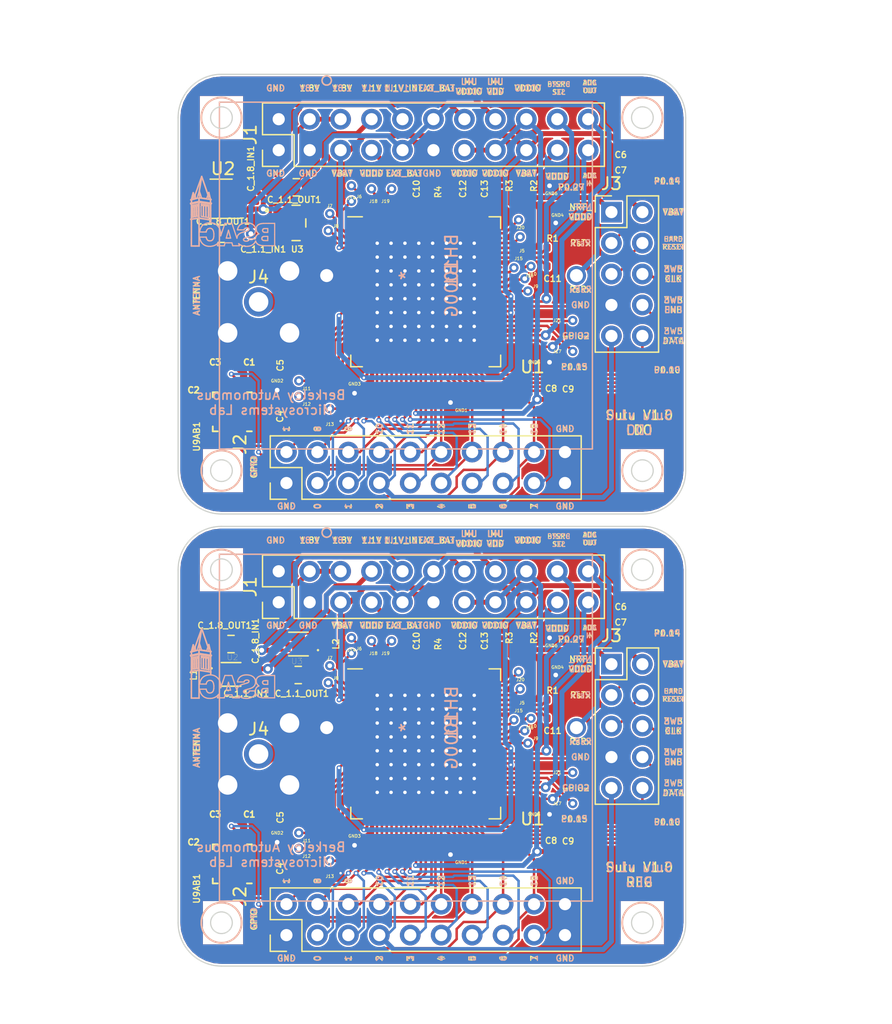
<source format=kicad_pcb>
(kicad_pcb (version 20171130) (host pcbnew "(5.1.6)-1")
  (layers (0 F.Cu mixed) (31 B.Cu mixed) (34 B.Paste user) (35 F.Paste user) (36 B.SilkS user) (37 F.SilkS user) (38 B.Mask user) (39 F.Mask user) (44 Edge.Cuts user))
  (net 0 "")
  (net 1 GND)
  (net 2 +VBAT)
  (net 3 +VDDD)
  (net 4 +VDDIO)
  (net 5 /scumsheet/AUX_LDO_OUTPUT)
  (net 6 +VDDAO)
  (net 7 /GPIO7)
  (net 8 /GPIO5)
  (net 9 /GPIO3)
  (net 10 /GPIO1)
  (net 11 /GPIO6)
  (net 12 /GPIO4)
  (net 13 /GPIO2)
  (net 14 /GPIO0)
  (net 15 /3WB_DATA)
  (net 16 /3WB_ENB)
  (net 17 /3WB_CLK)
  (net 18 /RsTx)
  (net 19 /RsRx)
  (net 20 /SENSOR_LDO_OUTPUT)
  (net 21 /SENSOR_EXT_IN)
  (net 22 /GPIO10)
  (net 23 /GPIO9)
  (net 24 /GPIO8)
  (net 25 /BOOT_SOURCE_SEL)
  (net 26 /GPIO13)
  (net 27 /GPIO14)
  (net 28 /GPIO15)
  (net 29 /GPIO12)
  (net 30 /IMU_VDD)
  (net 31 /IMU_VDDIO)
  (net 32 /GPIO11)
  (net 33 /HARD_RESET)
  (net 34 "Net-(C3-Pad1)")
  (net 35 /scumsheet/LO_LDO_OUTPUT)
  (net 36 /scumsheet/PA_LDO_OUTPUT)
  (net 37 /scumsheet/VDDD_DISABLE)
  (net 38 "Net-(J5-Pad1)")
  (net 39 "Net-(J6-Pad1)")
  (net 40 "Net-(J7-Pad1)")
  (net 41 "Net-(J8-Pad1)")
  (net 42 "Net-(J9-Pad1)")
  (net 43 "Net-(J10-Pad1)")
  (net 44 "Net-(J11-Pad1)")
  (net 45 "Net-(J12-Pad1)")
  (net 46 "Net-(J13-Pad1)")
  (net 47 "Net-(J14-Pad1)")
  (net 48 "Net-(J15-Pad1)")
  (net 49 "Net-(J16-Pad1)")
  (net 50 "Net-(J17-Pad1)")
  (net 51 "Net-(J18-Pad1)")
  (net 52 "Net-(J19-Pad1)")
  (net 53 "Net-(J20-Pad1)")
  (net 54 "Net-(J21-Pad1)")
  (net 55 +1.8V_REG)
  (net 56 +EXT_BAT)
  (net 57 +1.1V_REG)
  (net 58 +NRF_VDDD)
  (net 59 "Net-(R4-Pad2)")
  (net 60 /1.1V_IN)
  (net 61 /scumsheet/ANTENNA)
  (net 62 "Net-(L1-Pad2)")
  (net 63 "Net-(L2-Pad2)")
  (module downloaded_libs:SOT95P280X145-5N (layer F.Cu) (at 75.720001 60.452)
    (fp_text reference U3 (at 0.098999 2.159) (layer F.SilkS) (effects (font (size 0.508 0.508) (thickness 0.1016))))
    (fp_text value TLV70311DBVR)
    (pad 5 smd rect (at 1.255 -0.95) (size 1.21 0.59) (layers F.Cu F.Paste F.Mask) (net 57 +1.1V_REG))
    (pad 4 smd rect (at 1.255 0.95) (size 1.21 0.59) (layers F.Cu F.Paste F.Mask))
    (pad 3 smd rect (at -1.255 0.95) (size 1.21 0.59) (layers F.Cu F.Paste F.Mask) (net 60 /1.1V_IN))
    (pad 2 smd rect (at -1.255 0) (size 1.21 0.59) (layers F.Cu F.Paste F.Mask) (net 1 GND))
    (pad 1 smd rect (at -1.255 -0.95) (size 1.21 0.59) (layers F.Cu F.Paste F.Mask) (net 60 /1.1V_IN))
  )
  (module Package_TO_SOT_SMD:SOT-23-5 (layer F.Cu) (at 69.567999 58.471001 180)
    (fp_text reference U2 (at -0.155001 2.464001) (layer F.SilkS))
    (fp_text value LP5907MFX-1.8)
    (pad 5 smd rect (at 1.1 -0.95 180) (size 1.06 0.65) (layers F.Cu F.Paste F.Mask) (net 55 +1.8V_REG))
    (pad 4 smd rect (at 1.1 0.95 180) (size 1.06 0.65) (layers F.Cu F.Paste F.Mask))
    (pad 3 smd rect (at -1.1 0.95 180) (size 1.06 0.65) (layers F.Cu F.Paste F.Mask) (net 56 +EXT_BAT))
    (pad 2 smd rect (at -1.1 0 180) (size 1.06 0.65) (layers F.Cu F.Paste F.Mask) (net 1 GND))
    (pad 1 smd rect (at -1.1 -0.95 180) (size 1.06 0.65) (layers F.Cu F.Paste F.Mask) (net 56 +EXT_BAT))
  )
  (module downloaded_libs:BH1000G (layer B.Cu) (at 84.7344 64.77 270)
    (fp_text reference B1 (at 0 -3.7465 270) (layer B.SilkS) (effects (justify mirror)))
    (fp_text value BH1000G (at 0 -3.7465 270) (layer B.SilkS) (effects (justify mirror)))
    (fp_text user * (at 0 0 270) (layer B.SilkS) (effects (justify mirror)))
    (pad 2 thru_hole circle (at 0 -13.9954 270) (size 1.5748 1.5748) (drill 1.0668) (layers *.Cu *.Mask) (net 56 +EXT_BAT))
    (pad 1 thru_hole circle (at 0 6.5024 270) (size 1.5748 1.5748) (drill 1.0668) (layers *.Cu *.Mask) (net 1 GND))
  )
  (module downloaded_libs:MOLEX_73391-0060 (layer F.Cu) (at 72.644 66.929)
    (fp_text reference J4 (at 0 -2.032) (layer F.SilkS) (effects (font (size 1.000323 1.000323))))
    (fp_text value 73391-0060)
    (pad 5 thru_hole circle (at 2.54 2.54) (size 2.4 2.4) (drill 1.6) (layers *.Cu *.Mask) (net 1 GND))
    (pad 4 thru_hole circle (at -2.54 2.54) (size 2.4 2.4) (drill 1.6) (layers *.Cu *.Mask) (net 1 GND))
    (pad 3 thru_hole circle (at 2.54 -2.54) (size 2.4 2.4) (drill 1.6) (layers *.Cu *.Mask) (net 1 GND))
    (pad 2 thru_hole circle (at -2.54 -2.54) (size 2.4 2.4) (drill 1.6) (layers *.Cu *.Mask) (net 1 GND))
    (pad 1 thru_hole circle (at 0 0) (size 2.4 2.4) (drill 1.6) (layers *.Cu *.Mask) (net 61 /scumsheet/ANTENNA))
  )
  (module Connector_PinHeader_2.54mm:PinHeader_2x11_P2.54mm_Vertical (layer F.Cu) (at 74.295 54.483 90)
    (fp_text reference J1 (at 1.27 -2.33 90) (layer F.SilkS))
    (fp_text value Conn_02x11_Odd_Even)
    (pad 1 thru_hole rect (at 0 0 90) (size 1.7 1.7) (drill 1) (layers *.Cu *.Mask) (net 1 GND))
    (pad 2 thru_hole oval (at 2.54 0 90) (size 1.7 1.7) (drill 1) (layers *.Cu *.Mask) (net 1 GND))
    (pad 3 thru_hole oval (at 0 2.54 90) (size 1.7 1.7) (drill 1) (layers *.Cu *.Mask) (net 1 GND))
    (pad 4 thru_hole oval (at 2.54 2.54 90) (size 1.7 1.7) (drill 1) (layers *.Cu *.Mask) (net 55 +1.8V_REG))
    (pad 5 thru_hole oval (at 0 5.08 90) (size 1.7 1.7) (drill 1) (layers *.Cu *.Mask) (net 2 +VBAT))
    (pad 6 thru_hole oval (at 2.54 5.08 90) (size 1.7 1.7) (drill 1) (layers *.Cu *.Mask) (net 55 +1.8V_REG))
    (pad 7 thru_hole oval (at 0 7.62 90) (size 1.7 1.7) (drill 1) (layers *.Cu *.Mask) (net 3 +VDDD))
    (pad 8 thru_hole oval (at 2.54 7.62 90) (size 1.7 1.7) (drill 1) (layers *.Cu *.Mask) (net 57 +1.1V_REG))
    (pad 9 thru_hole oval (at 0 10.16 90) (size 1.7 1.7) (drill 1) (layers *.Cu *.Mask) (net 56 +EXT_BAT))
    (pad 10 thru_hole oval (at 2.54 10.16 90) (size 1.7 1.7) (drill 1) (layers *.Cu *.Mask) (net 60 /1.1V_IN))
    (pad 11 thru_hole oval (at 0 12.7 90) (size 1.7 1.7) (drill 1) (layers *.Cu *.Mask) (net 1 GND))
    (pad 12 thru_hole oval (at 2.54 12.7 90) (size 1.7 1.7) (drill 1) (layers *.Cu *.Mask) (net 56 +EXT_BAT))
    (pad 13 thru_hole oval (at 0 15.24 90) (size 1.7 1.7) (drill 1) (layers *.Cu *.Mask) (net 4 +VDDIO))
    (pad 14 thru_hole oval (at 2.54 15.24 90) (size 1.7 1.7) (drill 1) (layers *.Cu *.Mask) (net 31 /IMU_VDDIO))
    (pad 15 thru_hole oval (at 0 17.78 90) (size 1.7 1.7) (drill 1) (layers *.Cu *.Mask) (net 4 +VDDIO))
    (pad 16 thru_hole oval (at 2.54 17.78 90) (size 1.7 1.7) (drill 1) (layers *.Cu *.Mask) (net 30 /IMU_VDD))
    (pad 17 thru_hole oval (at 0 20.32 90) (size 1.7 1.7) (drill 1) (layers *.Cu *.Mask) (net 2 +VBAT))
    (pad 18 thru_hole oval (at 2.54 20.32 90) (size 1.7 1.7) (drill 1) (layers *.Cu *.Mask) (net 4 +VDDIO))
    (pad 19 thru_hole oval (at 0 22.86 90) (size 1.7 1.7) (drill 1) (layers *.Cu *.Mask) (net 3 +VDDD))
    (pad 20 thru_hole oval (at 2.54 22.86 90) (size 1.7 1.7) (drill 1) (layers *.Cu *.Mask) (net 25 /BOOT_SOURCE_SEL))
    (pad 21 thru_hole oval (at 0 25.4 90) (size 1.7 1.7) (drill 1) (layers *.Cu *.Mask) (net 21 /SENSOR_EXT_IN))
    (pad 22 thru_hole oval (at 2.54 25.4 90) (size 1.7 1.7) (drill 1) (layers *.Cu *.Mask) (net 20 /SENSOR_LDO_OUTPUT))
  )
  (module Resistor_SMD:R_0402_1005Metric (layer F.Cu) (at 86.614 57.935 270)
    (fp_text reference R4 (at -0.023 -0.762 90) (layer F.SilkS) (effects (font (size 0.508 0.508) (thickness 0.1016))))
    (fp_text value "0 Ohm")
    (pad 2 smd roundrect (at 0.485 0 270) (size 0.59 0.64) (layers F.Cu F.Paste F.Mask) (net 59 "Net-(R4-Pad2)"))
    (pad 1 smd roundrect (at -0.485 0 270) (size 0.59 0.64) (layers F.Cu F.Paste F.Mask) (net 3 +VDDD))
  )
  (module Resistor_SMD:R_0402_1005Metric (layer F.Cu) (at 92.202 57.889 270)
    (fp_text reference R3 (at -0.485 -1.016 90) (layer F.SilkS) (effects (font (size 0.508 0.508) (thickness 0.1016))))
    (fp_text value R_Small_US)
    (pad 2 smd roundrect (at 0.485 0 270) (size 0.59 0.64) (layers F.Cu F.Paste F.Mask) (net 1 GND))
    (pad 1 smd roundrect (at -0.485 0 270) (size 0.59 0.64) (layers F.Cu F.Paste F.Mask) (net 3 +VDDD))
  )
  (module Resistor_SMD:R_0402_1005Metric (layer F.Cu) (at 94.234 57.889 90)
    (fp_text reference R2 (at 0.485 1.016 90) (layer F.SilkS) (effects (font (size 0.508 0.508) (thickness 0.1016))))
    (fp_text value R_Small_US)
    (pad 2 smd roundrect (at 0.485 0 90) (size 0.59 0.64) (layers F.Cu F.Paste F.Mask) (net 3 +VDDD))
    (pad 1 smd roundrect (at -0.485 0 90) (size 0.59 0.64) (layers F.Cu F.Paste F.Mask) (net 58 +NRF_VDDD))
  )
  (module Capacitor_SMD:C_0805_2012Metric (layer F.Cu) (at 69.573 61.341 180)
    (fp_text reference C_1.8_OUT1 (at -0.15 1.016 180) (layer F.SilkS) (effects (font (size 0.508 0.508) (thickness 0.1016))))
    (fp_text value "100 uF")
    (pad 1 smd roundrect (at -0.9375 0 180) (size 0.975 1.4) (layers F.Cu F.Paste F.Mask) (net 1 GND))
    (pad 2 smd roundrect (at 0.9375 0 180) (size 0.975 1.4) (layers F.Cu F.Paste F.Mask) (net 55 +1.8V_REG))
  )
  (module Capacitor_SMD:C_0805_2012Metric (layer F.Cu) (at 75.7405 57.531)
    (fp_text reference C_1.1_OUT1 (at -0.1755 1.016 180) (layer F.SilkS) (effects (font (size 0.508 0.508) (thickness 0.1016))))
    (fp_text value "100 uF")
    (pad 1 smd roundrect (at -0.9375 0) (size 0.975 1.4) (layers F.Cu F.Paste F.Mask) (net 1 GND))
    (pad 2 smd roundrect (at 0.9375 0) (size 0.975 1.4) (layers F.Cu F.Paste F.Mask) (net 57 +1.1V_REG))
  )
  (module Connector_PinHeader_2.54mm:PinHeader_2x05_P2.54mm_Vertical (layer F.Cu) (at 101.6 59.563)
    (fp_text reference J3 (at 0 -2.33) (layer F.SilkS))
    (fp_text value Conn_02x05_Odd_Even)
    (pad 10 thru_hole oval (at 2.54 10.16) (size 1.7 1.7) (drill 1) (layers *.Cu *.Mask) (net 15 /3WB_DATA))
    (pad 9 thru_hole oval (at 0 10.16) (size 1.7 1.7) (drill 1) (layers *.Cu *.Mask) (net 13 /GPIO2))
    (pad 8 thru_hole oval (at 2.54 7.62) (size 1.7 1.7) (drill 1) (layers *.Cu *.Mask) (net 16 /3WB_ENB))
    (pad 7 thru_hole oval (at 0 7.62) (size 1.7 1.7) (drill 1) (layers *.Cu *.Mask) (net 1 GND))
    (pad 6 thru_hole oval (at 2.54 5.08) (size 1.7 1.7) (drill 1) (layers *.Cu *.Mask) (net 17 /3WB_CLK))
    (pad 5 thru_hole oval (at 0 5.08) (size 1.7 1.7) (drill 1) (layers *.Cu *.Mask) (net 19 /RsRx))
    (pad 4 thru_hole oval (at 2.54 2.54) (size 1.7 1.7) (drill 1) (layers *.Cu *.Mask) (net 33 /HARD_RESET))
    (pad 3 thru_hole oval (at 0 2.54) (size 1.7 1.7) (drill 1) (layers *.Cu *.Mask) (net 18 /RsTx))
    (pad 2 thru_hole oval (at 2.54 0) (size 1.7 1.7) (drill 1) (layers *.Cu *.Mask) (net 2 +VBAT))
    (pad 1 thru_hole rect (at 0 0) (size 1.7 1.7) (drill 1) (layers *.Cu *.Mask) (net 58 +NRF_VDDD))
  )
  (module Capacitor_SMD:C_0402_1005Metric (layer F.Cu) (at 73.025 60.856 90)
    (fp_text reference C_1.1_IN1 (at -1.755 0) (layer F.SilkS) (effects (font (size 0.508 0.508) (thickness 0.1016))))
    (fp_text value "10 uF")
    (pad 2 smd roundrect (at 0.485 0 90) (size 0.59 0.64) (layers F.Cu F.Paste F.Mask) (net 1 GND))
    (pad 1 smd roundrect (at -0.485 0 90) (size 0.59 0.64) (layers F.Cu F.Paste F.Mask) (net 60 /1.1V_IN))
  )
  (module Capacitor_SMD:C_0402_1005Metric (layer F.Cu) (at 72.009 58.824 90)
    (fp_text reference C_1.8_IN1 (at 2.817 0 90) (layer F.SilkS) (effects (font (size 0.508 0.508) (thickness 0.1016))))
    (fp_text value "10 uF")
    (pad 2 smd roundrect (at 0.485 0 90) (size 0.59 0.64) (layers F.Cu F.Paste F.Mask) (net 1 GND))
    (pad 1 smd roundrect (at -0.485 0 90) (size 0.59 0.64) (layers F.Cu F.Paste F.Mask) (net 56 +EXT_BAT))
  )
  (module SCUM:through_hole (layer F.Cu) (at 98.425 68.453)
    (fp_text reference J21 (at -1.27 0) (layer F.SilkS) (effects (font (size 0.254 0.254) (thickness 0.0508))))
    (fp_text value through_hole hide)
    (pad 1 thru_hole circle (at 0 0) (size 0.762 0.762) (drill 0.381) (layers *.Cu *.Mask) (net 54 "Net-(J21-Pad1)"))
  )
  (module SCUM:through_hole (layer F.Cu) (at 93.98 60.198)
    (fp_text reference J20 (at 0.1524 0.635) (layer F.SilkS) (effects (font (size 0.254 0.254) (thickness 0.0508))))
    (fp_text value through_hole hide)
    (pad 1 thru_hole circle (at 0 0) (size 0.762 0.762) (drill 0.381) (layers *.Cu *.Mask) (net 53 "Net-(J20-Pad1)"))
  )
  (module SCUM:through_hole (layer F.Cu) (at 83.566 57.658)
    (fp_text reference J19 (at -0.508 1.016) (layer F.SilkS) (effects (font (size 0.254 0.254) (thickness 0.0508))))
    (fp_text value through_hole hide)
    (pad 1 thru_hole circle (at 0 0) (size 0.762 0.762) (drill 0.381) (layers *.Cu *.Mask) (net 52 "Net-(J19-Pad1)"))
  )
  (module SCUM:through_hole (layer F.Cu) (at 81.915 57.658)
    (fp_text reference J18 (at 0.1524 1.016) (layer F.SilkS) (effects (font (size 0.254 0.254) (thickness 0.0508))))
    (fp_text value through_hole hide)
    (pad 1 thru_hole circle (at 0 0) (size 0.762 0.762) (drill 0.381) (layers *.Cu *.Mask) (net 51 "Net-(J18-Pad1)"))
  )
  (module SCUM:through_hole (layer F.Cu) (at 80.264 57.404)
    (fp_text reference J14 (at 0 1.016) (layer F.SilkS) (effects (font (size 0.254 0.254) (thickness 0.0508))))
    (fp_text value through_hole hide)
    (pad 1 thru_hole circle (at 0 0) (size 0.762 0.762) (drill 0.381) (layers *.Cu *.Mask) (net 47 "Net-(J14-Pad1)"))
  )
  (module SCUM:through_hole (layer F.Cu) (at 75.946 74.676)
    (fp_text reference J12 (at 0.635 0.635) (layer F.SilkS) (effects (font (size 0.254 0.254) (thickness 0.0508))))
    (fp_text value through_hole hide)
    (pad 1 thru_hole circle (at 0 0) (size 0.762 0.762) (drill 0.381) (layers *.Cu *.Mask) (net 45 "Net-(J12-Pad1)"))
  )
  (module SCUM:through_hole (layer F.Cu) (at 98.425 70.993)
    (fp_text reference J17 (at -1.27 0) (layer F.SilkS) (effects (font (size 0.254 0.254) (thickness 0.0508))))
    (fp_text value through_hole hide)
    (pad 1 thru_hole circle (at 0 0) (size 0.762 0.762) (drill 0.381) (layers *.Cu *.Mask) (net 50 "Net-(J17-Pad1)"))
  )
  (module SCUM:through_hole (layer F.Cu) (at 94.996 64.008)
    (fp_text reference J16 (at -0.127 0.762) (layer F.SilkS) (effects (font (size 0.254 0.254) (thickness 0.0508))))
    (fp_text value through_hole hide)
    (pad 1 thru_hole circle (at 0 0) (size 0.762 0.762) (drill 0.381) (layers *.Cu *.Mask) (net 49 "Net-(J16-Pad1)"))
  )
  (module SCUM:through_hole (layer F.Cu) (at 93.599 64.135)
    (fp_text reference J15 (at 0.381 -0.762) (layer F.SilkS) (effects (font (size 0.254 0.254) (thickness 0.0508))))
    (fp_text value through_hole hide)
    (pad 1 thru_hole circle (at 0 0) (size 0.762 0.762) (drill 0.381) (layers *.Cu *.Mask) (net 48 "Net-(J15-Pad1)"))
  )
  (module SCUM:through_hole (layer F.Cu) (at 78.486 75.692)
    (fp_text reference J13 (at 0 1.27) (layer F.SilkS) (effects (font (size 0.254 0.254) (thickness 0.0508))))
    (fp_text value through_hole hide)
    (pad 1 thru_hole circle (at 0 0) (size 0.762 0.762) (drill 0.381) (layers *.Cu *.Mask) (net 46 "Net-(J13-Pad1)"))
  )
  (module SCUM:through_hole (layer F.Cu) (at 75.946 73.406)
    (fp_text reference J11 (at 0.635 0.635) (layer F.SilkS) (effects (font (size 0.254 0.254) (thickness 0.0508))))
    (fp_text value through_hole hide)
    (pad 1 thru_hole circle (at 0 0) (size 0.762 0.762) (drill 0.381) (layers *.Cu *.Mask) (net 44 "Net-(J11-Pad1)"))
  )
  (module SCUM:through_hole (layer F.Cu) (at 94.488 65.024)
    (fp_text reference J10 (at 0.635 -0.381) (layer F.SilkS) (effects (font (size 0.254 0.254) (thickness 0.0508))))
    (fp_text value through_hole hide)
    (pad 1 thru_hole circle (at 0 0) (size 0.762 0.762) (drill 0.381) (layers *.Cu *.Mask) (net 43 "Net-(J10-Pad1)"))
  )
  (module SCUM:through_hole (layer F.Cu) (at 94.742 66.04)
    (fp_text reference J9 (at 0.635 -0.381) (layer F.SilkS) (effects (font (size 0.254 0.254) (thickness 0.0508))))
    (fp_text value through_hole hide)
    (pad 1 thru_hole circle (at 0 0) (size 0.762 0.762) (drill 0.381) (layers *.Cu *.Mask) (net 42 "Net-(J9-Pad1)"))
  )
  (module SCUM:through_hole (layer F.Cu) (at 78.359 61.087)
    (fp_text reference J8 (at 0.635 -0.381) (layer F.SilkS) (effects (font (size 0.254 0.254) (thickness 0.0508))))
    (fp_text value through_hole hide)
    (pad 1 thru_hole circle (at 0 0) (size 0.762 0.762) (drill 0.381) (layers *.Cu *.Mask) (net 41 "Net-(J8-Pad1)"))
  )
  (module SCUM:through_hole (layer F.Cu) (at 78.486 59.69)
    (fp_text reference J7 (at 0 -0.635) (layer F.SilkS) (effects (font (size 0.254 0.254) (thickness 0.0508))))
    (fp_text value through_hole hide)
    (pad 1 thru_hole circle (at 0 0) (size 0.762 0.762) (drill 0.381) (layers *.Cu *.Mask) (net 40 "Net-(J7-Pad1)"))
  )
  (module SCUM:through_hole (layer F.Cu) (at 80.264 58.674)
    (fp_text reference J6 (at 0.635 -0.381) (layer F.SilkS) (effects (font (size 0.254 0.254) (thickness 0.0508))))
    (fp_text value through_hole hide)
    (pad 1 thru_hole circle (at 0 0) (size 0.762 0.762) (drill 0.381) (layers *.Cu *.Mask) (net 39 "Net-(J6-Pad1)"))
  )
  (module SCUM:through_hole (layer F.Cu) (at 94.107 61.595)
    (fp_text reference J5 (at 0.1524 1.143) (layer F.SilkS) (effects (font (size 0.254 0.254) (thickness 0.0508))))
    (fp_text value through_hole hide)
    (pad 1 thru_hole circle (at 0 0) (size 0.762 0.762) (drill 0.381) (layers *.Cu *.Mask) (net 38 "Net-(J5-Pad1)"))
  )
  (module SCUM:through_hole (layer F.Cu) (at 96.52 57.404)
    (fp_text reference GND6 (at 0.1524 0.635) (layer F.SilkS) (effects (font (size 0.254 0.254) (thickness 0.0508))))
    (fp_text value through_hole hide)
    (pad 1 thru_hole circle (at 0 0) (size 0.762 0.762) (drill 0.381) (layers *.Cu *.Mask) (net 1 GND))
  )
  (module SCUM:through_hole (layer F.Cu) (at 96.52 71.882)
    (fp_text reference GND5 (at -1.27 0) (layer F.SilkS) (effects (font (size 0.254 0.254) (thickness 0.0508))))
    (fp_text value through_hole hide)
    (pad 1 thru_hole circle (at 0 0) (size 0.762 0.762) (drill 0.381) (layers *.Cu *.Mask) (net 1 GND))
  )
  (module SCUM:through_hole (layer F.Cu) (at 97.028 60.452)
    (fp_text reference GND4 (at 0.1524 -0.635) (layer F.SilkS) (effects (font (size 0.254 0.254) (thickness 0.0508))))
    (fp_text value through_hole hide)
    (pad 1 thru_hole circle (at 0 0) (size 0.762 0.762) (drill 0.381) (layers *.Cu *.Mask) (net 1 GND))
  )
  (module SCUM:through_hole (layer F.Cu) (at 80.518 74.422)
    (fp_text reference GND3 (at 0 -0.762) (layer F.SilkS) (effects (font (size 0.254 0.254) (thickness 0.0508))))
    (fp_text value through_hole hide)
    (pad 1 thru_hole circle (at 0 0) (size 0.762 0.762) (drill 0.381) (layers *.Cu *.Mask) (net 1 GND))
  )
  (module SCUM:through_hole (layer F.Cu) (at 74.168 74.168)
    (fp_text reference GND2 (at 0 -0.762) (layer F.SilkS) (effects (font (size 0.254 0.254) (thickness 0.0508))))
    (fp_text value through_hole hide)
    (pad 1 thru_hole circle (at 0 0) (size 0.762 0.762) (drill 0.381) (layers *.Cu *.Mask) (net 1 GND))
  )
  (module SCUM:through_hole (layer F.Cu) (at 88.392 75.184)
    (fp_text reference GND1 (at 0.889 0.635) (layer F.SilkS) (effects (font (size 0.254 0.254) (thickness 0.0508))))
    (fp_text value through_hole hide)
    (pad 1 thru_hole circle (at 0 0) (size 0.762 0.762) (drill 0.381) (layers *.Cu *.Mask) (net 1 GND))
  )
  (module Resistor_SMD:R_0402_1005Metric (layer F.Cu) (at 96.797 62.484)
    (fp_text reference R1 (at -0.023 -0.762) (layer F.SilkS) (effects (font (size 0.508 0.508) (thickness 0.1016))))
    (fp_text value NP)
    (pad 2 smd roundrect (at 0.485 0) (size 0.59 0.64) (layers F.Cu F.Paste F.Mask) (net 1 GND))
    (pad 1 smd roundrect (at -0.485 0) (size 0.59 0.64) (layers F.Cu F.Paste F.Mask) (net 37 /scumsheet/VDDD_DISABLE))
  )
  (module Capacitor_SMD:C_0402_1005Metric (layer F.Cu) (at 90.297 57.808 90)
    (fp_text reference C13 (at 0.15 0.889 270) (layer F.SilkS) (effects (font (size 0.508 0.508) (thickness 0.1016))))
    (fp_text value NP)
    (pad 2 smd roundrect (at 0.485 0 90) (size 0.59 0.64) (layers F.Cu F.Paste F.Mask) (net 3 +VDDD))
    (pad 1 smd roundrect (at -0.485 0 90) (size 0.59 0.64) (layers F.Cu F.Paste F.Mask) (net 1 GND))
  )
  (module Capacitor_SMD:C_0402_1005Metric (layer F.Cu) (at 88.392 57.808 90)
    (fp_text reference C12 (at 0.15 1.016 270) (layer F.SilkS) (effects (font (size 0.508 0.508) (thickness 0.1016))))
    (fp_text value NP)
    (pad 2 smd roundrect (at 0.485 0 90) (size 0.59 0.64) (layers F.Cu F.Paste F.Mask) (net 3 +VDDD))
    (pad 1 smd roundrect (at -0.485 0 90) (size 0.59 0.64) (layers F.Cu F.Paste F.Mask) (net 1 GND))
  )
  (module Capacitor_SMD:C_0402_1005Metric (layer F.Cu) (at 96.797 64.008 180)
    (fp_text reference C11 (at 0.023 -1.016) (layer F.SilkS) (effects (font (size 0.508 0.508) (thickness 0.1016))))
    (fp_text value NP)
    (pad 2 smd roundrect (at 0.485 0 180) (size 0.59 0.64) (layers F.Cu F.Paste F.Mask) (net 5 /scumsheet/AUX_LDO_OUTPUT))
    (pad 1 smd roundrect (at -0.485 0 180) (size 0.59 0.64) (layers F.Cu F.Paste F.Mask) (net 1 GND))
  )
  (module Capacitor_SMD:C_0402_1005Metric (layer F.Cu) (at 84.836 57.889 90)
    (fp_text reference C10 (at 0.231 0.762 90) (layer F.SilkS) (effects (font (size 0.508 0.508) (thickness 0.1016))))
    (fp_text value NP)
    (pad 2 smd roundrect (at 0.485 0 90) (size 0.59 0.64) (layers F.Cu F.Paste F.Mask) (net 1 GND))
    (pad 1 smd roundrect (at -0.485 0 90) (size 0.59 0.64) (layers F.Cu F.Paste F.Mask) (net 6 +VDDAO))
  )
  (module Capacitor_SMD:C_0402_1005Metric (layer F.Cu) (at 98.044 75.461 270)
    (fp_text reference C9 (at -1.374 0 180) (layer F.SilkS) (effects (font (size 0.508 0.508) (thickness 0.1016))))
    (fp_text value NP)
    (pad 2 smd roundrect (at 0.485 0 270) (size 0.59 0.64) (layers F.Cu F.Paste F.Mask) (net 1 GND))
    (pad 1 smd roundrect (at -0.485 0 270) (size 0.59 0.64) (layers F.Cu F.Paste F.Mask) (net 4 +VDDIO))
  )
  (module Capacitor_SMD:C_0402_1005Metric (layer F.Cu) (at 96.647 75.415 270)
    (fp_text reference C8 (at -1.374 0 180) (layer F.SilkS) (effects (font (size 0.508 0.508) (thickness 0.1016))))
    (fp_text value NP)
    (pad 2 smd roundrect (at 0.485 0 270) (size 0.59 0.64) (layers F.Cu F.Paste F.Mask) (net 1 GND))
    (pad 1 smd roundrect (at -0.485 0 270) (size 0.59 0.64) (layers F.Cu F.Paste F.Mask) (net 4 +VDDIO))
  )
  (module Capacitor_SMD:C_0402_1005Metric (layer F.Cu) (at 103.863 56.642)
    (fp_text reference C7 (at -1.501 -0.508) (layer F.SilkS) (effects (font (size 0.508 0.508) (thickness 0.1016))))
    (fp_text value NP)
    (pad 2 smd roundrect (at 0.485 0) (size 0.59 0.64) (layers F.Cu F.Paste F.Mask) (net 1 GND))
    (pad 1 smd roundrect (at -0.485 0) (size 0.59 0.64) (layers F.Cu F.Paste F.Mask) (net 2 +VBAT))
  )
  (module Capacitor_SMD:C_0402_1005Metric (layer F.Cu) (at 103.863 55.118)
    (fp_text reference C6 (at -1.501 -0.254) (layer F.SilkS) (effects (font (size 0.508 0.508) (thickness 0.1016))))
    (fp_text value NP)
    (pad 2 smd roundrect (at 0.485 0) (size 0.59 0.64) (layers F.Cu F.Paste F.Mask) (net 1 GND))
    (pad 1 smd roundrect (at -0.485 0) (size 0.59 0.64) (layers F.Cu F.Paste F.Mask) (net 2 +VBAT))
  )
  (module Capacitor_SMD:C_0402_1005Metric (layer F.Cu) (at 75.715 72.136 180)
    (fp_text reference C5 (at 1.293 0 90) (layer F.SilkS) (effects (font (size 0.508 0.508) (thickness 0.1016))))
    (fp_text value NP)
    (pad 2 smd roundrect (at 0.485 0 180) (size 0.59 0.64) (layers F.Cu F.Paste F.Mask) (net 1 GND))
    (pad 1 smd roundrect (at -0.485 0 180) (size 0.59 0.64) (layers F.Cu F.Paste F.Mask) (net 36 /scumsheet/PA_LDO_OUTPUT))
  )
  (module Capacitor_SMD:C_0402_1005Metric (layer F.Cu) (at 75.692 76.2 180)
    (fp_text reference C4 (at 1.293 -0.127 90) (layer F.SilkS) (effects (font (size 0.508 0.508) (thickness 0.1016))))
    (fp_text value NP)
    (pad 2 smd roundrect (at 0.485 0 180) (size 0.59 0.64) (layers F.Cu F.Paste F.Mask) (net 1 GND))
    (pad 1 smd roundrect (at -0.485 0 180) (size 0.59 0.64) (layers F.Cu F.Paste F.Mask) (net 35 /scumsheet/LO_LDO_OUTPUT))
  )
  (module Connector_PinHeader_2.54mm:PinHeader_2x10_P2.54mm_Vertical (layer F.Cu) (at 74.93 81.788 90)
    (fp_text reference J2 (at 3.175 -3.81 270) (layer F.SilkS))
    (fp_text value Conn_02x10_Odd_Even)
    (pad 20 thru_hole oval (at 2.54 22.86 90) (size 1.7 1.7) (drill 1) (layers *.Cu *.Mask) (net 1 GND))
    (pad 19 thru_hole oval (at 0 22.86 90) (size 1.7 1.7) (drill 1) (layers *.Cu *.Mask) (net 1 GND))
    (pad 18 thru_hole oval (at 2.54 20.32 90) (size 1.7 1.7) (drill 1) (layers *.Cu *.Mask) (net 28 /GPIO15))
    (pad 17 thru_hole oval (at 0 20.32 90) (size 1.7 1.7) (drill 1) (layers *.Cu *.Mask) (net 7 /GPIO7))
    (pad 16 thru_hole oval (at 2.54 17.78 90) (size 1.7 1.7) (drill 1) (layers *.Cu *.Mask) (net 27 /GPIO14))
    (pad 15 thru_hole oval (at 0 17.78 90) (size 1.7 1.7) (drill 1) (layers *.Cu *.Mask) (net 11 /GPIO6))
    (pad 14 thru_hole oval (at 2.54 15.24 90) (size 1.7 1.7) (drill 1) (layers *.Cu *.Mask) (net 26 /GPIO13))
    (pad 13 thru_hole oval (at 0 15.24 90) (size 1.7 1.7) (drill 1) (layers *.Cu *.Mask) (net 8 /GPIO5))
    (pad 12 thru_hole oval (at 2.54 12.7 90) (size 1.7 1.7) (drill 1) (layers *.Cu *.Mask) (net 29 /GPIO12))
    (pad 11 thru_hole oval (at 0 12.7 90) (size 1.7 1.7) (drill 1) (layers *.Cu *.Mask) (net 12 /GPIO4))
    (pad 10 thru_hole oval (at 2.54 10.16 90) (size 1.7 1.7) (drill 1) (layers *.Cu *.Mask) (net 32 /GPIO11))
    (pad 9 thru_hole oval (at 0 10.16 90) (size 1.7 1.7) (drill 1) (layers *.Cu *.Mask) (net 9 /GPIO3))
    (pad 8 thru_hole oval (at 2.54 7.62 90) (size 1.7 1.7) (drill 1) (layers *.Cu *.Mask) (net 22 /GPIO10))
    (pad 7 thru_hole oval (at 0 7.62 90) (size 1.7 1.7) (drill 1) (layers *.Cu *.Mask) (net 13 /GPIO2))
    (pad 6 thru_hole oval (at 2.54 5.08 90) (size 1.7 1.7) (drill 1) (layers *.Cu *.Mask) (net 23 /GPIO9))
    (pad 5 thru_hole oval (at 0 5.08 90) (size 1.7 1.7) (drill 1) (layers *.Cu *.Mask) (net 10 /GPIO1))
    (pad 4 thru_hole oval (at 2.54 2.54 90) (size 1.7 1.7) (drill 1) (layers *.Cu *.Mask) (net 24 /GPIO8))
    (pad 3 thru_hole oval (at 0 2.54 90) (size 1.7 1.7) (drill 1) (layers *.Cu *.Mask) (net 14 /GPIO0))
    (pad 2 thru_hole oval (at 2.54 0 90) (size 1.7 1.7) (drill 1) (layers *.Cu *.Mask) (net 10 /GPIO1))
    (pad 1 thru_hole rect (at 0 0 90) (size 1.7 1.7) (drill 1) (layers *.Cu *.Mask) (net 1 GND))
  )
  (module SCUM:QFN-100_EP_12x12_Pitch0.4mm_Margin0.25mm (layer F.Cu) (at 86.36 66.098)
    (fp_text reference U1 (at 8.763 6.165) (layer F.SilkS))
    (fp_text value scum3)
    (pad 101 thru_hole circle (at 3.98125 3.98125) (size 0.56875 0.56875) (drill 0.284375) (layers *.Cu *.Mask) (net 1 GND))
    (pad 101 thru_hole circle (at 3.98125 2.84375) (size 0.56875 0.56875) (drill 0.284375) (layers *.Cu *.Mask) (net 1 GND))
    (pad 101 thru_hole circle (at 3.98125 1.70625) (size 0.56875 0.56875) (drill 0.284375) (layers *.Cu *.Mask) (net 1 GND))
    (pad 101 thru_hole circle (at 3.98125 0.56875) (size 0.56875 0.56875) (drill 0.284375) (layers *.Cu *.Mask) (net 1 GND))
    (pad 101 thru_hole circle (at 3.98125 -0.56875) (size 0.56875 0.56875) (drill 0.284375) (layers *.Cu *.Mask) (net 1 GND))
    (pad 101 thru_hole circle (at 3.98125 -1.70625) (size 0.56875 0.56875) (drill 0.284375) (layers *.Cu *.Mask) (net 1 GND))
    (pad 101 thru_hole circle (at 3.98125 -2.84375) (size 0.56875 0.56875) (drill 0.284375) (layers *.Cu *.Mask) (net 1 GND))
    (pad 101 thru_hole circle (at 3.98125 -3.98125) (size 0.56875 0.56875) (drill 0.284375) (layers *.Cu *.Mask) (net 1 GND))
    (pad 101 thru_hole circle (at 2.84375 3.98125) (size 0.56875 0.56875) (drill 0.284375) (layers *.Cu *.Mask) (net 1 GND))
    (pad 101 thru_hole circle (at 2.84375 2.84375) (size 0.56875 0.56875) (drill 0.284375) (layers *.Cu *.Mask) (net 1 GND))
    (pad 101 thru_hole circle (at 2.84375 1.70625) (size 0.56875 0.56875) (drill 0.284375) (layers *.Cu *.Mask) (net 1 GND))
    (pad 101 thru_hole circle (at 2.84375 0.56875) (size 0.56875 0.56875) (drill 0.284375) (layers *.Cu *.Mask) (net 1 GND))
    (pad 101 thru_hole circle (at 2.84375 -0.56875) (size 0.56875 0.56875) (drill 0.284375) (layers *.Cu *.Mask) (net 1 GND))
    (pad 101 thru_hole circle (at 2.84375 -1.70625) (size 0.56875 0.56875) (drill 0.284375) (layers *.Cu *.Mask) (net 1 GND))
    (pad 101 thru_hole circle (at 2.84375 -2.84375) (size 0.56875 0.56875) (drill 0.284375) (layers *.Cu *.Mask) (net 1 GND))
    (pad 101 thru_hole circle (at 2.84375 -3.98125) (size 0.56875 0.56875) (drill 0.284375) (layers *.Cu *.Mask) (net 1 GND))
    (pad 101 thru_hole circle (at 1.70625 3.98125) (size 0.56875 0.56875) (drill 0.284375) (layers *.Cu *.Mask) (net 1 GND))
    (pad 101 thru_hole circle (at 1.70625 2.84375) (size 0.56875 0.56875) (drill 0.284375) (layers *.Cu *.Mask) (net 1 GND))
    (pad 101 thru_hole circle (at 1.70625 1.70625) (size 0.56875 0.56875) (drill 0.284375) (layers *.Cu *.Mask) (net 1 GND))
    (pad 101 thru_hole circle (at 1.70625 0.56875) (size 0.56875 0.56875) (drill 0.284375) (layers *.Cu *.Mask) (net 1 GND))
    (pad 101 thru_hole circle (at 1.70625 -0.56875) (size 0.56875 0.56875) (drill 0.284375) (layers *.Cu *.Mask) (net 1 GND))
    (pad 101 thru_hole circle (at 1.70625 -1.70625) (size 0.56875 0.56875) (drill 0.284375) (layers *.Cu *.Mask) (net 1 GND))
    (pad 101 thru_hole circle (at 1.70625 -2.84375) (size 0.56875 0.56875) (drill 0.284375) (layers *.Cu *.Mask) (net 1 GND))
    (pad 101 thru_hole circle (at 1.70625 -3.98125) (size 0.56875 0.56875) (drill 0.284375) (layers *.Cu *.Mask) (net 1 GND))
    (pad 101 thru_hole circle (at 0.56875 3.98125) (size 0.56875 0.56875) (drill 0.284375) (layers *.Cu *.Mask) (net 1 GND))
    (pad 101 thru_hole circle (at 0.56875 2.84375) (size 0.56875 0.56875) (drill 0.284375) (layers *.Cu *.Mask) (net 1 GND))
    (pad 101 thru_hole circle (at 0.56875 1.70625) (size 0.56875 0.56875) (drill 0.284375) (layers *.Cu *.Mask) (net 1 GND))
    (pad 101 thru_hole circle (at 0.56875 0.56875) (size 0.56875 0.56875) (drill 0.284375) (layers *.Cu *.Mask) (net 1 GND))
    (pad 101 thru_hole circle (at 0.56875 -0.56875) (size 0.56875 0.56875) (drill 0.284375) (layers *.Cu *.Mask) (net 1 GND))
    (pad 101 thru_hole circle (at 0.56875 -1.70625) (size 0.56875 0.56875) (drill 0.284375) (layers *.Cu *.Mask) (net 1 GND))
    (pad 101 thru_hole circle (at 0.56875 -2.84375) (size 0.56875 0.56875) (drill 0.284375) (layers *.Cu *.Mask) (net 1 GND))
    (pad 101 thru_hole circle (at 0.56875 -3.98125) (size 0.56875 0.56875) (drill 0.284375) (layers *.Cu *.Mask) (net 1 GND))
    (pad 101 thru_hole circle (at -0.56875 3.98125) (size 0.56875 0.56875) (drill 0.284375) (layers *.Cu *.Mask) (net 1 GND))
    (pad 101 thru_hole circle (at -0.56875 2.84375) (size 0.56875 0.56875) (drill 0.284375) (layers *.Cu *.Mask) (net 1 GND))
    (pad 101 thru_hole circle (at -0.56875 1.70625) (size 0.56875 0.56875) (drill 0.284375) (layers *.Cu *.Mask) (net 1 GND))
    (pad 101 thru_hole circle (at -0.56875 0.56875) (size 0.56875 0.56875) (drill 0.284375) (layers *.Cu *.Mask) (net 1 GND))
    (pad 101 thru_hole circle (at -0.56875 -0.56875) (size 0.56875 0.56875) (drill 0.284375) (layers *.Cu *.Mask) (net 1 GND))
    (pad 101 thru_hole circle (at -0.56875 -1.70625) (size 0.56875 0.56875) (drill 0.284375) (layers *.Cu *.Mask) (net 1 GND))
    (pad 101 thru_hole circle (at -0.56875 -2.84375) (size 0.56875 0.56875) (drill 0.284375) (layers *.Cu *.Mask) (net 1 GND))
    (pad 101 thru_hole circle (at -0.56875 -3.98125) (size 0.56875 0.56875) (drill 0.284375) (layers *.Cu *.Mask) (net 1 GND))
    (pad 101 thru_hole circle (at -1.70625 3.98125) (size 0.56875 0.56875) (drill 0.284375) (layers *.Cu *.Mask) (net 1 GND))
    (pad 101 thru_hole circle (at -1.70625 2.84375) (size 0.56875 0.56875) (drill 0.284375) (layers *.Cu *.Mask) (net 1 GND))
    (pad 101 thru_hole circle (at -1.70625 1.70625) (size 0.56875 0.56875) (drill 0.284375) (layers *.Cu *.Mask) (net 1 GND))
    (pad 101 thru_hole circle (at -1.70625 0.56875) (size 0.56875 0.56875) (drill 0.284375) (layers *.Cu *.Mask) (net 1 GND))
    (pad 101 thru_hole circle (at -1.70625 -0.56875) (size 0.56875 0.56875) (drill 0.284375) (layers *.Cu *.Mask) (net 1 GND))
    (pad 101 thru_hole circle (at -1.70625 -1.70625) (size 0.56875 0.56875) (drill 0.284375) (layers *.Cu *.Mask) (net 1 GND))
    (pad 101 thru_hole circle (at -1.70625 -2.84375) (size 0.56875 0.56875) (drill 0.284375) (layers *.Cu *.Mask) (net 1 GND))
    (pad 101 thru_hole circle (at -1.70625 -3.98125) (size 0.56875 0.56875) (drill 0.284375) (layers *.Cu *.Mask) (net 1 GND))
    (pad 101 thru_hole circle (at -2.84375 3.98125) (size 0.56875 0.56875) (drill 0.284375) (layers *.Cu *.Mask) (net 1 GND))
    (pad 101 thru_hole circle (at -2.84375 2.84375) (size 0.56875 0.56875) (drill 0.284375) (layers *.Cu *.Mask) (net 1 GND))
    (pad 101 thru_hole circle (at -2.84375 1.70625) (size 0.56875 0.56875) (drill 0.284375) (layers *.Cu *.Mask) (net 1 GND))
    (pad 101 thru_hole circle (at -2.84375 0.56875) (size 0.56875 0.56875) (drill 0.284375) (layers *.Cu *.Mask) (net 1 GND))
    (pad 101 thru_hole circle (at -2.84375 -0.56875) (size 0.56875 0.56875) (drill 0.284375) (layers *.Cu *.Mask) (net 1 GND))
    (pad 101 thru_hole circle (at -2.84375 -1.70625) (size 0.56875 0.56875) (drill 0.284375) (layers *.Cu *.Mask) (net 1 GND))
    (pad 101 thru_hole circle (at -2.84375 -2.84375) (size 0.56875 0.56875) (drill 0.284375) (layers *.Cu *.Mask) (net 1 GND))
    (pad 101 thru_hole circle (at -2.84375 -3.98125) (size 0.56875 0.56875) (drill 0.284375) (layers *.Cu *.Mask) (net 1 GND))
    (pad 101 thru_hole circle (at -3.98125 3.98125) (size 0.56875 0.56875) (drill 0.284375) (layers *.Cu *.Mask) (net 1 GND))
    (pad 101 thru_hole circle (at -3.98125 2.84375) (size 0.56875 0.56875) (drill 0.284375) (layers *.Cu *.Mask) (net 1 GND))
    (pad 101 thru_hole circle (at -3.98125 1.70625) (size 0.56875 0.56875) (drill 0.284375) (layers *.Cu *.Mask) (net 1 GND))
    (pad 101 thru_hole circle (at -3.98125 0.56875) (size 0.56875 0.56875) (drill 0.284375) (layers *.Cu *.Mask) (net 1 GND))
    (pad 101 thru_hole circle (at -3.98125 -0.56875) (size 0.56875 0.56875) (drill 0.284375) (layers *.Cu *.Mask) (net 1 GND))
    (pad 101 thru_hole circle (at -3.98125 -1.70625) (size 0.56875 0.56875) (drill 0.284375) (layers *.Cu *.Mask) (net 1 GND))
    (pad 101 thru_hole circle (at -3.98125 -2.84375) (size 0.56875 0.56875) (drill 0.284375) (layers *.Cu *.Mask) (net 1 GND))
    (pad 101 thru_hole circle (at -3.98125 -3.98125) (size 0.56875 0.56875) (drill 0.284375) (layers *.Cu *.Mask) (net 1 GND))
    (pad 101 smd rect (at 3.98125 3.98125) (size 1.1375 1.1375) (layers F.Cu F.Paste F.Mask) (net 1 GND))
    (pad 101 smd rect (at 3.98125 2.84375) (size 1.1375 1.1375) (layers F.Cu F.Paste F.Mask) (net 1 GND))
    (pad 101 smd rect (at 3.98125 1.70625) (size 1.1375 1.1375) (layers F.Cu F.Paste F.Mask) (net 1 GND))
    (pad 101 smd rect (at 3.98125 0.56875) (size 1.1375 1.1375) (layers F.Cu F.Paste F.Mask) (net 1 GND))
    (pad 101 smd rect (at 3.98125 -0.56875) (size 1.1375 1.1375) (layers F.Cu F.Paste F.Mask) (net 1 GND))
    (pad 101 smd rect (at 3.98125 -1.70625) (size 1.1375 1.1375) (layers F.Cu F.Paste F.Mask) (net 1 GND))
    (pad 101 smd rect (at 3.98125 -2.84375) (size 1.1375 1.1375) (layers F.Cu F.Paste F.Mask) (net 1 GND))
    (pad 101 smd rect (at 3.98125 -3.98125) (size 1.1375 1.1375) (layers F.Cu F.Paste F.Mask) (net 1 GND))
    (pad 101 smd rect (at 2.84375 3.98125) (size 1.1375 1.1375) (layers F.Cu F.Paste F.Mask) (net 1 GND))
    (pad 101 smd rect (at 2.84375 2.84375) (size 1.1375 1.1375) (layers F.Cu F.Paste F.Mask) (net 1 GND))
    (pad 101 smd rect (at 2.84375 1.70625) (size 1.1375 1.1375) (layers F.Cu F.Paste F.Mask) (net 1 GND))
    (pad 101 smd rect (at 2.84375 0.56875) (size 1.1375 1.1375) (layers F.Cu F.Paste F.Mask) (net 1 GND))
    (pad 101 smd rect (at 2.84375 -0.56875) (size 1.1375 1.1375) (layers F.Cu F.Paste F.Mask) (net 1 GND))
    (pad 101 smd rect (at 2.84375 -1.70625) (size 1.1375 1.1375) (layers F.Cu F.Paste F.Mask) (net 1 GND))
    (pad 101 smd rect (at 2.84375 -2.84375) (size 1.1375 1.1375) (layers F.Cu F.Paste F.Mask) (net 1 GND))
    (pad 101 smd rect (at 2.84375 -3.98125) (size 1.1375 1.1375) (layers F.Cu F.Paste F.Mask) (net 1 GND))
    (pad 101 smd rect (at 1.70625 3.98125) (size 1.1375 1.1375) (layers F.Cu F.Paste F.Mask) (net 1 GND))
    (pad 101 smd rect (at 1.70625 2.84375) (size 1.1375 1.1375) (layers F.Cu F.Paste F.Mask) (net 1 GND))
    (pad 101 smd rect (at 1.70625 1.70625) (size 1.1375 1.1375) (layers F.Cu F.Paste F.Mask) (net 1 GND))
    (pad 101 smd rect (at 1.70625 0.56875) (size 1.1375 1.1375) (layers F.Cu F.Paste F.Mask) (net 1 GND))
    (pad 101 smd rect (at 1.70625 -0.56875) (size 1.1375 1.1375) (layers F.Cu F.Paste F.Mask) (net 1 GND))
    (pad 101 smd rect (at 1.70625 -1.70625) (size 1.1375 1.1375) (layers F.Cu F.Paste F.Mask) (net 1 GND))
    (pad 101 smd rect (at 1.70625 -2.84375) (size 1.1375 1.1375) (layers F.Cu F.Paste F.Mask) (net 1 GND))
    (pad 101 smd rect (at 1.70625 -3.98125) (size 1.1375 1.1375) (layers F.Cu F.Paste F.Mask) (net 1 GND))
    (pad 101 smd rect (at 0.56875 3.98125) (size 1.1375 1.1375) (layers F.Cu F.Paste F.Mask) (net 1 GND))
    (pad 101 smd rect (at 0.56875 2.84375) (size 1.1375 1.1375) (layers F.Cu F.Paste F.Mask) (net 1 GND))
    (pad 101 smd rect (at 0.56875 1.70625) (size 1.1375 1.1375) (layers F.Cu F.Paste F.Mask) (net 1 GND))
    (pad 101 smd rect (at 0.56875 0.56875) (size 1.1375 1.1375) (layers F.Cu F.Paste F.Mask) (net 1 GND))
    (pad 101 smd rect (at 0.56875 -0.56875) (size 1.1375 1.1375) (layers F.Cu F.Paste F.Mask) (net 1 GND))
    (pad 101 smd rect (at 0.56875 -1.70625) (size 1.1375 1.1375) (layers F.Cu F.Paste F.Mask) (net 1 GND))
    (pad 101 smd rect (at 0.56875 -2.84375) (size 1.1375 1.1375) (layers F.Cu F.Paste F.Mask) (net 1 GND))
    (pad 101 smd rect (at 0.56875 -3.98125) (size 1.1375 1.1375) (layers F.Cu F.Paste F.Mask) (net 1 GND))
    (pad 101 smd rect (at -0.56875 3.98125) (size 1.1375 1.1375) (layers F.Cu F.Paste F.Mask) (net 1 GND))
    (pad 101 smd rect (at -0.56875 2.84375) (size 1.1375 1.1375) (layers F.Cu F.Paste F.Mask) (net 1 GND))
    (pad 101 smd rect (at -0.56875 1.70625) (size 1.1375 1.1375) (layers F.Cu F.Paste F.Mask) (net 1 GND))
    (pad 101 smd rect (at -0.56875 0.56875) (size 1.1375 1.1375) (layers F.Cu F.Paste F.Mask) (net 1 GND))
    (pad 101 smd rect (at -0.56875 -0.56875) (size 1.1375 1.1375) (layers F.Cu F.Paste F.Mask) (net 1 GND))
    (pad 101 smd rect (at -0.56875 -1.70625) (size 1.1375 1.1375) (layers F.Cu F.Paste F.Mask) (net 1 GND))
    (pad 101 smd rect (at -0.56875 -2.84375) (size 1.1375 1.1375) (layers F.Cu F.Paste F.Mask) (net 1 GND))
    (pad 101 smd rect (at -0.56875 -3.98125) (size 1.1375 1.1375) (layers F.Cu F.Paste F.Mask) (net 1 GND))
    (pad 101 smd rect (at -1.70625 3.98125) (size 1.1375 1.1375) (layers F.Cu F.Paste F.Mask) (net 1 GND))
    (pad 101 smd rect (at -1.70625 2.84375) (size 1.1375 1.1375) (layers F.Cu F.Paste F.Mask) (net 1 GND))
    (pad 101 smd rect (at -1.70625 1.70625) (size 1.1375 1.1375) (layers F.Cu F.Paste F.Mask) (net 1 GND))
    (pad 101 smd rect (at -1.70625 0.56875) (size 1.1375 1.1375) (layers F.Cu F.Paste F.Mask) (net 1 GND))
    (pad 101 smd rect (at -1.70625 -0.56875) (size 1.1375 1.1375) (layers F.Cu F.Paste F.Mask) (net 1 GND))
    (pad 101 smd rect (at -1.70625 -1.70625) (size 1.1375 1.1375) (layers F.Cu F.Paste F.Mask) (net 1 GND))
    (pad 101 smd rect (at -1.70625 -2.84375) (size 1.1375 1.1375) (layers F.Cu F.Paste F.Mask) (net 1 GND))
    (pad 101 smd rect (at -1.70625 -3.98125) (size 1.1375 1.1375) (layers F.Cu F.Paste F.Mask) (net 1 GND))
    (pad 101 smd rect (at -2.84375 3.98125) (size 1.1375 1.1375) (layers F.Cu F.Paste F.Mask) (net 1 GND))
    (pad 101 smd rect (at -2.84375 2.84375) (size 1.1375 1.1375) (layers F.Cu F.Paste F.Mask) (net 1 GND))
    (pad 101 smd rect (at -2.84375 1.70625) (size 1.1375 1.1375) (layers F.Cu F.Paste F.Mask) (net 1 GND))
    (pad 101 smd rect (at -2.84375 0.56875) (size 1.1375 1.1375) (layers F.Cu F.Paste F.Mask) (net 1 GND))
    (pad 101 smd rect (at -2.84375 -0.56875) (size 1.1375 1.1375) (layers F.Cu F.Paste F.Mask) (net 1 GND))
    (pad 101 smd rect (at -2.84375 -1.70625) (size 1.1375 1.1375) (layers F.Cu F.Paste F.Mask) (net 1 GND))
    (pad 101 smd rect (at -2.84375 -2.84375) (size 1.1375 1.1375) (layers F.Cu F.Paste F.Mask) (net 1 GND))
    (pad 101 smd rect (at -2.84375 -3.98125) (size 1.1375 1.1375) (layers F.Cu F.Paste F.Mask) (net 1 GND))
    (pad 101 smd rect (at -3.98125 3.98125) (size 1.1375 1.1375) (layers F.Cu F.Paste F.Mask) (net 1 GND))
    (pad 101 smd rect (at -3.98125 2.84375) (size 1.1375 1.1375) (layers F.Cu F.Paste F.Mask) (net 1 GND))
    (pad 101 smd rect (at -3.98125 1.70625) (size 1.1375 1.1375) (layers F.Cu F.Paste F.Mask) (net 1 GND))
    (pad 101 smd rect (at -3.98125 0.56875) (size 1.1375 1.1375) (layers F.Cu F.Paste F.Mask) (net 1 GND))
    (pad 101 smd rect (at -3.98125 -0.56875) (size 1.1375 1.1375) (layers F.Cu F.Paste F.Mask) (net 1 GND))
    (pad 101 smd rect (at -3.98125 -1.70625) (size 1.1375 1.1375) (layers F.Cu F.Paste F.Mask) (net 1 GND))
    (pad 101 smd rect (at -3.98125 -2.84375) (size 1.1375 1.1375) (layers F.Cu F.Paste F.Mask) (net 1 GND))
    (pad 101 smd rect (at -3.98125 -3.98125) (size 1.1375 1.1375) (layers F.Cu F.Paste F.Mask) (net 1 GND))
    (pad 100 smd oval (at -4.8 -5.9) (size 0.2 0.8) (layers F.Cu F.Paste F.Mask) (net 47 "Net-(J14-Pad1)"))
    (pad 99 smd oval (at -4.4 -5.9) (size 0.2 0.8) (layers F.Cu F.Paste F.Mask))
    (pad 98 smd oval (at -4 -5.9) (size 0.2 0.8) (layers F.Cu F.Paste F.Mask) (net 51 "Net-(J18-Pad1)"))
    (pad 97 smd oval (at -3.6 -5.9) (size 0.2 0.8) (layers F.Cu F.Paste F.Mask))
    (pad 96 smd oval (at -3.2 -5.9) (size 0.2 0.8) (layers F.Cu F.Paste F.Mask) (net 52 "Net-(J19-Pad1)"))
    (pad 95 smd oval (at -2.8 -5.9) (size 0.2 0.8) (layers F.Cu F.Paste F.Mask))
    (pad 94 smd oval (at -2.4 -5.9) (size 0.2 0.8) (layers F.Cu F.Paste F.Mask))
    (pad 93 smd oval (at -2 -5.9) (size 0.2 0.8) (layers F.Cu F.Paste F.Mask))
    (pad 92 smd oval (at -1.6 -5.9) (size 0.2 0.8) (layers F.Cu F.Paste F.Mask) (net 6 +VDDAO))
    (pad 91 smd oval (at -1.2 -5.9) (size 0.2 0.8) (layers F.Cu F.Paste F.Mask))
    (pad 90 smd oval (at -0.8 -5.9) (size 0.2 0.8) (layers F.Cu F.Paste F.Mask) (net 3 +VDDD))
    (pad 89 smd oval (at -0.4 -5.9) (size 0.2 0.8) (layers F.Cu F.Paste F.Mask) (net 59 "Net-(R4-Pad2)"))
    (pad 88 smd oval (at 0 -5.9) (size 0.2 0.8) (layers F.Cu F.Paste F.Mask))
    (pad 87 smd oval (at 0.4 -5.9) (size 0.2 0.8) (layers F.Cu F.Paste F.Mask))
    (pad 86 smd oval (at 0.8 -5.9) (size 0.2 0.8) (layers F.Cu F.Paste F.Mask))
    (pad 85 smd oval (at 1.2 -5.9) (size 0.2 0.8) (layers F.Cu F.Paste F.Mask))
    (pad 84 smd oval (at 1.6 -5.9) (size 0.2 0.8) (layers F.Cu F.Paste F.Mask))
    (pad 83 smd oval (at 2 -5.9) (size 0.2 0.8) (layers F.Cu F.Paste F.Mask))
    (pad 82 smd oval (at 2.4 -5.9) (size 0.2 0.8) (layers F.Cu F.Paste F.Mask))
    (pad 81 smd oval (at 2.8 -5.9) (size 0.2 0.8) (layers F.Cu F.Paste F.Mask))
    (pad 80 smd oval (at 3.2 -5.9) (size 0.2 0.8) (layers F.Cu F.Paste F.Mask))
    (pad 79 smd oval (at 3.6 -5.9) (size 0.2 0.8) (layers F.Cu F.Paste F.Mask))
    (pad 78 smd oval (at 4 -5.9) (size 0.2 0.8) (layers F.Cu F.Paste F.Mask))
    (pad 77 smd oval (at 4.4 -5.9) (size 0.2 0.8) (layers F.Cu F.Paste F.Mask))
    (pad 76 smd oval (at 4.8 -5.9) (size 0.2 0.8) (layers F.Cu F.Paste F.Mask))
    (pad 75 smd oval (at 5.9 -4.8 90) (size 0.2 0.8) (layers F.Cu F.Paste F.Mask) (net 53 "Net-(J20-Pad1)"))
    (pad 74 smd oval (at 5.9 -4.4 90) (size 0.2 0.8) (layers F.Cu F.Paste F.Mask))
    (pad 73 smd oval (at 5.9 -4 90) (size 0.2 0.8) (layers F.Cu F.Paste F.Mask) (net 38 "Net-(J5-Pad1)"))
    (pad 72 smd oval (at 5.9 -3.6 90) (size 0.2 0.8) (layers F.Cu F.Paste F.Mask) (net 3 +VDDD))
    (pad 71 smd oval (at 5.9 -3.2 90) (size 0.2 0.8) (layers F.Cu F.Paste F.Mask) (net 37 /scumsheet/VDDD_DISABLE))
    (pad 70 smd oval (at 5.9 -2.8 90) (size 0.2 0.8) (layers F.Cu F.Paste F.Mask) (net 5 /scumsheet/AUX_LDO_OUTPUT))
    (pad 69 smd oval (at 5.9 -2.4 90) (size 0.2 0.8) (layers F.Cu F.Paste F.Mask) (net 1 GND))
    (pad 68 smd oval (at 5.9 -2 90) (size 0.2 0.8) (layers F.Cu F.Paste F.Mask))
    (pad 67 smd oval (at 5.9 -1.6 90) (size 0.2 0.8) (layers F.Cu F.Paste F.Mask) (net 48 "Net-(J15-Pad1)"))
    (pad 66 smd oval (at 5.9 -1.2 90) (size 0.2 0.8) (layers F.Cu F.Paste F.Mask))
    (pad 65 smd oval (at 5.9 -0.8 90) (size 0.2 0.8) (layers F.Cu F.Paste F.Mask) (net 49 "Net-(J16-Pad1)"))
    (pad 64 smd oval (at 5.9 -0.4 90) (size 0.2 0.8) (layers F.Cu F.Paste F.Mask) (net 43 "Net-(J10-Pad1)"))
    (pad 63 smd oval (at 5.9 0 90) (size 0.2 0.8) (layers F.Cu F.Paste F.Mask) (net 42 "Net-(J9-Pad1)"))
    (pad 62 smd oval (at 5.9 0.4 90) (size 0.2 0.8) (layers F.Cu F.Paste F.Mask) (net 2 +VBAT))
    (pad 61 smd oval (at 5.9 0.8 90) (size 0.2 0.8) (layers F.Cu F.Paste F.Mask) (net 25 /BOOT_SOURCE_SEL))
    (pad 60 smd oval (at 5.9 1.2 90) (size 0.2 0.8) (layers F.Cu F.Paste F.Mask) (net 33 /HARD_RESET))
    (pad 59 smd oval (at 5.9 1.6 90) (size 0.2 0.8) (layers F.Cu F.Paste F.Mask) (net 2 +VBAT))
    (pad 58 smd oval (at 5.9 2 90) (size 0.2 0.8) (layers F.Cu F.Paste F.Mask) (net 1 GND))
    (pad 57 smd oval (at 5.9 2.4 90) (size 0.2 0.8) (layers F.Cu F.Paste F.Mask) (net 54 "Net-(J21-Pad1)"))
    (pad 56 smd oval (at 5.9 2.8 90) (size 0.2 0.8) (layers F.Cu F.Paste F.Mask) (net 50 "Net-(J17-Pad1)"))
    (pad 55 smd oval (at 5.9 3.2 90) (size 0.2 0.8) (layers F.Cu F.Paste F.Mask) (net 1 GND))
    (pad 54 smd oval (at 5.9 3.6 90) (size 0.2 0.8) (layers F.Cu F.Paste F.Mask) (net 21 /SENSOR_EXT_IN))
    (pad 53 smd oval (at 5.9 4 90) (size 0.2 0.8) (layers F.Cu F.Paste F.Mask) (net 20 /SENSOR_LDO_OUTPUT))
    (pad 52 smd oval (at 5.9 4.4 90) (size 0.2 0.8) (layers F.Cu F.Paste F.Mask))
    (pad 51 smd oval (at 5.9 4.8 90) (size 0.2 0.8) (layers F.Cu F.Paste F.Mask))
    (pad 50 smd oval (at 4.8 5.9) (size 0.2 0.8) (layers F.Cu F.Paste F.Mask) (net 15 /3WB_DATA))
    (pad 49 smd oval (at 4.4 5.9) (size 0.2 0.8) (layers F.Cu F.Paste F.Mask) (net 16 /3WB_ENB))
    (pad 48 smd oval (at 4 5.9) (size 0.2 0.8) (layers F.Cu F.Paste F.Mask) (net 17 /3WB_CLK))
    (pad 47 smd oval (at 3.6 5.9) (size 0.2 0.8) (layers F.Cu F.Paste F.Mask) (net 19 /RsRx))
    (pad 46 smd oval (at 3.2 5.9) (size 0.2 0.8) (layers F.Cu F.Paste F.Mask) (net 18 /RsTx))
    (pad 45 smd oval (at 2.8 5.9) (size 0.2 0.8) (layers F.Cu F.Paste F.Mask) (net 1 GND))
    (pad 44 smd oval (at 2.4 5.9) (size 0.2 0.8) (layers F.Cu F.Paste F.Mask) (net 28 /GPIO15))
    (pad 43 smd oval (at 2 5.9) (size 0.2 0.8) (layers F.Cu F.Paste F.Mask) (net 27 /GPIO14))
    (pad 42 smd oval (at 1.6 5.9) (size 0.2 0.8) (layers F.Cu F.Paste F.Mask) (net 26 /GPIO13))
    (pad 41 smd oval (at 1.2 5.9) (size 0.2 0.8) (layers F.Cu F.Paste F.Mask) (net 29 /GPIO12))
    (pad 40 smd oval (at 0.8 5.9) (size 0.2 0.8) (layers F.Cu F.Paste F.Mask) (net 32 /GPIO11))
    (pad 39 smd oval (at 0.4 5.9) (size 0.2 0.8) (layers F.Cu F.Paste F.Mask) (net 22 /GPIO10))
    (pad 38 smd oval (at 0 5.9) (size 0.2 0.8) (layers F.Cu F.Paste F.Mask) (net 23 /GPIO9))
    (pad 37 smd oval (at -0.4 5.9) (size 0.2 0.8) (layers F.Cu F.Paste F.Mask) (net 24 /GPIO8))
    (pad 36 smd oval (at -0.8 5.9) (size 0.2 0.8) (layers F.Cu F.Paste F.Mask) (net 4 +VDDIO))
    (pad 35 smd oval (at -1.2 5.9) (size 0.2 0.8) (layers F.Cu F.Paste F.Mask) (net 7 /GPIO7))
    (pad 34 smd oval (at -1.6 5.9) (size 0.2 0.8) (layers F.Cu F.Paste F.Mask) (net 11 /GPIO6))
    (pad 33 smd oval (at -2 5.9) (size 0.2 0.8) (layers F.Cu F.Paste F.Mask) (net 8 /GPIO5))
    (pad 32 smd oval (at -2.4 5.9) (size 0.2 0.8) (layers F.Cu F.Paste F.Mask) (net 12 /GPIO4))
    (pad 31 smd oval (at -2.8 5.9) (size 0.2 0.8) (layers F.Cu F.Paste F.Mask) (net 9 /GPIO3))
    (pad 30 smd oval (at -3.2 5.9) (size 0.2 0.8) (layers F.Cu F.Paste F.Mask) (net 13 /GPIO2))
    (pad 29 smd oval (at -3.6 5.9) (size 0.2 0.8) (layers F.Cu F.Paste F.Mask) (net 10 /GPIO1))
    (pad 28 smd oval (at -4 5.9) (size 0.2 0.8) (layers F.Cu F.Paste F.Mask) (net 14 /GPIO0))
    (pad 27 smd oval (at -4.4 5.9) (size 0.2 0.8) (layers F.Cu F.Paste F.Mask) (net 1 GND))
    (pad 26 smd oval (at -4.8 5.9) (size 0.2 0.8) (layers F.Cu F.Paste F.Mask) (net 2 +VBAT))
    (pad 25 smd oval (at -5.9 4.8 90) (size 0.2 0.8) (layers F.Cu F.Paste F.Mask))
    (pad 24 smd oval (at -5.9 4.4 90) (size 0.2 0.8) (layers F.Cu F.Paste F.Mask))
    (pad 23 smd oval (at -5.9 4 90) (size 0.2 0.8) (layers F.Cu F.Paste F.Mask) (net 46 "Net-(J13-Pad1)"))
    (pad 22 smd oval (at -5.9 3.6 90) (size 0.2 0.8) (layers F.Cu F.Paste F.Mask) (net 35 /scumsheet/LO_LDO_OUTPUT))
    (pad 21 smd oval (at -5.9 3.2 90) (size 0.2 0.8) (layers F.Cu F.Paste F.Mask) (net 45 "Net-(J12-Pad1)"))
    (pad 20 smd oval (at -5.9 2.8 90) (size 0.2 0.8) (layers F.Cu F.Paste F.Mask) (net 44 "Net-(J11-Pad1)"))
    (pad 19 smd oval (at -5.9 2.4 90) (size 0.2 0.8) (layers F.Cu F.Paste F.Mask))
    (pad 18 smd oval (at -5.9 2 90) (size 0.2 0.8) (layers F.Cu F.Paste F.Mask) (net 36 /scumsheet/PA_LDO_OUTPUT))
    (pad 17 smd oval (at -5.9 1.6 90) (size 0.2 0.8) (layers F.Cu F.Paste F.Mask) (net 2 +VBAT))
    (pad 16 smd oval (at -5.9 1.2 90) (size 0.2 0.8) (layers F.Cu F.Paste F.Mask) (net 1 GND))
    (pad 15 smd oval (at -5.9 0.8 90) (size 0.2 0.8) (layers F.Cu F.Paste F.Mask) (net 61 /scumsheet/ANTENNA))
    (pad 14 smd oval (at -5.9 0.4 90) (size 0.2 0.8) (layers F.Cu F.Paste F.Mask) (net 1 GND))
    (pad 13 smd oval (at -5.9 0 90) (size 0.2 0.8) (layers F.Cu F.Paste F.Mask))
    (pad 12 smd oval (at -5.9 -0.4 90) (size 0.2 0.8) (layers F.Cu F.Paste F.Mask))
    (pad 11 smd oval (at -5.9 -0.8 90) (size 0.2 0.8) (layers F.Cu F.Paste F.Mask) (net 1 GND))
    (pad 10 smd oval (at -5.9 -1.2 90) (size 0.2 0.8) (layers F.Cu F.Paste F.Mask))
    (pad 9 smd oval (at -5.9 -1.6 90) (size 0.2 0.8) (layers F.Cu F.Paste F.Mask))
    (pad 8 smd oval (at -5.9 -2 90) (size 0.2 0.8) (layers F.Cu F.Paste F.Mask))
    (pad 7 smd oval (at -5.9 -2.4 90) (size 0.2 0.8) (layers F.Cu F.Paste F.Mask))
    (pad 6 smd oval (at -5.9 -2.8 90) (size 0.2 0.8) (layers F.Cu F.Paste F.Mask))
    (pad 5 smd oval (at -5.9 -3.2 90) (size 0.2 0.8) (layers F.Cu F.Paste F.Mask) (net 1 GND))
    (pad 4 smd oval (at -5.9 -3.6 90) (size 0.2 0.8) (layers F.Cu F.Paste F.Mask) (net 2 +VBAT))
    (pad 3 smd oval (at -5.9 -4 90) (size 0.2 0.8) (layers F.Cu F.Paste F.Mask) (net 41 "Net-(J8-Pad1)"))
    (pad 2 smd oval (at -5.9 -4.4 90) (size 0.2 0.8) (layers F.Cu F.Paste F.Mask) (net 40 "Net-(J7-Pad1)"))
    (pad 1 smd oval (at -5.9 -4.8 90) (size 0.2 0.8) (layers F.Cu F.Paste F.Mask) (net 39 "Net-(J6-Pad1)"))
  )
  (module Capacitor_SMD:C_0402_1005Metric (layer F.Cu) (at 69.111 72.898 180)
    (fp_text reference C3 (at 0.023 1.016 180) (layer F.SilkS) (effects (font (size 0.5 0.5) (thickness 0.125))))
    (fp_text value 0.1uF)
    (pad 1 smd roundrect (at -0.485 0 180) (size 0.59 0.64) (layers F.Cu F.Paste F.Mask) (net 34 "Net-(C3-Pad1)"))
    (pad 2 smd roundrect (at 0.485 0 180) (size 0.59 0.64) (layers F.Cu F.Paste F.Mask) (net 1 GND))
  )
  (module Capacitor_SMD:C_0402_1005Metric (layer F.Cu) (at 67.31 75.796 270)
    (fp_text reference C2 (at -1.628 0 180) (layer F.SilkS) (effects (font (size 0.5 0.5) (thickness 0.125))))
    (fp_text value 0.1uF)
    (pad 1 smd roundrect (at -0.485 0 270) (size 0.59 0.64) (layers F.Cu F.Paste F.Mask) (net 30 /IMU_VDD))
    (pad 2 smd roundrect (at 0.485 0 270) (size 0.59 0.64) (layers F.Cu F.Paste F.Mask) (net 1 GND))
  )
  (module Capacitor_SMD:C_0402_1005Metric (layer F.Cu) (at 71.905 72.898)
    (fp_text reference C1 (at -0.023 -1.016 180) (layer F.SilkS) (effects (font (size 0.5 0.5) (thickness 0.125))))
    (fp_text value 0.1uF)
    (pad 1 smd roundrect (at -0.485 0) (size 0.59 0.64) (layers F.Cu F.Paste F.Mask) (net 31 /IMU_VDDIO))
    (pad 2 smd roundrect (at 0.485 0) (size 0.59 0.64) (layers F.Cu F.Paste F.Mask) (net 1 GND))
  )
  (module Sensor_Motion:InvenSense_QFN-24_3x3mm_P0.4mm (layer F.Cu) (at 70.485 75.946 180)
    (fp_text reference U9AB1 (at 2.921 -2.032 270) (layer F.SilkS) (effects (font (size 0.508 0.508) (thickness 0.1016))))
    (fp_text value ICM-20948)
    (pad 1 smd roundrect (at -1.5 -1 180) (size 0.55 0.2) (layers F.Cu F.Paste F.Mask))
    (pad 2 smd roundrect (at -1.5 -0.6 180) (size 0.55 0.2) (layers F.Cu F.Paste F.Mask))
    (pad 3 smd roundrect (at -1.5 -0.2 180) (size 0.55 0.2) (layers F.Cu F.Paste F.Mask))
    (pad 4 smd roundrect (at -1.5 0.2 180) (size 0.55 0.2) (layers F.Cu F.Paste F.Mask))
    (pad 5 smd roundrect (at -1.5 0.6 180) (size 0.55 0.2) (layers F.Cu F.Paste F.Mask))
    (pad 6 smd roundrect (at -1.5 1 180) (size 0.55 0.2) (layers F.Cu F.Paste F.Mask))
    (pad 7 smd roundrect (at -1 1.5 270) (size 0.55 0.2) (layers F.Cu F.Paste F.Mask))
    (pad 8 smd roundrect (at -0.6 1.5 270) (size 0.55 0.2) (layers F.Cu F.Paste F.Mask) (net 31 /IMU_VDDIO))
    (pad 9 smd roundrect (at -0.2 1.5 270) (size 0.55 0.2) (layers F.Cu F.Paste F.Mask) (net 26 /GPIO13))
    (pad 10 smd roundrect (at 0.2 1.5 270) (size 0.55 0.2) (layers F.Cu F.Paste F.Mask) (net 34 "Net-(C3-Pad1)"))
    (pad 11 smd roundrect (at 0.6 1.5 270) (size 0.55 0.2) (layers F.Cu F.Paste F.Mask) (net 1 GND))
    (pad 12 smd roundrect (at 1 1.5 270) (size 0.55 0.2) (layers F.Cu F.Paste F.Mask))
    (pad 13 smd roundrect (at 1.5 1 180) (size 0.55 0.2) (layers F.Cu F.Paste F.Mask) (net 30 /IMU_VDD))
    (pad 14 smd roundrect (at 1.5 0.6 180) (size 0.55 0.2) (layers F.Cu F.Paste F.Mask))
    (pad 15 smd roundrect (at 1.5 0.2 180) (size 0.55 0.2) (layers F.Cu F.Paste F.Mask))
    (pad 16 smd roundrect (at 1.5 -0.2 180) (size 0.55 0.2) (layers F.Cu F.Paste F.Mask))
    (pad 17 smd roundrect (at 1.5 -0.6 180) (size 0.55 0.2) (layers F.Cu F.Paste F.Mask))
    (pad 18 smd roundrect (at 1.5 -1 180) (size 0.55 0.2) (layers F.Cu F.Paste F.Mask) (net 1 GND))
    (pad 19 smd roundrect (at 1 -1.5 270) (size 0.55 0.2) (layers F.Cu F.Paste F.Mask))
    (pad 20 smd roundrect (at 0.6 -1.5 270) (size 0.55 0.2) (layers F.Cu F.Paste F.Mask) (net 1 GND))
    (pad 21 smd roundrect (at 0.2 -1.5 270) (size 0.55 0.2) (layers F.Cu F.Paste F.Mask))
    (pad 22 smd roundrect (at -0.2 -1.5 270) (size 0.55 0.2) (layers F.Cu F.Paste F.Mask) (net 28 /GPIO15))
    (pad 23 smd roundrect (at -0.6 -1.5 270) (size 0.55 0.2) (layers F.Cu F.Paste F.Mask) (net 27 /GPIO14))
    (pad 24 smd roundrect (at -1 -1.5 270) (size 0.55 0.2) (layers F.Cu F.Paste F.Mask) (net 29 /GPIO12))
  )
  (module downloaded_libs:MOLEX_73391-0060 (layer F.Cu) (at 72.644 104.013)
    (fp_text reference J4 (at 0 -2.032) (layer F.SilkS) (effects (font (size 1.000323 1.000323))))
    (fp_text value 73391-0060)
    (pad 1 thru_hole circle (at 0 0) (size 2.4 2.4) (drill 1.6) (layers *.Cu *.Mask) (net 61 /scumsheet/ANTENNA))
    (pad 2 thru_hole circle (at -2.54 -2.54) (size 2.4 2.4) (drill 1.6) (layers *.Cu *.Mask) (net 1 GND))
    (pad 3 thru_hole circle (at 2.54 -2.54) (size 2.4 2.4) (drill 1.6) (layers *.Cu *.Mask) (net 1 GND))
    (pad 4 thru_hole circle (at -2.54 2.54) (size 2.4 2.4) (drill 1.6) (layers *.Cu *.Mask) (net 1 GND))
    (pad 5 thru_hole circle (at 2.54 2.54) (size 2.4 2.4) (drill 1.6) (layers *.Cu *.Mask) (net 1 GND))
  )
  (module downloaded_libs:BH1000G (layer B.Cu) (at 84.7344 101.854 270)
    (fp_text reference B1 (at 0 -3.7465 270) (layer B.SilkS) (effects (justify mirror)))
    (fp_text value BH1000G (at 0 -3.7465 270) (layer B.SilkS) (effects (justify mirror)))
    (fp_text user * (at 0 0 270) (layer B.SilkS) (effects (justify mirror)))
    (pad 2 thru_hole circle (at 0 -13.9954 270) (size 1.5748 1.5748) (drill 1.0668) (layers *.Cu *.Mask) (net 56 +EXT_BAT))
    (pad 1 thru_hole circle (at 0 6.5024 270) (size 1.5748 1.5748) (drill 1.0668) (layers *.Cu *.Mask) (net 1 GND))
  )
  (module Connector_PinHeader_2.54mm:PinHeader_2x11_P2.54mm_Vertical (layer F.Cu) (at 74.295 91.567 90)
    (fp_text reference J1 (at 1.27 -2.33 90) (layer F.SilkS))
    (fp_text value Conn_02x11_Odd_Even)
    (pad 1 thru_hole rect (at 0 0 90) (size 1.7 1.7) (drill 1) (layers *.Cu *.Mask) (net 1 GND))
    (pad 2 thru_hole oval (at 2.54 0 90) (size 1.7 1.7) (drill 1) (layers *.Cu *.Mask) (net 1 GND))
    (pad 3 thru_hole oval (at 0 2.54 90) (size 1.7 1.7) (drill 1) (layers *.Cu *.Mask) (net 1 GND))
    (pad 4 thru_hole oval (at 2.54 2.54 90) (size 1.7 1.7) (drill 1) (layers *.Cu *.Mask) (net 55 +1.8V_REG))
    (pad 5 thru_hole oval (at 0 5.08 90) (size 1.7 1.7) (drill 1) (layers *.Cu *.Mask) (net 2 +VBAT))
    (pad 6 thru_hole oval (at 2.54 5.08 90) (size 1.7 1.7) (drill 1) (layers *.Cu *.Mask) (net 55 +1.8V_REG))
    (pad 7 thru_hole oval (at 0 7.62 90) (size 1.7 1.7) (drill 1) (layers *.Cu *.Mask) (net 3 +VDDD))
    (pad 8 thru_hole oval (at 2.54 7.62 90) (size 1.7 1.7) (drill 1) (layers *.Cu *.Mask) (net 57 +1.1V_REG))
    (pad 9 thru_hole oval (at 0 10.16 90) (size 1.7 1.7) (drill 1) (layers *.Cu *.Mask) (net 56 +EXT_BAT))
    (pad 10 thru_hole oval (at 2.54 10.16 90) (size 1.7 1.7) (drill 1) (layers *.Cu *.Mask) (net 60 /1.1V_IN))
    (pad 11 thru_hole oval (at 0 12.7 90) (size 1.7 1.7) (drill 1) (layers *.Cu *.Mask) (net 1 GND))
    (pad 12 thru_hole oval (at 2.54 12.7 90) (size 1.7 1.7) (drill 1) (layers *.Cu *.Mask) (net 56 +EXT_BAT))
    (pad 13 thru_hole oval (at 0 15.24 90) (size 1.7 1.7) (drill 1) (layers *.Cu *.Mask) (net 4 +VDDIO))
    (pad 14 thru_hole oval (at 2.54 15.24 90) (size 1.7 1.7) (drill 1) (layers *.Cu *.Mask) (net 31 /IMU_VDDIO))
    (pad 15 thru_hole oval (at 0 17.78 90) (size 1.7 1.7) (drill 1) (layers *.Cu *.Mask) (net 4 +VDDIO))
    (pad 16 thru_hole oval (at 2.54 17.78 90) (size 1.7 1.7) (drill 1) (layers *.Cu *.Mask) (net 30 /IMU_VDD))
    (pad 17 thru_hole oval (at 0 20.32 90) (size 1.7 1.7) (drill 1) (layers *.Cu *.Mask) (net 2 +VBAT))
    (pad 18 thru_hole oval (at 2.54 20.32 90) (size 1.7 1.7) (drill 1) (layers *.Cu *.Mask) (net 4 +VDDIO))
    (pad 19 thru_hole oval (at 0 22.86 90) (size 1.7 1.7) (drill 1) (layers *.Cu *.Mask) (net 3 +VDDD))
    (pad 20 thru_hole oval (at 2.54 22.86 90) (size 1.7 1.7) (drill 1) (layers *.Cu *.Mask) (net 25 /BOOT_SOURCE_SEL))
    (pad 21 thru_hole oval (at 0 25.4 90) (size 1.7 1.7) (drill 1) (layers *.Cu *.Mask) (net 21 /SENSOR_EXT_IN))
    (pad 22 thru_hole oval (at 2.54 25.4 90) (size 1.7 1.7) (drill 1) (layers *.Cu *.Mask) (net 20 /SENSOR_LDO_OUTPUT))
  )
  (module Resistor_SMD:R_0402_1005Metric (layer F.Cu) (at 86.614 95.019 270)
    (fp_text reference R4 (at -0.023 -0.762 90) (layer F.SilkS) (effects (font (size 0.508 0.508) (thickness 0.1016))))
    (fp_text value "0 Ohm")
    (pad 2 smd roundrect (at 0.485 0 270) (size 0.59 0.64) (layers F.Cu F.Paste F.Mask) (net 59 "Net-(R4-Pad2)"))
    (pad 1 smd roundrect (at -0.485 0 270) (size 0.59 0.64) (layers F.Cu F.Paste F.Mask) (net 3 +VDDD))
  )
  (module downloaded_libs:SOFL50P180X50-6N (layer F.Cu) (at 75.917999 94.996 180)
    (fp_text reference U3 (at 0.124 -1.4048) (layer F.SilkS) (effects (font (size 0.48 0.48) (thickness 0.015))))
    (fp_text value S-85S1AB11-I6T1U)
    (pad 6 smd rect (at 0.9 -0.5 180) (size 0.5 0.3) (layers F.Cu F.Paste F.Mask) (net 60 /1.1V_IN))
    (pad 5 smd rect (at 0.9 0 180) (size 0.5 0.3) (layers F.Cu F.Paste F.Mask) (net 60 /1.1V_IN))
    (pad 4 smd rect (at 0.9 0.5 180) (size 0.5 0.3) (layers F.Cu F.Paste F.Mask) (net 1 GND))
    (pad 3 smd rect (at -0.9 0.5 180) (size 0.5 0.3) (layers F.Cu F.Paste F.Mask) (net 63 "Net-(L2-Pad2)"))
    (pad 2 smd rect (at -0.9 0 180) (size 0.5 0.3) (layers F.Cu F.Paste F.Mask) (net 1 GND))
    (pad 1 smd rect (at -0.9 -0.5 180) (size 0.5 0.3) (layers F.Cu F.Paste F.Mask) (net 57 +1.1V_REG))
  )
  (module downloaded_libs:SOFL50P180X50-6N (layer F.Cu) (at 70.386001 97.484999)
    (fp_text reference U2 (at 0.124 -1.4048) (layer F.SilkS) (effects (font (size 0.48 0.48) (thickness 0.015))))
    (fp_text value S-85S1AB18-I6T1U)
    (pad 6 smd rect (at 0.9 -0.5) (size 0.5 0.3) (layers F.Cu F.Paste F.Mask) (net 56 +EXT_BAT))
    (pad 5 smd rect (at 0.9 0) (size 0.5 0.3) (layers F.Cu F.Paste F.Mask) (net 56 +EXT_BAT))
    (pad 4 smd rect (at 0.9 0.5) (size 0.5 0.3) (layers F.Cu F.Paste F.Mask) (net 1 GND))
    (pad 3 smd rect (at -0.9 0.5) (size 0.5 0.3) (layers F.Cu F.Paste F.Mask) (net 62 "Net-(L1-Pad2)"))
    (pad 2 smd rect (at -0.9 0) (size 0.5 0.3) (layers F.Cu F.Paste F.Mask) (net 1 GND))
    (pad 1 smd rect (at -0.9 -0.5) (size 0.5 0.3) (layers F.Cu F.Paste F.Mask) (net 55 +1.8V_REG))
  )
  (module Resistor_SMD:R_0402_1005Metric (layer F.Cu) (at 92.202 94.973 270)
    (fp_text reference R3 (at -0.485 -1.016 90) (layer F.SilkS) (effects (font (size 0.508 0.508) (thickness 0.1016))))
    (fp_text value R_Small_US)
    (pad 2 smd roundrect (at 0.485 0 270) (size 0.59 0.64) (layers F.Cu F.Paste F.Mask) (net 1 GND))
    (pad 1 smd roundrect (at -0.485 0 270) (size 0.59 0.64) (layers F.Cu F.Paste F.Mask) (net 3 +VDDD))
  )
  (module Resistor_SMD:R_0402_1005Metric (layer F.Cu) (at 94.234 94.973 90)
    (fp_text reference R2 (at 0.485 1.016 90) (layer F.SilkS) (effects (font (size 0.508 0.508) (thickness 0.1016))))
    (fp_text value R_Small_US)
    (pad 2 smd roundrect (at 0.485 0 90) (size 0.59 0.64) (layers F.Cu F.Paste F.Mask) (net 3 +VDDD))
    (pad 1 smd roundrect (at -0.485 0 90) (size 0.59 0.64) (layers F.Cu F.Paste F.Mask) (net 58 +NRF_VDDD))
  )
  (module Capacitor_SMD:C_0805_2012Metric (layer F.Cu) (at 70.381 94.996 180)
    (fp_text reference C_1.8_OUT1 (at 0.531 1.524) (layer F.SilkS) (effects (font (size 0.508 0.508) (thickness 0.1016))))
    (fp_text value "100 uF")
    (pad 2 smd roundrect (at 0.9375 0 180) (size 0.975 1.4) (layers F.Cu F.Paste F.Mask) (net 55 +1.8V_REG))
    (pad 1 smd roundrect (at -0.9375 0 180) (size 0.975 1.4) (layers F.Cu F.Paste F.Mask) (net 1 GND))
  )
  (module Capacitor_SMD:C_0805_2012Metric (layer F.Cu) (at 75.8975 97.536)
    (fp_text reference C_1.1_OUT1 (at 0.3025 1.524) (layer F.SilkS) (effects (font (size 0.508 0.508) (thickness 0.1016))))
    (fp_text value "100 uF")
    (pad 2 smd roundrect (at 0.9375 0) (size 0.975 1.4) (layers F.Cu F.Paste F.Mask) (net 57 +1.1V_REG))
    (pad 1 smd roundrect (at -0.9375 0) (size 0.975 1.4) (layers F.Cu F.Paste F.Mask) (net 1 GND))
  )
  (module Inductor_SMD:L_0402_1005Metric (layer F.Cu) (at 77.978 95.019 90)
    (fp_text reference L2 (at 0.023 1.016 90) (layer F.SilkS) (effects (font (size 0.508 0.508) (thickness 0.1016))))
    (fp_text value "2.2 uH")
    (pad 2 smd roundrect (at 0.485 0 90) (size 0.59 0.64) (layers F.Cu F.Paste F.Mask) (net 63 "Net-(L2-Pad2)"))
    (pad 1 smd roundrect (at -0.485 0 90) (size 0.59 0.64) (layers F.Cu F.Paste F.Mask) (net 57 +1.1V_REG))
  )
  (module Inductor_SMD:L_0402_1005Metric (layer F.Cu) (at 68.326 97.513 270)
    (fp_text reference L1 (at 0.023 1.016 90) (layer F.SilkS) (effects (font (size 0.508 0.508) (thickness 0.1016))))
    (fp_text value "2.2 uH")
    (pad 2 smd roundrect (at 0.485 0 270) (size 0.59 0.64) (layers F.Cu F.Paste F.Mask) (net 62 "Net-(L1-Pad2)"))
    (pad 1 smd roundrect (at -0.485 0 270) (size 0.59 0.64) (layers F.Cu F.Paste F.Mask) (net 55 +1.8V_REG))
  )
  (module Connector_PinHeader_2.54mm:PinHeader_2x05_P2.54mm_Vertical (layer F.Cu) (at 101.6 96.647)
    (fp_text reference J3 (at 0 -2.33) (layer F.SilkS))
    (fp_text value Conn_02x05_Odd_Even)
    (pad 10 thru_hole oval (at 2.54 10.16) (size 1.7 1.7) (drill 1) (layers *.Cu *.Mask) (net 15 /3WB_DATA))
    (pad 9 thru_hole oval (at 0 10.16) (size 1.7 1.7) (drill 1) (layers *.Cu *.Mask) (net 13 /GPIO2))
    (pad 8 thru_hole oval (at 2.54 7.62) (size 1.7 1.7) (drill 1) (layers *.Cu *.Mask) (net 16 /3WB_ENB))
    (pad 7 thru_hole oval (at 0 7.62) (size 1.7 1.7) (drill 1) (layers *.Cu *.Mask) (net 1 GND))
    (pad 6 thru_hole oval (at 2.54 5.08) (size 1.7 1.7) (drill 1) (layers *.Cu *.Mask) (net 17 /3WB_CLK))
    (pad 5 thru_hole oval (at 0 5.08) (size 1.7 1.7) (drill 1) (layers *.Cu *.Mask) (net 19 /RsRx))
    (pad 4 thru_hole oval (at 2.54 2.54) (size 1.7 1.7) (drill 1) (layers *.Cu *.Mask) (net 33 /HARD_RESET))
    (pad 3 thru_hole oval (at 0 2.54) (size 1.7 1.7) (drill 1) (layers *.Cu *.Mask) (net 18 /RsTx))
    (pad 2 thru_hole oval (at 2.54 0) (size 1.7 1.7) (drill 1) (layers *.Cu *.Mask) (net 2 +VBAT))
    (pad 1 thru_hole rect (at 0 0) (size 1.7 1.7) (drill 1) (layers *.Cu *.Mask) (net 58 +NRF_VDDD))
  )
  (module Capacitor_SMD:C_0402_1005Metric (layer F.Cu) (at 73.914 95.019 90)
    (fp_text reference C_1.1_IN1 (at -4.041 -2.286 180) (layer F.SilkS) (effects (font (size 0.508 0.508) (thickness 0.1016))))
    (fp_text value "10 uF")
    (pad 2 smd roundrect (at 0.485 0 90) (size 0.59 0.64) (layers F.Cu F.Paste F.Mask) (net 1 GND))
    (pad 1 smd roundrect (at -0.485 0 90) (size 0.59 0.64) (layers F.Cu F.Paste F.Mask) (net 60 /1.1V_IN))
  )
  (module Capacitor_SMD:C_0402_1005Metric (layer F.Cu) (at 72.39 97.513 270)
    (fp_text reference C_1.8_IN1 (at -2.771 0 90) (layer F.SilkS) (effects (font (size 0.508 0.508) (thickness 0.1016))))
    (fp_text value "10 uF")
    (pad 2 smd roundrect (at 0.485 0 270) (size 0.59 0.64) (layers F.Cu F.Paste F.Mask) (net 1 GND))
    (pad 1 smd roundrect (at -0.485 0 270) (size 0.59 0.64) (layers F.Cu F.Paste F.Mask) (net 56 +EXT_BAT))
  )
  (module SCUM:through_hole (layer F.Cu) (at 98.425 105.537)
    (fp_text reference J21 (at -1.27 0) (layer F.SilkS) (effects (font (size 0.254 0.254) (thickness 0.0508))))
    (fp_text value through_hole hide)
    (pad 1 thru_hole circle (at 0 0) (size 0.762 0.762) (drill 0.381) (layers *.Cu *.Mask) (net 54 "Net-(J21-Pad1)"))
  )
  (module SCUM:through_hole (layer F.Cu) (at 93.98 97.282)
    (fp_text reference J20 (at 0.1524 0.635) (layer F.SilkS) (effects (font (size 0.254 0.254) (thickness 0.0508))))
    (fp_text value through_hole hide)
    (pad 1 thru_hole circle (at 0 0) (size 0.762 0.762) (drill 0.381) (layers *.Cu *.Mask) (net 53 "Net-(J20-Pad1)"))
  )
  (module SCUM:through_hole (layer F.Cu) (at 83.566 94.742)
    (fp_text reference J19 (at -0.508 1.016) (layer F.SilkS) (effects (font (size 0.254 0.254) (thickness 0.0508))))
    (fp_text value through_hole hide)
    (pad 1 thru_hole circle (at 0 0) (size 0.762 0.762) (drill 0.381) (layers *.Cu *.Mask) (net 52 "Net-(J19-Pad1)"))
  )
  (module SCUM:through_hole (layer F.Cu) (at 81.915 94.742)
    (fp_text reference J18 (at 0.1524 1.016) (layer F.SilkS) (effects (font (size 0.254 0.254) (thickness 0.0508))))
    (fp_text value through_hole hide)
    (pad 1 thru_hole circle (at 0 0) (size 0.762 0.762) (drill 0.381) (layers *.Cu *.Mask) (net 51 "Net-(J18-Pad1)"))
  )
  (module SCUM:through_hole (layer F.Cu) (at 80.264 94.488)
    (fp_text reference J14 (at 0 1.016) (layer F.SilkS) (effects (font (size 0.254 0.254) (thickness 0.0508))))
    (fp_text value through_hole hide)
    (pad 1 thru_hole circle (at 0 0) (size 0.762 0.762) (drill 0.381) (layers *.Cu *.Mask) (net 47 "Net-(J14-Pad1)"))
  )
  (module SCUM:through_hole (layer F.Cu) (at 75.946 111.76)
    (fp_text reference J12 (at 0.635 0.635) (layer F.SilkS) (effects (font (size 0.254 0.254) (thickness 0.0508))))
    (fp_text value through_hole hide)
    (pad 1 thru_hole circle (at 0 0) (size 0.762 0.762) (drill 0.381) (layers *.Cu *.Mask) (net 45 "Net-(J12-Pad1)"))
  )
  (module SCUM:through_hole (layer F.Cu) (at 98.425 108.077)
    (fp_text reference J17 (at -1.27 0) (layer F.SilkS) (effects (font (size 0.254 0.254) (thickness 0.0508))))
    (fp_text value through_hole hide)
    (pad 1 thru_hole circle (at 0 0) (size 0.762 0.762) (drill 0.381) (layers *.Cu *.Mask) (net 50 "Net-(J17-Pad1)"))
  )
  (module SCUM:through_hole (layer F.Cu) (at 94.996 101.092)
    (fp_text reference J16 (at -0.127 0.762) (layer F.SilkS) (effects (font (size 0.254 0.254) (thickness 0.0508))))
    (fp_text value through_hole hide)
    (pad 1 thru_hole circle (at 0 0) (size 0.762 0.762) (drill 0.381) (layers *.Cu *.Mask) (net 49 "Net-(J16-Pad1)"))
  )
  (module SCUM:through_hole (layer F.Cu) (at 93.599 101.219)
    (fp_text reference J15 (at 0.381 -0.762) (layer F.SilkS) (effects (font (size 0.254 0.254) (thickness 0.0508))))
    (fp_text value through_hole hide)
    (pad 1 thru_hole circle (at 0 0) (size 0.762 0.762) (drill 0.381) (layers *.Cu *.Mask) (net 48 "Net-(J15-Pad1)"))
  )
  (module SCUM:through_hole (layer F.Cu) (at 78.486 112.776)
    (fp_text reference J13 (at 0 1.27) (layer F.SilkS) (effects (font (size 0.254 0.254) (thickness 0.0508))))
    (fp_text value through_hole hide)
    (pad 1 thru_hole circle (at 0 0) (size 0.762 0.762) (drill 0.381) (layers *.Cu *.Mask) (net 46 "Net-(J13-Pad1)"))
  )
  (module SCUM:through_hole (layer F.Cu) (at 75.946 110.49)
    (fp_text reference J11 (at 0.635 0.635) (layer F.SilkS) (effects (font (size 0.254 0.254) (thickness 0.0508))))
    (fp_text value through_hole hide)
    (pad 1 thru_hole circle (at 0 0) (size 0.762 0.762) (drill 0.381) (layers *.Cu *.Mask) (net 44 "Net-(J11-Pad1)"))
  )
  (module SCUM:through_hole (layer F.Cu) (at 94.488 102.108)
    (fp_text reference J10 (at 0.635 -0.381) (layer F.SilkS) (effects (font (size 0.254 0.254) (thickness 0.0508))))
    (fp_text value through_hole hide)
    (pad 1 thru_hole circle (at 0 0) (size 0.762 0.762) (drill 0.381) (layers *.Cu *.Mask) (net 43 "Net-(J10-Pad1)"))
  )
  (module SCUM:through_hole (layer F.Cu) (at 94.742 103.124)
    (fp_text reference J9 (at 0.635 -0.381) (layer F.SilkS) (effects (font (size 0.254 0.254) (thickness 0.0508))))
    (fp_text value through_hole hide)
    (pad 1 thru_hole circle (at 0 0) (size 0.762 0.762) (drill 0.381) (layers *.Cu *.Mask) (net 42 "Net-(J9-Pad1)"))
  )
  (module SCUM:through_hole (layer F.Cu) (at 78.359 98.171)
    (fp_text reference J8 (at 0.635 -0.381) (layer F.SilkS) (effects (font (size 0.254 0.254) (thickness 0.0508))))
    (fp_text value through_hole hide)
    (pad 1 thru_hole circle (at 0 0) (size 0.762 0.762) (drill 0.381) (layers *.Cu *.Mask) (net 41 "Net-(J8-Pad1)"))
  )
  (module SCUM:through_hole (layer F.Cu) (at 78.486 96.774)
    (fp_text reference J7 (at 0 -0.635) (layer F.SilkS) (effects (font (size 0.254 0.254) (thickness 0.0508))))
    (fp_text value through_hole hide)
    (pad 1 thru_hole circle (at 0 0) (size 0.762 0.762) (drill 0.381) (layers *.Cu *.Mask) (net 40 "Net-(J7-Pad1)"))
  )
  (module SCUM:through_hole (layer F.Cu) (at 80.264 95.758)
    (fp_text reference J6 (at 0.635 -0.381) (layer F.SilkS) (effects (font (size 0.254 0.254) (thickness 0.0508))))
    (fp_text value through_hole hide)
    (pad 1 thru_hole circle (at 0 0) (size 0.762 0.762) (drill 0.381) (layers *.Cu *.Mask) (net 39 "Net-(J6-Pad1)"))
  )
  (module SCUM:through_hole (layer F.Cu) (at 94.107 98.679)
    (fp_text reference J5 (at 0.1524 1.143) (layer F.SilkS) (effects (font (size 0.254 0.254) (thickness 0.0508))))
    (fp_text value through_hole hide)
    (pad 1 thru_hole circle (at 0 0) (size 0.762 0.762) (drill 0.381) (layers *.Cu *.Mask) (net 38 "Net-(J5-Pad1)"))
  )
  (module SCUM:through_hole (layer F.Cu) (at 96.52 94.488)
    (fp_text reference GND6 (at 0.1524 0.635) (layer F.SilkS) (effects (font (size 0.254 0.254) (thickness 0.0508))))
    (fp_text value through_hole hide)
    (pad 1 thru_hole circle (at 0 0) (size 0.762 0.762) (drill 0.381) (layers *.Cu *.Mask) (net 1 GND))
  )
  (module SCUM:through_hole (layer F.Cu) (at 96.52 108.966)
    (fp_text reference GND5 (at -1.27 0) (layer F.SilkS) (effects (font (size 0.254 0.254) (thickness 0.0508))))
    (fp_text value through_hole hide)
    (pad 1 thru_hole circle (at 0 0) (size 0.762 0.762) (drill 0.381) (layers *.Cu *.Mask) (net 1 GND))
  )
  (module SCUM:through_hole (layer F.Cu) (at 97.028 97.536)
    (fp_text reference GND4 (at 0.1524 -0.635) (layer F.SilkS) (effects (font (size 0.254 0.254) (thickness 0.0508))))
    (fp_text value through_hole hide)
    (pad 1 thru_hole circle (at 0 0) (size 0.762 0.762) (drill 0.381) (layers *.Cu *.Mask) (net 1 GND))
  )
  (module SCUM:through_hole (layer F.Cu) (at 80.518 111.506)
    (fp_text reference GND3 (at 0 -0.762) (layer F.SilkS) (effects (font (size 0.254 0.254) (thickness 0.0508))))
    (fp_text value through_hole hide)
    (pad 1 thru_hole circle (at 0 0) (size 0.762 0.762) (drill 0.381) (layers *.Cu *.Mask) (net 1 GND))
  )
  (module SCUM:through_hole (layer F.Cu) (at 74.168 111.252)
    (fp_text reference GND2 (at 0 -0.762) (layer F.SilkS) (effects (font (size 0.254 0.254) (thickness 0.0508))))
    (fp_text value through_hole hide)
    (pad 1 thru_hole circle (at 0 0) (size 0.762 0.762) (drill 0.381) (layers *.Cu *.Mask) (net 1 GND))
  )
  (module SCUM:through_hole (layer F.Cu) (at 88.392 112.268)
    (fp_text reference GND1 (at 0.889 0.635) (layer F.SilkS) (effects (font (size 0.254 0.254) (thickness 0.0508))))
    (fp_text value through_hole hide)
    (pad 1 thru_hole circle (at 0 0) (size 0.762 0.762) (drill 0.381) (layers *.Cu *.Mask) (net 1 GND))
  )
  (module Resistor_SMD:R_0402_1005Metric (layer F.Cu) (at 96.797 99.568)
    (fp_text reference R1 (at -0.023 -0.762) (layer F.SilkS) (effects (font (size 0.508 0.508) (thickness 0.1016))))
    (fp_text value NP)
    (pad 2 smd roundrect (at 0.485 0) (size 0.59 0.64) (layers F.Cu F.Paste F.Mask) (net 1 GND))
    (pad 1 smd roundrect (at -0.485 0) (size 0.59 0.64) (layers F.Cu F.Paste F.Mask) (net 37 /scumsheet/VDDD_DISABLE))
  )
  (module Capacitor_SMD:C_0402_1005Metric (layer F.Cu) (at 90.297 94.892 90)
    (fp_text reference C13 (at 0.15 0.889 270) (layer F.SilkS) (effects (font (size 0.508 0.508) (thickness 0.1016))))
    (fp_text value NP)
    (pad 2 smd roundrect (at 0.485 0 90) (size 0.59 0.64) (layers F.Cu F.Paste F.Mask) (net 3 +VDDD))
    (pad 1 smd roundrect (at -0.485 0 90) (size 0.59 0.64) (layers F.Cu F.Paste F.Mask) (net 1 GND))
  )
  (module Capacitor_SMD:C_0402_1005Metric (layer F.Cu) (at 88.392 94.892 90)
    (fp_text reference C12 (at 0.15 1.016 270) (layer F.SilkS) (effects (font (size 0.508 0.508) (thickness 0.1016))))
    (fp_text value NP)
    (pad 2 smd roundrect (at 0.485 0 90) (size 0.59 0.64) (layers F.Cu F.Paste F.Mask) (net 3 +VDDD))
    (pad 1 smd roundrect (at -0.485 0 90) (size 0.59 0.64) (layers F.Cu F.Paste F.Mask) (net 1 GND))
  )
  (module Capacitor_SMD:C_0402_1005Metric (layer F.Cu) (at 96.797 101.092 180)
    (fp_text reference C11 (at 0.023 -1.016) (layer F.SilkS) (effects (font (size 0.508 0.508) (thickness 0.1016))))
    (fp_text value NP)
    (pad 2 smd roundrect (at 0.485 0 180) (size 0.59 0.64) (layers F.Cu F.Paste F.Mask) (net 5 /scumsheet/AUX_LDO_OUTPUT))
    (pad 1 smd roundrect (at -0.485 0 180) (size 0.59 0.64) (layers F.Cu F.Paste F.Mask) (net 1 GND))
  )
  (module Capacitor_SMD:C_0402_1005Metric (layer F.Cu) (at 84.836 94.973 90)
    (fp_text reference C10 (at 0.231 0.762 90) (layer F.SilkS) (effects (font (size 0.508 0.508) (thickness 0.1016))))
    (fp_text value NP)
    (pad 2 smd roundrect (at 0.485 0 90) (size 0.59 0.64) (layers F.Cu F.Paste F.Mask) (net 1 GND))
    (pad 1 smd roundrect (at -0.485 0 90) (size 0.59 0.64) (layers F.Cu F.Paste F.Mask) (net 6 +VDDAO))
  )
  (module Capacitor_SMD:C_0402_1005Metric (layer F.Cu) (at 98.044 112.545 270)
    (fp_text reference C9 (at -1.374 0 180) (layer F.SilkS) (effects (font (size 0.508 0.508) (thickness 0.1016))))
    (fp_text value NP)
    (pad 2 smd roundrect (at 0.485 0 270) (size 0.59 0.64) (layers F.Cu F.Paste F.Mask) (net 1 GND))
    (pad 1 smd roundrect (at -0.485 0 270) (size 0.59 0.64) (layers F.Cu F.Paste F.Mask) (net 4 +VDDIO))
  )
  (module Capacitor_SMD:C_0402_1005Metric (layer F.Cu) (at 96.647 112.499 270)
    (fp_text reference C8 (at -1.374 0 180) (layer F.SilkS) (effects (font (size 0.508 0.508) (thickness 0.1016))))
    (fp_text value NP)
    (pad 2 smd roundrect (at 0.485 0 270) (size 0.59 0.64) (layers F.Cu F.Paste F.Mask) (net 1 GND))
    (pad 1 smd roundrect (at -0.485 0 270) (size 0.59 0.64) (layers F.Cu F.Paste F.Mask) (net 4 +VDDIO))
  )
  (module Capacitor_SMD:C_0402_1005Metric (layer F.Cu) (at 103.863 93.726)
    (fp_text reference C7 (at -1.501 -0.508) (layer F.SilkS) (effects (font (size 0.508 0.508) (thickness 0.1016))))
    (fp_text value NP)
    (pad 2 smd roundrect (at 0.485 0) (size 0.59 0.64) (layers F.Cu F.Paste F.Mask) (net 1 GND))
    (pad 1 smd roundrect (at -0.485 0) (size 0.59 0.64) (layers F.Cu F.Paste F.Mask) (net 2 +VBAT))
  )
  (module Capacitor_SMD:C_0402_1005Metric (layer F.Cu) (at 103.863 92.202)
    (fp_text reference C6 (at -1.501 -0.254) (layer F.SilkS) (effects (font (size 0.508 0.508) (thickness 0.1016))))
    (fp_text value NP)
    (pad 2 smd roundrect (at 0.485 0) (size 0.59 0.64) (layers F.Cu F.Paste F.Mask) (net 1 GND))
    (pad 1 smd roundrect (at -0.485 0) (size 0.59 0.64) (layers F.Cu F.Paste F.Mask) (net 2 +VBAT))
  )
  (module Capacitor_SMD:C_0402_1005Metric (layer F.Cu) (at 75.715 109.22 180)
    (fp_text reference C5 (at 1.293 0 90) (layer F.SilkS) (effects (font (size 0.508 0.508) (thickness 0.1016))))
    (fp_text value NP)
    (pad 2 smd roundrect (at 0.485 0 180) (size 0.59 0.64) (layers F.Cu F.Paste F.Mask) (net 1 GND))
    (pad 1 smd roundrect (at -0.485 0 180) (size 0.59 0.64) (layers F.Cu F.Paste F.Mask) (net 36 /scumsheet/PA_LDO_OUTPUT))
  )
  (module Capacitor_SMD:C_0402_1005Metric (layer F.Cu) (at 75.692 113.284 180)
    (fp_text reference C4 (at 1.293 -0.127 90) (layer F.SilkS) (effects (font (size 0.508 0.508) (thickness 0.1016))))
    (fp_text value NP)
    (pad 2 smd roundrect (at 0.485 0 180) (size 0.59 0.64) (layers F.Cu F.Paste F.Mask) (net 1 GND))
    (pad 1 smd roundrect (at -0.485 0 180) (size 0.59 0.64) (layers F.Cu F.Paste F.Mask) (net 35 /scumsheet/LO_LDO_OUTPUT))
  )
  (module Connector_PinHeader_2.54mm:PinHeader_2x10_P2.54mm_Vertical (layer F.Cu) (at 74.93 118.872 90)
    (fp_text reference J2 (at 3.175 -3.81 270) (layer F.SilkS))
    (fp_text value Conn_02x10_Odd_Even)
    (pad 20 thru_hole oval (at 2.54 22.86 90) (size 1.7 1.7) (drill 1) (layers *.Cu *.Mask) (net 1 GND))
    (pad 19 thru_hole oval (at 0 22.86 90) (size 1.7 1.7) (drill 1) (layers *.Cu *.Mask) (net 1 GND))
    (pad 18 thru_hole oval (at 2.54 20.32 90) (size 1.7 1.7) (drill 1) (layers *.Cu *.Mask) (net 28 /GPIO15))
    (pad 17 thru_hole oval (at 0 20.32 90) (size 1.7 1.7) (drill 1) (layers *.Cu *.Mask) (net 7 /GPIO7))
    (pad 16 thru_hole oval (at 2.54 17.78 90) (size 1.7 1.7) (drill 1) (layers *.Cu *.Mask) (net 27 /GPIO14))
    (pad 15 thru_hole oval (at 0 17.78 90) (size 1.7 1.7) (drill 1) (layers *.Cu *.Mask) (net 11 /GPIO6))
    (pad 14 thru_hole oval (at 2.54 15.24 90) (size 1.7 1.7) (drill 1) (layers *.Cu *.Mask) (net 26 /GPIO13))
    (pad 13 thru_hole oval (at 0 15.24 90) (size 1.7 1.7) (drill 1) (layers *.Cu *.Mask) (net 8 /GPIO5))
    (pad 12 thru_hole oval (at 2.54 12.7 90) (size 1.7 1.7) (drill 1) (layers *.Cu *.Mask) (net 29 /GPIO12))
    (pad 11 thru_hole oval (at 0 12.7 90) (size 1.7 1.7) (drill 1) (layers *.Cu *.Mask) (net 12 /GPIO4))
    (pad 10 thru_hole oval (at 2.54 10.16 90) (size 1.7 1.7) (drill 1) (layers *.Cu *.Mask) (net 32 /GPIO11))
    (pad 9 thru_hole oval (at 0 10.16 90) (size 1.7 1.7) (drill 1) (layers *.Cu *.Mask) (net 9 /GPIO3))
    (pad 8 thru_hole oval (at 2.54 7.62 90) (size 1.7 1.7) (drill 1) (layers *.Cu *.Mask) (net 22 /GPIO10))
    (pad 7 thru_hole oval (at 0 7.62 90) (size 1.7 1.7) (drill 1) (layers *.Cu *.Mask) (net 13 /GPIO2))
    (pad 6 thru_hole oval (at 2.54 5.08 90) (size 1.7 1.7) (drill 1) (layers *.Cu *.Mask) (net 23 /GPIO9))
    (pad 5 thru_hole oval (at 0 5.08 90) (size 1.7 1.7) (drill 1) (layers *.Cu *.Mask) (net 10 /GPIO1))
    (pad 4 thru_hole oval (at 2.54 2.54 90) (size 1.7 1.7) (drill 1) (layers *.Cu *.Mask) (net 24 /GPIO8))
    (pad 3 thru_hole oval (at 0 2.54 90) (size 1.7 1.7) (drill 1) (layers *.Cu *.Mask) (net 14 /GPIO0))
    (pad 2 thru_hole oval (at 2.54 0 90) (size 1.7 1.7) (drill 1) (layers *.Cu *.Mask) (net 10 /GPIO1))
    (pad 1 thru_hole rect (at 0 0 90) (size 1.7 1.7) (drill 1) (layers *.Cu *.Mask) (net 1 GND))
  )
  (module SCUM:QFN-100_EP_12x12_Pitch0.4mm_Margin0.25mm (layer F.Cu) (at 86.36 103.182)
    (fp_text reference U1 (at 8.763 6.165) (layer F.SilkS))
    (fp_text value scum3)
    (pad 101 thru_hole circle (at 3.98125 3.98125) (size 0.56875 0.56875) (drill 0.284375) (layers *.Cu *.Mask) (net 1 GND))
    (pad 101 thru_hole circle (at 3.98125 2.84375) (size 0.56875 0.56875) (drill 0.284375) (layers *.Cu *.Mask) (net 1 GND))
    (pad 101 thru_hole circle (at 3.98125 1.70625) (size 0.56875 0.56875) (drill 0.284375) (layers *.Cu *.Mask) (net 1 GND))
    (pad 101 thru_hole circle (at 3.98125 0.56875) (size 0.56875 0.56875) (drill 0.284375) (layers *.Cu *.Mask) (net 1 GND))
    (pad 101 thru_hole circle (at 3.98125 -0.56875) (size 0.56875 0.56875) (drill 0.284375) (layers *.Cu *.Mask) (net 1 GND))
    (pad 101 thru_hole circle (at 3.98125 -1.70625) (size 0.56875 0.56875) (drill 0.284375) (layers *.Cu *.Mask) (net 1 GND))
    (pad 101 thru_hole circle (at 3.98125 -2.84375) (size 0.56875 0.56875) (drill 0.284375) (layers *.Cu *.Mask) (net 1 GND))
    (pad 101 thru_hole circle (at 3.98125 -3.98125) (size 0.56875 0.56875) (drill 0.284375) (layers *.Cu *.Mask) (net 1 GND))
    (pad 101 thru_hole circle (at 2.84375 3.98125) (size 0.56875 0.56875) (drill 0.284375) (layers *.Cu *.Mask) (net 1 GND))
    (pad 101 thru_hole circle (at 2.84375 2.84375) (size 0.56875 0.56875) (drill 0.284375) (layers *.Cu *.Mask) (net 1 GND))
    (pad 101 thru_hole circle (at 2.84375 1.70625) (size 0.56875 0.56875) (drill 0.284375) (layers *.Cu *.Mask) (net 1 GND))
    (pad 101 thru_hole circle (at 2.84375 0.56875) (size 0.56875 0.56875) (drill 0.284375) (layers *.Cu *.Mask) (net 1 GND))
    (pad 101 thru_hole circle (at 2.84375 -0.56875) (size 0.56875 0.56875) (drill 0.284375) (layers *.Cu *.Mask) (net 1 GND))
    (pad 101 thru_hole circle (at 2.84375 -1.70625) (size 0.56875 0.56875) (drill 0.284375) (layers *.Cu *.Mask) (net 1 GND))
    (pad 101 thru_hole circle (at 2.84375 -2.84375) (size 0.56875 0.56875) (drill 0.284375) (layers *.Cu *.Mask) (net 1 GND))
    (pad 101 thru_hole circle (at 2.84375 -3.98125) (size 0.56875 0.56875) (drill 0.284375) (layers *.Cu *.Mask) (net 1 GND))
    (pad 101 thru_hole circle (at 1.70625 3.98125) (size 0.56875 0.56875) (drill 0.284375) (layers *.Cu *.Mask) (net 1 GND))
    (pad 101 thru_hole circle (at 1.70625 2.84375) (size 0.56875 0.56875) (drill 0.284375) (layers *.Cu *.Mask) (net 1 GND))
    (pad 101 thru_hole circle (at 1.70625 1.70625) (size 0.56875 0.56875) (drill 0.284375) (layers *.Cu *.Mask) (net 1 GND))
    (pad 101 thru_hole circle (at 1.70625 0.56875) (size 0.56875 0.56875) (drill 0.284375) (layers *.Cu *.Mask) (net 1 GND))
    (pad 101 thru_hole circle (at 1.70625 -0.56875) (size 0.56875 0.56875) (drill 0.284375) (layers *.Cu *.Mask) (net 1 GND))
    (pad 101 thru_hole circle (at 1.70625 -1.70625) (size 0.56875 0.56875) (drill 0.284375) (layers *.Cu *.Mask) (net 1 GND))
    (pad 101 thru_hole circle (at 1.70625 -2.84375) (size 0.56875 0.56875) (drill 0.284375) (layers *.Cu *.Mask) (net 1 GND))
    (pad 101 thru_hole circle (at 1.70625 -3.98125) (size 0.56875 0.56875) (drill 0.284375) (layers *.Cu *.Mask) (net 1 GND))
    (pad 101 thru_hole circle (at 0.56875 3.98125) (size 0.56875 0.56875) (drill 0.284375) (layers *.Cu *.Mask) (net 1 GND))
    (pad 101 thru_hole circle (at 0.56875 2.84375) (size 0.56875 0.56875) (drill 0.284375) (layers *.Cu *.Mask) (net 1 GND))
    (pad 101 thru_hole circle (at 0.56875 1.70625) (size 0.56875 0.56875) (drill 0.284375) (layers *.Cu *.Mask) (net 1 GND))
    (pad 101 thru_hole circle (at 0.56875 0.56875) (size 0.56875 0.56875) (drill 0.284375) (layers *.Cu *.Mask) (net 1 GND))
    (pad 101 thru_hole circle (at 0.56875 -0.56875) (size 0.56875 0.56875) (drill 0.284375) (layers *.Cu *.Mask) (net 1 GND))
    (pad 101 thru_hole circle (at 0.56875 -1.70625) (size 0.56875 0.56875) (drill 0.284375) (layers *.Cu *.Mask) (net 1 GND))
    (pad 101 thru_hole circle (at 0.56875 -2.84375) (size 0.56875 0.56875) (drill 0.284375) (layers *.Cu *.Mask) (net 1 GND))
    (pad 101 thru_hole circle (at 0.56875 -3.98125) (size 0.56875 0.56875) (drill 0.284375) (layers *.Cu *.Mask) (net 1 GND))
    (pad 101 thru_hole circle (at -0.56875 3.98125) (size 0.56875 0.56875) (drill 0.284375) (layers *.Cu *.Mask) (net 1 GND))
    (pad 101 thru_hole circle (at -0.56875 2.84375) (size 0.56875 0.56875) (drill 0.284375) (layers *.Cu *.Mask) (net 1 GND))
    (pad 101 thru_hole circle (at -0.56875 1.70625) (size 0.56875 0.56875) (drill 0.284375) (layers *.Cu *.Mask) (net 1 GND))
    (pad 101 thru_hole circle (at -0.56875 0.56875) (size 0.56875 0.56875) (drill 0.284375) (layers *.Cu *.Mask) (net 1 GND))
    (pad 101 thru_hole circle (at -0.56875 -0.56875) (size 0.56875 0.56875) (drill 0.284375) (layers *.Cu *.Mask) (net 1 GND))
    (pad 101 thru_hole circle (at -0.56875 -1.70625) (size 0.56875 0.56875) (drill 0.284375) (layers *.Cu *.Mask) (net 1 GND))
    (pad 101 thru_hole circle (at -0.56875 -2.84375) (size 0.56875 0.56875) (drill 0.284375) (layers *.Cu *.Mask) (net 1 GND))
    (pad 101 thru_hole circle (at -0.56875 -3.98125) (size 0.56875 0.56875) (drill 0.284375) (layers *.Cu *.Mask) (net 1 GND))
    (pad 101 thru_hole circle (at -1.70625 3.98125) (size 0.56875 0.56875) (drill 0.284375) (layers *.Cu *.Mask) (net 1 GND))
    (pad 101 thru_hole circle (at -1.70625 2.84375) (size 0.56875 0.56875) (drill 0.284375) (layers *.Cu *.Mask) (net 1 GND))
    (pad 101 thru_hole circle (at -1.70625 1.70625) (size 0.56875 0.56875) (drill 0.284375) (layers *.Cu *.Mask) (net 1 GND))
    (pad 101 thru_hole circle (at -1.70625 0.56875) (size 0.56875 0.56875) (drill 0.284375) (layers *.Cu *.Mask) (net 1 GND))
    (pad 101 thru_hole circle (at -1.70625 -0.56875) (size 0.56875 0.56875) (drill 0.284375) (layers *.Cu *.Mask) (net 1 GND))
    (pad 101 thru_hole circle (at -1.70625 -1.70625) (size 0.56875 0.56875) (drill 0.284375) (layers *.Cu *.Mask) (net 1 GND))
    (pad 101 thru_hole circle (at -1.70625 -2.84375) (size 0.56875 0.56875) (drill 0.284375) (layers *.Cu *.Mask) (net 1 GND))
    (pad 101 thru_hole circle (at -1.70625 -3.98125) (size 0.56875 0.56875) (drill 0.284375) (layers *.Cu *.Mask) (net 1 GND))
    (pad 101 thru_hole circle (at -2.84375 3.98125) (size 0.56875 0.56875) (drill 0.284375) (layers *.Cu *.Mask) (net 1 GND))
    (pad 101 thru_hole circle (at -2.84375 2.84375) (size 0.56875 0.56875) (drill 0.284375) (layers *.Cu *.Mask) (net 1 GND))
    (pad 101 thru_hole circle (at -2.84375 1.70625) (size 0.56875 0.56875) (drill 0.284375) (layers *.Cu *.Mask) (net 1 GND))
    (pad 101 thru_hole circle (at -2.84375 0.56875) (size 0.56875 0.56875) (drill 0.284375) (layers *.Cu *.Mask) (net 1 GND))
    (pad 101 thru_hole circle (at -2.84375 -0.56875) (size 0.56875 0.56875) (drill 0.284375) (layers *.Cu *.Mask) (net 1 GND))
    (pad 101 thru_hole circle (at -2.84375 -1.70625) (size 0.56875 0.56875) (drill 0.284375) (layers *.Cu *.Mask) (net 1 GND))
    (pad 101 thru_hole circle (at -2.84375 -2.84375) (size 0.56875 0.56875) (drill 0.284375) (layers *.Cu *.Mask) (net 1 GND))
    (pad 101 thru_hole circle (at -2.84375 -3.98125) (size 0.56875 0.56875) (drill 0.284375) (layers *.Cu *.Mask) (net 1 GND))
    (pad 101 thru_hole circle (at -3.98125 3.98125) (size 0.56875 0.56875) (drill 0.284375) (layers *.Cu *.Mask) (net 1 GND))
    (pad 101 thru_hole circle (at -3.98125 2.84375) (size 0.56875 0.56875) (drill 0.284375) (layers *.Cu *.Mask) (net 1 GND))
    (pad 101 thru_hole circle (at -3.98125 1.70625) (size 0.56875 0.56875) (drill 0.284375) (layers *.Cu *.Mask) (net 1 GND))
    (pad 101 thru_hole circle (at -3.98125 0.56875) (size 0.56875 0.56875) (drill 0.284375) (layers *.Cu *.Mask) (net 1 GND))
    (pad 101 thru_hole circle (at -3.98125 -0.56875) (size 0.56875 0.56875) (drill 0.284375) (layers *.Cu *.Mask) (net 1 GND))
    (pad 101 thru_hole circle (at -3.98125 -1.70625) (size 0.56875 0.56875) (drill 0.284375) (layers *.Cu *.Mask) (net 1 GND))
    (pad 101 thru_hole circle (at -3.98125 -2.84375) (size 0.56875 0.56875) (drill 0.284375) (layers *.Cu *.Mask) (net 1 GND))
    (pad 101 thru_hole circle (at -3.98125 -3.98125) (size 0.56875 0.56875) (drill 0.284375) (layers *.Cu *.Mask) (net 1 GND))
    (pad 101 smd rect (at 3.98125 3.98125) (size 1.1375 1.1375) (layers F.Cu F.Paste F.Mask) (net 1 GND))
    (pad 101 smd rect (at 3.98125 2.84375) (size 1.1375 1.1375) (layers F.Cu F.Paste F.Mask) (net 1 GND))
    (pad 101 smd rect (at 3.98125 1.70625) (size 1.1375 1.1375) (layers F.Cu F.Paste F.Mask) (net 1 GND))
    (pad 101 smd rect (at 3.98125 0.56875) (size 1.1375 1.1375) (layers F.Cu F.Paste F.Mask) (net 1 GND))
    (pad 101 smd rect (at 3.98125 -0.56875) (size 1.1375 1.1375) (layers F.Cu F.Paste F.Mask) (net 1 GND))
    (pad 101 smd rect (at 3.98125 -1.70625) (size 1.1375 1.1375) (layers F.Cu F.Paste F.Mask) (net 1 GND))
    (pad 101 smd rect (at 3.98125 -2.84375) (size 1.1375 1.1375) (layers F.Cu F.Paste F.Mask) (net 1 GND))
    (pad 101 smd rect (at 3.98125 -3.98125) (size 1.1375 1.1375) (layers F.Cu F.Paste F.Mask) (net 1 GND))
    (pad 101 smd rect (at 2.84375 3.98125) (size 1.1375 1.1375) (layers F.Cu F.Paste F.Mask) (net 1 GND))
    (pad 101 smd rect (at 2.84375 2.84375) (size 1.1375 1.1375) (layers F.Cu F.Paste F.Mask) (net 1 GND))
    (pad 101 smd rect (at 2.84375 1.70625) (size 1.1375 1.1375) (layers F.Cu F.Paste F.Mask) (net 1 GND))
    (pad 101 smd rect (at 2.84375 0.56875) (size 1.1375 1.1375) (layers F.Cu F.Paste F.Mask) (net 1 GND))
    (pad 101 smd rect (at 2.84375 -0.56875) (size 1.1375 1.1375) (layers F.Cu F.Paste F.Mask) (net 1 GND))
    (pad 101 smd rect (at 2.84375 -1.70625) (size 1.1375 1.1375) (layers F.Cu F.Paste F.Mask) (net 1 GND))
    (pad 101 smd rect (at 2.84375 -2.84375) (size 1.1375 1.1375) (layers F.Cu F.Paste F.Mask) (net 1 GND))
    (pad 101 smd rect (at 2.84375 -3.98125) (size 1.1375 1.1375) (layers F.Cu F.Paste F.Mask) (net 1 GND))
    (pad 101 smd rect (at 1.70625 3.98125) (size 1.1375 1.1375) (layers F.Cu F.Paste F.Mask) (net 1 GND))
    (pad 101 smd rect (at 1.70625 2.84375) (size 1.1375 1.1375) (layers F.Cu F.Paste F.Mask) (net 1 GND))
    (pad 101 smd rect (at 1.70625 1.70625) (size 1.1375 1.1375) (layers F.Cu F.Paste F.Mask) (net 1 GND))
    (pad 101 smd rect (at 1.70625 0.56875) (size 1.1375 1.1375) (layers F.Cu F.Paste F.Mask) (net 1 GND))
    (pad 101 smd rect (at 1.70625 -0.56875) (size 1.1375 1.1375) (layers F.Cu F.Paste F.Mask) (net 1 GND))
    (pad 101 smd rect (at 1.70625 -1.70625) (size 1.1375 1.1375) (layers F.Cu F.Paste F.Mask) (net 1 GND))
    (pad 101 smd rect (at 1.70625 -2.84375) (size 1.1375 1.1375) (layers F.Cu F.Paste F.Mask) (net 1 GND))
    (pad 101 smd rect (at 1.70625 -3.98125) (size 1.1375 1.1375) (layers F.Cu F.Paste F.Mask) (net 1 GND))
    (pad 101 smd rect (at 0.56875 3.98125) (size 1.1375 1.1375) (layers F.Cu F.Paste F.Mask) (net 1 GND))
    (pad 101 smd rect (at 0.56875 2.84375) (size 1.1375 1.1375) (layers F.Cu F.Paste F.Mask) (net 1 GND))
    (pad 101 smd rect (at 0.56875 1.70625) (size 1.1375 1.1375) (layers F.Cu F.Paste F.Mask) (net 1 GND))
    (pad 101 smd rect (at 0.56875 0.56875) (size 1.1375 1.1375) (layers F.Cu F.Paste F.Mask) (net 1 GND))
    (pad 101 smd rect (at 0.56875 -0.56875) (size 1.1375 1.1375) (layers F.Cu F.Paste F.Mask) (net 1 GND))
    (pad 101 smd rect (at 0.56875 -1.70625) (size 1.1375 1.1375) (layers F.Cu F.Paste F.Mask) (net 1 GND))
    (pad 101 smd rect (at 0.56875 -2.84375) (size 1.1375 1.1375) (layers F.Cu F.Paste F.Mask) (net 1 GND))
    (pad 101 smd rect (at 0.56875 -3.98125) (size 1.1375 1.1375) (layers F.Cu F.Paste F.Mask) (net 1 GND))
    (pad 101 smd rect (at -0.56875 3.98125) (size 1.1375 1.1375) (layers F.Cu F.Paste F.Mask) (net 1 GND))
    (pad 101 smd rect (at -0.56875 2.84375) (size 1.1375 1.1375) (layers F.Cu F.Paste F.Mask) (net 1 GND))
    (pad 101 smd rect (at -0.56875 1.70625) (size 1.1375 1.1375) (layers F.Cu F.Paste F.Mask) (net 1 GND))
    (pad 101 smd rect (at -0.56875 0.56875) (size 1.1375 1.1375) (layers F.Cu F.Paste F.Mask) (net 1 GND))
    (pad 101 smd rect (at -0.56875 -0.56875) (size 1.1375 1.1375) (layers F.Cu F.Paste F.Mask) (net 1 GND))
    (pad 101 smd rect (at -0.56875 -1.70625) (size 1.1375 1.1375) (layers F.Cu F.Paste F.Mask) (net 1 GND))
    (pad 101 smd rect (at -0.56875 -2.84375) (size 1.1375 1.1375) (layers F.Cu F.Paste F.Mask) (net 1 GND))
    (pad 101 smd rect (at -0.56875 -3.98125) (size 1.1375 1.1375) (layers F.Cu F.Paste F.Mask) (net 1 GND))
    (pad 101 smd rect (at -1.70625 3.98125) (size 1.1375 1.1375) (layers F.Cu F.Paste F.Mask) (net 1 GND))
    (pad 101 smd rect (at -1.70625 2.84375) (size 1.1375 1.1375) (layers F.Cu F.Paste F.Mask) (net 1 GND))
    (pad 101 smd rect (at -1.70625 1.70625) (size 1.1375 1.1375) (layers F.Cu F.Paste F.Mask) (net 1 GND))
    (pad 101 smd rect (at -1.70625 0.56875) (size 1.1375 1.1375) (layers F.Cu F.Paste F.Mask) (net 1 GND))
    (pad 101 smd rect (at -1.70625 -0.56875) (size 1.1375 1.1375) (layers F.Cu F.Paste F.Mask) (net 1 GND))
    (pad 101 smd rect (at -1.70625 -1.70625) (size 1.1375 1.1375) (layers F.Cu F.Paste F.Mask) (net 1 GND))
    (pad 101 smd rect (at -1.70625 -2.84375) (size 1.1375 1.1375) (layers F.Cu F.Paste F.Mask) (net 1 GND))
    (pad 101 smd rect (at -1.70625 -3.98125) (size 1.1375 1.1375) (layers F.Cu F.Paste F.Mask) (net 1 GND))
    (pad 101 smd rect (at -2.84375 3.98125) (size 1.1375 1.1375) (layers F.Cu F.Paste F.Mask) (net 1 GND))
    (pad 101 smd rect (at -2.84375 2.84375) (size 1.1375 1.1375) (layers F.Cu F.Paste F.Mask) (net 1 GND))
    (pad 101 smd rect (at -2.84375 1.70625) (size 1.1375 1.1375) (layers F.Cu F.Paste F.Mask) (net 1 GND))
    (pad 101 smd rect (at -2.84375 0.56875) (size 1.1375 1.1375) (layers F.Cu F.Paste F.Mask) (net 1 GND))
    (pad 101 smd rect (at -2.84375 -0.56875) (size 1.1375 1.1375) (layers F.Cu F.Paste F.Mask) (net 1 GND))
    (pad 101 smd rect (at -2.84375 -1.70625) (size 1.1375 1.1375) (layers F.Cu F.Paste F.Mask) (net 1 GND))
    (pad 101 smd rect (at -2.84375 -2.84375) (size 1.1375 1.1375) (layers F.Cu F.Paste F.Mask) (net 1 GND))
    (pad 101 smd rect (at -2.84375 -3.98125) (size 1.1375 1.1375) (layers F.Cu F.Paste F.Mask) (net 1 GND))
    (pad 101 smd rect (at -3.98125 3.98125) (size 1.1375 1.1375) (layers F.Cu F.Paste F.Mask) (net 1 GND))
    (pad 101 smd rect (at -3.98125 2.84375) (size 1.1375 1.1375) (layers F.Cu F.Paste F.Mask) (net 1 GND))
    (pad 101 smd rect (at -3.98125 1.70625) (size 1.1375 1.1375) (layers F.Cu F.Paste F.Mask) (net 1 GND))
    (pad 101 smd rect (at -3.98125 0.56875) (size 1.1375 1.1375) (layers F.Cu F.Paste F.Mask) (net 1 GND))
    (pad 101 smd rect (at -3.98125 -0.56875) (size 1.1375 1.1375) (layers F.Cu F.Paste F.Mask) (net 1 GND))
    (pad 101 smd rect (at -3.98125 -1.70625) (size 1.1375 1.1375) (layers F.Cu F.Paste F.Mask) (net 1 GND))
    (pad 101 smd rect (at -3.98125 -2.84375) (size 1.1375 1.1375) (layers F.Cu F.Paste F.Mask) (net 1 GND))
    (pad 101 smd rect (at -3.98125 -3.98125) (size 1.1375 1.1375) (layers F.Cu F.Paste F.Mask) (net 1 GND))
    (pad 100 smd oval (at -4.8 -5.9) (size 0.2 0.8) (layers F.Cu F.Paste F.Mask) (net 47 "Net-(J14-Pad1)"))
    (pad 99 smd oval (at -4.4 -5.9) (size 0.2 0.8) (layers F.Cu F.Paste F.Mask))
    (pad 98 smd oval (at -4 -5.9) (size 0.2 0.8) (layers F.Cu F.Paste F.Mask) (net 51 "Net-(J18-Pad1)"))
    (pad 97 smd oval (at -3.6 -5.9) (size 0.2 0.8) (layers F.Cu F.Paste F.Mask))
    (pad 96 smd oval (at -3.2 -5.9) (size 0.2 0.8) (layers F.Cu F.Paste F.Mask) (net 52 "Net-(J19-Pad1)"))
    (pad 95 smd oval (at -2.8 -5.9) (size 0.2 0.8) (layers F.Cu F.Paste F.Mask))
    (pad 94 smd oval (at -2.4 -5.9) (size 0.2 0.8) (layers F.Cu F.Paste F.Mask))
    (pad 93 smd oval (at -2 -5.9) (size 0.2 0.8) (layers F.Cu F.Paste F.Mask))
    (pad 92 smd oval (at -1.6 -5.9) (size 0.2 0.8) (layers F.Cu F.Paste F.Mask) (net 6 +VDDAO))
    (pad 91 smd oval (at -1.2 -5.9) (size 0.2 0.8) (layers F.Cu F.Paste F.Mask))
    (pad 90 smd oval (at -0.8 -5.9) (size 0.2 0.8) (layers F.Cu F.Paste F.Mask) (net 3 +VDDD))
    (pad 89 smd oval (at -0.4 -5.9) (size 0.2 0.8) (layers F.Cu F.Paste F.Mask) (net 59 "Net-(R4-Pad2)"))
    (pad 88 smd oval (at 0 -5.9) (size 0.2 0.8) (layers F.Cu F.Paste F.Mask))
    (pad 87 smd oval (at 0.4 -5.9) (size 0.2 0.8) (layers F.Cu F.Paste F.Mask))
    (pad 86 smd oval (at 0.8 -5.9) (size 0.2 0.8) (layers F.Cu F.Paste F.Mask))
    (pad 85 smd oval (at 1.2 -5.9) (size 0.2 0.8) (layers F.Cu F.Paste F.Mask))
    (pad 84 smd oval (at 1.6 -5.9) (size 0.2 0.8) (layers F.Cu F.Paste F.Mask))
    (pad 83 smd oval (at 2 -5.9) (size 0.2 0.8) (layers F.Cu F.Paste F.Mask))
    (pad 82 smd oval (at 2.4 -5.9) (size 0.2 0.8) (layers F.Cu F.Paste F.Mask))
    (pad 81 smd oval (at 2.8 -5.9) (size 0.2 0.8) (layers F.Cu F.Paste F.Mask))
    (pad 80 smd oval (at 3.2 -5.9) (size 0.2 0.8) (layers F.Cu F.Paste F.Mask))
    (pad 79 smd oval (at 3.6 -5.9) (size 0.2 0.8) (layers F.Cu F.Paste F.Mask))
    (pad 78 smd oval (at 4 -5.9) (size 0.2 0.8) (layers F.Cu F.Paste F.Mask))
    (pad 77 smd oval (at 4.4 -5.9) (size 0.2 0.8) (layers F.Cu F.Paste F.Mask))
    (pad 76 smd oval (at 4.8 -5.9) (size 0.2 0.8) (layers F.Cu F.Paste F.Mask))
    (pad 75 smd oval (at 5.9 -4.8 90) (size 0.2 0.8) (layers F.Cu F.Paste F.Mask) (net 53 "Net-(J20-Pad1)"))
    (pad 74 smd oval (at 5.9 -4.4 90) (size 0.2 0.8) (layers F.Cu F.Paste F.Mask))
    (pad 73 smd oval (at 5.9 -4 90) (size 0.2 0.8) (layers F.Cu F.Paste F.Mask) (net 38 "Net-(J5-Pad1)"))
    (pad 72 smd oval (at 5.9 -3.6 90) (size 0.2 0.8) (layers F.Cu F.Paste F.Mask) (net 3 +VDDD))
    (pad 71 smd oval (at 5.9 -3.2 90) (size 0.2 0.8) (layers F.Cu F.Paste F.Mask) (net 37 /scumsheet/VDDD_DISABLE))
    (pad 70 smd oval (at 5.9 -2.8 90) (size 0.2 0.8) (layers F.Cu F.Paste F.Mask) (net 5 /scumsheet/AUX_LDO_OUTPUT))
    (pad 69 smd oval (at 5.9 -2.4 90) (size 0.2 0.8) (layers F.Cu F.Paste F.Mask) (net 1 GND))
    (pad 68 smd oval (at 5.9 -2 90) (size 0.2 0.8) (layers F.Cu F.Paste F.Mask))
    (pad 67 smd oval (at 5.9 -1.6 90) (size 0.2 0.8) (layers F.Cu F.Paste F.Mask) (net 48 "Net-(J15-Pad1)"))
    (pad 66 smd oval (at 5.9 -1.2 90) (size 0.2 0.8) (layers F.Cu F.Paste F.Mask))
    (pad 65 smd oval (at 5.9 -0.8 90) (size 0.2 0.8) (layers F.Cu F.Paste F.Mask) (net 49 "Net-(J16-Pad1)"))
    (pad 64 smd oval (at 5.9 -0.4 90) (size 0.2 0.8) (layers F.Cu F.Paste F.Mask) (net 43 "Net-(J10-Pad1)"))
    (pad 63 smd oval (at 5.9 0 90) (size 0.2 0.8) (layers F.Cu F.Paste F.Mask) (net 42 "Net-(J9-Pad1)"))
    (pad 62 smd oval (at 5.9 0.4 90) (size 0.2 0.8) (layers F.Cu F.Paste F.Mask) (net 2 +VBAT))
    (pad 61 smd oval (at 5.9 0.8 90) (size 0.2 0.8) (layers F.Cu F.Paste F.Mask) (net 25 /BOOT_SOURCE_SEL))
    (pad 60 smd oval (at 5.9 1.2 90) (size 0.2 0.8) (layers F.Cu F.Paste F.Mask) (net 33 /HARD_RESET))
    (pad 59 smd oval (at 5.9 1.6 90) (size 0.2 0.8) (layers F.Cu F.Paste F.Mask) (net 2 +VBAT))
    (pad 58 smd oval (at 5.9 2 90) (size 0.2 0.8) (layers F.Cu F.Paste F.Mask) (net 1 GND))
    (pad 57 smd oval (at 5.9 2.4 90) (size 0.2 0.8) (layers F.Cu F.Paste F.Mask) (net 54 "Net-(J21-Pad1)"))
    (pad 56 smd oval (at 5.9 2.8 90) (size 0.2 0.8) (layers F.Cu F.Paste F.Mask) (net 50 "Net-(J17-Pad1)"))
    (pad 55 smd oval (at 5.9 3.2 90) (size 0.2 0.8) (layers F.Cu F.Paste F.Mask) (net 1 GND))
    (pad 54 smd oval (at 5.9 3.6 90) (size 0.2 0.8) (layers F.Cu F.Paste F.Mask) (net 21 /SENSOR_EXT_IN))
    (pad 53 smd oval (at 5.9 4 90) (size 0.2 0.8) (layers F.Cu F.Paste F.Mask) (net 20 /SENSOR_LDO_OUTPUT))
    (pad 52 smd oval (at 5.9 4.4 90) (size 0.2 0.8) (layers F.Cu F.Paste F.Mask))
    (pad 51 smd oval (at 5.9 4.8 90) (size 0.2 0.8) (layers F.Cu F.Paste F.Mask))
    (pad 50 smd oval (at 4.8 5.9) (size 0.2 0.8) (layers F.Cu F.Paste F.Mask) (net 15 /3WB_DATA))
    (pad 49 smd oval (at 4.4 5.9) (size 0.2 0.8) (layers F.Cu F.Paste F.Mask) (net 16 /3WB_ENB))
    (pad 48 smd oval (at 4 5.9) (size 0.2 0.8) (layers F.Cu F.Paste F.Mask) (net 17 /3WB_CLK))
    (pad 47 smd oval (at 3.6 5.9) (size 0.2 0.8) (layers F.Cu F.Paste F.Mask) (net 19 /RsRx))
    (pad 46 smd oval (at 3.2 5.9) (size 0.2 0.8) (layers F.Cu F.Paste F.Mask) (net 18 /RsTx))
    (pad 45 smd oval (at 2.8 5.9) (size 0.2 0.8) (layers F.Cu F.Paste F.Mask) (net 1 GND))
    (pad 44 smd oval (at 2.4 5.9) (size 0.2 0.8) (layers F.Cu F.Paste F.Mask) (net 28 /GPIO15))
    (pad 43 smd oval (at 2 5.9) (size 0.2 0.8) (layers F.Cu F.Paste F.Mask) (net 27 /GPIO14))
    (pad 42 smd oval (at 1.6 5.9) (size 0.2 0.8) (layers F.Cu F.Paste F.Mask) (net 26 /GPIO13))
    (pad 41 smd oval (at 1.2 5.9) (size 0.2 0.8) (layers F.Cu F.Paste F.Mask) (net 29 /GPIO12))
    (pad 40 smd oval (at 0.8 5.9) (size 0.2 0.8) (layers F.Cu F.Paste F.Mask) (net 32 /GPIO11))
    (pad 39 smd oval (at 0.4 5.9) (size 0.2 0.8) (layers F.Cu F.Paste F.Mask) (net 22 /GPIO10))
    (pad 38 smd oval (at 0 5.9) (size 0.2 0.8) (layers F.Cu F.Paste F.Mask) (net 23 /GPIO9))
    (pad 37 smd oval (at -0.4 5.9) (size 0.2 0.8) (layers F.Cu F.Paste F.Mask) (net 24 /GPIO8))
    (pad 36 smd oval (at -0.8 5.9) (size 0.2 0.8) (layers F.Cu F.Paste F.Mask) (net 4 +VDDIO))
    (pad 35 smd oval (at -1.2 5.9) (size 0.2 0.8) (layers F.Cu F.Paste F.Mask) (net 7 /GPIO7))
    (pad 34 smd oval (at -1.6 5.9) (size 0.2 0.8) (layers F.Cu F.Paste F.Mask) (net 11 /GPIO6))
    (pad 33 smd oval (at -2 5.9) (size 0.2 0.8) (layers F.Cu F.Paste F.Mask) (net 8 /GPIO5))
    (pad 32 smd oval (at -2.4 5.9) (size 0.2 0.8) (layers F.Cu F.Paste F.Mask) (net 12 /GPIO4))
    (pad 31 smd oval (at -2.8 5.9) (size 0.2 0.8) (layers F.Cu F.Paste F.Mask) (net 9 /GPIO3))
    (pad 30 smd oval (at -3.2 5.9) (size 0.2 0.8) (layers F.Cu F.Paste F.Mask) (net 13 /GPIO2))
    (pad 29 smd oval (at -3.6 5.9) (size 0.2 0.8) (layers F.Cu F.Paste F.Mask) (net 10 /GPIO1))
    (pad 28 smd oval (at -4 5.9) (size 0.2 0.8) (layers F.Cu F.Paste F.Mask) (net 14 /GPIO0))
    (pad 27 smd oval (at -4.4 5.9) (size 0.2 0.8) (layers F.Cu F.Paste F.Mask) (net 1 GND))
    (pad 26 smd oval (at -4.8 5.9) (size 0.2 0.8) (layers F.Cu F.Paste F.Mask) (net 2 +VBAT))
    (pad 25 smd oval (at -5.9 4.8 90) (size 0.2 0.8) (layers F.Cu F.Paste F.Mask))
    (pad 24 smd oval (at -5.9 4.4 90) (size 0.2 0.8) (layers F.Cu F.Paste F.Mask))
    (pad 23 smd oval (at -5.9 4 90) (size 0.2 0.8) (layers F.Cu F.Paste F.Mask) (net 46 "Net-(J13-Pad1)"))
    (pad 22 smd oval (at -5.9 3.6 90) (size 0.2 0.8) (layers F.Cu F.Paste F.Mask) (net 35 /scumsheet/LO_LDO_OUTPUT))
    (pad 21 smd oval (at -5.9 3.2 90) (size 0.2 0.8) (layers F.Cu F.Paste F.Mask) (net 45 "Net-(J12-Pad1)"))
    (pad 20 smd oval (at -5.9 2.8 90) (size 0.2 0.8) (layers F.Cu F.Paste F.Mask) (net 44 "Net-(J11-Pad1)"))
    (pad 19 smd oval (at -5.9 2.4 90) (size 0.2 0.8) (layers F.Cu F.Paste F.Mask))
    (pad 18 smd oval (at -5.9 2 90) (size 0.2 0.8) (layers F.Cu F.Paste F.Mask) (net 36 /scumsheet/PA_LDO_OUTPUT))
    (pad 17 smd oval (at -5.9 1.6 90) (size 0.2 0.8) (layers F.Cu F.Paste F.Mask) (net 2 +VBAT))
    (pad 16 smd oval (at -5.9 1.2 90) (size 0.2 0.8) (layers F.Cu F.Paste F.Mask) (net 1 GND))
    (pad 15 smd oval (at -5.9 0.8 90) (size 0.2 0.8) (layers F.Cu F.Paste F.Mask) (net 61 /scumsheet/ANTENNA))
    (pad 14 smd oval (at -5.9 0.4 90) (size 0.2 0.8) (layers F.Cu F.Paste F.Mask) (net 1 GND))
    (pad 13 smd oval (at -5.9 0 90) (size 0.2 0.8) (layers F.Cu F.Paste F.Mask))
    (pad 12 smd oval (at -5.9 -0.4 90) (size 0.2 0.8) (layers F.Cu F.Paste F.Mask))
    (pad 11 smd oval (at -5.9 -0.8 90) (size 0.2 0.8) (layers F.Cu F.Paste F.Mask) (net 1 GND))
    (pad 10 smd oval (at -5.9 -1.2 90) (size 0.2 0.8) (layers F.Cu F.Paste F.Mask))
    (pad 9 smd oval (at -5.9 -1.6 90) (size 0.2 0.8) (layers F.Cu F.Paste F.Mask))
    (pad 8 smd oval (at -5.9 -2 90) (size 0.2 0.8) (layers F.Cu F.Paste F.Mask))
    (pad 7 smd oval (at -5.9 -2.4 90) (size 0.2 0.8) (layers F.Cu F.Paste F.Mask))
    (pad 6 smd oval (at -5.9 -2.8 90) (size 0.2 0.8) (layers F.Cu F.Paste F.Mask))
    (pad 5 smd oval (at -5.9 -3.2 90) (size 0.2 0.8) (layers F.Cu F.Paste F.Mask) (net 1 GND))
    (pad 4 smd oval (at -5.9 -3.6 90) (size 0.2 0.8) (layers F.Cu F.Paste F.Mask) (net 2 +VBAT))
    (pad 3 smd oval (at -5.9 -4 90) (size 0.2 0.8) (layers F.Cu F.Paste F.Mask) (net 41 "Net-(J8-Pad1)"))
    (pad 2 smd oval (at -5.9 -4.4 90) (size 0.2 0.8) (layers F.Cu F.Paste F.Mask) (net 40 "Net-(J7-Pad1)"))
    (pad 1 smd oval (at -5.9 -4.8 90) (size 0.2 0.8) (layers F.Cu F.Paste F.Mask) (net 39 "Net-(J6-Pad1)"))
  )
  (module Capacitor_SMD:C_0402_1005Metric (layer F.Cu) (at 69.111 109.982 180)
    (fp_text reference C3 (at 0.023 1.016 180) (layer F.SilkS) (effects (font (size 0.5 0.5) (thickness 0.125))))
    (fp_text value 0.1uF)
    (pad 1 smd roundrect (at -0.485 0 180) (size 0.59 0.64) (layers F.Cu F.Paste F.Mask) (net 34 "Net-(C3-Pad1)"))
    (pad 2 smd roundrect (at 0.485 0 180) (size 0.59 0.64) (layers F.Cu F.Paste F.Mask) (net 1 GND))
  )
  (module Capacitor_SMD:C_0402_1005Metric (layer F.Cu) (at 67.31 112.88 270)
    (fp_text reference C2 (at -1.628 0 180) (layer F.SilkS) (effects (font (size 0.5 0.5) (thickness 0.125))))
    (fp_text value 0.1uF)
    (pad 1 smd roundrect (at -0.485 0 270) (size 0.59 0.64) (layers F.Cu F.Paste F.Mask) (net 30 /IMU_VDD))
    (pad 2 smd roundrect (at 0.485 0 270) (size 0.59 0.64) (layers F.Cu F.Paste F.Mask) (net 1 GND))
  )
  (module Capacitor_SMD:C_0402_1005Metric (layer F.Cu) (at 71.905 109.982)
    (fp_text reference C1 (at -0.023 -1.016 180) (layer F.SilkS) (effects (font (size 0.5 0.5) (thickness 0.125))))
    (fp_text value 0.1uF)
    (pad 1 smd roundrect (at -0.485 0) (size 0.59 0.64) (layers F.Cu F.Paste F.Mask) (net 31 /IMU_VDDIO))
    (pad 2 smd roundrect (at 0.485 0) (size 0.59 0.64) (layers F.Cu F.Paste F.Mask) (net 1 GND))
  )
  (module Sensor_Motion:InvenSense_QFN-24_3x3mm_P0.4mm (layer F.Cu) (at 70.485 113.03 180)
    (fp_text reference U9AB1 (at 2.921 -2.032 270) (layer F.SilkS) (effects (font (size 0.508 0.508) (thickness 0.1016))))
    (fp_text value ICM-20948)
    (pad 1 smd roundrect (at -1.5 -1 180) (size 0.55 0.2) (layers F.Cu F.Paste F.Mask))
    (pad 2 smd roundrect (at -1.5 -0.6 180) (size 0.55 0.2) (layers F.Cu F.Paste F.Mask))
    (pad 3 smd roundrect (at -1.5 -0.2 180) (size 0.55 0.2) (layers F.Cu F.Paste F.Mask))
    (pad 4 smd roundrect (at -1.5 0.2 180) (size 0.55 0.2) (layers F.Cu F.Paste F.Mask))
    (pad 5 smd roundrect (at -1.5 0.6 180) (size 0.55 0.2) (layers F.Cu F.Paste F.Mask))
    (pad 6 smd roundrect (at -1.5 1 180) (size 0.55 0.2) (layers F.Cu F.Paste F.Mask))
    (pad 7 smd roundrect (at -1 1.5 270) (size 0.55 0.2) (layers F.Cu F.Paste F.Mask))
    (pad 8 smd roundrect (at -0.6 1.5 270) (size 0.55 0.2) (layers F.Cu F.Paste F.Mask) (net 31 /IMU_VDDIO))
    (pad 9 smd roundrect (at -0.2 1.5 270) (size 0.55 0.2) (layers F.Cu F.Paste F.Mask) (net 26 /GPIO13))
    (pad 10 smd roundrect (at 0.2 1.5 270) (size 0.55 0.2) (layers F.Cu F.Paste F.Mask) (net 34 "Net-(C3-Pad1)"))
    (pad 11 smd roundrect (at 0.6 1.5 270) (size 0.55 0.2) (layers F.Cu F.Paste F.Mask) (net 1 GND))
    (pad 12 smd roundrect (at 1 1.5 270) (size 0.55 0.2) (layers F.Cu F.Paste F.Mask))
    (pad 13 smd roundrect (at 1.5 1 180) (size 0.55 0.2) (layers F.Cu F.Paste F.Mask) (net 30 /IMU_VDD))
    (pad 14 smd roundrect (at 1.5 0.6 180) (size 0.55 0.2) (layers F.Cu F.Paste F.Mask))
    (pad 15 smd roundrect (at 1.5 0.2 180) (size 0.55 0.2) (layers F.Cu F.Paste F.Mask))
    (pad 16 smd roundrect (at 1.5 -0.2 180) (size 0.55 0.2) (layers F.Cu F.Paste F.Mask))
    (pad 17 smd roundrect (at 1.5 -0.6 180) (size 0.55 0.2) (layers F.Cu F.Paste F.Mask))
    (pad 18 smd roundrect (at 1.5 -1 180) (size 0.55 0.2) (layers F.Cu F.Paste F.Mask) (net 1 GND))
    (pad 19 smd roundrect (at 1 -1.5 270) (size 0.55 0.2) (layers F.Cu F.Paste F.Mask))
    (pad 20 smd roundrect (at 0.6 -1.5 270) (size 0.55 0.2) (layers F.Cu F.Paste F.Mask) (net 1 GND))
    (pad 21 smd roundrect (at 0.2 -1.5 270) (size 0.55 0.2) (layers F.Cu F.Paste F.Mask))
    (pad 22 smd roundrect (at -0.2 -1.5 270) (size 0.55 0.2) (layers F.Cu F.Paste F.Mask) (net 28 /GPIO15))
    (pad 23 smd roundrect (at -0.6 -1.5 270) (size 0.55 0.2) (layers F.Cu F.Paste F.Mask) (net 27 /GPIO14))
    (pad 24 smd roundrect (at -1 -1.5 270) (size 0.55 0.2) (layers F.Cu F.Paste F.Mask) (net 29 /GPIO12))
  )
  (gr_text 1.1V_IN (at 84.328 49.403) (layer B.SilkS) (effects (font (size 0.5 0.5) (thickness 0.1)) (justify mirror)))
  (gr_text 1.1V_IN (at 84.328 49.403) (layer F.SilkS) (effects (font (size 0.5 0.5) (thickness 0.1))))
  (gr_text EXT_BAT (at 84.582 56.388) (layer B.SilkS) (effects (font (size 0.5 0.5) (thickness 0.1)) (justify mirror)))
  (gr_text EXT_BAT (at 84.582 56.388) (layer F.SilkS) (effects (font (size 0.5 0.5) (thickness 0.1))))
  (gr_text "ADC\nIN" (at 99.822 56.896) (layer F.SilkS) (effects (font (size 0.4 0.4) (thickness 0.08))))
  (gr_text "ADC\nIN" (at 99.822 56.896) (layer B.SilkS) (effects (font (size 0.4 0.4) (thickness 0.08)) (justify mirror)))
  (gr_text EXT_BAT (at 87.249 49.403) (layer F.SilkS) (effects (font (size 0.5 0.5) (thickness 0.1))))
  (gr_text EXT_BAT (at 87.249 49.403) (layer B.SilkS) (effects (font (size 0.5 0.5) (thickness 0.1)) (justify mirror)))
  (gr_text VDDD (at 97.155 56.642) (layer F.SilkS) (effects (font (size 0.5 0.5) (thickness 0.1))))
  (gr_text VDDD (at 97.155 56.642) (layer B.SilkS) (effects (font (size 0.5 0.5) (thickness 0.1)) (justify mirror)))
  (gr_text GND (at 86.868 56.388) (layer B.SilkS) (effects (font (size 0.5 0.5) (thickness 0.1)) (justify mirror)))
  (gr_text GND (at 86.868 56.388) (layer F.SilkS) (effects (font (size 0.5 0.5) (thickness 0.1))))
  (gr_text GND (at 76.708 56.388) (layer B.SilkS) (effects (font (size 0.5 0.5) (thickness 0.1)) (justify mirror)))
  (gr_text GND (at 76.708 56.388) (layer F.SilkS) (effects (font (size 0.5 0.5) (thickness 0.1))))
  (gr_text VBAT (at 94.615 56.388) (layer F.SilkS) (effects (font (size 0.5 0.5) (thickness 0.1))))
  (gr_text VBAT (at 94.615 56.388) (layer B.SilkS) (effects (font (size 0.5 0.5) (thickness 0.1)) (justify mirror)))
  (gr_text 1.8V (at 79.502 49.403) (layer B.SilkS) (effects (font (size 0.5 0.5) (thickness 0.1)) (justify mirror)))
  (gr_text 1.8V (at 79.502 49.403) (layer F.SilkS) (effects (font (size 0.5 0.5) (thickness 0.1))))
  (gr_text 1.8V (at 76.835 49.403) (layer F.SilkS) (effects (font (size 0.5 0.5) (thickness 0.1))))
  (gr_text 1.8V (at 76.835 49.403) (layer B.SilkS) (effects (font (size 0.5 0.5) (thickness 0.1)) (justify mirror)))
  (gr_text 1.1V (at 81.915 49.403) (layer F.SilkS) (effects (font (size 0.5 0.5) (thickness 0.1))))
  (gr_text 1.1V (at 81.915 49.403) (layer B.SilkS) (effects (font (size 0.5 0.5) (thickness 0.1)) (justify mirror)))
  (gr_arc (start 69.596 51.816) (end 69.596 48.26) (angle -90) (layer Edge.Cuts) (width 0.1016))
  (gr_arc (start 69.596 80.772) (end 66.04 80.772) (angle -90) (layer Edge.Cuts) (width 0.1016))
  (gr_arc (start 104.14 80.772) (end 104.14 84.328) (angle -90) (layer Edge.Cuts) (width 0.1016))
  (gr_arc (start 104.14 51.816) (end 107.696 51.816) (angle -90) (layer Edge.Cuts) (width 0.1016))
  (gr_line (start 69.596 48.26) (end 104.14 48.26) (layer Edge.Cuts) (width 0.1016))
  (gr_line (start 66.04 51.816) (end 66.04 80.772) (layer Edge.Cuts) (width 0.1016))
  (gr_line (start 104.14 84.328) (end 69.596 84.328) (layer Edge.Cuts) (width 0.1016))
  (gr_line (start 107.696 51.816) (end 107.696 80.772) (layer Edge.Cuts) (width 0.1016))
  (gr_text GPIO (at 72.263 80.391 90) (layer B.SilkS) (effects (font (size 0.5 0.5) (thickness 0.1)) (justify mirror)))
  (gr_text P0.15 (at 98.552 72.263) (layer B.SilkS) (effects (font (size 0.5 0.5) (thickness 0.1)) (justify mirror)))
  (gr_text P0.15 (at 98.552 72.263) (layer F.SilkS) (effects (font (size 0.5 0.5) (thickness 0.1))))
  (gr_text P0.10 (at 106.172 72.517) (layer B.SilkS) (effects (font (size 0.5 0.5) (thickness 0.1)) (justify mirror)))
  (gr_text P0.10 (at 106.172 72.517) (layer F.SilkS) (effects (font (size 0.5 0.5) (thickness 0.1))))
  (gr_text P0.14 (at 106.172 57.023) (layer B.SilkS) (effects (font (size 0.5 0.5) (thickness 0.1)) (justify mirror)))
  (gr_text P0.14 (at 106.172 57.023) (layer F.SilkS) (effects (font (size 0.5 0.5) (thickness 0.1))))
  (gr_text P0.27 (at 98.298 57.531) (layer F.SilkS) (effects (font (size 0.5 0.5) (thickness 0.1))))
  (gr_text P0.27 (at 98.298 57.531) (layer B.SilkS) (effects (font (size 0.5 0.5) (thickness 0.1)) (justify mirror)))
  (gr_text GPIO2 (at 98.679 69.723) (layer F.SilkS) (effects (font (size 0.5 0.5) (thickness 0.1))))
  (gr_text GPIO2 (at 98.679 69.723) (layer B.SilkS) (effects (font (size 0.5 0.5) (thickness 0.1)) (justify mirror)))
  (gr_text GND (at 74.041 56.388) (layer B.SilkS) (effects (font (size 0.5 0.5) (thickness 0.1)) (justify mirror)))
  (gr_text GND (at 74.041 56.388) (layer F.SilkS) (effects (font (size 0.5 0.5) (thickness 0.1))))
  (gr_text "Berkeley Autonomous\nMicrosystems Lab" (at 73.66 75.184) (layer B.SilkS) (effects (font (size 0.762 0.762) (thickness 0.127)) (justify mirror)))
  (gr_text ANTENNA (at 67.564 66.421 90) (layer B.SilkS) (effects (font (size 0.5 0.5) (thickness 0.1)) (justify mirror)))
  (gr_text ANTENNA (at 67.564 66.421 90) (layer F.SilkS) (effects (font (size 0.5 0.5) (thickness 0.1))))
  (gr_text "Sulu v1.0\nLDO" (at 103.886 76.835) (layer B.SilkS) (effects (font (size 0.762 0.762) (thickness 0.127)) (justify mirror)))
  (gr_text RsTx (at 99.06 62.103) (layer B.SilkS) (effects (font (size 0.5 0.5) (thickness 0.1)) (justify mirror)))
  (gr_text "NRF_\nVDDD" (at 99.06 59.563) (layer B.SilkS) (effects (font (size 0.5 0.5) (thickness 0.1)) (justify mirror)))
  (gr_text GND (at 99.06 67.183) (layer B.SilkS) (effects (font (size 0.5 0.5) (thickness 0.1)) (justify mirror)))
  (gr_text RsRx (at 99.06 65.913) (layer B.SilkS) (effects (font (size 0.5 0.5) (thickness 0.1)) (justify mirror)))
  (gr_text "3WB\nENB" (at 106.68 67.183) (layer B.SilkS) (effects (font (size 0.5 0.5) (thickness 0.1)) (justify mirror)))
  (gr_text "HARD\nRESET" (at 106.68 62.103) (layer B.SilkS) (effects (font (size 0.4 0.4) (thickness 0.08)) (justify mirror)))
  (gr_text VBAT (at 106.68 59.563) (layer B.SilkS) (effects (font (size 0.5 0.5) (thickness 0.1)) (justify mirror)))
  (gr_text "3WB\nCLK" (at 106.68 64.643) (layer B.SilkS) (effects (font (size 0.5 0.5) (thickness 0.1)) (justify mirror)))
  (gr_text "3WB\nDATA" (at 106.68 69.723) (layer B.SilkS) (effects (font (size 0.5 0.5) (thickness 0.08)) (justify mirror)))
  (gr_text 8 (at 77.47 77.343 270) (layer B.SilkS) (effects (font (size 0.5 0.5) (thickness 0.1)) (justify mirror)))
  (gr_text 14 (at 92.71 77.343 270) (layer B.SilkS) (effects (font (size 0.5 0.5) (thickness 0.1)) (justify mirror)))
  (gr_text 15 (at 95.25 77.343 270) (layer B.SilkS) (effects (font (size 0.5 0.5) (thickness 0.1)) (justify mirror)))
  (gr_text GND (at 97.79 77.343) (layer B.SilkS) (effects (font (size 0.5 0.5) (thickness 0.1)) (justify mirror)))
  (gr_text 1 (at 74.93 77.343 270) (layer B.SilkS) (effects (font (size 0.5 0.5) (thickness 0.1)) (justify mirror)))
  (gr_text 11 (at 85.09 77.343 270) (layer B.SilkS) (effects (font (size 0.5 0.5) (thickness 0.1)) (justify mirror)))
  (gr_text 9 (at 80.01 77.343 270) (layer B.SilkS) (effects (font (size 0.5 0.5) (thickness 0.1)) (justify mirror)))
  (gr_text 10 (at 82.55 77.343 270) (layer B.SilkS) (effects (font (size 0.5 0.5) (thickness 0.1)) (justify mirror)))
  (gr_text 12 (at 87.63 77.343 270) (layer B.SilkS) (effects (font (size 0.5 0.5) (thickness 0.1)) (justify mirror)))
  (gr_text 13 (at 90.17 77.343 270) (layer B.SilkS) (effects (font (size 0.5 0.5) (thickness 0.1)) (justify mirror)))
  (gr_text 6 (at 92.71 83.693 270) (layer B.SilkS) (effects (font (size 0.5 0.5) (thickness 0.1)) (justify mirror)))
  (gr_text 2 (at 82.55 83.693 270) (layer B.SilkS) (effects (font (size 0.5 0.5) (thickness 0.1)) (justify mirror)))
  (gr_text 5 (at 90.17 83.693 270) (layer B.SilkS) (effects (font (size 0.5 0.5) (thickness 0.1)) (justify mirror)))
  (gr_text 4 (at 87.63 83.693 270) (layer B.SilkS) (effects (font (size 0.5 0.5) (thickness 0.1)) (justify mirror)))
  (gr_text 0 (at 77.47 83.693 270) (layer B.SilkS) (effects (font (size 0.5 0.5) (thickness 0.1)) (justify mirror)))
  (gr_text 3 (at 85.09 83.693 270) (layer B.SilkS) (effects (font (size 0.5 0.5) (thickness 0.1)) (justify mirror)))
  (gr_text 1 (at 80.01 83.693 270) (layer B.SilkS) (effects (font (size 0.5 0.5) (thickness 0.1)) (justify mirror)))
  (gr_text 7 (at 95.25 83.693 270) (layer B.SilkS) (effects (font (size 0.5 0.5) (thickness 0.1)) (justify mirror)))
  (gr_text GND (at 97.79 83.693) (layer B.SilkS) (effects (font (size 0.5 0.5) (thickness 0.1)) (justify mirror)))
  (gr_text GND (at 74.93 83.693) (layer B.SilkS) (effects (font (size 0.5 0.5) (thickness 0.1)) (justify mirror)))
  (gr_text "IMU\nVDD" (at 92.075 49.276) (layer B.SilkS) (effects (font (size 0.5 0.5) (thickness 0.1)) (justify mirror)))
  (gr_text "IMU\nVDDIO" (at 89.916 49.276) (layer B.SilkS) (effects (font (size 0.5 0.5) (thickness 0.1)) (justify mirror)))
  (gr_text "ADC\nOUT" (at 99.822 49.276) (layer B.SilkS) (effects (font (size 0.4 0.4) (thickness 0.08)) (justify mirror)))
  (gr_text VDDIO (at 94.742 49.403) (layer B.SilkS) (effects (font (size 0.5 0.5) (thickness 0.1)) (justify mirror)))
  (gr_text "BTSRC\nSEL" (at 97.282 49.403) (layer B.SilkS) (effects (font (size 0.4 0.4) (thickness 0.08)) (justify mirror)))
  (gr_text VBAT (at 79.502 56.388) (layer B.SilkS) (effects (font (size 0.5 0.5) (thickness 0.1)) (justify mirror)))
  (gr_text VDDD (at 81.915 56.388) (layer B.SilkS) (effects (font (size 0.5 0.5) (thickness 0.1)) (justify mirror)))
  (gr_text VDDIO (at 92.075 56.388) (layer B.SilkS) (effects (font (size 0.5 0.5) (thickness 0.1)) (justify mirror)))
  (gr_text VDDIO (at 89.535 56.388) (layer B.SilkS) (effects (font (size 0.5 0.5) (thickness 0.1)) (justify mirror)))
  (gr_text GND (at 74.041 49.403) (layer B.SilkS) (effects (font (size 0.5 0.5) (thickness 0.1)) (justify mirror)))
  (gr_text GND (at 74.93 83.693) (layer F.SilkS) (effects (font (size 0.5 0.5) (thickness 0.1))))
  (gr_text 1 (at 74.93 77.343 90) (layer F.SilkS) (effects (font (size 0.5 0.5) (thickness 0.1))))
  (gr_circle (center 69.596 51.816) (end 70.485 51.816) (layer Edge.Cuts) (width 0.1))
  (gr_circle (center 69.596 51.816) (end 69.596 53.467) (layer B.SilkS) (width 0.15))
  (gr_circle (center 69.596 51.816) (end 69.596 50.165) (layer F.SilkS) (width 0.15))
  (gr_circle (center 69.596 80.772) (end 70.485 80.772) (layer Edge.Cuts) (width 0.1))
  (gr_circle (center 69.596 80.772) (end 69.596 82.423) (layer B.SilkS) (width 0.15))
  (gr_circle (center 69.596 80.772) (end 69.596 79.121) (layer F.SilkS) (width 0.15))
  (gr_circle (center 104.14 80.772) (end 105.029 80.772) (layer Edge.Cuts) (width 0.1))
  (gr_circle (center 104.14 80.772) (end 104.14 82.423) (layer B.SilkS) (width 0.15))
  (gr_circle (center 104.14 80.772) (end 104.14 79.121) (layer F.SilkS) (width 0.15))
  (gr_circle (center 104.14 51.816) (end 105.029 51.816) (layer Edge.Cuts) (width 0.1))
  (gr_circle (center 104.14 51.816) (end 104.14 53.467) (layer B.SilkS) (width 0.15))
  (gr_circle (center 104.14 51.816) (end 104.14 50.165) (layer F.SilkS) (width 0.15))
  (gr_text GND (at 97.79 83.693) (layer F.SilkS) (effects (font (size 0.5 0.5) (thickness 0.1))))
  (gr_text GND (at 97.79 77.343) (layer F.SilkS) (effects (font (size 0.5 0.5) (thickness 0.1))))
  (gr_text "HARD\nRESET" (at 106.68 62.103) (layer F.SilkS) (effects (font (size 0.4 0.4) (thickness 0.08))))
  (gr_text "IMU\nVDDIO" (at 89.916 49.276) (layer F.SilkS) (effects (font (size 0.5 0.5) (thickness 0.1))))
  (gr_text VDDIO (at 92.075 56.388) (layer F.SilkS) (effects (font (size 0.5 0.5) (thickness 0.1))))
  (gr_text VDDIO (at 94.742 49.403) (layer F.SilkS) (effects (font (size 0.5 0.5) (thickness 0.1))))
  (gr_text "NRF_\nVDDD" (at 99.06 59.563) (layer F.SilkS) (effects (font (size 0.5 0.5) (thickness 0.1))))
  (gr_text 11 (at 85.09 77.343 90) (layer F.SilkS) (effects (font (size 0.5 0.5) (thickness 0.1))))
  (gr_text "BTSRC\nSEL" (at 97.282 49.403) (layer F.SilkS) (effects (font (size 0.4 0.4) (thickness 0.08))))
  (gr_line (start 69.265151 62.145053) (end 69.34935 62.051426) (layer B.SilkS) (width 0.1))
  (gr_line (start 69.860886 62.198426) (end 69.892684 62.083181) (layer B.SilkS) (width 0.1))
  (gr_line (start 70.173837 62.082596) (end 70.454989 62.082011) (layer B.SilkS) (width 0.1))
  (gr_line (start 68.953693 62.326518) (end 69.065068 62.282554) (layer B.SilkS) (width 0.1))
  (gr_line (start 72.582478 62.199338) (end 72.651223 62.238776) (layer B.SilkS) (width 0.1))
  (gr_line (start 72.523633 62.150071) (end 72.582478 62.199338) (layer B.SilkS) (width 0.1))
  (gr_line (start 70.454989 62.082011) (end 70.487084 62.203027) (layer B.SilkS) (width 0.1))
  (gr_line (start 69.827784 62.318857) (end 69.860886 62.198426) (layer B.SilkS) (width 0.1))
  (gr_line (start 71.042474 62.239339) (end 71.012267 62.150024) (layer B.SilkS) (width 0.1))
  (gr_line (start 68.701435 62.37239) (end 68.83255 62.356442) (layer B.SilkS) (width 0.1))
  (gr_line (start 72.0278 62.305936) (end 72.126231 62.256344) (layer B.SilkS) (width 0.1))
  (gr_line (start 71.918904 62.342273) (end 72.0278 62.305936) (layer B.SilkS) (width 0.1))
  (gr_line (start 71.798452 62.365807) (end 71.918904 62.342273) (layer B.SilkS) (width 0.1))
  (gr_line (start 71.261 62.307184) (end 71.407281 62.348415) (layer B.SilkS) (width 0.1))
  (gr_line (start 71.012267 62.150024) (end 71.033407 62.167509) (layer B.SilkS) (width 0.1))
  (gr_line (start 72.455979 62.065704) (end 72.523633 62.150071) (layer B.SilkS) (width 0.1))
  (gr_line (start 72.411555 61.96563) (end 72.455979 62.065704) (layer B.SilkS) (width 0.1))
  (gr_line (start 72.401986 61.934592) (end 72.411555 61.96563) (layer B.SilkS) (width 0.1))
  (gr_line (start 72.391869 61.953664) (end 72.401986 61.934592) (layer B.SilkS) (width 0.1))
  (gr_line (start 72.360017 62.019414) (end 72.391869 61.953664) (layer B.SilkS) (width 0.1))
  (gr_line (start 72.318865 62.082725) (end 72.360017 62.019414) (layer B.SilkS) (width 0.1))
  (gr_line (start 72.270069 62.141351) (end 72.318865 62.082725) (layer B.SilkS) (width 0.1))
  (gr_line (start 69.546477 62.324043) (end 69.826479 62.324043) (layer B.SilkS) (width 0.1))
  (gr_line (start 69.266476 62.322033) (end 69.546477 62.324043) (layer B.SilkS) (width 0.1))
  (gr_line (start 69.313543 62.179715) (end 69.266476 62.322033) (layer B.SilkS) (width 0.1))
  (gr_line (start 69.166875 62.224487) (end 69.265151 62.145053) (layer B.SilkS) (width 0.1))
  (gr_line (start 72.126231 62.256344) (end 72.215288 62.193044) (layer B.SilkS) (width 0.1))
  (gr_line (start 71.574587 62.370337) (end 71.691633 62.371837) (layer B.SilkS) (width 0.1))
  (gr_line (start 72.215288 62.193044) (end 72.270069 62.141351) (layer B.SilkS) (width 0.1))
  (gr_line (start 71.691633 62.371837) (end 71.798452 62.365807) (layer B.SilkS) (width 0.1))
  (gr_line (start 71.407281 62.348415) (end 71.574587 62.370337) (layer B.SilkS) (width 0.1))
  (gr_line (start 71.136217 62.246823) (end 71.261 62.307184) (layer B.SilkS) (width 0.1))
  (gr_line (start 71.033407 62.167509) (end 71.136217 62.246823) (layer B.SilkS) (width 0.1))
  (gr_line (start 71.070998 62.324044) (end 71.042474 62.239339) (layer B.SilkS) (width 0.1))
  (gr_line (start 70.795088 62.324044) (end 71.070998 62.324044) (layer B.SilkS) (width 0.1))
  (gr_line (start 70.519178 62.324044) (end 70.795088 62.324044) (layer B.SilkS) (width 0.1))
  (gr_line (start 70.487084 62.203027) (end 70.519178 62.324044) (layer B.SilkS) (width 0.1))
  (gr_line (start 69.826479 62.324043) (end 69.827784 62.318857) (layer B.SilkS) (width 0.1))
  (gr_line (start 69.34935 62.051426) (end 69.359965 62.038758) (layer B.SilkS) (width 0.1))
  (gr_line (start 69.892684 62.083181) (end 70.173837 62.082596) (layer B.SilkS) (width 0.1))
  (gr_line (start 69.359965 62.038758) (end 69.313543 62.179715) (layer B.SilkS) (width 0.1))
  (gr_line (start 68.83255 62.356442) (end 68.953693 62.326518) (layer B.SilkS) (width 0.1))
  (gr_line (start 69.065068 62.282554) (end 69.166875 62.224487) (layer B.SilkS) (width 0.1))
  (gr_line (start 68.547491 58.142937) (end 68.56481 58.028199) (layer B.SilkS) (width 0.1))
  (gr_line (start 68.515499 58.478281) (end 68.547491 58.142937) (layer B.SilkS) (width 0.1))
  (gr_line (start 67.459484 58.327327) (end 67.459484 58.327329) (layer B.SilkS) (width 0.1))
  (gr_line (start 67.834782 58.066199) (end 67.912114 58.306009) (layer B.SilkS) (width 0.1))
  (gr_line (start 67.854334 58.38243) (end 67.773547 58.370157) (layer B.SilkS) (width 0.1))
  (gr_line (start 67.459484 58.327329) (end 67.459484 58.214389) (layer B.SilkS) (width 0.1))
  (gr_line (start 67.791729 57.849464) (end 67.880219 57.309914) (layer B.SilkS) (width 0.1))
  (gr_line (start 67.463519 58.439996) (end 67.459484 58.327327) (layer B.SilkS) (width 0.1))
  (gr_line (start 67.605069 58.401504) (end 67.463519 58.439996) (layer B.SilkS) (width 0.1))
  (gr_line (start 68.587929 58.489868) (end 68.515499 58.478281) (layer B.SilkS) (width 0.1))
  (gr_line (start 67.931133 56.815994) (end 67.844429 57.340864) (layer B.SilkS) (width 0.1))
  (gr_line (start 68.209269 58.434421) (end 68.20927 58.434422) (layer B.SilkS) (width 0.1))
  (gr_line (start 68.587929 58.489868) (end 68.587929 58.489868) (layer B.SilkS) (width 0.1))
  (gr_line (start 68.673642 58.502061) (end 68.667034 58.501717) (layer B.SilkS) (width 0.1))
  (gr_line (start 67.854334 58.38243) (end 67.854334 58.38243) (layer B.SilkS) (width 0.1))
  (gr_line (start 67.937576 58.394171) (end 67.854334 58.38243) (layer B.SilkS) (width 0.1))
  (gr_line (start 67.775207 58.20154) (end 67.784388 57.917533) (layer B.SilkS) (width 0.1))
  (gr_line (start 67.773547 58.370157) (end 67.775207 58.20154) (layer B.SilkS) (width 0.1))
  (gr_line (start 67.430268 58.209474) (end 67.931133 56.815994) (layer B.SilkS) (width 0.1))
  (gr_line (start 67.880004 58.123059) (end 67.791729 57.849464) (layer B.SilkS) (width 0.1))
  (gr_line (start 68.007483 58.40485) (end 67.969733 58.398109) (layer B.SilkS) (width 0.1))
  (gr_line (start 68.376747 58.458707) (end 68.209269 58.434421) (layer B.SilkS) (width 0.1))
  (gr_line (start 67.880219 57.309914) (end 67.967307 56.782209) (layer B.SilkS) (width 0.1))
  (gr_line (start 68.20927 58.434422) (end 68.007483 58.40485) (layer B.SilkS) (width 0.1))
  (gr_line (start 67.345972 58.471527) (end 67.276248 58.490017) (layer B.SilkS) (width 0.1))
  (gr_line (start 68.673517 58.496486) (end 68.673642 58.502061) (layer B.SilkS) (width 0.1))
  (gr_line (start 68.56481 58.028199) (end 68.673517 58.496486) (layer B.SilkS) (width 0.1))
  (gr_line (start 67.912114 58.306009) (end 67.937576 58.394171) (layer B.SilkS) (width 0.1))
  (gr_line (start 67.784388 57.917533) (end 67.834782 58.066199) (layer B.SilkS) (width 0.1))
  (gr_line (start 67.757182 57.865194) (end 67.681889 58.132563) (layer B.SilkS) (width 0.1))
  (gr_line (start 67.276248 58.490017) (end 67.275573 58.478376) (layer B.SilkS) (width 0.1))
  (gr_line (start 67.844429 57.340864) (end 67.757182 57.865194) (layer B.SilkS) (width 0.1))
  (gr_line (start 67.969733 58.398109) (end 67.880004 58.123059) (layer B.SilkS) (width 0.1))
  (gr_line (start 68.386749 58.435082) (end 68.376747 58.458707) (layer B.SilkS) (width 0.1))
  (gr_line (start 67.281914 58.267382) (end 67.288928 58.057848) (layer B.SilkS) (width 0.1))
  (gr_line (start 68.480557 58.156619) (end 68.437661 58.286154) (layer B.SilkS) (width 0.1))
  (gr_line (start 67.967307 56.782209) (end 67.983574 56.703559) (layer B.SilkS) (width 0.1))
  (gr_line (start 67.148255 58.518061) (end 67.148254 58.51806) (layer B.SilkS) (width 0.1))
  (gr_line (start 68.437661 58.286154) (end 68.386749 58.435082) (layer B.SilkS) (width 0.1))
  (gr_line (start 67.15121 58.523051) (end 67.148255 58.518061) (layer B.SilkS) (width 0.1))
  (gr_line (start 67.983574 56.703559) (end 68.480557 58.156619) (layer B.SilkS) (width 0.1))
  (gr_line (start 67.288928 58.057848) (end 67.290118 58.048861) (layer B.SilkS) (width 0.1))
  (gr_line (start 68.667034 58.501717) (end 68.587929 58.489868) (layer B.SilkS) (width 0.1))
  (gr_line (start 67.281914 58.267382) (end 67.281914 58.267382) (layer B.SilkS) (width 0.1))
  (gr_line (start 67.415695 58.450583) (end 67.345972 58.471527) (layer B.SilkS) (width 0.1))
  (gr_line (start 67.681889 58.132563) (end 67.605069 58.401504) (layer B.SilkS) (width 0.1))
  (gr_line (start 67.459484 58.214389) (end 67.444234 58.214389) (layer B.SilkS) (width 0.1))
  (gr_line (start 67.290118 58.048861) (end 67.415695 58.450583) (layer B.SilkS) (width 0.1))
  (gr_line (start 67.275573 58.478376) (end 67.281914 58.267382) (layer B.SilkS) (width 0.1))
  (gr_line (start 67.444234 58.214389) (end 67.430268 58.209474) (layer B.SilkS) (width 0.1))
  (gr_line (start 67.578891 59.082615) (end 67.573567 59.098318) (layer B.SilkS) (width 0.1))
  (gr_line (start 67.149877 58.859694) (end 67.148722 58.849298) (layer B.SilkS) (width 0.1))
  (gr_line (start 67.638008 59.913112) (end 67.638004 59.913111) (layer B.SilkS) (width 0.1))
  (gr_line (start 67.149459 58.840533) (end 67.439877 58.779911) (layer B.SilkS) (width 0.1))
  (gr_line (start 67.258626 58.1056) (end 67.245607 58.49311) (layer B.SilkS) (width 0.1))
  (gr_line (start 67.737916 58.517274) (end 67.737136 58.653471) (layer B.SilkS) (width 0.1))
  (gr_line (start 67.586873 59.922097) (end 67.638008 59.913112) (layer B.SilkS) (width 0.1))
  (gr_line (start 67.577983 59.920438) (end 67.586873 59.922097) (layer B.SilkS) (width 0.1))
  (gr_line (start 67.148254 58.51806) (end 67.203065 58.305957) (layer B.SilkS) (width 0.1))
  (gr_line (start 67.591058 59.059719) (end 67.578891 59.082615) (layer B.SilkS) (width 0.1))
  (gr_line (start 67.148309 58.689148) (end 67.148304 58.689149) (layer B.SilkS) (width 0.1))
  (gr_line (start 67.151189 58.811106) (end 67.148309 58.689148) (layer B.SilkS) (width 0.1))
  (gr_line (start 67.444858 58.745993) (end 67.151189 58.811106) (layer B.SilkS) (width 0.1))
  (gr_line (start 67.779642 58.411358) (end 68.684762 58.543992) (layer B.SilkS) (width 0.1))
  (gr_line (start 68.221815 58.795036) (end 68.221815 58.795036) (layer B.SilkS) (width 0.1))
  (gr_line (start 67.772152 58.476269) (end 67.773677 58.410103) (layer B.SilkS) (width 0.1))
  (gr_line (start 68.325486 58.760601) (end 68.325489 58.760598) (layer B.SilkS) (width 0.1))
  (gr_line (start 67.770627 58.609596) (end 67.772152 58.476269) (layer B.SilkS) (width 0.1))
  (gr_line (start 67.737136 58.653471) (end 67.735646 58.68113) (layer B.SilkS) (width 0.1))
  (gr_line (start 67.393776 58.500041) (end 67.683041 58.423172) (layer B.SilkS) (width 0.1))
  (gr_line (start 67.15349 58.564705) (end 67.393776 58.500041) (layer B.SilkS) (width 0.1))
  (gr_line (start 68.678185 58.86153) (end 68.221815 58.795036) (layer B.SilkS) (width 0.1))
  (gr_line (start 67.573774 59.882555) (end 67.577983 59.920438) (layer B.SilkS) (width 0.1))
  (gr_line (start 68.681017 58.813666) (end 68.325486 58.760601) (layer B.SilkS) (width 0.1))
  (gr_line (start 67.148304 58.56694) (end 67.15349 58.564705) (layer B.SilkS) (width 0.1))
  (gr_line (start 67.872619 58.692145) (end 67.770627 58.676757) (layer B.SilkS) (width 0.1))
  (gr_line (start 67.439877 58.779911) (end 67.733175 58.719226) (layer B.SilkS) (width 0.1))
  (gr_line (start 67.148724 58.849298) (end 67.149459 58.840533) (layer B.SilkS) (width 0.1))
  (gr_line (start 67.772935 58.718875) (end 67.77697 58.709017) (layer B.SilkS) (width 0.1))
  (gr_line (start 67.572952 59.504904) (end 67.573774 59.882555) (layer B.SilkS) (width 0.1))
  (gr_line (start 67.772935 58.72968) (end 67.772935 58.718875) (layer B.SilkS) (width 0.1))
  (gr_line (start 67.65105 59.045844) (end 67.628442 59.041342) (layer B.SilkS) (width 0.1))
  (gr_line (start 67.683886 59.080749) (end 67.669445 59.059796) (layer B.SilkS) (width 0.1))
  (gr_line (start 67.773677 58.410103) (end 67.779642 58.411358) (layer B.SilkS) (width 0.1))
  (gr_line (start 67.148722 58.849298) (end 67.148724 58.849298) (layer B.SilkS) (width 0.1))
  (gr_line (start 67.210538 58.848061) (end 67.149877 58.859694) (layer B.SilkS) (width 0.1))
  (gr_line (start 67.573567 59.098318) (end 67.572952 59.504904) (layer B.SilkS) (width 0.1))
  (gr_line (start 67.730869 58.73146) (end 67.497498 58.783766) (layer B.SilkS) (width 0.1))
  (gr_line (start 67.736056 58.724675) (end 67.730869 58.73146) (layer B.SilkS) (width 0.1))
  (gr_line (start 67.688811 59.091403) (end 67.683886 59.080749) (layer B.SilkS) (width 0.1))
  (gr_line (start 67.497498 58.783766) (end 67.210538 58.848061) (layer B.SilkS) (width 0.1))
  (gr_line (start 68.178599 58.769919) (end 68.628915 58.837903) (layer B.SilkS) (width 0.1))
  (gr_line (start 68.683656 58.845932) (end 68.685676 58.854301) (layer B.SilkS) (width 0.1))
  (gr_line (start 68.628915 58.837903) (end 68.683656 58.845932) (layer B.SilkS) (width 0.1))
  (gr_line (start 67.199037 58.510778) (end 67.15121 58.523051) (layer B.SilkS) (width 0.1))
  (gr_line (start 67.245607 58.49311) (end 67.199037 58.510778) (layer B.SilkS) (width 0.1))
  (gr_line (start 68.685672 58.678829) (end 68.681017 58.813666) (layer B.SilkS) (width 0.1))
  (gr_line (start 67.203065 58.305957) (end 67.258626 58.1056) (layer B.SilkS) (width 0.1))
  (gr_line (start 67.735646 58.68113) (end 67.444858 58.745993) (layer B.SilkS) (width 0.1))
  (gr_line (start 67.733175 58.719226) (end 67.736056 58.724675) (layer B.SilkS) (width 0.1))
  (gr_line (start 68.685676 58.854301) (end 68.684665 58.861383) (layer B.SilkS) (width 0.1))
  (gr_line (start 67.607967 59.044794) (end 67.591058 59.059719) (layer B.SilkS) (width 0.1))
  (gr_line (start 67.737207 58.408735) (end 67.737916 58.517274) (layer B.SilkS) (width 0.1))
  (gr_line (start 67.77697 58.709017) (end 68.178599 58.769919) (layer B.SilkS) (width 0.1))
  (gr_line (start 67.148304 58.689149) (end 67.148304 58.56694) (layer B.SilkS) (width 0.1))
  (gr_line (start 67.689411 59.492745) (end 67.688811 59.091403) (layer B.SilkS) (width 0.1))
  (gr_line (start 68.684665 58.861383) (end 68.678185 58.86153) (layer B.SilkS) (width 0.1))
  (gr_line (start 67.669445 59.059796) (end 67.65105 59.045844) (layer B.SilkS) (width 0.1))
  (gr_line (start 67.628442 59.041342) (end 67.607967 59.044794) (layer B.SilkS) (width 0.1))
  (gr_line (start 68.684762 58.543992) (end 68.685672 58.678829) (layer B.SilkS) (width 0.1))
  (gr_line (start 68.325489 58.760598) (end 67.872619 58.692145) (layer B.SilkS) (width 0.1))
  (gr_line (start 68.221815 58.795036) (end 67.772935 58.72968) (layer B.SilkS) (width 0.1))
  (gr_line (start 67.683041 58.423172) (end 67.737207 58.408735) (layer B.SilkS) (width 0.1))
  (gr_line (start 67.770627 58.676757) (end 67.770627 58.609596) (layer B.SilkS) (width 0.1))
  (gr_line (start 67.92621 59.484901) (end 67.930855 59.913008) (layer B.SilkS) (width 0.1))
  (gr_line (start 67.196995 59.516266) (end 67.19613 59.045305) (layer B.SilkS) (width 0.1))
  (gr_line (start 67.946547 59.028584) (end 67.931233 59.050567) (layer B.SilkS) (width 0.1))
  (gr_line (start 67.408962 59.945924) (end 67.415356 59.949724) (layer B.SilkS) (width 0.1))
  (gr_line (start 67.415356 59.949724) (end 67.461775 59.940295) (layer B.SilkS) (width 0.1))
  (gr_line (start 67.638004 59.913111) (end 67.685856 59.899218) (layer B.SilkS) (width 0.1))
  (gr_line (start 67.461775 59.940295) (end 67.461775 59.940319) (layer B.SilkS) (width 0.1))
  (gr_line (start 67.271075 59.120697) (end 67.25501 59.140631) (layer B.SilkS) (width 0.1))
  (gr_line (start 67.317882 59.11843) (end 67.295663 59.11455) (layer B.SilkS) (width 0.1))
  (gr_line (start 67.347146 59.152457) (end 67.317882 59.11843) (layer B.SilkS) (width 0.1))
  (gr_line (start 67.193403 59.990498) (end 67.19339 59.990499) (layer B.SilkS) (width 0.1))
  (gr_line (start 67.931233 59.050567) (end 67.92621 59.061439) (layer B.SilkS) (width 0.1))
  (gr_line (start 67.733101 60.037064) (end 67.707499 60.040914) (layer B.SilkS) (width 0.1))
  (gr_line (start 67.352901 59.553536) (end 67.352291 59.16516) (layer B.SilkS) (width 0.1))
  (gr_line (start 67.735716 58.775694) (end 67.734811 59.406769) (layer B.SilkS) (width 0.1))
  (gr_line (start 67.674345 58.945643) (end 67.679722 58.93771) (layer B.SilkS) (width 0.1))
  (gr_line (start 67.968446 59.012229) (end 67.946547 59.028584) (layer B.SilkS) (width 0.1))
  (gr_line (start 67.404672 59.531616) (end 67.404042 59.941889) (layer B.SilkS) (width 0.1))
  (gr_line (start 67.436537 59.077491) (end 67.409913 59.110148) (layer B.SilkS) (width 0.1))
  (gr_line (start 67.477406 59.077691) (end 67.436537 59.077491) (layer B.SilkS) (width 0.1))
  (gr_line (start 67.461775 59.940319) (end 67.510754 59.927516) (layer B.SilkS) (width 0.1))
  (gr_line (start 67.301688 59.965074) (end 67.301691 59.965075) (layer B.SilkS) (width 0.1))
  (gr_line (start 67.350881 59.948279) (end 67.352901 59.553536) (layer B.SilkS) (width 0.1))
  (gr_line (start 67.148869 58.906836) (end 67.248634 58.883913) (layer B.SilkS) (width 0.1))
  (gr_line (start 67.148511 60.124937) (end 67.146706 59.516347) (layer B.SilkS) (width 0.1))
  (gr_line (start 67.172796 59.989463) (end 67.193403 59.990498) (layer B.SilkS) (width 0.1))
  (gr_line (start 67.167552 59.029743) (end 67.167452 59.51055) (layer B.SilkS) (width 0.1))
  (gr_line (start 67.494626 59.089816) (end 67.477406 59.077691) (layer B.SilkS) (width 0.1))
  (gr_line (start 67.245194 59.170922) (end 67.242824 59.574343) (layer B.SilkS) (width 0.1))
  (gr_line (start 67.17355 59.021165) (end 67.167552 59.029743) (layer B.SilkS) (width 0.1))
  (gr_line (start 67.510754 59.927516) (end 67.514784 59.523791) (layer B.SilkS) (width 0.1))
  (gr_line (start 67.352291 59.16516) (end 67.347146 59.152457) (layer B.SilkS) (width 0.1))
  (gr_line (start 67.707499 60.040914) (end 67.416835 60.084744) (layer B.SilkS) (width 0.1))
  (gr_line (start 67.343304 59.95546) (end 67.350881 59.948279) (layer B.SilkS) (width 0.1))
  (gr_line (start 67.994673 59.002716) (end 67.968446 59.012229) (layer B.SilkS) (width 0.1))
  (gr_line (start 67.685856 59.899218) (end 67.689411 59.492745) (layer B.SilkS) (width 0.1))
  (gr_line (start 68.080717 59.936168) (end 68.08072 59.936167) (layer B.SilkS) (width 0.1))
  (gr_line (start 67.146699 59.516351) (end 67.148869 58.906836) (layer B.SilkS) (width 0.1))
  (gr_line (start 67.43325 58.997231) (end 67.674345 58.945643) (layer B.SilkS) (width 0.1))
  (gr_line (start 67.404042 59.941889) (end 67.408962 59.945924) (layer B.SilkS) (width 0.1))
  (gr_line (start 67.258495 59.972774) (end 67.301688 59.965074) (layer B.SilkS) (width 0.1))
  (gr_line (start 67.50815 59.109842) (end 67.494626 59.089816) (layer B.SilkS) (width 0.1))
  (gr_line (start 67.409913 59.110148) (end 67.404672 59.531616) (layer B.SilkS) (width 0.1))
  (gr_line (start 67.514784 59.523791) (end 67.514783 59.123672) (layer B.SilkS) (width 0.1))
  (gr_line (start 67.19339 59.990499) (end 67.196995 59.516266) (layer B.SilkS) (width 0.1))
  (gr_line (start 67.248859 59.971625) (end 67.258495 59.972774) (layer B.SilkS) (width 0.1))
  (gr_line (start 67.242824 59.574343) (end 67.244265 59.936128) (layer B.SilkS) (width 0.1))
  (gr_line (start 67.301691 59.965075) (end 67.343304 59.95546) (layer B.SilkS) (width 0.1))
  (gr_line (start 67.734811 59.406769) (end 67.733101 60.037064) (layer B.SilkS) (width 0.1))
  (gr_line (start 68.000002 59.926833) (end 68.070265 59.936993) (layer B.SilkS) (width 0.1))
  (gr_line (start 67.92621 59.061439) (end 67.92621 59.484901) (layer B.SilkS) (width 0.1))
  (gr_line (start 67.514783 59.123672) (end 67.50815 59.109842) (layer B.SilkS) (width 0.1))
  (gr_line (start 67.244265 59.936128) (end 67.248859 59.971625) (layer B.SilkS) (width 0.1))
  (gr_line (start 67.416835 60.084744) (end 67.148511 60.124937) (layer B.SilkS) (width 0.1))
  (gr_line (start 67.25501 59.140631) (end 67.245194 59.170922) (layer B.SilkS) (width 0.1))
  (gr_line (start 67.679722 58.93771) (end 67.669779 58.921019) (layer B.SilkS) (width 0.1))
  (gr_line (start 67.295663 59.11455) (end 67.271075 59.120697) (layer B.SilkS) (width 0.1))
  (gr_line (start 67.167452 59.51055) (end 67.172796 59.989463) (layer B.SilkS) (width 0.1))
  (gr_line (start 67.19613 59.045305) (end 67.43325 58.997231) (layer B.SilkS) (width 0.1))
  (gr_line (start 67.930855 59.913008) (end 68.000002 59.926833) (layer B.SilkS) (width 0.1))
  (gr_line (start 67.248634 58.883913) (end 67.735716 58.775694) (layer B.SilkS) (width 0.1))
  (gr_line (start 67.669779 58.921019) (end 67.17355 59.021165) (layer B.SilkS) (width 0.1))
  (gr_line (start 67.146706 59.516347) (end 67.146699 59.516351) (layer B.SilkS) (width 0.1))
  (gr_line (start 68.070265 59.936993) (end 68.080717 59.936168) (layer B.SilkS) (width 0.1))
  (gr_line (start 68.546244 59.963751) (end 68.548402 60.020312) (layer B.SilkS) (width 0.1))
  (gr_line (start 68.475597 59.069326) (end 68.448642 59.056492) (layer B.SilkS) (width 0.1))
  (gr_line (start 68.508153 59.566213) (end 68.506083 59.127129) (layer B.SilkS) (width 0.1))
  (gr_line (start 68.574874 60.026882) (end 68.579649 59.824433) (layer B.SilkS) (width 0.1))
  (gr_line (start 68.548141 59.026425) (end 68.546616 59.522945) (layer B.SilkS) (width 0.1))
  (gr_line (start 68.448642 59.056492) (end 68.415256 59.055456) (layer B.SilkS) (width 0.1))
  (gr_line (start 67.938506 58.942442) (end 68.23737 58.984222) (layer B.SilkS) (width 0.1))
  (gr_line (start 68.415256 59.055456) (end 68.375964 59.069756) (layer B.SilkS) (width 0.1))
  (gr_line (start 68.505238 59.998336) (end 68.508153 59.566213) (layer B.SilkS) (width 0.1))
  (gr_line (start 68.299415 59.134221) (end 68.295653 59.084696) (layer B.SilkS) (width 0.1))
  (gr_line (start 68.346689 59.985552) (end 68.41526 59.998488) (layer B.SilkS) (width 0.1))
  (gr_line (start 68.342249 59.547163) (end 68.346689 59.985552) (layer B.SilkS) (width 0.1))
  (gr_line (start 68.506083 59.127129) (end 68.495089 59.093144) (layer B.SilkS) (width 0.1))
  (gr_line (start 67.930039 58.920489) (end 67.929524 58.933365) (layer B.SilkS) (width 0.1))
  (gr_line (start 68.686061 60.177216) (end 68.48054 60.146978) (layer B.SilkS) (width 0.1))
  (gr_line (start 68.496767 60.006834) (end 68.505238 59.998336) (layer B.SilkS) (width 0.1))
  (gr_line (start 68.295653 59.084696) (end 68.287977 59.067972) (layer B.SilkS) (width 0.1))
  (gr_line (start 68.048943 59.008503) (end 68.022968 59.001258) (layer B.SilkS) (width 0.1))
  (gr_line (start 68.091071 59.889811) (end 68.092826 59.511117) (layer B.SilkS) (width 0.1))
  (gr_line (start 68.495089 59.093144) (end 68.475597 59.069326) (layer B.SilkS) (width 0.1))
  (gr_line (start 68.08072 59.936167) (end 68.087647 59.930746) (layer B.SilkS) (width 0.1))
  (gr_line (start 68.69221 60.178446) (end 68.686061 60.177216) (layer B.SilkS) (width 0.1))
  (gr_line (start 68.295101 59.969675) (end 68.2951 59.969675) (layer B.SilkS) (width 0.1))
  (gr_line (start 67.93889 58.912122) (end 67.930039 58.920489) (layer B.SilkS) (width 0.1))
  (gr_line (start 68.149152 59.955636) (end 68.287406 59.975332) (layer B.SilkS) (width 0.1))
  (gr_line (start 68.496768 60.006835) (end 68.496767 60.006834) (layer B.SilkS) (width 0.1))
  (gr_line (start 68.579649 59.824433) (end 68.581134 59.317088) (layer B.SilkS) (width 0.1))
  (gr_line (start 68.134807 59.519538) (end 68.139356 59.94992) (layer B.SilkS) (width 0.1))
  (gr_line (start 68.349507 59.099174) (end 68.342249 59.112793) (layer B.SilkS) (width 0.1))
  (gr_line (start 68.48054 60.146978) (end 68.48054 60.146979) (layer B.SilkS) (width 0.1))
  (gr_line (start 68.259263 58.95286) (end 67.93889 58.912122) (layer B.SilkS) (width 0.1))
  (gr_line (start 68.485289 60.00851) (end 68.496768 60.006835) (layer B.SilkS) (width 0.1))
  (gr_line (start 68.41526 59.998488) (end 68.485289 60.00851) (layer B.SilkS) (width 0.1))
  (gr_line (start 68.022968 59.001258) (end 67.994673 59.002716) (layer B.SilkS) (width 0.1))
  (gr_line (start 68.069178 59.024024) (end 68.048943 59.008503) (layer B.SilkS) (width 0.1))
  (gr_line (start 68.083364 59.04747) (end 68.069178 59.024024) (layer B.SilkS) (width 0.1))
  (gr_line (start 68.564326 60.032798) (end 68.574869 60.02688) (layer B.SilkS) (width 0.1))
  (gr_line (start 68.342249 59.112793) (end 68.342249 59.547163) (layer B.SilkS) (width 0.1))
  (gr_line (start 68.141536 59.079488) (end 68.134808 59.093708) (layer B.SilkS) (width 0.1))
  (gr_line (start 68.552909 60.03119) (end 68.564326 60.032798) (layer B.SilkS) (width 0.1))
  (gr_line (start 68.539116 59.02501) (end 68.548141 59.026425) (layer B.SilkS) (width 0.1))
  (gr_line (start 68.578249 59.000814) (end 68.259263 58.95286) (layer B.SilkS) (width 0.1))
  (gr_line (start 68.548402 60.020312) (end 68.552909 60.03119) (layer B.SilkS) (width 0.1))
  (gr_line (start 68.300758 59.534533) (end 68.299415 59.134221) (layer B.SilkS) (width 0.1))
  (gr_line (start 68.091191 59.078491) (end 68.083364 59.04747) (layer B.SilkS) (width 0.1))
  (gr_line (start 68.087647 59.930746) (end 68.091071 59.889811) (layer B.SilkS) (width 0.1))
  (gr_line (start 68.092826 59.511117) (end 68.091191 59.078491) (layer B.SilkS) (width 0.1))
  (gr_line (start 68.205348 59.032375) (end 68.166642 59.048394) (layer B.SilkS) (width 0.1))
  (gr_line (start 68.134808 59.093708) (end 68.134807 59.519538) (layer B.SilkS) (width 0.1))
  (gr_line (start 68.287406 59.975332) (end 68.295101 59.969675) (layer B.SilkS) (width 0.1))
  (gr_line (start 68.581134 59.317088) (end 68.578249 59.000814) (layer B.SilkS) (width 0.1))
  (gr_line (start 68.2951 59.969675) (end 68.300758 59.964017) (layer B.SilkS) (width 0.1))
  (gr_line (start 68.139356 59.94992) (end 68.149152 59.955636) (layer B.SilkS) (width 0.1))
  (gr_line (start 68.253365 59.037065) (end 68.205348 59.032375) (layer B.SilkS) (width 0.1))
  (gr_line (start 68.166642 59.048394) (end 68.141536 59.079488) (layer B.SilkS) (width 0.1))
  (gr_line (start 68.272879 59.04947) (end 68.253365 59.037065) (layer B.SilkS) (width 0.1))
  (gr_line (start 68.287977 59.067972) (end 68.272879 59.04947) (layer B.SilkS) (width 0.1))
  (gr_line (start 68.691245 59.759389) (end 68.69221 60.178446) (layer B.SilkS) (width 0.1))
  (gr_line (start 68.300758 59.964017) (end 68.300758 59.534533) (layer B.SilkS) (width 0.1))
  (gr_line (start 68.546616 59.522945) (end 68.546244 59.963751) (layer B.SilkS) (width 0.1))
  (gr_line (start 68.574869 60.02688) (end 68.574874 60.026882) (layer B.SilkS) (width 0.1))
  (gr_line (start 67.929524 58.933365) (end 67.938506 58.942442) (layer B.SilkS) (width 0.1))
  (gr_line (start 68.23737 58.984222) (end 68.539116 59.02501) (layer B.SilkS) (width 0.1))
  (gr_line (start 68.375964 59.069756) (end 68.349507 59.099174) (layer B.SilkS) (width 0.1))
  (gr_line (start 73.113205 61.218538) (end 73.113205 61.21854) (layer B.SilkS) (width 0.1))
  (gr_line (start 73.070385 61.892191) (end 73.070385 61.892194) (layer B.SilkS) (width 0.1))
  (gr_line (start 73.061767 61.203513) (end 73.02123 61.178176) (layer B.SilkS) (width 0.1))
  (gr_line (start 73.260312 60.916402) (end 73.399182 60.915177) (layer B.SilkS) (width 0.1))
  (gr_line (start 67.794491 61.155242) (end 67.774668 61.163058) (layer B.SilkS) (width 0.1))
  (gr_line (start 73.399138 61.898032) (end 73.247591 61.896997) (layer B.SilkS) (width 0.1))
  (gr_line (start 67.948193 60.779847) (end 67.893919 60.878513) (layer B.SilkS) (width 0.1))
  (gr_line (start 73.399182 61.06872) (end 73.399182 61.222263) (layer B.SilkS) (width 0.1))
  (gr_line (start 72.98086 61.001238) (end 73.007042 60.959619) (layer B.SilkS) (width 0.1))
  (gr_line (start 73.113205 61.21854) (end 73.061767 61.203513) (layer B.SilkS) (width 0.1))
  (gr_line (start 69.990955 61.699412) (end 70.08044 61.374998) (layer B.SilkS) (width 0.1))
  (gr_line (start 73.02123 61.178176) (end 72.992119 61.142986) (layer B.SilkS) (width 0.1))
  (gr_line (start 70.171679 61.046619) (end 70.259632 61.368152) (layer B.SilkS) (width 0.1))
  (gr_line (start 73.399138 61.727271) (end 73.399138 61.898032) (layer B.SilkS) (width 0.1))
  (gr_line (start 68.68734 58.911364) (end 68.691245 59.759389) (layer B.SilkS) (width 0.1))
  (gr_line (start 68.102535 58.825292) (end 68.68734 58.911364) (layer B.SilkS) (width 0.1))
  (gr_line (start 67.779273 58.778066) (end 68.102535 58.825292) (layer B.SilkS) (width 0.1))
  (gr_line (start 67.772934 58.776901) (end 67.779273 58.778066) (layer B.SilkS) (width 0.1))
  (gr_line (start 73.120722 60.919251) (end 73.260312 60.916402) (layer B.SilkS) (width 0.1))
  (gr_line (start 67.772934 59.409136) (end 67.772934 58.776901) (layer B.SilkS) (width 0.1))
  (gr_line (start 67.772935 60.62269) (end 67.772935 60.083295) (layer B.SilkS) (width 0.1))
  (gr_line (start 68.699554 60.440921) (end 68.670145 60.440921) (layer B.SilkS) (width 0.1))
  (gr_line (start 67.814414 61.145749) (end 67.794491 61.155242) (layer B.SilkS) (width 0.1))
  (gr_line (start 67.772934 60.041371) (end 67.772934 59.409136) (layer B.SilkS) (width 0.1))
  (gr_line (start 67.836895 60.051133) (end 67.772934 60.041371) (layer B.SilkS) (width 0.1))
  (gr_line (start 73.399182 60.915177) (end 73.399182 61.06872) (layer B.SilkS) (width 0.1))
  (gr_line (start 68.48054 60.146979) (end 67.836895 60.051133) (layer B.SilkS) (width 0.1))
  (gr_line (start 67.822316 61.111636) (end 67.814414 61.145749) (layer B.SilkS) (width 0.1))
  (gr_line (start 68.670145 60.440921) (end 68.531363 60.449572) (layer B.SilkS) (width 0.1))
  (gr_line (start 72.974957 61.098398) (end 72.972617 61.059942) (layer B.SilkS) (width 0.1))
  (gr_line (start 72.992119 61.142986) (end 72.974957 61.098398) (layer B.SilkS) (width 0.1))
  (gr_line (start 73.267057 61.222263) (end 73.113205 61.218538) (layer B.SilkS) (width 0.1))
  (gr_line (start 70.08044 61.374998) (end 70.171679 61.046619) (layer B.SilkS) (width 0.1))
  (gr_line (start 73.399138 61.55651) (end 73.399138 61.727271) (layer B.SilkS) (width 0.1))
  (gr_line (start 72.918275 61.66563) (end 72.943917 61.619643) (layer B.SilkS) (width 0.1))
  (gr_line (start 67.851901 60.989175) (end 67.822316 61.111636) (layer B.SilkS) (width 0.1))
  (gr_line (start 68.284306 60.509082) (end 68.182781 60.557794) (layer B.SilkS) (width 0.1))
  (gr_line (start 73.399182 61.222263) (end 73.267057 61.222263) (layer B.SilkS) (width 0.1))
  (gr_line (start 73.007042 60.959619) (end 73.031493 60.940976) (layer B.SilkS) (width 0.1))
  (gr_line (start 72.972617 61.059942) (end 72.98086 61.001238) (layer B.SilkS) (width 0.1))
  (gr_line (start 68.014546 60.693374) (end 67.948193 60.779847) (layer B.SilkS) (width 0.1))
  (gr_line (start 68.182781 60.557794) (end 68.092801 60.61929) (layer B.SilkS) (width 0.1))
  (gr_line (start 68.531363 60.449572) (end 68.397201 60.473351) (layer B.SilkS) (width 0.1))
  (gr_line (start 73.063952 60.928532) (end 73.120722 60.919251) (layer B.SilkS) (width 0.1))
  (gr_line (start 73.029536 61.572149) (end 73.085662 61.562648) (layer B.SilkS) (width 0.1))
  (gr_line (start 72.943917 61.619643) (end 72.987713 61.587599) (layer B.SilkS) (width 0.1))
  (gr_line (start 67.779274 60.084575) (end 68.583109 60.201991) (layer B.SilkS) (width 0.1))
  (gr_line (start 70.259632 61.368152) (end 70.346834 61.696532) (layer B.SilkS) (width 0.1))
  (gr_line (start 72.987713 61.587599) (end 73.029536 61.572149) (layer B.SilkS) (width 0.1))
  (gr_line (start 73.289079 61.556522) (end 73.399138 61.55651) (layer B.SilkS) (width 0.1))
  (gr_line (start 70.346834 61.696532) (end 70.169396 61.699412) (layer B.SilkS) (width 0.1))
  (gr_line (start 73.031493 60.940976) (end 73.063952 60.928532) (layer B.SilkS) (width 0.1))
  (gr_line (start 73.085662 61.562648) (end 73.289079 61.556522) (layer B.SilkS) (width 0.1))
  (gr_line (start 68.698954 60.329836) (end 68.699554 60.440921) (layer B.SilkS) (width 0.1))
  (gr_line (start 70.169396 61.699412) (end 69.990955 61.699412) (layer B.SilkS) (width 0.1))
  (gr_line (start 73.247591 61.896997) (end 73.070385 61.892191) (layer B.SilkS) (width 0.1))
  (gr_line (start 67.772938 60.622678) (end 67.772935 60.62269) (layer B.SilkS) (width 0.1))
  (gr_line (start 67.774668 61.163058) (end 67.772938 60.622678) (layer B.SilkS) (width 0.1))
  (gr_line (start 67.893919 60.878513) (end 67.851901 60.989175) (layer B.SilkS) (width 0.1))
  (gr_line (start 68.092801 60.61929) (end 68.014546 60.693374) (layer B.SilkS) (width 0.1))
  (gr_line (start 68.397201 60.473351) (end 68.284306 60.509082) (layer B.SilkS) (width 0.1))
  (gr_line (start 68.698354 60.218751) (end 68.698954 60.329836) (layer B.SilkS) (width 0.1))
  (gr_line (start 67.772935 60.083295) (end 67.779274 60.084575) (layer B.SilkS) (width 0.1))
  (gr_line (start 68.583109 60.201991) (end 68.698354 60.218751) (layer B.SilkS) (width 0.1))
  (gr_line (start 68.970458 61.562277) (end 68.945447 61.693101) (layer B.SilkS) (width 0.1))
  (gr_line (start 68.888685 61.01982) (end 68.929946 61.105486) (layer B.SilkS) (width 0.1))
  (gr_line (start 72.931719 61.81793) (end 72.913889 61.772398) (layer B.SilkS) (width 0.1))
  (gr_line (start 68.391015 61.771179) (end 68.369644 61.71772) (layer B.SilkS) (width 0.1))
  (gr_line (start 72.963341 61.852764) (end 72.931719 61.81793) (layer B.SilkS) (width 0.1))
  (gr_line (start 73.009362 61.877364) (end 72.963341 61.852764) (layer B.SilkS) (width 0.1))
  (gr_line (start 73.070385 61.892194) (end 73.009362 61.877364) (layer B.SilkS) (width 0.1))
  (gr_line (start 68.369644 61.71772) (end 68.354755 61.657538) (layer B.SilkS) (width 0.1))
  (gr_line (start 67.14514 60.63108) (end 67.14653 60.165478) (layer B.SilkS) (width 0.1))
  (gr_line (start 68.163557 62.248437) (end 68.242302 62.292094) (layer B.SilkS) (width 0.1))
  (gr_line (start 67.804739 61.614137) (end 67.806054 61.622781) (layer B.SilkS) (width 0.1))
  (gr_line (start 68.701411 62.372392) (end 68.701435 62.37239) (layer B.SilkS) (width 0.1))
  (gr_line (start 68.349092 61.168141) (end 68.358411 61.125814) (layer B.SilkS) (width 0.1))
  (gr_line (start 68.358411 61.125814) (end 68.394492 61.034661) (layer B.SilkS) (width 0.1))
  (gr_line (start 68.840013 61.863753) (end 68.801157 61.889) (layer B.SilkS) (width 0.1))
  (gr_line (start 68.902401 61.792889) (end 68.873706 61.831804) (layer B.SilkS) (width 0.1))
  (gr_line (start 68.653265 61.924676) (end 68.592036 61.922351) (layer B.SilkS) (width 0.1))
  (gr_line (start 68.945447 61.693101) (end 68.902401 61.792889) (layer B.SilkS) (width 0.1))
  (gr_line (start 67.806054 61.622781) (end 67.809874 61.651016) (layer B.SilkS) (width 0.1))
  (gr_line (start 67.443645 62.330959) (end 67.141621 62.330959) (layer B.SilkS) (width 0.1))
  (gr_line (start 68.354755 61.657538) (end 68.347714 61.619323) (layer B.SilkS) (width 0.1))
  (gr_line (start 67.745668 62.330959) (end 67.443645 62.330959) (layer B.SilkS) (width 0.1))
  (gr_line (start 67.14653 60.165478) (end 67.442195 60.121104) (layer B.SilkS) (width 0.1))
  (gr_line (start 68.708986 61.919962) (end 68.653265 61.924676) (layer B.SilkS) (width 0.1))
  (gr_line (start 68.513902 62.368058) (end 68.701411 62.372392) (layer B.SilkS) (width 0.1))
  (gr_line (start 68.521713 60.916858) (end 68.61023 60.892636) (layer B.SilkS) (width 0.1))
  (gr_line (start 67.836287 61.780612) (end 67.87808 61.904051) (layer B.SilkS) (width 0.1))
  (gr_line (start 68.539668 61.910739) (end 68.493923 61.889078) (layer B.SilkS) (width 0.1))
  (gr_line (start 68.973982 61.341007) (end 68.970458 61.562277) (layer B.SilkS) (width 0.1))
  (gr_line (start 68.452561 61.856609) (end 68.418708 61.817585) (layer B.SilkS) (width 0.1))
  (gr_line (start 68.075724 61.614137) (end 67.804739 61.614137) (layer B.SilkS) (width 0.1))
  (gr_line (start 68.449363 60.964605) (end 68.521713 60.916858) (layer B.SilkS) (width 0.1))
  (gr_line (start 68.394492 61.034661) (end 68.449363 60.964605) (layer B.SilkS) (width 0.1))
  (gr_line (start 68.41742 62.351886) (end 68.513902 62.368058) (layer B.SilkS) (width 0.1))
  (gr_line (start 67.931689 62.008542) (end 67.998122 62.102218) (layer B.SilkS) (width 0.1))
  (gr_line (start 68.873706 61.831804) (end 68.840013 61.863753) (layer B.SilkS) (width 0.1))
  (gr_line (start 68.724803 60.896921) (end 68.784609 60.91961) (layer B.SilkS) (width 0.1))
  (gr_line (start 68.345482 61.189461) (end 68.349092 61.168141) (layer B.SilkS) (width 0.1))
  (gr_line (start 68.493923 61.889078) (end 68.452561 61.856609) (layer B.SilkS) (width 0.1))
  (gr_line (start 68.670922 60.891027) (end 68.724803 60.896921) (layer B.SilkS) (width 0.1))
  (gr_line (start 68.929946 61.105486) (end 68.958301 61.212333) (layer B.SilkS) (width 0.1))
  (gr_line (start 68.784609 60.91961) (end 68.834285 60.954691) (layer B.SilkS) (width 0.1))
  (gr_line (start 68.834285 60.954691) (end 68.888685 61.01982) (layer B.SilkS) (width 0.1))
  (gr_line (start 68.346709 61.614137) (end 68.075724 61.614137) (layer B.SilkS) (width 0.1))
  (gr_line (start 67.744878 61.205039) (end 67.745668 62.330959) (layer B.SilkS) (width 0.1))
  (gr_line (start 68.076133 62.181186) (end 68.163557 62.248437) (layer B.SilkS) (width 0.1))
  (gr_line (start 68.756975 61.907809) (end 68.708986 61.919962) (layer B.SilkS) (width 0.1))
  (gr_line (start 67.998122 62.102218) (end 68.076133 62.181186) (layer B.SilkS) (width 0.1))
  (gr_line (start 67.442195 60.121104) (end 67.740973 60.077924) (layer B.SilkS) (width 0.1))
  (gr_line (start 67.142685 61.71382) (end 67.14514 60.63108) (layer B.SilkS) (width 0.1))
  (gr_line (start 67.87808 61.904051) (end 67.931689 62.008542) (layer B.SilkS) (width 0.1))
  (gr_line (start 68.61023 60.892636) (end 68.670922 60.891027) (layer B.SilkS) (width 0.1))
  (gr_line (start 67.809874 61.651016) (end 67.836287 61.780612) (layer B.SilkS) (width 0.1))
  (gr_line (start 72.910702 61.71809) (end 72.918275 61.66563) (layer B.SilkS) (width 0.1))
  (gr_line (start 72.913889 61.772398) (end 72.910702 61.71809) (layer B.SilkS) (width 0.1))
  (gr_line (start 67.141621 62.330959) (end 67.142685 61.71382) (layer B.SilkS) (width 0.1))
  (gr_line (start 67.740973 60.077924) (end 67.744878 61.205039) (layer B.SilkS) (width 0.1))
  (gr_line (start 68.347714 61.619323) (end 68.346709 61.614137) (layer B.SilkS) (width 0.1))
  (gr_line (start 68.592036 61.922351) (end 68.539668 61.910739) (layer B.SilkS) (width 0.1))
  (gr_line (start 68.801157 61.889) (end 68.756975 61.907809) (layer B.SilkS) (width 0.1))
  (gr_line (start 68.958301 61.212333) (end 68.973982 61.341007) (layer B.SilkS) (width 0.1))
  (gr_line (start 68.326905 62.326571) (end 68.41742 62.351886) (layer B.SilkS) (width 0.1))
  (gr_line (start 68.418708 61.817585) (end 68.391015 61.771179) (layer B.SilkS) (width 0.1))
  (gr_line (start 68.242302 62.292094) (end 68.326905 62.326571) (layer B.SilkS) (width 0.1))
  (gr_line (start 67.101511 60.175198) (end 67.118484 60.173913) (layer B.SilkS) (width 0.1))
  (gr_line (start 67.772881 61.777138) (end 67.772881 61.195658) (layer B.SilkS) (width 0.1))
  (gr_line (start 67.070738 60.162839) (end 67.080404 60.173903) (layer B.SilkS) (width 0.1))
  (gr_line (start 67.087171 58.823487) (end 67.052131 58.835975) (layer B.SilkS) (width 0.1))
  (gr_line (start 67.052131 58.835975) (end 67.050195 58.847083) (layer B.SilkS) (width 0.1))
  (gr_line (start 67.790206 61.187086) (end 67.810054 61.178513) (layer B.SilkS) (width 0.1))
  (gr_line (start 67.105034 60.129721) (end 67.081349 60.136268) (layer B.SilkS) (width 0.1))
  (gr_line (start 67.772881 61.195658) (end 67.790206 61.187086) (layer B.SilkS) (width 0.1))
  (gr_line (start 67.772881 62.358618) (end 67.772881 61.777138) (layer B.SilkS) (width 0.1))
  (gr_line (start 67.443183 62.358618) (end 67.772881 62.358618) (layer B.SilkS) (width 0.1))
  (gr_line (start 67.114734 61.827913) (end 67.113484 62.358618) (layer B.SilkS) (width 0.1))
  (gr_line (start 67.41103 58.242068) (end 67.431774 58.242068) (layer B.SilkS) (width 0.1))
  (gr_line (start 67.118288 59.768327) (end 67.118287 60.127151) (layer B.SilkS) (width 0.1))
  (gr_line (start 67.978091 56.635477) (end 67.965421 56.636301) (layer B.SilkS) (width 0.1))
  (gr_line (start 67.960742 56.646913) (end 67.674668 57.446438) (layer B.SilkS) (width 0.1))
  (gr_line (start 67.119823 59.161937) (end 67.118288 59.768327) (layer B.SilkS) (width 0.1))
  (gr_line (start 67.674668 57.446438) (end 67.390286 58.240063) (layer B.SilkS) (width 0.1))
  (gr_line (start 67.121358 58.914371) (end 67.119823 59.161937) (layer B.SilkS) (width 0.1))
  (gr_line (start 67.11485 58.846895) (end 67.119989 58.847022) (layer B.SilkS) (width 0.1))
  (gr_line (start 67.056801 58.855406) (end 67.11485 58.846895) (layer B.SilkS) (width 0.1))
  (gr_line (start 67.050195 58.847083) (end 67.056801 58.855406) (layer B.SilkS) (width 0.1))
  (gr_line (start 67.122532 58.694855) (end 67.120167 58.814881) (layer B.SilkS) (width 0.1))
  (gr_line (start 67.083304 58.580719) (end 67.103896 58.579884) (layer B.SilkS) (width 0.1))
  (gr_line (start 67.103896 58.579884) (end 67.120627 58.576279) (layer B.SilkS) (width 0.1))
  (gr_line (start 67.122448 58.513997) (end 67.121748 58.52885) (layer B.SilkS) (width 0.1))
  (gr_line (start 67.193633 58.234042) (end 67.122448 58.513997) (layer B.SilkS) (width 0.1))
  (gr_line (start 67.989937 56.636707) (end 67.978091 56.635477) (layer B.SilkS) (width 0.1))
  (gr_line (start 67.074491 58.883987) (end 67.068709 58.901846) (layer B.SilkS) (width 0.1))
  (gr_line (start 67.431574 58.326774) (end 67.430439 58.409174) (layer B.SilkS) (width 0.1))
  (gr_line (start 67.11944 58.867421) (end 67.099138 58.873737) (layer B.SilkS) (width 0.1))
  (gr_line (start 67.073346 58.572954) (end 67.083304 58.580719) (layer B.SilkS) (width 0.1))
  (gr_line (start 67.121748 58.52885) (end 67.099856 58.536309) (layer B.SilkS) (width 0.1))
  (gr_line (start 67.965421 56.636301) (end 67.960742 56.646913) (layer B.SilkS) (width 0.1))
  (gr_line (start 67.117234 60.735563) (end 67.114734 61.827913) (layer B.SilkS) (width 0.1))
  (gr_line (start 68.242588 57.373707) (end 67.989937 56.636707) (layer B.SilkS) (width 0.1))
  (gr_line (start 67.118484 60.173913) (end 67.117234 60.735563) (layer B.SilkS) (width 0.1))
  (gr_line (start 67.071508 60.146359) (end 67.070738 60.162839) (layer B.SilkS) (width 0.1))
  (gr_line (start 67.113485 58.916126) (end 67.121358 58.914371) (layer B.SilkS) (width 0.1))
  (gr_line (start 67.120155 58.856402) (end 67.11944 58.867421) (layer B.SilkS) (width 0.1))
  (gr_line (start 67.120167 58.814881) (end 67.087171 58.823487) (layer B.SilkS) (width 0.1))
  (gr_line (start 67.26467 57.96827) (end 67.193633 58.234042) (layer B.SilkS) (width 0.1))
  (gr_line (start 67.069888 58.561041) (end 67.073346 58.572954) (layer B.SilkS) (width 0.1))
  (gr_line (start 67.120627 58.576279) (end 67.122532 58.694855) (layer B.SilkS) (width 0.1))
  (gr_line (start 68.344407 61.194647) (end 68.345482 61.189461) (layer B.SilkS) (width 0.1))
  (gr_line (start 68.076978 61.194647) (end 68.344407 61.194647) (layer B.SilkS) (width 0.1))
  (gr_line (start 67.099856 58.536309) (end 67.075938 58.54739) (layer B.SilkS) (width 0.1))
  (gr_line (start 67.290726 57.96432) (end 67.26467 57.96827) (layer B.SilkS) (width 0.1))
  (gr_line (start 68.496568 58.110697) (end 68.242588 57.373707) (layer B.SilkS) (width 0.1))
  (gr_line (start 67.430439 58.409174) (end 67.360466 58.185935) (layer B.SilkS) (width 0.1))
  (gr_line (start 67.809549 61.194647) (end 68.076978 61.194647) (layer B.SilkS) (width 0.1))
  (gr_line (start 67.811065 61.18658) (end 67.809549 61.194647) (layer B.SilkS) (width 0.1))
  (gr_line (start 67.080809 58.917676) (end 67.113485 58.916126) (layer B.SilkS) (width 0.1))
  (gr_line (start 67.360466 58.185935) (end 67.290726 57.96432) (layer B.SilkS) (width 0.1))
  (gr_line (start 67.113484 62.358618) (end 67.443183 62.358618) (layer B.SilkS) (width 0.1))
  (gr_line (start 67.080404 60.173903) (end 67.101511 60.175198) (layer B.SilkS) (width 0.1))
  (gr_line (start 67.119989 58.847022) (end 67.120155 58.856402) (layer B.SilkS) (width 0.1))
  (gr_line (start 67.099138 58.873737) (end 67.074491 58.883987) (layer B.SilkS) (width 0.1))
  (gr_line (start 67.075938 58.54739) (end 67.069888 58.561041) (layer B.SilkS) (width 0.1))
  (gr_line (start 67.068709 58.901846) (end 67.080809 58.917676) (layer B.SilkS) (width 0.1))
  (gr_line (start 67.081349 60.136268) (end 67.071508 60.146359) (layer B.SilkS) (width 0.1))
  (gr_line (start 67.431774 58.242068) (end 67.431574 58.326774) (layer B.SilkS) (width 0.1))
  (gr_line (start 67.118287 60.127151) (end 67.105034 60.129721) (layer B.SilkS) (width 0.1))
  (gr_line (start 67.390286 58.240063) (end 67.41103 58.242068) (layer B.SilkS) (width 0.1))
  (gr_line (start 67.810054 61.178513) (end 67.811065 61.18658) (layer B.SilkS) (width 0.1))
  (gr_line (start 68.749809 58.907487) (end 68.754084 58.894917) (layer B.SilkS) (width 0.1))
  (gr_line (start 68.728053 58.550179) (end 68.748816 58.545589) (layer B.SilkS) (width 0.1))
  (gr_line (start 68.726275 60.078434) (end 68.724025 59.444604) (layer B.SilkS) (width 0.1))
  (gr_line (start 68.749566 58.517842) (end 68.724982 58.509882) (layer B.SilkS) (width 0.1))
  (gr_line (start 68.782407 58.837953) (end 68.775002 58.829784) (layer B.SilkS) (width 0.1))
  (gr_line (start 68.768496 58.857725) (end 68.782139 58.849171) (layer B.SilkS) (width 0.1))
  (gr_line (start 70.900383 61.54752) (end 70.882324 61.604326) (layer B.SilkS) (width 0.1))
  (gr_line (start 68.724025 59.444604) (end 68.727285 58.916309) (layer B.SilkS) (width 0.1))
  (gr_line (start 68.732584 60.184156) (end 68.726275 60.078434) (layer B.SilkS) (width 0.1))
  (gr_line (start 68.727682 60.332334) (end 68.727082 60.222567) (layer B.SilkS) (width 0.1))
  (gr_line (start 69.423804 60.88985) (end 69.362262 60.788108) (layer B.SilkS) (width 0.1))
  (gr_line (start 69.880732 60.489418) (end 69.709137 61.000998) (layer B.SilkS) (width 0.1))
  (gr_line (start 70.659692 61.099569) (end 70.454928 60.489349) (layer B.SilkS) (width 0.1))
  (gr_line (start 70.16783 60.489383) (end 69.880732 60.489418) (layer B.SilkS) (width 0.1))
  (gr_line (start 70.958257 61.445066) (end 70.925694 61.494433) (layer B.SilkS) (width 0.1))
  (gr_line (start 68.737501 60.44266) (end 68.728282 60.4421) (layer B.SilkS) (width 0.1))
  (gr_line (start 70.454928 60.489349) (end 70.16783 60.489383) (layer B.SilkS) (width 0.1))
  (gr_line (start 68.547366 57.958211) (end 68.496568 58.110697) (layer B.SilkS) (width 0.1))
  (gr_line (start 68.549255 57.952836) (end 68.547366 57.958211) (layer B.SilkS) (width 0.1))
  (gr_line (start 68.71433 58.851628) (end 68.72079 58.851646) (layer B.SilkS) (width 0.1))
  (gr_line (start 68.733919 60.221202) (end 68.746354 60.207539) (layer B.SilkS) (width 0.1))
  (gr_line (start 69.100672 60.549018) (end 68.987015 60.495476) (layer B.SilkS) (width 0.1))
  (gr_line (start 69.205821 60.620229) (end 69.100672 60.549018) (layer B.SilkS) (width 0.1))
  (gr_line (start 70.998067 61.399423) (end 70.958257 61.445066) (layer B.SilkS) (width 0.1))
  (gr_line (start 68.714452 58.819454) (end 68.713857 58.684126) (layer B.SilkS) (width 0.1))
  (gr_line (start 68.574779 57.950932) (end 68.5606 57.951182) (layer B.SilkS) (width 0.1))
  (gr_line (start 68.865681 60.459919) (end 68.737501 60.44266) (layer B.SilkS) (width 0.1))
  (gr_line (start 69.362262 60.788108) (end 69.286836 60.696699) (layer B.SilkS) (width 0.1))
  (gr_line (start 69.473469 61.005003) (end 69.423804 60.88985) (layer B.SilkS) (width 0.1))
  (gr_line (start 68.639804 58.228506) (end 68.574779 57.950932) (layer B.SilkS) (width 0.1))
  (gr_line (start 71.045125 61.357505) (end 70.998067 61.399423) (layer B.SilkS) (width 0.1))
  (gr_line (start 68.5606 57.951182) (end 68.549255 57.952836) (layer B.SilkS) (width 0.1))
  (gr_line (start 68.775002 58.829784) (end 68.742111 58.823474) (layer B.SilkS) (width 0.1))
  (gr_line (start 68.704761 58.506282) (end 68.639804 58.228506) (layer B.SilkS) (width 0.1))
  (gr_line (start 68.741402 60.189076) (end 68.732584 60.184156) (layer B.SilkS) (width 0.1))
  (gr_line (start 68.724982 58.509882) (end 68.704761 58.506282) (layer B.SilkS) (width 0.1))
  (gr_line (start 68.715659 58.866094) (end 68.713299 58.858349) (layer B.SilkS) (width 0.1))
  (gr_line (start 68.713299 58.858349) (end 68.71433 58.851628) (layer B.SilkS) (width 0.1))
  (gr_line (start 68.754892 58.531561) (end 68.749566 58.517842) (layer B.SilkS) (width 0.1))
  (gr_line (start 68.727082 60.222567) (end 68.733919 60.221202) (layer B.SilkS) (width 0.1))
  (gr_line (start 69.53254 61.262643) (end 69.5101 61.130342) (layer B.SilkS) (width 0.1))
  (gr_line (start 71.160973 61.284855) (end 71.045125 61.357505) (layer B.SilkS) (width 0.1))
  (gr_line (start 68.748816 58.545589) (end 68.754892 58.531561) (layer B.SilkS) (width 0.1))
  (gr_line (start 70.865118 61.710604) (end 70.659692 61.099569) (layer B.SilkS) (width 0.1))
  (gr_line (start 68.713262 58.548799) (end 68.728053 58.550179) (layer B.SilkS) (width 0.1))
  (gr_line (start 68.987015 60.495476) (end 68.865681 60.459919) (layer B.SilkS) (width 0.1))
  (gr_line (start 68.782139 58.849171) (end 68.782407 58.837953) (layer B.SilkS) (width 0.1))
  (gr_line (start 69.537025 61.512063) (end 69.538945 61.459698) (layer B.SilkS) (width 0.1))
  (gr_line (start 69.5101 61.130342) (end 69.473469 61.005003) (layer B.SilkS) (width 0.1))
  (gr_line (start 68.749539 58.878859) (end 68.734481 58.870085) (layer B.SilkS) (width 0.1))
  (gr_line (start 68.727285 58.916309) (end 68.749809 58.907487) (layer B.SilkS) (width 0.1))
  (gr_line (start 68.746354 60.207539) (end 68.741402 60.189076) (layer B.SilkS) (width 0.1))
  (gr_line (start 68.742111 58.823474) (end 68.714452 58.819454) (layer B.SilkS) (width 0.1))
  (gr_line (start 69.709137 61.000998) (end 69.537025 61.512063) (layer B.SilkS) (width 0.1))
  (gr_line (start 68.713857 58.684126) (end 68.713262 58.548799) (layer B.SilkS) (width 0.1))
  (gr_line (start 68.72079 58.851646) (end 68.768496 58.857725) (layer B.SilkS) (width 0.1))
  (gr_line (start 68.734481 58.870085) (end 68.715659 58.866094) (layer B.SilkS) (width 0.1))
  (gr_line (start 68.754084 58.894917) (end 68.749539 58.878859) (layer B.SilkS) (width 0.1))
  (gr_line (start 69.286836 60.696699) (end 69.205821 60.620229) (layer B.SilkS) (width 0.1))
  (gr_line (start 69.538945 61.459698) (end 69.53254 61.262643) (layer B.SilkS) (width 0.1))
  (gr_line (start 70.871519 61.664847) (end 70.865118 61.710604) (layer B.SilkS) (width 0.1))
  (gr_line (start 70.925694 61.494433) (end 70.900383 61.54752) (layer B.SilkS) (width 0.1))
  (gr_line (start 70.882324 61.604326) (end 70.871519 61.664847) (layer B.SilkS) (width 0.1))
  (gr_line (start 68.728282 60.4421) (end 68.727682 60.332334) (layer B.SilkS) (width 0.1))
  (gr_line (start 71.79032 60.879585) (end 71.824502 60.899094) (layer B.SilkS) (width 0.1))
  (gr_line (start 71.742747 60.868042) (end 71.79032 60.879585) (layer B.SilkS) (width 0.1))
  (gr_line (start 71.525503 60.446175) (end 71.369485 60.476412) (layer B.SilkS) (width 0.1))
  (gr_line (start 71.924886 60.471459) (end 71.779969 60.446152) (layer B.SilkS) (width 0.1))
  (gr_line (start 72.156885 60.56819) (end 72.050256 60.512027) (layer B.SilkS) (width 0.1))
  (gr_line (start 71.846214 60.926913) (end 71.853728 60.968785) (layer B.SilkS) (width 0.1))
  (gr_line (start 71.779969 60.446152) (end 71.651864 60.441866) (layer B.SilkS) (width 0.1))
  (gr_line (start 71.824502 60.899094) (end 71.846214 60.926913) (layer B.SilkS) (width 0.1))
  (gr_line (start 71.602517 60.870118) (end 71.68086 60.864122) (layer B.SilkS) (width 0.1))
  (gr_line (start 71.497327 60.922575) (end 71.539108 60.892123) (layer B.SilkS) (width 0.1))
  (gr_line (start 71.466935 60.964157) (end 71.497327 60.922575) (layer B.SilkS) (width 0.1))
  (gr_line (start 70.931148 60.931384) (end 70.915588 61.009679) (layer B.SilkS) (width 0.1))
  (gr_line (start 70.954833 60.85197) (end 70.931148 60.931384) (layer B.SilkS) (width 0.1))
  (gr_line (start 72.245577 60.640283) (end 72.156885 60.56819) (layer B.SilkS) (width 0.1))
  (gr_line (start 71.239722 60.527567) (end 71.174208 60.567015) (layer B.SilkS) (width 0.1))
  (gr_line (start 71.68086 60.864122) (end 71.742747 60.868042) (layer B.SilkS) (width 0.1))
  (gr_line (start 71.452353 61.003916) (end 71.466935 60.964157) (layer B.SilkS) (width 0.1))
  (gr_line (start 70.915588 61.009679) (end 70.914048 61.021779) (layer B.SilkS) (width 0.1))
  (gr_line (start 72.050256 60.512027) (end 71.924886 60.471459) (layer B.SilkS) (width 0.1))
  (gr_line (start 71.539108 60.892123) (end 71.602517 60.870118) (layer B.SilkS) (width 0.1))
  (gr_line (start 72.306308 60.713675) (end 72.245577 60.640283) (layer B.SilkS) (width 0.1))
  (gr_line (start 71.448279 61.021779) (end 71.452353 61.003916) (layer B.SilkS) (width 0.1))
  (gr_line (start 70.914048 61.021779) (end 71.181164 61.021779) (layer B.SilkS) (width 0.1))
  (gr_line (start 71.017583 60.726752) (end 70.954833 60.85197) (layer B.SilkS) (width 0.1))
  (gr_line (start 71.062544 60.66714) (end 71.017583 60.726752) (layer B.SilkS) (width 0.1))
  (gr_line (start 71.174208 60.567015) (end 71.114951 60.613717) (layer B.SilkS) (width 0.1))
  (gr_line (start 72.351267 60.796351) (end 72.306308 60.713675) (layer B.SilkS) (width 0.1))
  (gr_line (start 71.298972 61.227525) (end 71.160973 61.284855) (layer B.SilkS) (width 0.1))
  (gr_line (start 71.114951 60.613717) (end 71.062544 60.66714) (layer B.SilkS) (width 0.1))
  (gr_line (start 71.50684 61.166972) (end 71.298972 61.227525) (layer B.SilkS) (width 0.1))
  (gr_line (start 71.846066 61.010938) (end 71.823667 61.042282) (layer B.SilkS) (width 0.1))
  (gr_line (start 71.738466 61.096146) (end 71.672793 61.120484) (layer B.SilkS) (width 0.1))
  (gr_line (start 71.181164 61.021779) (end 71.448279 61.021779) (layer B.SilkS) (width 0.1))
  (gr_line (start 71.672793 61.120484) (end 71.50684 61.166972) (layer B.SilkS) (width 0.1))
  (gr_line (start 71.788279 61.070382) (end 71.738466 61.096146) (layer B.SilkS) (width 0.1))
  (gr_line (start 71.369485 60.476412) (end 71.239722 60.527567) (layer B.SilkS) (width 0.1))
  (gr_line (start 71.823667 61.042282) (end 71.788279 61.070382) (layer B.SilkS) (width 0.1))
  (gr_line (start 71.651864 60.441866) (end 71.525503 60.446175) (layer B.SilkS) (width 0.1))
  (gr_line (start 71.853728 60.968785) (end 71.846066 61.010938) (layer B.SilkS) (width 0.1))
  (gr_line (start 71.892842 61.765677) (end 71.884459 61.794523) (layer B.SilkS) (width 0.1))
  (gr_line (start 71.565426 61.671492) (end 71.741938 61.62218) (layer B.SilkS) (width 0.1))
  (gr_line (start 72.384302 61.759338) (end 72.139226 61.759338) (layer B.SilkS) (width 0.1))
  (gr_line (start 72.086521 61.508073) (end 72.175888 61.457345) (layer B.SilkS) (width 0.1))
  (gr_line (start 71.413297 61.854232) (end 71.406257 61.823876) (layer B.SilkS) (width 0.1))
  (gr_line (start 71.450854 61.901896) (end 71.427949 61.879968) (layer B.SilkS) (width 0.1))
  (gr_line (start 72.139226 61.759338) (end 71.894149 61.759338) (layer B.SilkS) (width 0.1))
  (gr_line (start 72.385796 61.733178) (end 72.384302 61.759338) (layer B.SilkS) (width 0.1))
  (gr_line (start 72.576228 61.391401) (end 72.514014 61.438715) (layer B.SilkS) (width 0.1))
  (gr_line (start 72.452609 60.864191) (end 72.448095 60.946975) (layer B.SilkS) (width 0.1))
  (gr_line (start 72.821098 60.519371) (end 72.744028 60.540998) (layer B.SilkS) (width 0.1))
  (gr_line (start 73.490783 60.489982) (end 73.04127 60.492148) (layer B.SilkS) (width 0.1))
  (gr_line (start 72.727178 62.270098) (end 72.812145 62.29421) (layer B.SilkS) (width 0.1))
  (gr_line (start 72.812145 62.29421) (end 72.907109 62.31134) (layer B.SilkS) (width 0.1))
  (gr_line (start 72.908218 60.503339) (end 72.821098 60.519371) (layer B.SilkS) (width 0.1))
  (gr_line (start 72.670133 61.350433) (end 72.648 61.358) (layer B.SilkS) (width 0.1))
  (gr_line (start 73.04127 60.492148) (end 72.908218 60.503339) (layer B.SilkS) (width 0.1))
  (gr_line (start 72.3805 60.888419) (end 72.351267 60.796351) (layer B.SilkS) (width 0.1))
  (gr_line (start 72.394053 60.989985) (end 72.3805 60.888419) (layer B.SilkS) (width 0.1))
  (gr_line (start 72.364326 61.22056) (end 72.390058 61.111665) (layer B.SilkS) (width 0.1))
  (gr_line (start 71.542819 61.940996) (end 71.48265 61.920825) (layer B.SilkS) (width 0.1))
  (gr_line (start 72.462702 61.498672) (end 72.423636 61.570002) (layer B.SilkS) (width 0.1))
  (gr_line (start 72.484806 61.131092) (end 72.54021 61.226295) (layer B.SilkS) (width 0.1))
  (gr_line (start 72.54021 61.226295) (end 72.59079 61.282919) (layer B.SilkS) (width 0.1))
  (gr_line (start 71.42119 61.762356) (end 71.443599 61.734952) (layer B.SilkS) (width 0.1))
  (gr_line (start 73.506878 62.324042) (end 73.963864 62.324042) (layer B.SilkS) (width 0.1))
  (gr_line (start 72.646847 61.333146) (end 72.670133 61.350433) (layer B.SilkS) (width 0.1))
  (gr_line (start 72.448095 60.946975) (end 72.452684 61.027533) (layer B.SilkS) (width 0.1))
  (gr_line (start 72.473623 60.782589) (end 72.452609 60.864191) (layer B.SilkS) (width 0.1))
  (gr_line (start 72.316916 61.316501) (end 72.364326 61.22056) (layer B.SilkS) (width 0.1))
  (gr_line (start 71.406257 61.823876) (end 71.40847 61.792443) (layer B.SilkS) (width 0.1))
  (gr_line (start 73.013053 62.321712) (end 73.506878 62.324042) (layer B.SilkS) (width 0.1))
  (gr_line (start 72.907109 62.31134) (end 73.013053 62.321712) (layer B.SilkS) (width 0.1))
  (gr_line (start 72.390058 61.111665) (end 72.394053 60.989985) (layer B.SilkS) (width 0.1))
  (gr_line (start 72.397979 61.649715) (end 72.385796 61.733178) (layer B.SilkS) (width 0.1))
  (gr_line (start 71.620931 61.949781) (end 71.542819 61.940996) (layer B.SilkS) (width 0.1))
  (gr_line (start 71.711876 61.94182) (end 71.620931 61.949781) (layer B.SilkS) (width 0.1))
  (gr_line (start 72.651223 62.238776) (end 72.727178 62.270098) (layer B.SilkS) (width 0.1))
  (gr_line (start 71.950043 61.563567) (end 72.086521 61.508073) (layer B.SilkS) (width 0.1))
  (gr_line (start 72.247887 61.399323) (end 72.316916 61.316501) (layer B.SilkS) (width 0.1))
  (gr_line (start 72.514014 61.438715) (end 72.462702 61.498672) (layer B.SilkS) (width 0.1))
  (gr_line (start 72.555345 60.652637) (end 72.507616 60.712472) (layer B.SilkS) (width 0.1))
  (gr_line (start 71.474881 61.711568) (end 71.565426 61.671492) (layer B.SilkS) (width 0.1))
  (gr_line (start 73.963864 60.489172) (end 73.490783 60.489982) (layer B.SilkS) (width 0.1))
  (gr_line (start 71.427949 61.879968) (end 71.413297 61.854232) (layer B.SilkS) (width 0.1))
  (gr_line (start 72.59079 61.282919) (end 72.646847 61.333146) (layer B.SilkS) (width 0.1))
  (gr_line (start 71.848138 61.861541) (end 71.789111 61.911523) (layer B.SilkS) (width 0.1))
  (gr_line (start 72.676391 60.568431) (end 72.617569 60.601877) (layer B.SilkS) (width 0.1))
  (gr_line (start 72.507616 60.712472) (end 72.473623 60.782589) (layer B.SilkS) (width 0.1))
  (gr_line (start 71.894149 61.759338) (end 71.892842 61.765677) (layer B.SilkS) (width 0.1))
  (gr_line (start 72.423636 61.570002) (end 72.397979 61.649715) (layer B.SilkS) (width 0.1))
  (gr_line (start 73.963864 62.324042) (end 73.963864 61.406607) (layer B.SilkS) (width 0.1))
  (gr_line (start 71.40847 61.792443) (end 71.42119 61.762356) (layer B.SilkS) (width 0.1))
  (gr_line (start 72.744028 60.540998) (end 72.676391 60.568431) (layer B.SilkS) (width 0.1))
  (gr_line (start 72.175888 61.457345) (end 72.247887 61.399323) (layer B.SilkS) (width 0.1))
  (gr_line (start 71.741938 61.62218) (end 71.950043 61.563567) (layer B.SilkS) (width 0.1))
  (gr_line (start 71.443599 61.734952) (end 71.474881 61.711568) (layer B.SilkS) (width 0.1))
  (gr_line (start 71.48265 61.920825) (end 71.450854 61.901896) (layer B.SilkS) (width 0.1))
  (gr_line (start 71.884459 61.794523) (end 71.848138 61.861541) (layer B.SilkS) (width 0.1))
  (gr_line (start 72.452684 61.027533) (end 72.484806 61.131092) (layer B.SilkS) (width 0.1))
  (gr_line (start 72.617569 60.601877) (end 72.555345 60.652637) (layer B.SilkS) (width 0.1))
  (gr_line (start 71.789111 61.911523) (end 71.711876 61.94182) (layer B.SilkS) (width 0.1))
  (gr_line (start 73.963864 61.406607) (end 73.963864 60.489172) (layer B.SilkS) (width 0.1))
  (gr_line (start 72.648 61.358) (end 72.576228 61.391401) (layer B.SilkS) (width 0.1))
  (gr_text GPIO (at 72.263 80.518 90) (layer F.SilkS) (effects (font (size 0.5 0.5) (thickness 0.1))))
  (gr_text "Sulu V1.0\nLDO" (at 103.886 76.835) (layer F.SilkS) (effects (font (size 0.762 0.762) (thickness 0.127))))
  (gr_text GND (at 99.06 67.183) (layer F.SilkS) (effects (font (size 0.5 0.5) (thickness 0.1))))
  (gr_text GND (at 74.041 49.403) (layer F.SilkS) (effects (font (size 0.5 0.5) (thickness 0.1))))
  (gr_text VBAT (at 79.502 56.388) (layer F.SilkS) (effects (font (size 0.5 0.5) (thickness 0.1))))
  (gr_text VDDIO (at 89.535 56.388) (layer F.SilkS) (effects (font (size 0.5 0.5) (thickness 0.1))))
  (gr_text "IMU\nVDD" (at 92.075 49.276) (layer F.SilkS) (effects (font (size 0.5 0.5) (thickness 0.1))))
  (gr_text 15 (at 95.25 77.343 90) (layer F.SilkS) (effects (font (size 0.5 0.5) (thickness 0.1))))
  (gr_text 14 (at 92.71 77.343 90) (layer F.SilkS) (effects (font (size 0.5 0.5) (thickness 0.1))))
  (gr_text 13 (at 90.17 77.343 90) (layer F.SilkS) (effects (font (size 0.5 0.5) (thickness 0.1))))
  (gr_text 12 (at 87.63 77.343 90) (layer F.SilkS) (effects (font (size 0.5 0.5) (thickness 0.1))))
  (gr_text RsTx (at 99.06 62.103) (layer F.SilkS) (effects (font (size 0.5 0.5) (thickness 0.1))))
  (gr_text RsRx (at 99.06 65.913) (layer F.SilkS) (effects (font (size 0.5 0.5) (thickness 0.1))))
  (gr_text "3WB\nCLK" (at 106.68 64.643) (layer F.SilkS) (effects (font (size 0.5 0.5) (thickness 0.1))))
  (gr_text "3WB\nENB" (at 106.68 67.183) (layer F.SilkS) (effects (font (size 0.5 0.5) (thickness 0.1))))
  (gr_text "3WB\nDATA" (at 106.68 69.723) (layer F.SilkS) (effects (font (size 0.5 0.5) (thickness 0.08))))
  (gr_text "ADC\nOUT" (at 99.822 49.276) (layer F.SilkS) (effects (font (size 0.4 0.4) (thickness 0.08))))
  (gr_text VDDD (at 81.915 56.388) (layer F.SilkS) (effects (font (size 0.5 0.5) (thickness 0.1))))
  (gr_text VBAT (at 106.68 59.563) (layer F.SilkS) (effects (font (size 0.5 0.5) (thickness 0.1))))
  (gr_text 10 (at 82.55 77.343 90) (layer F.SilkS) (effects (font (size 0.5 0.5) (thickness 0.1))))
  (gr_text 9 (at 80.01 77.343 90) (layer F.SilkS) (effects (font (size 0.5 0.5) (thickness 0.1))))
  (gr_text 8 (at 77.47 77.343 90) (layer F.SilkS) (effects (font (size 0.5 0.5) (thickness 0.1))))
  (gr_text 7 (at 95.25 83.693 90) (layer F.SilkS) (effects (font (size 0.5 0.5) (thickness 0.1))))
  (gr_text 6 (at 92.71 83.693 90) (layer F.SilkS) (effects (font (size 0.5 0.5) (thickness 0.1))))
  (gr_text 5 (at 90.17 83.693 90) (layer F.SilkS) (effects (font (size 0.5 0.5) (thickness 0.1))))
  (gr_text 4 (at 87.63 83.693 90) (layer F.SilkS) (effects (font (size 0.5 0.5) (thickness 0.1))))
  (gr_text 3 (at 85.09 83.693 90) (layer F.SilkS) (effects (font (size 0.5 0.5) (thickness 0.1))))
  (gr_text 2 (at 82.55 83.693 90) (layer F.SilkS) (effects (font (size 0.5 0.5) (thickness 0.1))))
  (gr_text 1 (at 80.01 83.693 90) (layer F.SilkS) (effects (font (size 0.5 0.5) (thickness 0.1))))
  (gr_text 0 (at 77.47 83.693 90) (layer F.SilkS) (effects (font (size 0.5 0.5) (thickness 0.1))))
  (gr_text 1.1V_IN (at 84.328 86.487) (layer B.SilkS) (effects (font (size 0.5 0.5) (thickness 0.1)) (justify mirror)))
  (gr_text 1.1V_IN (at 84.328 86.487) (layer F.SilkS) (effects (font (size 0.5 0.5) (thickness 0.1))))
  (gr_text EXT_BAT (at 84.582 93.472) (layer B.SilkS) (effects (font (size 0.5 0.5) (thickness 0.1)) (justify mirror)))
  (gr_text EXT_BAT (at 84.582 93.472) (layer F.SilkS) (effects (font (size 0.5 0.5) (thickness 0.1))))
  (gr_text "ADC\nIN" (at 99.822 93.98) (layer F.SilkS) (effects (font (size 0.4 0.4) (thickness 0.08))))
  (gr_text "ADC\nIN" (at 99.822 93.98) (layer B.SilkS) (effects (font (size 0.4 0.4) (thickness 0.08)) (justify mirror)))
  (gr_text EXT_BAT (at 87.249 86.487) (layer F.SilkS) (effects (font (size 0.5 0.5) (thickness 0.1))))
  (gr_text EXT_BAT (at 87.249 86.487) (layer B.SilkS) (effects (font (size 0.5 0.5) (thickness 0.1)) (justify mirror)))
  (gr_text VDDD (at 97.155 93.726) (layer F.SilkS) (effects (font (size 0.5 0.5) (thickness 0.1))))
  (gr_text VDDD (at 97.155 93.726) (layer B.SilkS) (effects (font (size 0.5 0.5) (thickness 0.1)) (justify mirror)))
  (gr_text GND (at 86.868 93.472) (layer B.SilkS) (effects (font (size 0.5 0.5) (thickness 0.1)) (justify mirror)))
  (gr_text GND (at 86.868 93.472) (layer F.SilkS) (effects (font (size 0.5 0.5) (thickness 0.1))))
  (gr_text GND (at 76.708 93.472) (layer B.SilkS) (effects (font (size 0.5 0.5) (thickness 0.1)) (justify mirror)))
  (gr_text GND (at 76.708 93.472) (layer F.SilkS) (effects (font (size 0.5 0.5) (thickness 0.1))))
  (gr_text VBAT (at 94.615 93.472) (layer F.SilkS) (effects (font (size 0.5 0.5) (thickness 0.1))))
  (gr_text VBAT (at 94.615 93.472) (layer B.SilkS) (effects (font (size 0.5 0.5) (thickness 0.1)) (justify mirror)))
  (gr_text 1.8V (at 79.502 86.487) (layer B.SilkS) (effects (font (size 0.5 0.5) (thickness 0.1)) (justify mirror)))
  (gr_text 1.8V (at 79.502 86.487) (layer F.SilkS) (effects (font (size 0.5 0.5) (thickness 0.1))))
  (gr_text 1.8V (at 76.835 86.487) (layer F.SilkS) (effects (font (size 0.5 0.5) (thickness 0.1))))
  (gr_text 1.8V (at 76.835 86.487) (layer B.SilkS) (effects (font (size 0.5 0.5) (thickness 0.1)) (justify mirror)))
  (gr_text 1.1V (at 81.915 86.487) (layer F.SilkS) (effects (font (size 0.5 0.5) (thickness 0.1))))
  (gr_text 1.1V (at 81.915 86.487) (layer B.SilkS) (effects (font (size 0.5 0.5) (thickness 0.1)) (justify mirror)))
  (gr_arc (start 69.596 88.9) (end 69.596 85.344) (angle -90) (layer Edge.Cuts) (width 0.1016))
  (gr_arc (start 69.596 117.856) (end 66.04 117.856) (angle -90) (layer Edge.Cuts) (width 0.1016))
  (gr_arc (start 104.14 117.856) (end 104.14 121.412) (angle -90) (layer Edge.Cuts) (width 0.1016))
  (gr_arc (start 104.14 88.9) (end 107.696 88.9) (angle -90) (layer Edge.Cuts) (width 0.1016))
  (gr_line (start 69.596 85.344) (end 104.14 85.344) (layer Edge.Cuts) (width 0.1016))
  (gr_line (start 66.04 88.9) (end 66.04 117.856) (layer Edge.Cuts) (width 0.1016))
  (gr_line (start 104.14 121.412) (end 69.596 121.412) (layer Edge.Cuts) (width 0.1016))
  (gr_line (start 107.696 88.9) (end 107.696 117.856) (layer Edge.Cuts) (width 0.1016))
  (gr_text GPIO (at 72.263 117.475 90) (layer B.SilkS) (effects (font (size 0.5 0.5) (thickness 0.1)) (justify mirror)))
  (gr_text P0.15 (at 98.552 109.347) (layer B.SilkS) (effects (font (size 0.5 0.5) (thickness 0.1)) (justify mirror)))
  (gr_text P0.15 (at 98.552 109.347) (layer F.SilkS) (effects (font (size 0.5 0.5) (thickness 0.1))))
  (gr_text P0.10 (at 106.172 109.601) (layer B.SilkS) (effects (font (size 0.5 0.5) (thickness 0.1)) (justify mirror)))
  (gr_text P0.10 (at 106.172 109.601) (layer F.SilkS) (effects (font (size 0.5 0.5) (thickness 0.1))))
  (gr_text P0.14 (at 106.172 94.107) (layer B.SilkS) (effects (font (size 0.5 0.5) (thickness 0.1)) (justify mirror)))
  (gr_text P0.14 (at 106.172 94.107) (layer F.SilkS) (effects (font (size 0.5 0.5) (thickness 0.1))))
  (gr_text P0.27 (at 98.298 94.615) (layer F.SilkS) (effects (font (size 0.5 0.5) (thickness 0.1))))
  (gr_text P0.27 (at 98.298 94.615) (layer B.SilkS) (effects (font (size 0.5 0.5) (thickness 0.1)) (justify mirror)))
  (gr_text GPIO2 (at 98.679 106.807) (layer F.SilkS) (effects (font (size 0.5 0.5) (thickness 0.1))))
  (gr_text GPIO2 (at 98.679 106.807) (layer B.SilkS) (effects (font (size 0.5 0.5) (thickness 0.1)) (justify mirror)))
  (gr_text GND (at 74.041 93.472) (layer B.SilkS) (effects (font (size 0.5 0.5) (thickness 0.1)) (justify mirror)))
  (gr_text GND (at 74.041 93.472) (layer F.SilkS) (effects (font (size 0.5 0.5) (thickness 0.1))))
  (gr_text "Berkeley Autonomous\nMicrosystems Lab" (at 73.66 112.268) (layer B.SilkS) (effects (font (size 0.762 0.762) (thickness 0.127)) (justify mirror)))
  (gr_text ANTENNA (at 67.564 103.505 90) (layer B.SilkS) (effects (font (size 0.5 0.5) (thickness 0.1)) (justify mirror)))
  (gr_text ANTENNA (at 67.564 103.505 90) (layer F.SilkS) (effects (font (size 0.5 0.5) (thickness 0.1))))
  (gr_text "Sulu v1.0\nREG" (at 103.886 113.919) (layer B.SilkS) (effects (font (size 0.762 0.762) (thickness 0.127)) (justify mirror)))
  (gr_text RsTx (at 99.06 99.187) (layer B.SilkS) (effects (font (size 0.5 0.5) (thickness 0.1)) (justify mirror)))
  (gr_text "NRF_\nVDDD" (at 99.06 96.647) (layer B.SilkS) (effects (font (size 0.5 0.5) (thickness 0.1)) (justify mirror)))
  (gr_text GND (at 99.06 104.267) (layer B.SilkS) (effects (font (size 0.5 0.5) (thickness 0.1)) (justify mirror)))
  (gr_text RsRx (at 99.06 102.997) (layer B.SilkS) (effects (font (size 0.5 0.5) (thickness 0.1)) (justify mirror)))
  (gr_text "3WB\nENB" (at 106.68 104.267) (layer B.SilkS) (effects (font (size 0.5 0.5) (thickness 0.1)) (justify mirror)))
  (gr_text "HARD\nRESET" (at 106.68 99.187) (layer B.SilkS) (effects (font (size 0.4 0.4) (thickness 0.08)) (justify mirror)))
  (gr_text VBAT (at 106.68 96.647) (layer B.SilkS) (effects (font (size 0.5 0.5) (thickness 0.1)) (justify mirror)))
  (gr_text "3WB\nCLK" (at 106.68 101.727) (layer B.SilkS) (effects (font (size 0.5 0.5) (thickness 0.1)) (justify mirror)))
  (gr_text "3WB\nDATA" (at 106.68 106.807) (layer B.SilkS) (effects (font (size 0.5 0.5) (thickness 0.08)) (justify mirror)))
  (gr_text 8 (at 77.47 114.427 270) (layer B.SilkS) (effects (font (size 0.5 0.5) (thickness 0.1)) (justify mirror)))
  (gr_text 14 (at 92.71 114.427 270) (layer B.SilkS) (effects (font (size 0.5 0.5) (thickness 0.1)) (justify mirror)))
  (gr_text 15 (at 95.25 114.427 270) (layer B.SilkS) (effects (font (size 0.5 0.5) (thickness 0.1)) (justify mirror)))
  (gr_text GND (at 97.79 114.427) (layer B.SilkS) (effects (font (size 0.5 0.5) (thickness 0.1)) (justify mirror)))
  (gr_text 1 (at 74.93 114.427 270) (layer B.SilkS) (effects (font (size 0.5 0.5) (thickness 0.1)) (justify mirror)))
  (gr_text 11 (at 85.09 114.427 270) (layer B.SilkS) (effects (font (size 0.5 0.5) (thickness 0.1)) (justify mirror)))
  (gr_text 9 (at 80.01 114.427 270) (layer B.SilkS) (effects (font (size 0.5 0.5) (thickness 0.1)) (justify mirror)))
  (gr_text 10 (at 82.55 114.427 270) (layer B.SilkS) (effects (font (size 0.5 0.5) (thickness 0.1)) (justify mirror)))
  (gr_text 12 (at 87.63 114.427 270) (layer B.SilkS) (effects (font (size 0.5 0.5) (thickness 0.1)) (justify mirror)))
  (gr_text 13 (at 90.17 114.427 270) (layer B.SilkS) (effects (font (size 0.5 0.5) (thickness 0.1)) (justify mirror)))
  (gr_text 6 (at 92.71 120.777 270) (layer B.SilkS) (effects (font (size 0.5 0.5) (thickness 0.1)) (justify mirror)))
  (gr_text 2 (at 82.55 120.777 270) (layer B.SilkS) (effects (font (size 0.5 0.5) (thickness 0.1)) (justify mirror)))
  (gr_text 5 (at 90.17 120.777 270) (layer B.SilkS) (effects (font (size 0.5 0.5) (thickness 0.1)) (justify mirror)))
  (gr_text 4 (at 87.63 120.777 270) (layer B.SilkS) (effects (font (size 0.5 0.5) (thickness 0.1)) (justify mirror)))
  (gr_text 0 (at 77.47 120.777 270) (layer B.SilkS) (effects (font (size 0.5 0.5) (thickness 0.1)) (justify mirror)))
  (gr_text 3 (at 85.09 120.777 270) (layer B.SilkS) (effects (font (size 0.5 0.5) (thickness 0.1)) (justify mirror)))
  (gr_text 1 (at 80.01 120.777 270) (layer B.SilkS) (effects (font (size 0.5 0.5) (thickness 0.1)) (justify mirror)))
  (gr_text 7 (at 95.25 120.777 270) (layer B.SilkS) (effects (font (size 0.5 0.5) (thickness 0.1)) (justify mirror)))
  (gr_text GND (at 97.79 120.777) (layer B.SilkS) (effects (font (size 0.5 0.5) (thickness 0.1)) (justify mirror)))
  (gr_text GND (at 74.93 120.777) (layer B.SilkS) (effects (font (size 0.5 0.5) (thickness 0.1)) (justify mirror)))
  (gr_text "IMU\nVDD" (at 92.075 86.36) (layer B.SilkS) (effects (font (size 0.5 0.5) (thickness 0.1)) (justify mirror)))
  (gr_text "IMU\nVDDIO" (at 89.916 86.36) (layer B.SilkS) (effects (font (size 0.5 0.5) (thickness 0.1)) (justify mirror)))
  (gr_text "ADC\nOUT" (at 99.822 86.36) (layer B.SilkS) (effects (font (size 0.4 0.4) (thickness 0.08)) (justify mirror)))
  (gr_text VDDIO (at 94.742 86.487) (layer B.SilkS) (effects (font (size 0.5 0.5) (thickness 0.1)) (justify mirror)))
  (gr_text "BTSRC\nSEL" (at 97.282 86.487) (layer B.SilkS) (effects (font (size 0.4 0.4) (thickness 0.08)) (justify mirror)))
  (gr_text VBAT (at 79.502 93.472) (layer B.SilkS) (effects (font (size 0.5 0.5) (thickness 0.1)) (justify mirror)))
  (gr_text VDDD (at 81.915 93.472) (layer B.SilkS) (effects (font (size 0.5 0.5) (thickness 0.1)) (justify mirror)))
  (gr_text VDDIO (at 92.075 93.472) (layer B.SilkS) (effects (font (size 0.5 0.5) (thickness 0.1)) (justify mirror)))
  (gr_text VDDIO (at 89.535 93.472) (layer B.SilkS) (effects (font (size 0.5 0.5) (thickness 0.1)) (justify mirror)))
  (gr_text GND (at 74.041 86.487) (layer B.SilkS) (effects (font (size 0.5 0.5) (thickness 0.1)) (justify mirror)))
  (gr_text GND (at 74.93 120.777) (layer F.SilkS) (effects (font (size 0.5 0.5) (thickness 0.1))))
  (gr_text 1 (at 74.93 114.427 90) (layer F.SilkS) (effects (font (size 0.5 0.5) (thickness 0.1))))
  (gr_circle (center 69.596 88.9) (end 70.485 88.9) (layer Edge.Cuts) (width 0.1))
  (gr_circle (center 69.596 88.9) (end 69.596 90.551) (layer B.SilkS) (width 0.15))
  (gr_circle (center 69.596 88.9) (end 69.596 87.249) (layer F.SilkS) (width 0.15))
  (gr_circle (center 69.596 117.856) (end 70.485 117.856) (layer Edge.Cuts) (width 0.1))
  (gr_circle (center 69.596 117.856) (end 69.596 119.507) (layer B.SilkS) (width 0.15))
  (gr_circle (center 69.596 117.856) (end 69.596 116.205) (layer F.SilkS) (width 0.15))
  (gr_circle (center 104.14 117.856) (end 105.029 117.856) (layer Edge.Cuts) (width 0.1))
  (gr_circle (center 104.14 117.856) (end 104.14 119.507) (layer B.SilkS) (width 0.15))
  (gr_circle (center 104.14 117.856) (end 104.14 116.205) (layer F.SilkS) (width 0.15))
  (gr_circle (center 104.14 88.9) (end 105.029 88.9) (layer Edge.Cuts) (width 0.1))
  (gr_circle (center 104.14 88.9) (end 104.14 90.551) (layer B.SilkS) (width 0.15))
  (gr_circle (center 104.14 88.9) (end 104.14 87.249) (layer F.SilkS) (width 0.15))
  (gr_text GND (at 97.79 120.777) (layer F.SilkS) (effects (font (size 0.5 0.5) (thickness 0.1))))
  (gr_text GND (at 97.79 114.427) (layer F.SilkS) (effects (font (size 0.5 0.5) (thickness 0.1))))
  (gr_text "HARD\nRESET" (at 106.68 99.187) (layer F.SilkS) (effects (font (size 0.4 0.4) (thickness 0.08))))
  (gr_text "IMU\nVDDIO" (at 89.916 86.36) (layer F.SilkS) (effects (font (size 0.5 0.5) (thickness 0.1))))
  (gr_text VDDIO (at 92.075 93.472) (layer F.SilkS) (effects (font (size 0.5 0.5) (thickness 0.1))))
  (gr_text VDDIO (at 94.742 86.487) (layer F.SilkS) (effects (font (size 0.5 0.5) (thickness 0.1))))
  (gr_text "NRF_\nVDDD" (at 99.06 96.647) (layer F.SilkS) (effects (font (size 0.5 0.5) (thickness 0.1))))
  (gr_text 11 (at 85.09 114.427 90) (layer F.SilkS) (effects (font (size 0.5 0.5) (thickness 0.1))))
  (gr_text "BTSRC\nSEL" (at 97.282 86.487) (layer F.SilkS) (effects (font (size 0.4 0.4) (thickness 0.08))))
  (gr_line (start 69.265151 99.229053) (end 69.34935 99.135426) (layer B.SilkS) (width 0.1))
  (gr_line (start 69.860886 99.282426) (end 69.892684 99.167181) (layer B.SilkS) (width 0.1))
  (gr_line (start 70.173837 99.166596) (end 70.454989 99.166011) (layer B.SilkS) (width 0.1))
  (gr_line (start 68.953693 99.410518) (end 69.065068 99.366554) (layer B.SilkS) (width 0.1))
  (gr_line (start 72.582478 99.283338) (end 72.651223 99.322776) (layer B.SilkS) (width 0.1))
  (gr_line (start 72.523633 99.234071) (end 72.582478 99.283338) (layer B.SilkS) (width 0.1))
  (gr_line (start 70.454989 99.166011) (end 70.487084 99.287027) (layer B.SilkS) (width 0.1))
  (gr_line (start 69.827784 99.402857) (end 69.860886 99.282426) (layer B.SilkS) (width 0.1))
  (gr_line (start 71.042474 99.323339) (end 71.012267 99.234024) (layer B.SilkS) (width 0.1))
  (gr_line (start 68.701435 99.45639) (end 68.83255 99.440442) (layer B.SilkS) (width 0.1))
  (gr_line (start 72.0278 99.389936) (end 72.126231 99.340344) (layer B.SilkS) (width 0.1))
  (gr_line (start 71.918904 99.426273) (end 72.0278 99.389936) (layer B.SilkS) (width 0.1))
  (gr_line (start 71.798452 99.449807) (end 71.918904 99.426273) (layer B.SilkS) (width 0.1))
  (gr_line (start 71.261 99.391184) (end 71.407281 99.432415) (layer B.SilkS) (width 0.1))
  (gr_line (start 71.012267 99.234024) (end 71.033407 99.251509) (layer B.SilkS) (width 0.1))
  (gr_line (start 72.455979 99.149704) (end 72.523633 99.234071) (layer B.SilkS) (width 0.1))
  (gr_line (start 72.411555 99.04963) (end 72.455979 99.149704) (layer B.SilkS) (width 0.1))
  (gr_line (start 72.401986 99.018592) (end 72.411555 99.04963) (layer B.SilkS) (width 0.1))
  (gr_line (start 72.391869 99.037664) (end 72.401986 99.018592) (layer B.SilkS) (width 0.1))
  (gr_line (start 72.360017 99.103414) (end 72.391869 99.037664) (layer B.SilkS) (width 0.1))
  (gr_line (start 72.318865 99.166725) (end 72.360017 99.103414) (layer B.SilkS) (width 0.1))
  (gr_line (start 72.270069 99.225351) (end 72.318865 99.166725) (layer B.SilkS) (width 0.1))
  (gr_line (start 69.546477 99.408043) (end 69.826479 99.408043) (layer B.SilkS) (width 0.1))
  (gr_line (start 69.266476 99.406033) (end 69.546477 99.408043) (layer B.SilkS) (width 0.1))
  (gr_line (start 69.313543 99.263715) (end 69.266476 99.406033) (layer B.SilkS) (width 0.1))
  (gr_line (start 69.166875 99.308487) (end 69.265151 99.229053) (layer B.SilkS) (width 0.1))
  (gr_line (start 72.126231 99.340344) (end 72.215288 99.277044) (layer B.SilkS) (width 0.1))
  (gr_line (start 71.574587 99.454337) (end 71.691633 99.455837) (layer B.SilkS) (width 0.1))
  (gr_line (start 72.215288 99.277044) (end 72.270069 99.225351) (layer B.SilkS) (width 0.1))
  (gr_line (start 71.691633 99.455837) (end 71.798452 99.449807) (layer B.SilkS) (width 0.1))
  (gr_line (start 71.407281 99.432415) (end 71.574587 99.454337) (layer B.SilkS) (width 0.1))
  (gr_line (start 71.136217 99.330823) (end 71.261 99.391184) (layer B.SilkS) (width 0.1))
  (gr_line (start 71.033407 99.251509) (end 71.136217 99.330823) (layer B.SilkS) (width 0.1))
  (gr_line (start 71.070998 99.408044) (end 71.042474 99.323339) (layer B.SilkS) (width 0.1))
  (gr_line (start 70.795088 99.408044) (end 71.070998 99.408044) (layer B.SilkS) (width 0.1))
  (gr_line (start 70.519178 99.408044) (end 70.795088 99.408044) (layer B.SilkS) (width 0.1))
  (gr_line (start 70.487084 99.287027) (end 70.519178 99.408044) (layer B.SilkS) (width 0.1))
  (gr_line (start 69.826479 99.408043) (end 69.827784 99.402857) (layer B.SilkS) (width 0.1))
  (gr_line (start 69.34935 99.135426) (end 69.359965 99.122758) (layer B.SilkS) (width 0.1))
  (gr_line (start 69.892684 99.167181) (end 70.173837 99.166596) (layer B.SilkS) (width 0.1))
  (gr_line (start 69.359965 99.122758) (end 69.313543 99.263715) (layer B.SilkS) (width 0.1))
  (gr_line (start 68.83255 99.440442) (end 68.953693 99.410518) (layer B.SilkS) (width 0.1))
  (gr_line (start 69.065068 99.366554) (end 69.166875 99.308487) (layer B.SilkS) (width 0.1))
  (gr_line (start 68.547491 95.226937) (end 68.56481 95.112199) (layer B.SilkS) (width 0.1))
  (gr_line (start 68.515499 95.562281) (end 68.547491 95.226937) (layer B.SilkS) (width 0.1))
  (gr_line (start 67.459484 95.411327) (end 67.459484 95.411329) (layer B.SilkS) (width 0.1))
  (gr_line (start 67.834782 95.150199) (end 67.912114 95.390009) (layer B.SilkS) (width 0.1))
  (gr_line (start 67.854334 95.46643) (end 67.773547 95.454157) (layer B.SilkS) (width 0.1))
  (gr_line (start 67.459484 95.411329) (end 67.459484 95.298389) (layer B.SilkS) (width 0.1))
  (gr_line (start 67.791729 94.933464) (end 67.880219 94.393914) (layer B.SilkS) (width 0.1))
  (gr_line (start 67.463519 95.523996) (end 67.459484 95.411327) (layer B.SilkS) (width 0.1))
  (gr_line (start 67.605069 95.485504) (end 67.463519 95.523996) (layer B.SilkS) (width 0.1))
  (gr_line (start 68.587929 95.573868) (end 68.515499 95.562281) (layer B.SilkS) (width 0.1))
  (gr_line (start 67.931133 93.899994) (end 67.844429 94.424864) (layer B.SilkS) (width 0.1))
  (gr_line (start 68.209269 95.518421) (end 68.20927 95.518422) (layer B.SilkS) (width 0.1))
  (gr_line (start 68.587929 95.573868) (end 68.587929 95.573868) (layer B.SilkS) (width 0.1))
  (gr_line (start 68.673642 95.586061) (end 68.667034 95.585717) (layer B.SilkS) (width 0.1))
  (gr_line (start 67.854334 95.46643) (end 67.854334 95.46643) (layer B.SilkS) (width 0.1))
  (gr_line (start 67.937576 95.478171) (end 67.854334 95.46643) (layer B.SilkS) (width 0.1))
  (gr_line (start 67.775207 95.28554) (end 67.784388 95.001533) (layer B.SilkS) (width 0.1))
  (gr_line (start 67.773547 95.454157) (end 67.775207 95.28554) (layer B.SilkS) (width 0.1))
  (gr_line (start 67.430268 95.293474) (end 67.931133 93.899994) (layer B.SilkS) (width 0.1))
  (gr_line (start 67.880004 95.207059) (end 67.791729 94.933464) (layer B.SilkS) (width 0.1))
  (gr_line (start 68.007483 95.48885) (end 67.969733 95.482109) (layer B.SilkS) (width 0.1))
  (gr_line (start 68.376747 95.542707) (end 68.209269 95.518421) (layer B.SilkS) (width 0.1))
  (gr_line (start 67.880219 94.393914) (end 67.967307 93.866209) (layer B.SilkS) (width 0.1))
  (gr_line (start 68.20927 95.518422) (end 68.007483 95.48885) (layer B.SilkS) (width 0.1))
  (gr_line (start 67.345972 95.555527) (end 67.276248 95.574017) (layer B.SilkS) (width 0.1))
  (gr_line (start 68.673517 95.580486) (end 68.673642 95.586061) (layer B.SilkS) (width 0.1))
  (gr_line (start 68.56481 95.112199) (end 68.673517 95.580486) (layer B.SilkS) (width 0.1))
  (gr_line (start 67.912114 95.390009) (end 67.937576 95.478171) (layer B.SilkS) (width 0.1))
  (gr_line (start 67.784388 95.001533) (end 67.834782 95.150199) (layer B.SilkS) (width 0.1))
  (gr_line (start 67.757182 94.949194) (end 67.681889 95.216563) (layer B.SilkS) (width 0.1))
  (gr_line (start 67.276248 95.574017) (end 67.275573 95.562376) (layer B.SilkS) (width 0.1))
  (gr_line (start 67.844429 94.424864) (end 67.757182 94.949194) (layer B.SilkS) (width 0.1))
  (gr_line (start 67.969733 95.482109) (end 67.880004 95.207059) (layer B.SilkS) (width 0.1))
  (gr_line (start 68.386749 95.519082) (end 68.376747 95.542707) (layer B.SilkS) (width 0.1))
  (gr_line (start 67.281914 95.351382) (end 67.288928 95.141848) (layer B.SilkS) (width 0.1))
  (gr_line (start 68.480557 95.240619) (end 68.437661 95.370154) (layer B.SilkS) (width 0.1))
  (gr_line (start 67.967307 93.866209) (end 67.983574 93.787559) (layer B.SilkS) (width 0.1))
  (gr_line (start 67.148255 95.602061) (end 67.148254 95.60206) (layer B.SilkS) (width 0.1))
  (gr_line (start 68.437661 95.370154) (end 68.386749 95.519082) (layer B.SilkS) (width 0.1))
  (gr_line (start 67.15121 95.607051) (end 67.148255 95.602061) (layer B.SilkS) (width 0.1))
  (gr_line (start 67.983574 93.787559) (end 68.480557 95.240619) (layer B.SilkS) (width 0.1))
  (gr_line (start 67.288928 95.141848) (end 67.290118 95.132861) (layer B.SilkS) (width 0.1))
  (gr_line (start 68.667034 95.585717) (end 68.587929 95.573868) (layer B.SilkS) (width 0.1))
  (gr_line (start 67.281914 95.351382) (end 67.281914 95.351382) (layer B.SilkS) (width 0.1))
  (gr_line (start 67.415695 95.534583) (end 67.345972 95.555527) (layer B.SilkS) (width 0.1))
  (gr_line (start 67.681889 95.216563) (end 67.605069 95.485504) (layer B.SilkS) (width 0.1))
  (gr_line (start 67.459484 95.298389) (end 67.444234 95.298389) (layer B.SilkS) (width 0.1))
  (gr_line (start 67.290118 95.132861) (end 67.415695 95.534583) (layer B.SilkS) (width 0.1))
  (gr_line (start 67.275573 95.562376) (end 67.281914 95.351382) (layer B.SilkS) (width 0.1))
  (gr_line (start 67.444234 95.298389) (end 67.430268 95.293474) (layer B.SilkS) (width 0.1))
  (gr_line (start 67.578891 96.166615) (end 67.573567 96.182318) (layer B.SilkS) (width 0.1))
  (gr_line (start 67.149877 95.943694) (end 67.148722 95.933298) (layer B.SilkS) (width 0.1))
  (gr_line (start 67.638008 96.997112) (end 67.638004 96.997111) (layer B.SilkS) (width 0.1))
  (gr_line (start 67.149459 95.924533) (end 67.439877 95.863911) (layer B.SilkS) (width 0.1))
  (gr_line (start 67.258626 95.1896) (end 67.245607 95.57711) (layer B.SilkS) (width 0.1))
  (gr_line (start 67.737916 95.601274) (end 67.737136 95.737471) (layer B.SilkS) (width 0.1))
  (gr_line (start 67.586873 97.006097) (end 67.638008 96.997112) (layer B.SilkS) (width 0.1))
  (gr_line (start 67.577983 97.004438) (end 67.586873 97.006097) (layer B.SilkS) (width 0.1))
  (gr_line (start 67.148254 95.60206) (end 67.203065 95.389957) (layer B.SilkS) (width 0.1))
  (gr_line (start 67.591058 96.143719) (end 67.578891 96.166615) (layer B.SilkS) (width 0.1))
  (gr_line (start 67.148309 95.773148) (end 67.148304 95.773149) (layer B.SilkS) (width 0.1))
  (gr_line (start 67.151189 95.895106) (end 67.148309 95.773148) (layer B.SilkS) (width 0.1))
  (gr_line (start 67.444858 95.829993) (end 67.151189 95.895106) (layer B.SilkS) (width 0.1))
  (gr_line (start 67.779642 95.495358) (end 68.684762 95.627992) (layer B.SilkS) (width 0.1))
  (gr_line (start 68.221815 95.879036) (end 68.221815 95.879036) (layer B.SilkS) (width 0.1))
  (gr_line (start 67.772152 95.560269) (end 67.773677 95.494103) (layer B.SilkS) (width 0.1))
  (gr_line (start 68.325486 95.844601) (end 68.325489 95.844598) (layer B.SilkS) (width 0.1))
  (gr_line (start 67.770627 95.693596) (end 67.772152 95.560269) (layer B.SilkS) (width 0.1))
  (gr_line (start 67.737136 95.737471) (end 67.735646 95.76513) (layer B.SilkS) (width 0.1))
  (gr_line (start 67.393776 95.584041) (end 67.683041 95.507172) (layer B.SilkS) (width 0.1))
  (gr_line (start 67.15349 95.648705) (end 67.393776 95.584041) (layer B.SilkS) (width 0.1))
  (gr_line (start 68.678185 95.94553) (end 68.221815 95.879036) (layer B.SilkS) (width 0.1))
  (gr_line (start 67.573774 96.966555) (end 67.577983 97.004438) (layer B.SilkS) (width 0.1))
  (gr_line (start 68.681017 95.897666) (end 68.325486 95.844601) (layer B.SilkS) (width 0.1))
  (gr_line (start 67.148304 95.65094) (end 67.15349 95.648705) (layer B.SilkS) (width 0.1))
  (gr_line (start 67.872619 95.776145) (end 67.770627 95.760757) (layer B.SilkS) (width 0.1))
  (gr_line (start 67.439877 95.863911) (end 67.733175 95.803226) (layer B.SilkS) (width 0.1))
  (gr_line (start 67.148724 95.933298) (end 67.149459 95.924533) (layer B.SilkS) (width 0.1))
  (gr_line (start 67.772935 95.802875) (end 67.77697 95.793017) (layer B.SilkS) (width 0.1))
  (gr_line (start 67.572952 96.588904) (end 67.573774 96.966555) (layer B.SilkS) (width 0.1))
  (gr_line (start 67.772935 95.81368) (end 67.772935 95.802875) (layer B.SilkS) (width 0.1))
  (gr_line (start 67.65105 96.129844) (end 67.628442 96.125342) (layer B.SilkS) (width 0.1))
  (gr_line (start 67.683886 96.164749) (end 67.669445 96.143796) (layer B.SilkS) (width 0.1))
  (gr_line (start 67.773677 95.494103) (end 67.779642 95.495358) (layer B.SilkS) (width 0.1))
  (gr_line (start 67.148722 95.933298) (end 67.148724 95.933298) (layer B.SilkS) (width 0.1))
  (gr_line (start 67.210538 95.932061) (end 67.149877 95.943694) (layer B.SilkS) (width 0.1))
  (gr_line (start 67.573567 96.182318) (end 67.572952 96.588904) (layer B.SilkS) (width 0.1))
  (gr_line (start 67.730869 95.81546) (end 67.497498 95.867766) (layer B.SilkS) (width 0.1))
  (gr_line (start 67.736056 95.808675) (end 67.730869 95.81546) (layer B.SilkS) (width 0.1))
  (gr_line (start 67.688811 96.175403) (end 67.683886 96.164749) (layer B.SilkS) (width 0.1))
  (gr_line (start 67.497498 95.867766) (end 67.210538 95.932061) (layer B.SilkS) (width 0.1))
  (gr_line (start 68.178599 95.853919) (end 68.628915 95.921903) (layer B.SilkS) (width 0.1))
  (gr_line (start 68.683656 95.929932) (end 68.685676 95.938301) (layer B.SilkS) (width 0.1))
  (gr_line (start 68.628915 95.921903) (end 68.683656 95.929932) (layer B.SilkS) (width 0.1))
  (gr_line (start 67.199037 95.594778) (end 67.15121 95.607051) (layer B.SilkS) (width 0.1))
  (gr_line (start 67.245607 95.57711) (end 67.199037 95.594778) (layer B.SilkS) (width 0.1))
  (gr_line (start 68.685672 95.762829) (end 68.681017 95.897666) (layer B.SilkS) (width 0.1))
  (gr_line (start 67.203065 95.389957) (end 67.258626 95.1896) (layer B.SilkS) (width 0.1))
  (gr_line (start 67.735646 95.76513) (end 67.444858 95.829993) (layer B.SilkS) (width 0.1))
  (gr_line (start 67.733175 95.803226) (end 67.736056 95.808675) (layer B.SilkS) (width 0.1))
  (gr_line (start 68.685676 95.938301) (end 68.684665 95.945383) (layer B.SilkS) (width 0.1))
  (gr_line (start 67.607967 96.128794) (end 67.591058 96.143719) (layer B.SilkS) (width 0.1))
  (gr_line (start 67.737207 95.492735) (end 67.737916 95.601274) (layer B.SilkS) (width 0.1))
  (gr_line (start 67.77697 95.793017) (end 68.178599 95.853919) (layer B.SilkS) (width 0.1))
  (gr_line (start 67.148304 95.773149) (end 67.148304 95.65094) (layer B.SilkS) (width 0.1))
  (gr_line (start 67.689411 96.576745) (end 67.688811 96.175403) (layer B.SilkS) (width 0.1))
  (gr_line (start 68.684665 95.945383) (end 68.678185 95.94553) (layer B.SilkS) (width 0.1))
  (gr_line (start 67.669445 96.143796) (end 67.65105 96.129844) (layer B.SilkS) (width 0.1))
  (gr_line (start 67.628442 96.125342) (end 67.607967 96.128794) (layer B.SilkS) (width 0.1))
  (gr_line (start 68.684762 95.627992) (end 68.685672 95.762829) (layer B.SilkS) (width 0.1))
  (gr_line (start 68.325489 95.844598) (end 67.872619 95.776145) (layer B.SilkS) (width 0.1))
  (gr_line (start 68.221815 95.879036) (end 67.772935 95.81368) (layer B.SilkS) (width 0.1))
  (gr_line (start 67.683041 95.507172) (end 67.737207 95.492735) (layer B.SilkS) (width 0.1))
  (gr_line (start 67.770627 95.760757) (end 67.770627 95.693596) (layer B.SilkS) (width 0.1))
  (gr_line (start 67.92621 96.568901) (end 67.930855 96.997008) (layer B.SilkS) (width 0.1))
  (gr_line (start 67.196995 96.600266) (end 67.19613 96.129305) (layer B.SilkS) (width 0.1))
  (gr_line (start 67.946547 96.112584) (end 67.931233 96.134567) (layer B.SilkS) (width 0.1))
  (gr_line (start 67.408962 97.029924) (end 67.415356 97.033724) (layer B.SilkS) (width 0.1))
  (gr_line (start 67.415356 97.033724) (end 67.461775 97.024295) (layer B.SilkS) (width 0.1))
  (gr_line (start 67.638004 96.997111) (end 67.685856 96.983218) (layer B.SilkS) (width 0.1))
  (gr_line (start 67.461775 97.024295) (end 67.461775 97.024319) (layer B.SilkS) (width 0.1))
  (gr_line (start 67.271075 96.204697) (end 67.25501 96.224631) (layer B.SilkS) (width 0.1))
  (gr_line (start 67.317882 96.20243) (end 67.295663 96.19855) (layer B.SilkS) (width 0.1))
  (gr_line (start 67.347146 96.236457) (end 67.317882 96.20243) (layer B.SilkS) (width 0.1))
  (gr_line (start 67.193403 97.074498) (end 67.19339 97.074499) (layer B.SilkS) (width 0.1))
  (gr_line (start 67.931233 96.134567) (end 67.92621 96.145439) (layer B.SilkS) (width 0.1))
  (gr_line (start 67.733101 97.121064) (end 67.707499 97.124914) (layer B.SilkS) (width 0.1))
  (gr_line (start 67.352901 96.637536) (end 67.352291 96.24916) (layer B.SilkS) (width 0.1))
  (gr_line (start 67.735716 95.859694) (end 67.734811 96.490769) (layer B.SilkS) (width 0.1))
  (gr_line (start 67.674345 96.029643) (end 67.679722 96.02171) (layer B.SilkS) (width 0.1))
  (gr_line (start 67.968446 96.096229) (end 67.946547 96.112584) (layer B.SilkS) (width 0.1))
  (gr_line (start 67.404672 96.615616) (end 67.404042 97.025889) (layer B.SilkS) (width 0.1))
  (gr_line (start 67.436537 96.161491) (end 67.409913 96.194148) (layer B.SilkS) (width 0.1))
  (gr_line (start 67.477406 96.161691) (end 67.436537 96.161491) (layer B.SilkS) (width 0.1))
  (gr_line (start 67.461775 97.024319) (end 67.510754 97.011516) (layer B.SilkS) (width 0.1))
  (gr_line (start 67.301688 97.049074) (end 67.301691 97.049075) (layer B.SilkS) (width 0.1))
  (gr_line (start 67.350881 97.032279) (end 67.352901 96.637536) (layer B.SilkS) (width 0.1))
  (gr_line (start 67.148869 95.990836) (end 67.248634 95.967913) (layer B.SilkS) (width 0.1))
  (gr_line (start 67.148511 97.208937) (end 67.146706 96.600347) (layer B.SilkS) (width 0.1))
  (gr_line (start 67.172796 97.073463) (end 67.193403 97.074498) (layer B.SilkS) (width 0.1))
  (gr_line (start 67.167552 96.113743) (end 67.167452 96.59455) (layer B.SilkS) (width 0.1))
  (gr_line (start 67.494626 96.173816) (end 67.477406 96.161691) (layer B.SilkS) (width 0.1))
  (gr_line (start 67.245194 96.254922) (end 67.242824 96.658343) (layer B.SilkS) (width 0.1))
  (gr_line (start 67.17355 96.105165) (end 67.167552 96.113743) (layer B.SilkS) (width 0.1))
  (gr_line (start 67.510754 97.011516) (end 67.514784 96.607791) (layer B.SilkS) (width 0.1))
  (gr_line (start 67.352291 96.24916) (end 67.347146 96.236457) (layer B.SilkS) (width 0.1))
  (gr_line (start 67.707499 97.124914) (end 67.416835 97.168744) (layer B.SilkS) (width 0.1))
  (gr_line (start 67.343304 97.03946) (end 67.350881 97.032279) (layer B.SilkS) (width 0.1))
  (gr_line (start 67.994673 96.086716) (end 67.968446 96.096229) (layer B.SilkS) (width 0.1))
  (gr_line (start 67.685856 96.983218) (end 67.689411 96.576745) (layer B.SilkS) (width 0.1))
  (gr_line (start 68.080717 97.020168) (end 68.08072 97.020167) (layer B.SilkS) (width 0.1))
  (gr_line (start 67.146699 96.600351) (end 67.148869 95.990836) (layer B.SilkS) (width 0.1))
  (gr_line (start 67.43325 96.081231) (end 67.674345 96.029643) (layer B.SilkS) (width 0.1))
  (gr_line (start 67.404042 97.025889) (end 67.408962 97.029924) (layer B.SilkS) (width 0.1))
  (gr_line (start 67.258495 97.056774) (end 67.301688 97.049074) (layer B.SilkS) (width 0.1))
  (gr_line (start 67.50815 96.193842) (end 67.494626 96.173816) (layer B.SilkS) (width 0.1))
  (gr_line (start 67.409913 96.194148) (end 67.404672 96.615616) (layer B.SilkS) (width 0.1))
  (gr_line (start 67.514784 96.607791) (end 67.514783 96.207672) (layer B.SilkS) (width 0.1))
  (gr_line (start 67.19339 97.074499) (end 67.196995 96.600266) (layer B.SilkS) (width 0.1))
  (gr_line (start 67.248859 97.055625) (end 67.258495 97.056774) (layer B.SilkS) (width 0.1))
  (gr_line (start 67.242824 96.658343) (end 67.244265 97.020128) (layer B.SilkS) (width 0.1))
  (gr_line (start 67.301691 97.049075) (end 67.343304 97.03946) (layer B.SilkS) (width 0.1))
  (gr_line (start 67.734811 96.490769) (end 67.733101 97.121064) (layer B.SilkS) (width 0.1))
  (gr_line (start 68.000002 97.010833) (end 68.070265 97.020993) (layer B.SilkS) (width 0.1))
  (gr_line (start 67.92621 96.145439) (end 67.92621 96.568901) (layer B.SilkS) (width 0.1))
  (gr_line (start 67.514783 96.207672) (end 67.50815 96.193842) (layer B.SilkS) (width 0.1))
  (gr_line (start 67.244265 97.020128) (end 67.248859 97.055625) (layer B.SilkS) (width 0.1))
  (gr_line (start 67.416835 97.168744) (end 67.148511 97.208937) (layer B.SilkS) (width 0.1))
  (gr_line (start 67.25501 96.224631) (end 67.245194 96.254922) (layer B.SilkS) (width 0.1))
  (gr_line (start 67.679722 96.02171) (end 67.669779 96.005019) (layer B.SilkS) (width 0.1))
  (gr_line (start 67.295663 96.19855) (end 67.271075 96.204697) (layer B.SilkS) (width 0.1))
  (gr_line (start 67.167452 96.59455) (end 67.172796 97.073463) (layer B.SilkS) (width 0.1))
  (gr_line (start 67.19613 96.129305) (end 67.43325 96.081231) (layer B.SilkS) (width 0.1))
  (gr_line (start 67.930855 96.997008) (end 68.000002 97.010833) (layer B.SilkS) (width 0.1))
  (gr_line (start 67.248634 95.967913) (end 67.735716 95.859694) (layer B.SilkS) (width 0.1))
  (gr_line (start 67.669779 96.005019) (end 67.17355 96.105165) (layer B.SilkS) (width 0.1))
  (gr_line (start 67.146706 96.600347) (end 67.146699 96.600351) (layer B.SilkS) (width 0.1))
  (gr_line (start 68.070265 97.020993) (end 68.080717 97.020168) (layer B.SilkS) (width 0.1))
  (gr_line (start 68.546244 97.047751) (end 68.548402 97.104312) (layer B.SilkS) (width 0.1))
  (gr_line (start 68.475597 96.153326) (end 68.448642 96.140492) (layer B.SilkS) (width 0.1))
  (gr_line (start 68.508153 96.650213) (end 68.506083 96.211129) (layer B.SilkS) (width 0.1))
  (gr_line (start 68.574874 97.110882) (end 68.579649 96.908433) (layer B.SilkS) (width 0.1))
  (gr_line (start 68.548141 96.110425) (end 68.546616 96.606945) (layer B.SilkS) (width 0.1))
  (gr_line (start 68.448642 96.140492) (end 68.415256 96.139456) (layer B.SilkS) (width 0.1))
  (gr_line (start 67.938506 96.026442) (end 68.23737 96.068222) (layer B.SilkS) (width 0.1))
  (gr_line (start 68.415256 96.139456) (end 68.375964 96.153756) (layer B.SilkS) (width 0.1))
  (gr_line (start 68.505238 97.082336) (end 68.508153 96.650213) (layer B.SilkS) (width 0.1))
  (gr_line (start 68.299415 96.218221) (end 68.295653 96.168696) (layer B.SilkS) (width 0.1))
  (gr_line (start 68.346689 97.069552) (end 68.41526 97.082488) (layer B.SilkS) (width 0.1))
  (gr_line (start 68.342249 96.631163) (end 68.346689 97.069552) (layer B.SilkS) (width 0.1))
  (gr_line (start 68.506083 96.211129) (end 68.495089 96.177144) (layer B.SilkS) (width 0.1))
  (gr_line (start 67.930039 96.004489) (end 67.929524 96.017365) (layer B.SilkS) (width 0.1))
  (gr_line (start 68.686061 97.261216) (end 68.48054 97.230978) (layer B.SilkS) (width 0.1))
  (gr_line (start 68.496767 97.090834) (end 68.505238 97.082336) (layer B.SilkS) (width 0.1))
  (gr_line (start 68.295653 96.168696) (end 68.287977 96.151972) (layer B.SilkS) (width 0.1))
  (gr_line (start 68.048943 96.092503) (end 68.022968 96.085258) (layer B.SilkS) (width 0.1))
  (gr_line (start 68.091071 96.973811) (end 68.092826 96.595117) (layer B.SilkS) (width 0.1))
  (gr_line (start 68.495089 96.177144) (end 68.475597 96.153326) (layer B.SilkS) (width 0.1))
  (gr_line (start 68.08072 97.020167) (end 68.087647 97.014746) (layer B.SilkS) (width 0.1))
  (gr_line (start 68.69221 97.262446) (end 68.686061 97.261216) (layer B.SilkS) (width 0.1))
  (gr_line (start 68.295101 97.053675) (end 68.2951 97.053675) (layer B.SilkS) (width 0.1))
  (gr_line (start 67.93889 95.996122) (end 67.930039 96.004489) (layer B.SilkS) (width 0.1))
  (gr_line (start 68.149152 97.039636) (end 68.287406 97.059332) (layer B.SilkS) (width 0.1))
  (gr_line (start 68.496768 97.090835) (end 68.496767 97.090834) (layer B.SilkS) (width 0.1))
  (gr_line (start 68.579649 96.908433) (end 68.581134 96.401088) (layer B.SilkS) (width 0.1))
  (gr_line (start 68.134807 96.603538) (end 68.139356 97.03392) (layer B.SilkS) (width 0.1))
  (gr_line (start 68.349507 96.183174) (end 68.342249 96.196793) (layer B.SilkS) (width 0.1))
  (gr_line (start 68.48054 97.230978) (end 68.48054 97.230979) (layer B.SilkS) (width 0.1))
  (gr_line (start 68.259263 96.03686) (end 67.93889 95.996122) (layer B.SilkS) (width 0.1))
  (gr_line (start 68.485289 97.09251) (end 68.496768 97.090835) (layer B.SilkS) (width 0.1))
  (gr_line (start 68.41526 97.082488) (end 68.485289 97.09251) (layer B.SilkS) (width 0.1))
  (gr_line (start 68.022968 96.085258) (end 67.994673 96.086716) (layer B.SilkS) (width 0.1))
  (gr_line (start 68.069178 96.108024) (end 68.048943 96.092503) (layer B.SilkS) (width 0.1))
  (gr_line (start 68.083364 96.13147) (end 68.069178 96.108024) (layer B.SilkS) (width 0.1))
  (gr_line (start 68.564326 97.116798) (end 68.574869 97.11088) (layer B.SilkS) (width 0.1))
  (gr_line (start 68.342249 96.196793) (end 68.342249 96.631163) (layer B.SilkS) (width 0.1))
  (gr_line (start 68.141536 96.163488) (end 68.134808 96.177708) (layer B.SilkS) (width 0.1))
  (gr_line (start 68.552909 97.11519) (end 68.564326 97.116798) (layer B.SilkS) (width 0.1))
  (gr_line (start 68.539116 96.10901) (end 68.548141 96.110425) (layer B.SilkS) (width 0.1))
  (gr_line (start 68.578249 96.084814) (end 68.259263 96.03686) (layer B.SilkS) (width 0.1))
  (gr_line (start 68.548402 97.104312) (end 68.552909 97.11519) (layer B.SilkS) (width 0.1))
  (gr_line (start 68.300758 96.618533) (end 68.299415 96.218221) (layer B.SilkS) (width 0.1))
  (gr_line (start 68.091191 96.162491) (end 68.083364 96.13147) (layer B.SilkS) (width 0.1))
  (gr_line (start 68.087647 97.014746) (end 68.091071 96.973811) (layer B.SilkS) (width 0.1))
  (gr_line (start 68.092826 96.595117) (end 68.091191 96.162491) (layer B.SilkS) (width 0.1))
  (gr_line (start 68.205348 96.116375) (end 68.166642 96.132394) (layer B.SilkS) (width 0.1))
  (gr_line (start 68.134808 96.177708) (end 68.134807 96.603538) (layer B.SilkS) (width 0.1))
  (gr_line (start 68.287406 97.059332) (end 68.295101 97.053675) (layer B.SilkS) (width 0.1))
  (gr_line (start 68.581134 96.401088) (end 68.578249 96.084814) (layer B.SilkS) (width 0.1))
  (gr_line (start 68.2951 97.053675) (end 68.300758 97.048017) (layer B.SilkS) (width 0.1))
  (gr_line (start 68.139356 97.03392) (end 68.149152 97.039636) (layer B.SilkS) (width 0.1))
  (gr_line (start 68.253365 96.121065) (end 68.205348 96.116375) (layer B.SilkS) (width 0.1))
  (gr_line (start 68.166642 96.132394) (end 68.141536 96.163488) (layer B.SilkS) (width 0.1))
  (gr_line (start 68.272879 96.13347) (end 68.253365 96.121065) (layer B.SilkS) (width 0.1))
  (gr_line (start 68.287977 96.151972) (end 68.272879 96.13347) (layer B.SilkS) (width 0.1))
  (gr_line (start 68.691245 96.843389) (end 68.69221 97.262446) (layer B.SilkS) (width 0.1))
  (gr_line (start 68.300758 97.048017) (end 68.300758 96.618533) (layer B.SilkS) (width 0.1))
  (gr_line (start 68.546616 96.606945) (end 68.546244 97.047751) (layer B.SilkS) (width 0.1))
  (gr_line (start 68.574869 97.11088) (end 68.574874 97.110882) (layer B.SilkS) (width 0.1))
  (gr_line (start 67.929524 96.017365) (end 67.938506 96.026442) (layer B.SilkS) (width 0.1))
  (gr_line (start 68.23737 96.068222) (end 68.539116 96.10901) (layer B.SilkS) (width 0.1))
  (gr_line (start 68.375964 96.153756) (end 68.349507 96.183174) (layer B.SilkS) (width 0.1))
  (gr_line (start 73.113205 98.302538) (end 73.113205 98.30254) (layer B.SilkS) (width 0.1))
  (gr_line (start 73.070385 98.976191) (end 73.070385 98.976194) (layer B.SilkS) (width 0.1))
  (gr_line (start 73.061767 98.287513) (end 73.02123 98.262176) (layer B.SilkS) (width 0.1))
  (gr_line (start 73.260312 98.000402) (end 73.399182 97.999177) (layer B.SilkS) (width 0.1))
  (gr_line (start 67.794491 98.239242) (end 67.774668 98.247058) (layer B.SilkS) (width 0.1))
  (gr_line (start 73.399138 98.982032) (end 73.247591 98.980997) (layer B.SilkS) (width 0.1))
  (gr_line (start 67.948193 97.863847) (end 67.893919 97.962513) (layer B.SilkS) (width 0.1))
  (gr_line (start 73.399182 98.15272) (end 73.399182 98.306263) (layer B.SilkS) (width 0.1))
  (gr_line (start 72.98086 98.085238) (end 73.007042 98.043619) (layer B.SilkS) (width 0.1))
  (gr_line (start 73.113205 98.30254) (end 73.061767 98.287513) (layer B.SilkS) (width 0.1))
  (gr_line (start 69.990955 98.783412) (end 70.08044 98.458998) (layer B.SilkS) (width 0.1))
  (gr_line (start 73.02123 98.262176) (end 72.992119 98.226986) (layer B.SilkS) (width 0.1))
  (gr_line (start 70.171679 98.130619) (end 70.259632 98.452152) (layer B.SilkS) (width 0.1))
  (gr_line (start 73.399138 98.811271) (end 73.399138 98.982032) (layer B.SilkS) (width 0.1))
  (gr_line (start 68.68734 95.995364) (end 68.691245 96.843389) (layer B.SilkS) (width 0.1))
  (gr_line (start 68.102535 95.909292) (end 68.68734 95.995364) (layer B.SilkS) (width 0.1))
  (gr_line (start 67.779273 95.862066) (end 68.102535 95.909292) (layer B.SilkS) (width 0.1))
  (gr_line (start 67.772934 95.860901) (end 67.779273 95.862066) (layer B.SilkS) (width 0.1))
  (gr_line (start 73.120722 98.003251) (end 73.260312 98.000402) (layer B.SilkS) (width 0.1))
  (gr_line (start 67.772934 96.493136) (end 67.772934 95.860901) (layer B.SilkS) (width 0.1))
  (gr_line (start 67.772935 97.70669) (end 67.772935 97.167295) (layer B.SilkS) (width 0.1))
  (gr_line (start 68.699554 97.524921) (end 68.670145 97.524921) (layer B.SilkS) (width 0.1))
  (gr_line (start 67.814414 98.229749) (end 67.794491 98.239242) (layer B.SilkS) (width 0.1))
  (gr_line (start 67.772934 97.125371) (end 67.772934 96.493136) (layer B.SilkS) (width 0.1))
  (gr_line (start 67.836895 97.135133) (end 67.772934 97.125371) (layer B.SilkS) (width 0.1))
  (gr_line (start 73.399182 97.999177) (end 73.399182 98.15272) (layer B.SilkS) (width 0.1))
  (gr_line (start 68.48054 97.230979) (end 67.836895 97.135133) (layer B.SilkS) (width 0.1))
  (gr_line (start 67.822316 98.195636) (end 67.814414 98.229749) (layer B.SilkS) (width 0.1))
  (gr_line (start 68.670145 97.524921) (end 68.531363 97.533572) (layer B.SilkS) (width 0.1))
  (gr_line (start 72.974957 98.182398) (end 72.972617 98.143942) (layer B.SilkS) (width 0.1))
  (gr_line (start 72.992119 98.226986) (end 72.974957 98.182398) (layer B.SilkS) (width 0.1))
  (gr_line (start 73.267057 98.306263) (end 73.113205 98.302538) (layer B.SilkS) (width 0.1))
  (gr_line (start 70.08044 98.458998) (end 70.171679 98.130619) (layer B.SilkS) (width 0.1))
  (gr_line (start 73.399138 98.64051) (end 73.399138 98.811271) (layer B.SilkS) (width 0.1))
  (gr_line (start 72.918275 98.74963) (end 72.943917 98.703643) (layer B.SilkS) (width 0.1))
  (gr_line (start 67.851901 98.073175) (end 67.822316 98.195636) (layer B.SilkS) (width 0.1))
  (gr_line (start 68.284306 97.593082) (end 68.182781 97.641794) (layer B.SilkS) (width 0.1))
  (gr_line (start 73.399182 98.306263) (end 73.267057 98.306263) (layer B.SilkS) (width 0.1))
  (gr_line (start 73.007042 98.043619) (end 73.031493 98.024976) (layer B.SilkS) (width 0.1))
  (gr_line (start 72.972617 98.143942) (end 72.98086 98.085238) (layer B.SilkS) (width 0.1))
  (gr_line (start 68.014546 97.777374) (end 67.948193 97.863847) (layer B.SilkS) (width 0.1))
  (gr_line (start 68.182781 97.641794) (end 68.092801 97.70329) (layer B.SilkS) (width 0.1))
  (gr_line (start 68.531363 97.533572) (end 68.397201 97.557351) (layer B.SilkS) (width 0.1))
  (gr_line (start 73.063952 98.012532) (end 73.120722 98.003251) (layer B.SilkS) (width 0.1))
  (gr_line (start 73.029536 98.656149) (end 73.085662 98.646648) (layer B.SilkS) (width 0.1))
  (gr_line (start 72.943917 98.703643) (end 72.987713 98.671599) (layer B.SilkS) (width 0.1))
  (gr_line (start 67.779274 97.168575) (end 68.583109 97.285991) (layer B.SilkS) (width 0.1))
  (gr_line (start 70.259632 98.452152) (end 70.346834 98.780532) (layer B.SilkS) (width 0.1))
  (gr_line (start 72.987713 98.671599) (end 73.029536 98.656149) (layer B.SilkS) (width 0.1))
  (gr_line (start 73.289079 98.640522) (end 73.399138 98.64051) (layer B.SilkS) (width 0.1))
  (gr_line (start 70.346834 98.780532) (end 70.169396 98.783412) (layer B.SilkS) (width 0.1))
  (gr_line (start 73.031493 98.024976) (end 73.063952 98.012532) (layer B.SilkS) (width 0.1))
  (gr_line (start 73.085662 98.646648) (end 73.289079 98.640522) (layer B.SilkS) (width 0.1))
  (gr_line (start 68.698954 97.413836) (end 68.699554 97.524921) (layer B.SilkS) (width 0.1))
  (gr_line (start 70.169396 98.783412) (end 69.990955 98.783412) (layer B.SilkS) (width 0.1))
  (gr_line (start 73.247591 98.980997) (end 73.070385 98.976191) (layer B.SilkS) (width 0.1))
  (gr_line (start 67.772938 97.706678) (end 67.772935 97.70669) (layer B.SilkS) (width 0.1))
  (gr_line (start 67.774668 98.247058) (end 67.772938 97.706678) (layer B.SilkS) (width 0.1))
  (gr_line (start 67.893919 97.962513) (end 67.851901 98.073175) (layer B.SilkS) (width 0.1))
  (gr_line (start 68.092801 97.70329) (end 68.014546 97.777374) (layer B.SilkS) (width 0.1))
  (gr_line (start 68.397201 97.557351) (end 68.284306 97.593082) (layer B.SilkS) (width 0.1))
  (gr_line (start 68.698354 97.302751) (end 68.698954 97.413836) (layer B.SilkS) (width 0.1))
  (gr_line (start 67.772935 97.167295) (end 67.779274 97.168575) (layer B.SilkS) (width 0.1))
  (gr_line (start 68.583109 97.285991) (end 68.698354 97.302751) (layer B.SilkS) (width 0.1))
  (gr_line (start 68.970458 98.646277) (end 68.945447 98.777101) (layer B.SilkS) (width 0.1))
  (gr_line (start 68.888685 98.10382) (end 68.929946 98.189486) (layer B.SilkS) (width 0.1))
  (gr_line (start 72.931719 98.90193) (end 72.913889 98.856398) (layer B.SilkS) (width 0.1))
  (gr_line (start 68.391015 98.855179) (end 68.369644 98.80172) (layer B.SilkS) (width 0.1))
  (gr_line (start 72.963341 98.936764) (end 72.931719 98.90193) (layer B.SilkS) (width 0.1))
  (gr_line (start 73.009362 98.961364) (end 72.963341 98.936764) (layer B.SilkS) (width 0.1))
  (gr_line (start 73.070385 98.976194) (end 73.009362 98.961364) (layer B.SilkS) (width 0.1))
  (gr_line (start 68.369644 98.80172) (end 68.354755 98.741538) (layer B.SilkS) (width 0.1))
  (gr_line (start 67.14514 97.71508) (end 67.14653 97.249478) (layer B.SilkS) (width 0.1))
  (gr_line (start 68.163557 99.332437) (end 68.242302 99.376094) (layer B.SilkS) (width 0.1))
  (gr_line (start 67.804739 98.698137) (end 67.806054 98.706781) (layer B.SilkS) (width 0.1))
  (gr_line (start 68.701411 99.456392) (end 68.701435 99.45639) (layer B.SilkS) (width 0.1))
  (gr_line (start 68.349092 98.252141) (end 68.358411 98.209814) (layer B.SilkS) (width 0.1))
  (gr_line (start 68.358411 98.209814) (end 68.394492 98.118661) (layer B.SilkS) (width 0.1))
  (gr_line (start 68.840013 98.947753) (end 68.801157 98.973) (layer B.SilkS) (width 0.1))
  (gr_line (start 68.902401 98.876889) (end 68.873706 98.915804) (layer B.SilkS) (width 0.1))
  (gr_line (start 68.653265 99.008676) (end 68.592036 99.006351) (layer B.SilkS) (width 0.1))
  (gr_line (start 68.945447 98.777101) (end 68.902401 98.876889) (layer B.SilkS) (width 0.1))
  (gr_line (start 67.806054 98.706781) (end 67.809874 98.735016) (layer B.SilkS) (width 0.1))
  (gr_line (start 67.443645 99.414959) (end 67.141621 99.414959) (layer B.SilkS) (width 0.1))
  (gr_line (start 68.354755 98.741538) (end 68.347714 98.703323) (layer B.SilkS) (width 0.1))
  (gr_line (start 67.745668 99.414959) (end 67.443645 99.414959) (layer B.SilkS) (width 0.1))
  (gr_line (start 67.14653 97.249478) (end 67.442195 97.205104) (layer B.SilkS) (width 0.1))
  (gr_line (start 68.708986 99.003962) (end 68.653265 99.008676) (layer B.SilkS) (width 0.1))
  (gr_line (start 68.513902 99.452058) (end 68.701411 99.456392) (layer B.SilkS) (width 0.1))
  (gr_line (start 68.521713 98.000858) (end 68.61023 97.976636) (layer B.SilkS) (width 0.1))
  (gr_line (start 67.836287 98.864612) (end 67.87808 98.988051) (layer B.SilkS) (width 0.1))
  (gr_line (start 68.539668 98.994739) (end 68.493923 98.973078) (layer B.SilkS) (width 0.1))
  (gr_line (start 68.973982 98.425007) (end 68.970458 98.646277) (layer B.SilkS) (width 0.1))
  (gr_line (start 68.452561 98.940609) (end 68.418708 98.901585) (layer B.SilkS) (width 0.1))
  (gr_line (start 68.075724 98.698137) (end 67.804739 98.698137) (layer B.SilkS) (width 0.1))
  (gr_line (start 68.449363 98.048605) (end 68.521713 98.000858) (layer B.SilkS) (width 0.1))
  (gr_line (start 68.394492 98.118661) (end 68.449363 98.048605) (layer B.SilkS) (width 0.1))
  (gr_line (start 68.41742 99.435886) (end 68.513902 99.452058) (layer B.SilkS) (width 0.1))
  (gr_line (start 67.931689 99.092542) (end 67.998122 99.186218) (layer B.SilkS) (width 0.1))
  (gr_line (start 68.873706 98.915804) (end 68.840013 98.947753) (layer B.SilkS) (width 0.1))
  (gr_line (start 68.724803 97.980921) (end 68.784609 98.00361) (layer B.SilkS) (width 0.1))
  (gr_line (start 68.345482 98.273461) (end 68.349092 98.252141) (layer B.SilkS) (width 0.1))
  (gr_line (start 68.493923 98.973078) (end 68.452561 98.940609) (layer B.SilkS) (width 0.1))
  (gr_line (start 68.670922 97.975027) (end 68.724803 97.980921) (layer B.SilkS) (width 0.1))
  (gr_line (start 68.929946 98.189486) (end 68.958301 98.296333) (layer B.SilkS) (width 0.1))
  (gr_line (start 68.784609 98.00361) (end 68.834285 98.038691) (layer B.SilkS) (width 0.1))
  (gr_line (start 68.834285 98.038691) (end 68.888685 98.10382) (layer B.SilkS) (width 0.1))
  (gr_line (start 68.346709 98.698137) (end 68.075724 98.698137) (layer B.SilkS) (width 0.1))
  (gr_line (start 67.744878 98.289039) (end 67.745668 99.414959) (layer B.SilkS) (width 0.1))
  (gr_line (start 68.076133 99.265186) (end 68.163557 99.332437) (layer B.SilkS) (width 0.1))
  (gr_line (start 68.756975 98.991809) (end 68.708986 99.003962) (layer B.SilkS) (width 0.1))
  (gr_line (start 67.998122 99.186218) (end 68.076133 99.265186) (layer B.SilkS) (width 0.1))
  (gr_line (start 67.442195 97.205104) (end 67.740973 97.161924) (layer B.SilkS) (width 0.1))
  (gr_line (start 67.142685 98.79782) (end 67.14514 97.71508) (layer B.SilkS) (width 0.1))
  (gr_line (start 67.87808 98.988051) (end 67.931689 99.092542) (layer B.SilkS) (width 0.1))
  (gr_line (start 68.61023 97.976636) (end 68.670922 97.975027) (layer B.SilkS) (width 0.1))
  (gr_line (start 67.809874 98.735016) (end 67.836287 98.864612) (layer B.SilkS) (width 0.1))
  (gr_line (start 72.910702 98.80209) (end 72.918275 98.74963) (layer B.SilkS) (width 0.1))
  (gr_line (start 72.913889 98.856398) (end 72.910702 98.80209) (layer B.SilkS) (width 0.1))
  (gr_line (start 67.141621 99.414959) (end 67.142685 98.79782) (layer B.SilkS) (width 0.1))
  (gr_line (start 67.740973 97.161924) (end 67.744878 98.289039) (layer B.SilkS) (width 0.1))
  (gr_line (start 68.347714 98.703323) (end 68.346709 98.698137) (layer B.SilkS) (width 0.1))
  (gr_line (start 68.592036 99.006351) (end 68.539668 98.994739) (layer B.SilkS) (width 0.1))
  (gr_line (start 68.801157 98.973) (end 68.756975 98.991809) (layer B.SilkS) (width 0.1))
  (gr_line (start 68.958301 98.296333) (end 68.973982 98.425007) (layer B.SilkS) (width 0.1))
  (gr_line (start 68.326905 99.410571) (end 68.41742 99.435886) (layer B.SilkS) (width 0.1))
  (gr_line (start 68.418708 98.901585) (end 68.391015 98.855179) (layer B.SilkS) (width 0.1))
  (gr_line (start 68.242302 99.376094) (end 68.326905 99.410571) (layer B.SilkS) (width 0.1))
  (gr_line (start 67.101511 97.259198) (end 67.118484 97.257913) (layer B.SilkS) (width 0.1))
  (gr_line (start 67.772881 98.861138) (end 67.772881 98.279658) (layer B.SilkS) (width 0.1))
  (gr_line (start 67.070738 97.246839) (end 67.080404 97.257903) (layer B.SilkS) (width 0.1))
  (gr_line (start 67.087171 95.907487) (end 67.052131 95.919975) (layer B.SilkS) (width 0.1))
  (gr_line (start 67.052131 95.919975) (end 67.050195 95.931083) (layer B.SilkS) (width 0.1))
  (gr_line (start 67.790206 98.271086) (end 67.810054 98.262513) (layer B.SilkS) (width 0.1))
  (gr_line (start 67.105034 97.213721) (end 67.081349 97.220268) (layer B.SilkS) (width 0.1))
  (gr_line (start 67.772881 98.279658) (end 67.790206 98.271086) (layer B.SilkS) (width 0.1))
  (gr_line (start 67.772881 99.442618) (end 67.772881 98.861138) (layer B.SilkS) (width 0.1))
  (gr_line (start 67.443183 99.442618) (end 67.772881 99.442618) (layer B.SilkS) (width 0.1))
  (gr_line (start 67.114734 98.911913) (end 67.113484 99.442618) (layer B.SilkS) (width 0.1))
  (gr_line (start 67.41103 95.326068) (end 67.431774 95.326068) (layer B.SilkS) (width 0.1))
  (gr_line (start 67.118288 96.852327) (end 67.118287 97.211151) (layer B.SilkS) (width 0.1))
  (gr_line (start 67.978091 93.719477) (end 67.965421 93.720301) (layer B.SilkS) (width 0.1))
  (gr_line (start 67.960742 93.730913) (end 67.674668 94.530438) (layer B.SilkS) (width 0.1))
  (gr_line (start 67.119823 96.245937) (end 67.118288 96.852327) (layer B.SilkS) (width 0.1))
  (gr_line (start 67.674668 94.530438) (end 67.390286 95.324063) (layer B.SilkS) (width 0.1))
  (gr_line (start 67.121358 95.998371) (end 67.119823 96.245937) (layer B.SilkS) (width 0.1))
  (gr_line (start 67.11485 95.930895) (end 67.119989 95.931022) (layer B.SilkS) (width 0.1))
  (gr_line (start 67.056801 95.939406) (end 67.11485 95.930895) (layer B.SilkS) (width 0.1))
  (gr_line (start 67.050195 95.931083) (end 67.056801 95.939406) (layer B.SilkS) (width 0.1))
  (gr_line (start 67.122532 95.778855) (end 67.120167 95.898881) (layer B.SilkS) (width 0.1))
  (gr_line (start 67.083304 95.664719) (end 67.103896 95.663884) (layer B.SilkS) (width 0.1))
  (gr_line (start 67.103896 95.663884) (end 67.120627 95.660279) (layer B.SilkS) (width 0.1))
  (gr_line (start 67.122448 95.597997) (end 67.121748 95.61285) (layer B.SilkS) (width 0.1))
  (gr_line (start 67.193633 95.318042) (end 67.122448 95.597997) (layer B.SilkS) (width 0.1))
  (gr_line (start 67.989937 93.720707) (end 67.978091 93.719477) (layer B.SilkS) (width 0.1))
  (gr_line (start 67.074491 95.967987) (end 67.068709 95.985846) (layer B.SilkS) (width 0.1))
  (gr_line (start 67.431574 95.410774) (end 67.430439 95.493174) (layer B.SilkS) (width 0.1))
  (gr_line (start 67.11944 95.951421) (end 67.099138 95.957737) (layer B.SilkS) (width 0.1))
  (gr_line (start 67.073346 95.656954) (end 67.083304 95.664719) (layer B.SilkS) (width 0.1))
  (gr_line (start 67.121748 95.61285) (end 67.099856 95.620309) (layer B.SilkS) (width 0.1))
  (gr_line (start 67.965421 93.720301) (end 67.960742 93.730913) (layer B.SilkS) (width 0.1))
  (gr_line (start 67.117234 97.819563) (end 67.114734 98.911913) (layer B.SilkS) (width 0.1))
  (gr_line (start 68.242588 94.457707) (end 67.989937 93.720707) (layer B.SilkS) (width 0.1))
  (gr_line (start 67.118484 97.257913) (end 67.117234 97.819563) (layer B.SilkS) (width 0.1))
  (gr_line (start 67.071508 97.230359) (end 67.070738 97.246839) (layer B.SilkS) (width 0.1))
  (gr_line (start 67.113485 96.000126) (end 67.121358 95.998371) (layer B.SilkS) (width 0.1))
  (gr_line (start 67.120155 95.940402) (end 67.11944 95.951421) (layer B.SilkS) (width 0.1))
  (gr_line (start 67.120167 95.898881) (end 67.087171 95.907487) (layer B.SilkS) (width 0.1))
  (gr_line (start 67.26467 95.05227) (end 67.193633 95.318042) (layer B.SilkS) (width 0.1))
  (gr_line (start 67.069888 95.645041) (end 67.073346 95.656954) (layer B.SilkS) (width 0.1))
  (gr_line (start 67.120627 95.660279) (end 67.122532 95.778855) (layer B.SilkS) (width 0.1))
  (gr_line (start 68.344407 98.278647) (end 68.345482 98.273461) (layer B.SilkS) (width 0.1))
  (gr_line (start 68.076978 98.278647) (end 68.344407 98.278647) (layer B.SilkS) (width 0.1))
  (gr_line (start 67.099856 95.620309) (end 67.075938 95.63139) (layer B.SilkS) (width 0.1))
  (gr_line (start 67.290726 95.04832) (end 67.26467 95.05227) (layer B.SilkS) (width 0.1))
  (gr_line (start 68.496568 95.194697) (end 68.242588 94.457707) (layer B.SilkS) (width 0.1))
  (gr_line (start 67.430439 95.493174) (end 67.360466 95.269935) (layer B.SilkS) (width 0.1))
  (gr_line (start 67.809549 98.278647) (end 68.076978 98.278647) (layer B.SilkS) (width 0.1))
  (gr_line (start 67.811065 98.27058) (end 67.809549 98.278647) (layer B.SilkS) (width 0.1))
  (gr_line (start 67.080809 96.001676) (end 67.113485 96.000126) (layer B.SilkS) (width 0.1))
  (gr_line (start 67.360466 95.269935) (end 67.290726 95.04832) (layer B.SilkS) (width 0.1))
  (gr_line (start 67.113484 99.442618) (end 67.443183 99.442618) (layer B.SilkS) (width 0.1))
  (gr_line (start 67.080404 97.257903) (end 67.101511 97.259198) (layer B.SilkS) (width 0.1))
  (gr_line (start 67.119989 95.931022) (end 67.120155 95.940402) (layer B.SilkS) (width 0.1))
  (gr_line (start 67.099138 95.957737) (end 67.074491 95.967987) (layer B.SilkS) (width 0.1))
  (gr_line (start 67.075938 95.63139) (end 67.069888 95.645041) (layer B.SilkS) (width 0.1))
  (gr_line (start 67.068709 95.985846) (end 67.080809 96.001676) (layer B.SilkS) (width 0.1))
  (gr_line (start 67.081349 97.220268) (end 67.071508 97.230359) (layer B.SilkS) (width 0.1))
  (gr_line (start 67.431774 95.326068) (end 67.431574 95.410774) (layer B.SilkS) (width 0.1))
  (gr_line (start 67.118287 97.211151) (end 67.105034 97.213721) (layer B.SilkS) (width 0.1))
  (gr_line (start 67.390286 95.324063) (end 67.41103 95.326068) (layer B.SilkS) (width 0.1))
  (gr_line (start 67.810054 98.262513) (end 67.811065 98.27058) (layer B.SilkS) (width 0.1))
  (gr_line (start 68.749809 95.991487) (end 68.754084 95.978917) (layer B.SilkS) (width 0.1))
  (gr_line (start 68.728053 95.634179) (end 68.748816 95.629589) (layer B.SilkS) (width 0.1))
  (gr_line (start 68.726275 97.162434) (end 68.724025 96.528604) (layer B.SilkS) (width 0.1))
  (gr_line (start 68.749566 95.601842) (end 68.724982 95.593882) (layer B.SilkS) (width 0.1))
  (gr_line (start 68.782407 95.921953) (end 68.775002 95.913784) (layer B.SilkS) (width 0.1))
  (gr_line (start 68.768496 95.941725) (end 68.782139 95.933171) (layer B.SilkS) (width 0.1))
  (gr_line (start 70.900383 98.63152) (end 70.882324 98.688326) (layer B.SilkS) (width 0.1))
  (gr_line (start 68.724025 96.528604) (end 68.727285 96.000309) (layer B.SilkS) (width 0.1))
  (gr_line (start 68.732584 97.268156) (end 68.726275 97.162434) (layer B.SilkS) (width 0.1))
  (gr_line (start 68.727682 97.416334) (end 68.727082 97.306567) (layer B.SilkS) (width 0.1))
  (gr_line (start 69.423804 97.97385) (end 69.362262 97.872108) (layer B.SilkS) (width 0.1))
  (gr_line (start 69.880732 97.573418) (end 69.709137 98.084998) (layer B.SilkS) (width 0.1))
  (gr_line (start 70.659692 98.183569) (end 70.454928 97.573349) (layer B.SilkS) (width 0.1))
  (gr_line (start 70.16783 97.573383) (end 69.880732 97.573418) (layer B.SilkS) (width 0.1))
  (gr_line (start 70.958257 98.529066) (end 70.925694 98.578433) (layer B.SilkS) (width 0.1))
  (gr_line (start 68.737501 97.52666) (end 68.728282 97.5261) (layer B.SilkS) (width 0.1))
  (gr_line (start 70.454928 97.573349) (end 70.16783 97.573383) (layer B.SilkS) (width 0.1))
  (gr_line (start 68.547366 95.042211) (end 68.496568 95.194697) (layer B.SilkS) (width 0.1))
  (gr_line (start 68.549255 95.036836) (end 68.547366 95.042211) (layer B.SilkS) (width 0.1))
  (gr_line (start 68.71433 95.935628) (end 68.72079 95.935646) (layer B.SilkS) (width 0.1))
  (gr_line (start 68.733919 97.305202) (end 68.746354 97.291539) (layer B.SilkS) (width 0.1))
  (gr_line (start 69.100672 97.633018) (end 68.987015 97.579476) (layer B.SilkS) (width 0.1))
  (gr_line (start 69.205821 97.704229) (end 69.100672 97.633018) (layer B.SilkS) (width 0.1))
  (gr_line (start 70.998067 98.483423) (end 70.958257 98.529066) (layer B.SilkS) (width 0.1))
  (gr_line (start 68.714452 95.903454) (end 68.713857 95.768126) (layer B.SilkS) (width 0.1))
  (gr_line (start 68.574779 95.034932) (end 68.5606 95.035182) (layer B.SilkS) (width 0.1))
  (gr_line (start 68.865681 97.543919) (end 68.737501 97.52666) (layer B.SilkS) (width 0.1))
  (gr_line (start 69.362262 97.872108) (end 69.286836 97.780699) (layer B.SilkS) (width 0.1))
  (gr_line (start 69.473469 98.089003) (end 69.423804 97.97385) (layer B.SilkS) (width 0.1))
  (gr_line (start 68.639804 95.312506) (end 68.574779 95.034932) (layer B.SilkS) (width 0.1))
  (gr_line (start 71.045125 98.441505) (end 70.998067 98.483423) (layer B.SilkS) (width 0.1))
  (gr_line (start 68.5606 95.035182) (end 68.549255 95.036836) (layer B.SilkS) (width 0.1))
  (gr_line (start 68.775002 95.913784) (end 68.742111 95.907474) (layer B.SilkS) (width 0.1))
  (gr_line (start 68.704761 95.590282) (end 68.639804 95.312506) (layer B.SilkS) (width 0.1))
  (gr_line (start 68.741402 97.273076) (end 68.732584 97.268156) (layer B.SilkS) (width 0.1))
  (gr_line (start 68.724982 95.593882) (end 68.704761 95.590282) (layer B.SilkS) (width 0.1))
  (gr_line (start 68.715659 95.950094) (end 68.713299 95.942349) (layer B.SilkS) (width 0.1))
  (gr_line (start 68.713299 95.942349) (end 68.71433 95.935628) (layer B.SilkS) (width 0.1))
  (gr_line (start 68.754892 95.615561) (end 68.749566 95.601842) (layer B.SilkS) (width 0.1))
  (gr_line (start 68.727082 97.306567) (end 68.733919 97.305202) (layer B.SilkS) (width 0.1))
  (gr_line (start 69.53254 98.346643) (end 69.5101 98.214342) (layer B.SilkS) (width 0.1))
  (gr_line (start 71.160973 98.368855) (end 71.045125 98.441505) (layer B.SilkS) (width 0.1))
  (gr_line (start 68.748816 95.629589) (end 68.754892 95.615561) (layer B.SilkS) (width 0.1))
  (gr_line (start 70.865118 98.794604) (end 70.659692 98.183569) (layer B.SilkS) (width 0.1))
  (gr_line (start 68.713262 95.632799) (end 68.728053 95.634179) (layer B.SilkS) (width 0.1))
  (gr_line (start 68.987015 97.579476) (end 68.865681 97.543919) (layer B.SilkS) (width 0.1))
  (gr_line (start 68.782139 95.933171) (end 68.782407 95.921953) (layer B.SilkS) (width 0.1))
  (gr_line (start 69.537025 98.596063) (end 69.538945 98.543698) (layer B.SilkS) (width 0.1))
  (gr_line (start 69.5101 98.214342) (end 69.473469 98.089003) (layer B.SilkS) (width 0.1))
  (gr_line (start 68.749539 95.962859) (end 68.734481 95.954085) (layer B.SilkS) (width 0.1))
  (gr_line (start 68.727285 96.000309) (end 68.749809 95.991487) (layer B.SilkS) (width 0.1))
  (gr_line (start 68.746354 97.291539) (end 68.741402 97.273076) (layer B.SilkS) (width 0.1))
  (gr_line (start 68.742111 95.907474) (end 68.714452 95.903454) (layer B.SilkS) (width 0.1))
  (gr_line (start 69.709137 98.084998) (end 69.537025 98.596063) (layer B.SilkS) (width 0.1))
  (gr_line (start 68.713857 95.768126) (end 68.713262 95.632799) (layer B.SilkS) (width 0.1))
  (gr_line (start 68.72079 95.935646) (end 68.768496 95.941725) (layer B.SilkS) (width 0.1))
  (gr_line (start 68.734481 95.954085) (end 68.715659 95.950094) (layer B.SilkS) (width 0.1))
  (gr_line (start 68.754084 95.978917) (end 68.749539 95.962859) (layer B.SilkS) (width 0.1))
  (gr_line (start 69.286836 97.780699) (end 69.205821 97.704229) (layer B.SilkS) (width 0.1))
  (gr_line (start 69.538945 98.543698) (end 69.53254 98.346643) (layer B.SilkS) (width 0.1))
  (gr_line (start 70.871519 98.748847) (end 70.865118 98.794604) (layer B.SilkS) (width 0.1))
  (gr_line (start 70.925694 98.578433) (end 70.900383 98.63152) (layer B.SilkS) (width 0.1))
  (gr_line (start 70.882324 98.688326) (end 70.871519 98.748847) (layer B.SilkS) (width 0.1))
  (gr_line (start 68.728282 97.5261) (end 68.727682 97.416334) (layer B.SilkS) (width 0.1))
  (gr_line (start 71.79032 97.963585) (end 71.824502 97.983094) (layer B.SilkS) (width 0.1))
  (gr_line (start 71.742747 97.952042) (end 71.79032 97.963585) (layer B.SilkS) (width 0.1))
  (gr_line (start 71.525503 97.530175) (end 71.369485 97.560412) (layer B.SilkS) (width 0.1))
  (gr_line (start 71.924886 97.555459) (end 71.779969 97.530152) (layer B.SilkS) (width 0.1))
  (gr_line (start 72.156885 97.65219) (end 72.050256 97.596027) (layer B.SilkS) (width 0.1))
  (gr_line (start 71.846214 98.010913) (end 71.853728 98.052785) (layer B.SilkS) (width 0.1))
  (gr_line (start 71.779969 97.530152) (end 71.651864 97.525866) (layer B.SilkS) (width 0.1))
  (gr_line (start 71.824502 97.983094) (end 71.846214 98.010913) (layer B.SilkS) (width 0.1))
  (gr_line (start 71.602517 97.954118) (end 71.68086 97.948122) (layer B.SilkS) (width 0.1))
  (gr_line (start 71.497327 98.006575) (end 71.539108 97.976123) (layer B.SilkS) (width 0.1))
  (gr_line (start 71.466935 98.048157) (end 71.497327 98.006575) (layer B.SilkS) (width 0.1))
  (gr_line (start 70.931148 98.015384) (end 70.915588 98.093679) (layer B.SilkS) (width 0.1))
  (gr_line (start 70.954833 97.93597) (end 70.931148 98.015384) (layer B.SilkS) (width 0.1))
  (gr_line (start 72.245577 97.724283) (end 72.156885 97.65219) (layer B.SilkS) (width 0.1))
  (gr_line (start 71.239722 97.611567) (end 71.174208 97.651015) (layer B.SilkS) (width 0.1))
  (gr_line (start 71.68086 97.948122) (end 71.742747 97.952042) (layer B.SilkS) (width 0.1))
  (gr_line (start 71.452353 98.087916) (end 71.466935 98.048157) (layer B.SilkS) (width 0.1))
  (gr_line (start 70.915588 98.093679) (end 70.914048 98.105779) (layer B.SilkS) (width 0.1))
  (gr_line (start 72.050256 97.596027) (end 71.924886 97.555459) (layer B.SilkS) (width 0.1))
  (gr_line (start 71.539108 97.976123) (end 71.602517 97.954118) (layer B.SilkS) (width 0.1))
  (gr_line (start 72.306308 97.797675) (end 72.245577 97.724283) (layer B.SilkS) (width 0.1))
  (gr_line (start 71.448279 98.105779) (end 71.452353 98.087916) (layer B.SilkS) (width 0.1))
  (gr_line (start 70.914048 98.105779) (end 71.181164 98.105779) (layer B.SilkS) (width 0.1))
  (gr_line (start 71.017583 97.810752) (end 70.954833 97.93597) (layer B.SilkS) (width 0.1))
  (gr_line (start 71.062544 97.75114) (end 71.017583 97.810752) (layer B.SilkS) (width 0.1))
  (gr_line (start 71.174208 97.651015) (end 71.114951 97.697717) (layer B.SilkS) (width 0.1))
  (gr_line (start 72.351267 97.880351) (end 72.306308 97.797675) (layer B.SilkS) (width 0.1))
  (gr_line (start 71.298972 98.311525) (end 71.160973 98.368855) (layer B.SilkS) (width 0.1))
  (gr_line (start 71.114951 97.697717) (end 71.062544 97.75114) (layer B.SilkS) (width 0.1))
  (gr_line (start 71.50684 98.250972) (end 71.298972 98.311525) (layer B.SilkS) (width 0.1))
  (gr_line (start 71.846066 98.094938) (end 71.823667 98.126282) (layer B.SilkS) (width 0.1))
  (gr_line (start 71.738466 98.180146) (end 71.672793 98.204484) (layer B.SilkS) (width 0.1))
  (gr_line (start 71.181164 98.105779) (end 71.448279 98.105779) (layer B.SilkS) (width 0.1))
  (gr_line (start 71.672793 98.204484) (end 71.50684 98.250972) (layer B.SilkS) (width 0.1))
  (gr_line (start 71.788279 98.154382) (end 71.738466 98.180146) (layer B.SilkS) (width 0.1))
  (gr_line (start 71.369485 97.560412) (end 71.239722 97.611567) (layer B.SilkS) (width 0.1))
  (gr_line (start 71.823667 98.126282) (end 71.788279 98.154382) (layer B.SilkS) (width 0.1))
  (gr_line (start 71.651864 97.525866) (end 71.525503 97.530175) (layer B.SilkS) (width 0.1))
  (gr_line (start 71.853728 98.052785) (end 71.846066 98.094938) (layer B.SilkS) (width 0.1))
  (gr_line (start 71.892842 98.849677) (end 71.884459 98.878523) (layer B.SilkS) (width 0.1))
  (gr_line (start 71.565426 98.755492) (end 71.741938 98.70618) (layer B.SilkS) (width 0.1))
  (gr_line (start 72.384302 98.843338) (end 72.139226 98.843338) (layer B.SilkS) (width 0.1))
  (gr_line (start 72.086521 98.592073) (end 72.175888 98.541345) (layer B.SilkS) (width 0.1))
  (gr_line (start 71.413297 98.938232) (end 71.406257 98.907876) (layer B.SilkS) (width 0.1))
  (gr_line (start 71.450854 98.985896) (end 71.427949 98.963968) (layer B.SilkS) (width 0.1))
  (gr_line (start 72.139226 98.843338) (end 71.894149 98.843338) (layer B.SilkS) (width 0.1))
  (gr_line (start 72.385796 98.817178) (end 72.384302 98.843338) (layer B.SilkS) (width 0.1))
  (gr_line (start 72.576228 98.475401) (end 72.514014 98.522715) (layer B.SilkS) (width 0.1))
  (gr_line (start 72.452609 97.948191) (end 72.448095 98.030975) (layer B.SilkS) (width 0.1))
  (gr_line (start 72.821098 97.603371) (end 72.744028 97.624998) (layer B.SilkS) (width 0.1))
  (gr_line (start 73.490783 97.573982) (end 73.04127 97.576148) (layer B.SilkS) (width 0.1))
  (gr_line (start 72.727178 99.354098) (end 72.812145 99.37821) (layer B.SilkS) (width 0.1))
  (gr_line (start 72.812145 99.37821) (end 72.907109 99.39534) (layer B.SilkS) (width 0.1))
  (gr_line (start 72.908218 97.587339) (end 72.821098 97.603371) (layer B.SilkS) (width 0.1))
  (gr_line (start 72.670133 98.434433) (end 72.648 98.442) (layer B.SilkS) (width 0.1))
  (gr_line (start 73.04127 97.576148) (end 72.908218 97.587339) (layer B.SilkS) (width 0.1))
  (gr_line (start 72.3805 97.972419) (end 72.351267 97.880351) (layer B.SilkS) (width 0.1))
  (gr_line (start 72.394053 98.073985) (end 72.3805 97.972419) (layer B.SilkS) (width 0.1))
  (gr_line (start 72.364326 98.30456) (end 72.390058 98.195665) (layer B.SilkS) (width 0.1))
  (gr_line (start 71.542819 99.024996) (end 71.48265 99.004825) (layer B.SilkS) (width 0.1))
  (gr_line (start 72.462702 98.582672) (end 72.423636 98.654002) (layer B.SilkS) (width 0.1))
  (gr_line (start 72.484806 98.215092) (end 72.54021 98.310295) (layer B.SilkS) (width 0.1))
  (gr_line (start 72.54021 98.310295) (end 72.59079 98.366919) (layer B.SilkS) (width 0.1))
  (gr_line (start 71.42119 98.846356) (end 71.443599 98.818952) (layer B.SilkS) (width 0.1))
  (gr_line (start 73.506878 99.408042) (end 73.963864 99.408042) (layer B.SilkS) (width 0.1))
  (gr_line (start 72.646847 98.417146) (end 72.670133 98.434433) (layer B.SilkS) (width 0.1))
  (gr_line (start 72.448095 98.030975) (end 72.452684 98.111533) (layer B.SilkS) (width 0.1))
  (gr_line (start 72.473623 97.866589) (end 72.452609 97.948191) (layer B.SilkS) (width 0.1))
  (gr_line (start 72.316916 98.400501) (end 72.364326 98.30456) (layer B.SilkS) (width 0.1))
  (gr_line (start 71.406257 98.907876) (end 71.40847 98.876443) (layer B.SilkS) (width 0.1))
  (gr_line (start 73.013053 99.405712) (end 73.506878 99.408042) (layer B.SilkS) (width 0.1))
  (gr_line (start 72.907109 99.39534) (end 73.013053 99.405712) (layer B.SilkS) (width 0.1))
  (gr_line (start 72.390058 98.195665) (end 72.394053 98.073985) (layer B.SilkS) (width 0.1))
  (gr_line (start 72.397979 98.733715) (end 72.385796 98.817178) (layer B.SilkS) (width 0.1))
  (gr_line (start 71.620931 99.033781) (end 71.542819 99.024996) (layer B.SilkS) (width 0.1))
  (gr_line (start 71.711876 99.02582) (end 71.620931 99.033781) (layer B.SilkS) (width 0.1))
  (gr_line (start 72.651223 99.322776) (end 72.727178 99.354098) (layer B.SilkS) (width 0.1))
  (gr_line (start 71.950043 98.647567) (end 72.086521 98.592073) (layer B.SilkS) (width 0.1))
  (gr_line (start 72.247887 98.483323) (end 72.316916 98.400501) (layer B.SilkS) (width 0.1))
  (gr_line (start 72.514014 98.522715) (end 72.462702 98.582672) (layer B.SilkS) (width 0.1))
  (gr_line (start 72.555345 97.736637) (end 72.507616 97.796472) (layer B.SilkS) (width 0.1))
  (gr_line (start 71.474881 98.795568) (end 71.565426 98.755492) (layer B.SilkS) (width 0.1))
  (gr_line (start 73.963864 97.573172) (end 73.490783 97.573982) (layer B.SilkS) (width 0.1))
  (gr_line (start 71.427949 98.963968) (end 71.413297 98.938232) (layer B.SilkS) (width 0.1))
  (gr_line (start 72.59079 98.366919) (end 72.646847 98.417146) (layer B.SilkS) (width 0.1))
  (gr_line (start 71.848138 98.945541) (end 71.789111 98.995523) (layer B.SilkS) (width 0.1))
  (gr_line (start 72.676391 97.652431) (end 72.617569 97.685877) (layer B.SilkS) (width 0.1))
  (gr_line (start 72.507616 97.796472) (end 72.473623 97.866589) (layer B.SilkS) (width 0.1))
  (gr_line (start 71.894149 98.843338) (end 71.892842 98.849677) (layer B.SilkS) (width 0.1))
  (gr_line (start 72.423636 98.654002) (end 72.397979 98.733715) (layer B.SilkS) (width 0.1))
  (gr_line (start 73.963864 99.408042) (end 73.963864 98.490607) (layer B.SilkS) (width 0.1))
  (gr_line (start 71.40847 98.876443) (end 71.42119 98.846356) (layer B.SilkS) (width 0.1))
  (gr_line (start 72.744028 97.624998) (end 72.676391 97.652431) (layer B.SilkS) (width 0.1))
  (gr_line (start 72.175888 98.541345) (end 72.247887 98.483323) (layer B.SilkS) (width 0.1))
  (gr_line (start 71.741938 98.70618) (end 71.950043 98.647567) (layer B.SilkS) (width 0.1))
  (gr_line (start 71.443599 98.818952) (end 71.474881 98.795568) (layer B.SilkS) (width 0.1))
  (gr_line (start 71.48265 99.004825) (end 71.450854 98.985896) (layer B.SilkS) (width 0.1))
  (gr_line (start 71.884459 98.878523) (end 71.848138 98.945541) (layer B.SilkS) (width 0.1))
  (gr_line (start 72.452684 98.111533) (end 72.484806 98.215092) (layer B.SilkS) (width 0.1))
  (gr_line (start 72.617569 97.685877) (end 72.555345 97.736637) (layer B.SilkS) (width 0.1))
  (gr_line (start 71.789111 98.995523) (end 71.711876 99.02582) (layer B.SilkS) (width 0.1))
  (gr_line (start 73.963864 98.490607) (end 73.963864 97.573172) (layer B.SilkS) (width 0.1))
  (gr_line (start 72.648 98.442) (end 72.576228 98.475401) (layer B.SilkS) (width 0.1))
  (gr_text GPIO (at 72.263 117.602 90) (layer F.SilkS) (effects (font (size 0.5 0.5) (thickness 0.1))))
  (gr_text "Sulu V1.0\nREG" (at 103.886 113.919) (layer F.SilkS) (effects (font (size 0.762 0.762) (thickness 0.127))))
  (gr_text GND (at 99.06 104.267) (layer F.SilkS) (effects (font (size 0.5 0.5) (thickness 0.1))))
  (gr_text GND (at 74.041 86.487) (layer F.SilkS) (effects (font (size 0.5 0.5) (thickness 0.1))))
  (gr_text VBAT (at 79.502 93.472) (layer F.SilkS) (effects (font (size 0.5 0.5) (thickness 0.1))))
  (gr_text VDDIO (at 89.535 93.472) (layer F.SilkS) (effects (font (size 0.5 0.5) (thickness 0.1))))
  (gr_text "IMU\nVDD" (at 92.075 86.36) (layer F.SilkS) (effects (font (size 0.5 0.5) (thickness 0.1))))
  (gr_text 15 (at 95.25 114.427 90) (layer F.SilkS) (effects (font (size 0.5 0.5) (thickness 0.1))))
  (gr_text 14 (at 92.71 114.427 90) (layer F.SilkS) (effects (font (size 0.5 0.5) (thickness 0.1))))
  (gr_text 13 (at 90.17 114.427 90) (layer F.SilkS) (effects (font (size 0.5 0.5) (thickness 0.1))))
  (gr_text 12 (at 87.63 114.427 90) (layer F.SilkS) (effects (font (size 0.5 0.5) (thickness 0.1))))
  (gr_text RsTx (at 99.06 99.187) (layer F.SilkS) (effects (font (size 0.5 0.5) (thickness 0.1))))
  (gr_text RsRx (at 99.06 102.997) (layer F.SilkS) (effects (font (size 0.5 0.5) (thickness 0.1))))
  (gr_text "3WB\nCLK" (at 106.68 101.727) (layer F.SilkS) (effects (font (size 0.5 0.5) (thickness 0.1))))
  (gr_text "3WB\nENB" (at 106.68 104.267) (layer F.SilkS) (effects (font (size 0.5 0.5) (thickness 0.1))))
  (gr_text "3WB\nDATA" (at 106.68 106.807) (layer F.SilkS) (effects (font (size 0.5 0.5) (thickness 0.08))))
  (gr_text "ADC\nOUT" (at 99.822 86.36) (layer F.SilkS) (effects (font (size 0.4 0.4) (thickness 0.08))))
  (gr_text VDDD (at 81.915 93.472) (layer F.SilkS) (effects (font (size 0.5 0.5) (thickness 0.1))))
  (gr_text VBAT (at 106.68 96.647) (layer F.SilkS) (effects (font (size 0.5 0.5) (thickness 0.1))))
  (gr_text 10 (at 82.55 114.427 90) (layer F.SilkS) (effects (font (size 0.5 0.5) (thickness 0.1))))
  (gr_text 9 (at 80.01 114.427 90) (layer F.SilkS) (effects (font (size 0.5 0.5) (thickness 0.1))))
  (gr_text 8 (at 77.47 114.427 90) (layer F.SilkS) (effects (font (size 0.5 0.5) (thickness 0.1))))
  (gr_text 7 (at 95.25 120.777 90) (layer F.SilkS) (effects (font (size 0.5 0.5) (thickness 0.1))))
  (gr_text 6 (at 92.71 120.777 90) (layer F.SilkS) (effects (font (size 0.5 0.5) (thickness 0.1))))
  (gr_text 5 (at 90.17 120.777 90) (layer F.SilkS) (effects (font (size 0.5 0.5) (thickness 0.1))))
  (gr_text 4 (at 87.63 120.777 90) (layer F.SilkS) (effects (font (size 0.5 0.5) (thickness 0.1))))
  (gr_text 3 (at 85.09 120.777 90) (layer F.SilkS) (effects (font (size 0.5 0.5) (thickness 0.1))))
  (gr_text 2 (at 82.55 120.777 90) (layer F.SilkS) (effects (font (size 0.5 0.5) (thickness 0.1))))
  (gr_text 1 (at 80.01 120.777 90) (layer F.SilkS) (effects (font (size 0.5 0.5) (thickness 0.1))))
  (gr_text 0 (at 77.47 120.777 90) (layer F.SilkS) (effects (font (size 0.5 0.5) (thickness 0.1))))
  (segment (start 78.105 58.801) (end 78.105 59.055) (width 0.4064) (layer F.Cu) (net 1))
  (segment (start 89.16 72.952933) (end 90.756116 74.54905) (width 0.2032) (layer F.Cu) (net 1))
  (segment (start 90.756116 74.54905) (end 93.59895 74.54905) (width 0.2032) (layer F.Cu) (net 1))
  (segment (start 89.16 71.998) (end 89.16 72.952933) (width 0.2032) (layer F.Cu) (net 1))
  (via (at 79.375 76.708) (size 0.4064) (drill 0.2032) (layers F.Cu B.Cu) (net 1))
  (segment (start 81.96 71.998) (end 81.96 74.123) (width 0.2032) (layer F.Cu) (net 1))
  (segment (start 81.96 74.123) (end 79.375 76.708) (width 0.2032) (layer F.Cu) (net 1))
  (segment (start 77.293 66.498) (end 80.46 66.498) (width 0.2032) (layer F.Cu) (net 1))
  (segment (start 75.184 64.389) (end 77.293 66.498) (width 0.2032) (layer F.Cu) (net 1))
  (segment (start 77.355 67.298) (end 80.46 67.298) (width 0.2032) (layer F.Cu) (net 1))
  (segment (start 75.184 69.469) (end 77.355 67.298) (width 0.2032) (layer F.Cu) (net 1))
  (segment (start 89.16 110.036933) (end 90.756116 111.63305) (width 0.2032) (layer F.Cu) (net 1))
  (segment (start 90.756116 111.63305) (end 93.59895 111.63305) (width 0.2032) (layer F.Cu) (net 1))
  (segment (start 89.16 109.082) (end 89.16 110.036933) (width 0.2032) (layer F.Cu) (net 1))
  (via (at 79.375 113.792) (size 0.4064) (drill 0.2032) (layers F.Cu B.Cu) (net 1))
  (segment (start 81.96 109.082) (end 81.96 111.207) (width 0.2032) (layer F.Cu) (net 1))
  (segment (start 81.96 111.207) (end 79.375 113.792) (width 0.2032) (layer F.Cu) (net 1))
  (segment (start 77.355 104.382) (end 80.46 104.382) (width 0.2032) (layer F.Cu) (net 1))
  (segment (start 75.184 106.553) (end 77.355 104.382) (width 0.2032) (layer F.Cu) (net 1))
  (segment (start 77.293 103.582) (end 75.184 101.473) (width 0.2032) (layer F.Cu) (net 1))
  (segment (start 80.46 103.582) (end 77.293 103.582) (width 0.2032) (layer F.Cu) (net 1))
  (via (at 93.345 67.818) (size 0.4064) (drill 0.2032) (layers F.Cu B.Cu) (net 2))
  (segment (start 92.26 67.698) (end 93.225 67.698) (width 0.2032) (layer F.Cu) (net 2))
  (segment (start 93.225 67.698) (end 93.345 67.818) (width 0.2032) (layer F.Cu) (net 2))
  (via (at 93.345 66.4662) (size 0.4064) (drill 0.2032) (layers F.Cu B.Cu) (net 2))
  (segment (start 93.4268 66.4662) (end 93.345 66.4662) (width 0.2032) (layer F.Cu) (net 2))
  (segment (start 93.3132 66.498) (end 93.345 66.4662) (width 0.2032) (layer F.Cu) (net 2))
  (segment (start 92.26 66.498) (end 93.3132 66.498) (width 0.2032) (layer F.Cu) (net 2))
  (via (at 79.248 62.484) (size 0.4064) (drill 0.2032) (layers F.Cu B.Cu) (net 2))
  (segment (start 80.46 62.498) (end 79.262 62.498) (width 0.2032) (layer F.Cu) (net 2))
  (segment (start 79.262 62.498) (end 79.248 62.484) (width 0.2032) (layer F.Cu) (net 2))
  (segment (start 93.345 66.4662) (end 93.345 67.818) (width 0.4064) (layer B.Cu) (net 2))
  (segment (start 80.129354 54.483) (end 79.375 54.483) (width 0.4064) (layer F.Cu) (net 2))
  (segment (start 81.309555 53.302799) (end 80.129354 54.483) (width 0.4064) (layer F.Cu) (net 2))
  (segment (start 93.434799 53.302799) (end 81.309555 53.302799) (width 0.4064) (layer F.Cu) (net 2))
  (segment (start 94.615 54.483) (end 93.434799 53.302799) (width 0.4064) (layer F.Cu) (net 2))
  (segment (start 103.378 58.801) (end 103.378 56.642) (width 0.4064) (layer F.Cu) (net 2))
  (segment (start 104.14 59.563) (end 103.378 58.801) (width 0.4064) (layer F.Cu) (net 2))
  (segment (start 103.378 55.118) (end 103.378 56.642) (width 0.4064) (layer F.Cu) (net 2))
  (segment (start 101.383201 53.123201) (end 103.378 55.118) (width 0.4064) (layer F.Cu) (net 2))
  (segment (start 95.974799 53.123201) (end 101.383201 53.123201) (width 0.4064) (layer F.Cu) (net 2))
  (segment (start 94.615 54.483) (end 95.974799 53.123201) (width 0.4064) (layer F.Cu) (net 2))
  (segment (start 81.56 71.998) (end 81.56 72.872) (width 0.2032) (layer F.Cu) (net 2))
  (via (at 81.28 73.152) (size 0.4064) (drill 0.2032) (layers F.Cu B.Cu) (net 2))
  (segment (start 81.56 72.872) (end 81.28 73.152) (width 0.2032) (layer F.Cu) (net 2))
  (segment (start 81.28 73.152) (end 79.248 71.12) (width 0.4064) (layer B.Cu) (net 2))
  (segment (start 92.887799 56.210201) (end 94.615 54.483) (width 0.4064) (layer B.Cu) (net 2))
  (segment (start 92.887799 66.008999) (end 92.887799 56.210201) (width 0.4064) (layer B.Cu) (net 2))
  (segment (start 93.345 66.4662) (end 92.887799 66.008999) (width 0.4064) (layer B.Cu) (net 2))
  (segment (start 81.28 73.152) (end 92.456 73.152) (width 0.4064) (layer B.Cu) (net 2))
  (segment (start 93.345 72.263) (end 93.345 67.818) (width 0.4064) (layer B.Cu) (net 2))
  (segment (start 92.456 73.152) (end 93.345 72.263) (width 0.4064) (layer B.Cu) (net 2))
  (segment (start 79.375 62.357) (end 79.248 62.484) (width 0.4064) (layer B.Cu) (net 2))
  (segment (start 79.375 54.483) (end 79.375 62.357) (width 0.4064) (layer B.Cu) (net 2))
  (via (at 79.248 68.072) (size 0.4064) (drill 0.2032) (layers F.Cu B.Cu) (net 2))
  (segment (start 79.622 67.698) (end 79.248 68.072) (width 0.2032) (layer F.Cu) (net 2))
  (segment (start 80.46 67.698) (end 79.622 67.698) (width 0.2032) (layer F.Cu) (net 2))
  (segment (start 79.248 71.12) (end 79.248 68.072) (width 0.4064) (layer B.Cu) (net 2))
  (via (at 93.345 104.902) (size 0.4064) (drill 0.2032) (layers F.Cu B.Cu) (net 2))
  (segment (start 92.26 104.782) (end 93.225 104.782) (width 0.2032) (layer F.Cu) (net 2))
  (segment (start 93.225 104.782) (end 93.345 104.902) (width 0.2032) (layer F.Cu) (net 2))
  (via (at 93.345 103.5502) (size 0.4064) (drill 0.2032) (layers F.Cu B.Cu) (net 2))
  (segment (start 93.4268 103.5502) (end 93.345 103.5502) (width 0.2032) (layer F.Cu) (net 2))
  (segment (start 93.3132 103.582) (end 93.345 103.5502) (width 0.2032) (layer F.Cu) (net 2))
  (segment (start 92.26 103.582) (end 93.3132 103.582) (width 0.2032) (layer F.Cu) (net 2))
  (via (at 79.248 99.568) (size 0.4064) (drill 0.2032) (layers F.Cu B.Cu) (net 2))
  (segment (start 80.46 99.582) (end 79.262 99.582) (width 0.2032) (layer F.Cu) (net 2))
  (segment (start 79.262 99.582) (end 79.248 99.568) (width 0.2032) (layer F.Cu) (net 2))
  (segment (start 93.345 103.5502) (end 93.345 104.902) (width 0.4064) (layer B.Cu) (net 2))
  (segment (start 80.129354 91.567) (end 79.375 91.567) (width 0.4064) (layer F.Cu) (net 2))
  (segment (start 81.309555 90.386799) (end 80.129354 91.567) (width 0.4064) (layer F.Cu) (net 2))
  (segment (start 93.434799 90.386799) (end 81.309555 90.386799) (width 0.4064) (layer F.Cu) (net 2))
  (segment (start 94.615 91.567) (end 93.434799 90.386799) (width 0.4064) (layer F.Cu) (net 2))
  (segment (start 103.378 95.885) (end 103.378 93.726) (width 0.4064) (layer F.Cu) (net 2))
  (segment (start 104.14 96.647) (end 103.378 95.885) (width 0.4064) (layer F.Cu) (net 2))
  (segment (start 103.378 92.202) (end 103.378 92.71) (width 0.4064) (layer F.Cu) (net 2))
  (segment (start 103.378 92.71) (end 103.378 93.726) (width 0.4064) (layer F.Cu) (net 2))
  (segment (start 101.383201 90.207201) (end 103.378 92.202) (width 0.4064) (layer F.Cu) (net 2))
  (segment (start 95.974799 90.207201) (end 101.383201 90.207201) (width 0.4064) (layer F.Cu) (net 2))
  (segment (start 94.615 91.567) (end 95.974799 90.207201) (width 0.4064) (layer F.Cu) (net 2))
  (segment (start 81.56 109.082) (end 81.56 109.956) (width 0.2032) (layer F.Cu) (net 2))
  (via (at 81.28 110.236) (size 0.4064) (drill 0.2032) (layers F.Cu B.Cu) (net 2))
  (segment (start 81.56 109.956) (end 81.28 110.236) (width 0.2032) (layer F.Cu) (net 2))
  (segment (start 81.28 110.236) (end 79.248 108.204) (width 0.4064) (layer B.Cu) (net 2))
  (segment (start 92.887799 93.294201) (end 94.615 91.567) (width 0.4064) (layer B.Cu) (net 2))
  (segment (start 92.887799 103.092999) (end 92.887799 93.294201) (width 0.4064) (layer B.Cu) (net 2))
  (segment (start 93.345 103.5502) (end 92.887799 103.092999) (width 0.4064) (layer B.Cu) (net 2))
  (segment (start 81.28 110.236) (end 92.456 110.236) (width 0.4064) (layer B.Cu) (net 2))
  (segment (start 93.345 109.347) (end 93.345 104.902) (width 0.4064) (layer B.Cu) (net 2))
  (segment (start 92.456 110.236) (end 93.345 109.347) (width 0.4064) (layer B.Cu) (net 2))
  (segment (start 79.375 99.441) (end 79.248 99.568) (width 0.4064) (layer B.Cu) (net 2))
  (segment (start 79.375 91.567) (end 79.375 99.441) (width 0.4064) (layer B.Cu) (net 2))
  (via (at 79.248 105.156) (size 0.4064) (drill 0.2032) (layers F.Cu B.Cu) (net 2))
  (segment (start 79.622 104.782) (end 79.248 105.156) (width 0.2032) (layer F.Cu) (net 2))
  (segment (start 80.46 104.782) (end 79.622 104.782) (width 0.2032) (layer F.Cu) (net 2))
  (segment (start 79.248 108.204) (end 79.248 105.156) (width 0.4064) (layer B.Cu) (net 2))
  (segment (start 85.56 60.198) (end 85.56 57.95) (width 0.2032) (layer F.Cu) (net 3))
  (segment (start 86.06 57.45) (end 86.614 57.45) (width 0.2032) (layer F.Cu) (net 3))
  (segment (start 85.56 57.95) (end 86.06 57.45) (width 0.2032) (layer F.Cu) (net 3))
  (segment (start 83.095201 55.663201) (end 87.592799 55.663201) (width 0.4064) (layer F.Cu) (net 3))
  (segment (start 81.915 54.483) (end 83.095201 55.663201) (width 0.4064) (layer F.Cu) (net 3))
  (segment (start 88.392 56.462402) (end 88.392 57.323) (width 0.4064) (layer F.Cu) (net 3))
  (segment (start 87.592799 55.663201) (end 88.392 56.462402) (width 0.4064) (layer F.Cu) (net 3))
  (segment (start 88.392 57.323) (end 90.297 57.323) (width 0.4064) (layer F.Cu) (net 3))
  (segment (start 88.265 57.45) (end 88.392 57.323) (width 0.4064) (layer F.Cu) (net 3))
  (segment (start 86.614 57.45) (end 88.265 57.45) (width 0.4064) (layer F.Cu) (net 3))
  (segment (start 92.121 57.323) (end 92.202 57.404) (width 0.4064) (layer F.Cu) (net 3))
  (segment (start 90.297 57.323) (end 92.121 57.323) (width 0.4064) (layer F.Cu) (net 3))
  (segment (start 97.155 54.483) (end 94.234 57.404) (width 0.4064) (layer F.Cu) (net 3))
  (segment (start 92.202 57.404) (end 93.218 57.404) (width 0.4064) (layer F.Cu) (net 3))
  (segment (start 93.218 57.404) (end 94.234 57.404) (width 0.4064) (layer F.Cu) (net 3))
  (segment (start 95.25 61.976) (end 94.728 62.498) (width 0.2032) (layer F.Cu) (net 3))
  (segment (start 93.218 57.404) (end 93.218 58.928) (width 0.2032) (layer F.Cu) (net 3))
  (segment (start 94.728 62.498) (end 92.26 62.498) (width 0.2032) (layer F.Cu) (net 3))
  (segment (start 93.218 58.928) (end 93.472 59.182) (width 0.2032) (layer F.Cu) (net 3))
  (segment (start 93.472 59.182) (end 94.996 59.182) (width 0.2032) (layer F.Cu) (net 3))
  (segment (start 94.996 59.182) (end 95.25 59.436) (width 0.2032) (layer F.Cu) (net 3))
  (segment (start 95.25 59.436) (end 95.25 61.976) (width 0.2032) (layer F.Cu) (net 3))
  (segment (start 85.56 97.282) (end 85.56 95.034) (width 0.2032) (layer F.Cu) (net 3))
  (segment (start 86.06 94.534) (end 86.614 94.534) (width 0.2032) (layer F.Cu) (net 3))
  (segment (start 85.56 95.034) (end 86.06 94.534) (width 0.2032) (layer F.Cu) (net 3))
  (segment (start 83.095201 92.747201) (end 87.592799 92.747201) (width 0.4064) (layer F.Cu) (net 3))
  (segment (start 81.915 91.567) (end 83.095201 92.747201) (width 0.4064) (layer F.Cu) (net 3))
  (segment (start 88.392 93.546402) (end 88.392 94.407) (width 0.4064) (layer F.Cu) (net 3))
  (segment (start 87.592799 92.747201) (end 88.392 93.546402) (width 0.4064) (layer F.Cu) (net 3))
  (segment (start 88.392 94.407) (end 90.297 94.407) (width 0.4064) (layer F.Cu) (net 3))
  (segment (start 88.265 94.534) (end 88.392 94.407) (width 0.4064) (layer F.Cu) (net 3))
  (segment (start 86.614 94.534) (end 88.265 94.534) (width 0.4064) (layer F.Cu) (net 3))
  (segment (start 92.121 94.407) (end 92.202 94.488) (width 0.4064) (layer F.Cu) (net 3))
  (segment (start 90.297 94.407) (end 92.121 94.407) (width 0.4064) (layer F.Cu) (net 3))
  (segment (start 97.155 91.567) (end 94.234 94.488) (width 0.4064) (layer F.Cu) (net 3))
  (segment (start 92.202 94.488) (end 93.218 94.488) (width 0.4064) (layer F.Cu) (net 3))
  (segment (start 93.218 94.488) (end 94.234 94.488) (width 0.4064) (layer F.Cu) (net 3))
  (segment (start 95.25 99.06) (end 94.728 99.582) (width 0.2032) (layer F.Cu) (net 3))
  (segment (start 93.218 94.488) (end 93.218 96.012) (width 0.2032) (layer F.Cu) (net 3))
  (segment (start 94.728 99.582) (end 92.26 99.582) (width 0.2032) (layer F.Cu) (net 3))
  (segment (start 93.218 96.012) (end 93.472 96.266) (width 0.2032) (layer F.Cu) (net 3))
  (segment (start 93.472 96.266) (end 94.996 96.266) (width 0.2032) (layer F.Cu) (net 3))
  (segment (start 94.996 96.266) (end 95.25 96.52) (width 0.2032) (layer F.Cu) (net 3))
  (segment (start 95.25 96.52) (end 95.25 99.06) (width 0.2032) (layer F.Cu) (net 3))
  (via (at 85.5282 76.073) (size 0.4064) (drill 0.2032) (layers F.Cu B.Cu) (net 4))
  (segment (start 85.56 71.998) (end 85.56 76.0412) (width 0.2032) (layer F.Cu) (net 4))
  (segment (start 85.56 76.0412) (end 85.5282 76.073) (width 0.2032) (layer F.Cu) (net 4))
  (segment (start 96.693 74.976) (end 96.647 74.93) (width 0.4064) (layer F.Cu) (net 4))
  (segment (start 98.044 74.976) (end 96.693 74.976) (width 0.4064) (layer F.Cu) (net 4))
  (segment (start 89.535 54.483) (end 92.075 54.483) (width 0.4064) (layer F.Cu) (net 4))
  (segment (start 94.615 51.943) (end 92.075 54.483) (width 0.4064) (layer B.Cu) (net 4))
  (via (at 95.504 74.93) (size 0.8128) (drill 0.4064) (layers F.Cu B.Cu) (net 4))
  (segment (start 95.504 74.93) (end 96.647 74.93) (width 0.4064) (layer F.Cu) (net 4))
  (segment (start 94.361 76.073) (end 95.504 74.93) (width 0.4064) (layer B.Cu) (net 4))
  (segment (start 85.5282 76.073) (end 94.361 76.073) (width 0.4064) (layer B.Cu) (net 4))
  (segment (start 95.504 74.93) (end 95.461386 74.887386) (width 0.4064) (layer B.Cu) (net 4))
  (segment (start 95.529389 69.242441) (end 95.529389 66.268611) (width 0.4064) (layer B.Cu) (net 4))
  (segment (start 95.461386 74.887386) (end 95.461386 69.310444) (width 0.4064) (layer B.Cu) (net 4))
  (segment (start 95.461386 69.310444) (end 95.529389 69.242441) (width 0.4064) (layer B.Cu) (net 4))
  (segment (start 95.529389 66.268611) (end 95.73258 66.06542) (width 0.4064) (layer B.Cu) (net 4))
  (segment (start 95.73258 58.781467) (end 95.73258 66.06542) (width 0.4064) (layer B.Cu) (net 4))
  (segment (start 95.795201 58.718846) (end 95.73258 58.781467) (width 0.4064) (layer B.Cu) (net 4))
  (segment (start 95.795201 53.123201) (end 95.795201 58.718846) (width 0.4064) (layer B.Cu) (net 4))
  (segment (start 94.615 51.943) (end 95.795201 53.123201) (width 0.4064) (layer B.Cu) (net 4))
  (via (at 85.5282 113.157) (size 0.4064) (drill 0.2032) (layers F.Cu B.Cu) (net 4))
  (segment (start 85.56 109.082) (end 85.56 113.1252) (width 0.2032) (layer F.Cu) (net 4))
  (segment (start 85.56 113.1252) (end 85.5282 113.157) (width 0.2032) (layer F.Cu) (net 4))
  (segment (start 96.693 112.06) (end 96.647 112.014) (width 0.4064) (layer F.Cu) (net 4))
  (segment (start 98.044 112.06) (end 96.693 112.06) (width 0.4064) (layer F.Cu) (net 4))
  (segment (start 89.535 91.567) (end 92.075 91.567) (width 0.4064) (layer F.Cu) (net 4))
  (segment (start 94.615 89.027) (end 92.075 91.567) (width 0.4064) (layer B.Cu) (net 4))
  (via (at 95.504 112.014) (size 0.8128) (drill 0.4064) (layers F.Cu B.Cu) (net 4))
  (segment (start 95.504 112.014) (end 96.647 112.014) (width 0.4064) (layer F.Cu) (net 4))
  (segment (start 94.361 113.157) (end 95.504 112.014) (width 0.4064) (layer B.Cu) (net 4))
  (segment (start 85.5282 113.157) (end 94.361 113.157) (width 0.4064) (layer B.Cu) (net 4))
  (segment (start 95.504 112.014) (end 95.461386 111.971386) (width 0.4064) (layer B.Cu) (net 4))
  (segment (start 95.529389 106.326441) (end 95.529389 103.352611) (width 0.4064) (layer B.Cu) (net 4))
  (segment (start 95.461386 111.971386) (end 95.461386 106.394444) (width 0.4064) (layer B.Cu) (net 4))
  (segment (start 95.461386 106.394444) (end 95.529389 106.326441) (width 0.4064) (layer B.Cu) (net 4))
  (segment (start 95.529389 103.352611) (end 95.73258 103.14942) (width 0.4064) (layer B.Cu) (net 4))
  (segment (start 95.73258 95.865467) (end 95.73258 103.14942) (width 0.4064) (layer B.Cu) (net 4))
  (segment (start 95.795201 95.802846) (end 95.73258 95.865467) (width 0.4064) (layer B.Cu) (net 4))
  (segment (start 95.795201 90.207201) (end 95.795201 95.802846) (width 0.4064) (layer B.Cu) (net 4))
  (segment (start 94.615 89.027) (end 95.795201 90.207201) (width 0.4064) (layer B.Cu) (net 4))
  (segment (start 95.602 63.298) (end 96.312 64.008) (width 0.2032) (layer F.Cu) (net 5))
  (segment (start 92.26 63.298) (end 95.602 63.298) (width 0.2032) (layer F.Cu) (net 5))
  (segment (start 95.602 100.382) (end 96.312 101.092) (width 0.2032) (layer F.Cu) (net 5))
  (segment (start 95.198 100.382) (end 95.602 100.382) (width 0.2032) (layer F.Cu) (net 5))
  (segment (start 92.26 100.382) (end 95.198 100.382) (width 0.2032) (layer F.Cu) (net 5))
  (segment (start 84.76 58.45) (end 84.836 58.374) (width 0.2032) (layer F.Cu) (net 6))
  (segment (start 84.76 60.198) (end 84.76 58.45) (width 0.2032) (layer F.Cu) (net 6))
  (segment (start 84.76 95.534) (end 84.836 95.458) (width 0.2032) (layer F.Cu) (net 6))
  (segment (start 84.76 97.282) (end 84.76 95.534) (width 0.2032) (layer F.Cu) (net 6))
  (segment (start 85.16 71.998) (end 85.16 75.368) (width 0.2032) (layer F.Cu) (net 7))
  (segment (start 85.16 75.368) (end 85.09 75.438) (width 0.2032) (layer F.Cu) (net 7))
  (via (at 85.09 76.58099) (size 0.4064) (drill 0.2032) (layers F.Cu B.Cu) (net 7))
  (segment (start 85.09 75.438) (end 85.09 76.58099) (width 0.2032) (layer F.Cu) (net 7))
  (segment (start 95.25 81.788) (end 95.885 81.788) (width 0.2032) (layer B.Cu) (net 7))
  (segment (start 95.885 81.788) (end 96.52 81.153) (width 0.2032) (layer B.Cu) (net 7))
  (segment (start 96.52 81.153) (end 96.52 77.343) (width 0.2032) (layer B.Cu) (net 7))
  (segment (start 96.52 77.343) (end 95.75799 76.58099) (width 0.2032) (layer B.Cu) (net 7))
  (segment (start 85.09 76.58099) (end 95.75799 76.58099) (width 0.2032) (layer B.Cu) (net 7))
  (segment (start 85.16 109.082) (end 85.16 112.452) (width 0.2032) (layer F.Cu) (net 7))
  (segment (start 85.16 112.452) (end 85.09 112.522) (width 0.2032) (layer F.Cu) (net 7))
  (via (at 85.09 113.66499) (size 0.4064) (drill 0.2032) (layers F.Cu B.Cu) (net 7))
  (segment (start 85.09 112.522) (end 85.09 113.66499) (width 0.2032) (layer F.Cu) (net 7))
  (segment (start 95.25 118.872) (end 95.885 118.872) (width 0.2032) (layer B.Cu) (net 7))
  (segment (start 95.885 118.872) (end 96.52 118.237) (width 0.2032) (layer B.Cu) (net 7))
  (segment (start 96.52 118.237) (end 96.52 114.427) (width 0.2032) (layer B.Cu) (net 7))
  (segment (start 96.52 114.427) (end 95.75799 113.66499) (width 0.2032) (layer B.Cu) (net 7))
  (segment (start 85.09 113.66499) (end 95.75799 113.66499) (width 0.2032) (layer B.Cu) (net 7))
  (segment (start 84.36 71.998) (end 84.36 74.898) (width 0.2032) (layer F.Cu) (net 8))
  (via (at 83.82 76.58099) (size 0.4064) (drill 0.2032) (layers F.Cu B.Cu) (net 8))
  (segment (start 84.226399 76.174591) (end 83.82 76.58099) (width 0.2032) (layer F.Cu) (net 8))
  (segment (start 84.36 74.898) (end 84.226399 75.031601) (width 0.2032) (layer F.Cu) (net 8))
  (segment (start 84.226399 75.031601) (end 84.226399 76.174591) (width 0.2032) (layer F.Cu) (net 8))
  (segment (start 83.82 76.58099) (end 84.58201 77.343) (width 0.2032) (layer B.Cu) (net 8))
  (segment (start 84.58201 77.343) (end 90.805 77.343) (width 0.2032) (layer B.Cu) (net 8))
  (segment (start 90.805 77.343) (end 91.44 77.978) (width 0.2032) (layer B.Cu) (net 8))
  (segment (start 91.44 77.978) (end 91.44 81.153) (width 0.2032) (layer B.Cu) (net 8))
  (segment (start 90.805 81.788) (end 90.17 81.788) (width 0.2032) (layer B.Cu) (net 8))
  (segment (start 91.44 81.153) (end 90.805 81.788) (width 0.2032) (layer B.Cu) (net 8))
  (segment (start 84.36 109.082) (end 84.36 111.982) (width 0.2032) (layer F.Cu) (net 8))
  (via (at 83.82 113.66499) (size 0.4064) (drill 0.2032) (layers F.Cu B.Cu) (net 8))
  (segment (start 84.226399 113.258591) (end 83.82 113.66499) (width 0.2032) (layer F.Cu) (net 8))
  (segment (start 84.36 111.982) (end 84.226399 112.115601) (width 0.2032) (layer F.Cu) (net 8))
  (segment (start 84.226399 112.115601) (end 84.226399 113.258591) (width 0.2032) (layer F.Cu) (net 8))
  (segment (start 83.82 113.66499) (end 84.58201 114.427) (width 0.2032) (layer B.Cu) (net 8))
  (segment (start 84.58201 114.427) (end 90.805 114.427) (width 0.2032) (layer B.Cu) (net 8))
  (segment (start 90.805 114.427) (end 91.44 115.062) (width 0.2032) (layer B.Cu) (net 8))
  (segment (start 91.44 115.062) (end 91.44 118.237) (width 0.2032) (layer B.Cu) (net 8))
  (segment (start 90.805 118.872) (end 90.17 118.872) (width 0.2032) (layer B.Cu) (net 8))
  (segment (start 91.44 118.237) (end 90.805 118.872) (width 0.2032) (layer B.Cu) (net 8))
  (segment (start 83.56 71.998) (end 83.56 74.596013) (width 0.2032) (layer F.Cu) (net 9))
  (segment (start 83.56 74.596013) (end 83.48979 74.666223) (width 0.2032) (layer F.Cu) (net 9))
  (segment (start 83.48979 74.666223) (end 83.48979 75.13321) (width 0.2032) (layer F.Cu) (net 9))
  (via (at 82.509778 76.63668) (size 0.4064) (drill 0.2032) (layers F.Cu B.Cu) (net 9))
  (segment (start 83.48979 75.13321) (end 82.509778 76.113222) (width 0.2032) (layer F.Cu) (net 9))
  (segment (start 82.509778 76.113222) (end 82.509778 76.63668) (width 0.2032) (layer F.Cu) (net 9))
  (segment (start 82.509778 76.63668) (end 83.876518 78.00342) (width 0.2032) (layer B.Cu) (net 9))
  (segment (start 83.876518 78.00342) (end 85.75042 78.00342) (width 0.2032) (layer B.Cu) (net 9))
  (segment (start 85.75042 78.00342) (end 86.36 78.613) (width 0.2032) (layer B.Cu) (net 9))
  (segment (start 86.36 78.613) (end 86.36 81.153) (width 0.2032) (layer B.Cu) (net 9))
  (segment (start 85.725 81.788) (end 85.09 81.788) (width 0.2032) (layer B.Cu) (net 9))
  (segment (start 86.36 81.153) (end 85.725 81.788) (width 0.2032) (layer B.Cu) (net 9))
  (segment (start 83.56 109.082) (end 83.56 111.680013) (width 0.2032) (layer F.Cu) (net 9))
  (segment (start 83.56 111.680013) (end 83.48979 111.750223) (width 0.2032) (layer F.Cu) (net 9))
  (segment (start 83.48979 111.750223) (end 83.48979 112.21721) (width 0.2032) (layer F.Cu) (net 9))
  (via (at 82.509778 113.72068) (size 0.4064) (drill 0.2032) (layers F.Cu B.Cu) (net 9))
  (segment (start 83.48979 112.21721) (end 82.509778 113.197222) (width 0.2032) (layer F.Cu) (net 9))
  (segment (start 82.509778 113.197222) (end 82.509778 113.72068) (width 0.2032) (layer F.Cu) (net 9))
  (segment (start 82.509778 113.72068) (end 83.876518 115.08742) (width 0.2032) (layer B.Cu) (net 9))
  (segment (start 83.876518 115.08742) (end 85.75042 115.08742) (width 0.2032) (layer B.Cu) (net 9))
  (segment (start 85.75042 115.08742) (end 86.36 115.697) (width 0.2032) (layer B.Cu) (net 9))
  (segment (start 86.36 115.697) (end 86.36 118.237) (width 0.2032) (layer B.Cu) (net 9))
  (segment (start 85.725 118.872) (end 85.09 118.872) (width 0.2032) (layer B.Cu) (net 9))
  (segment (start 86.36 118.237) (end 85.725 118.872) (width 0.2032) (layer B.Cu) (net 9))
  (via (at 80.645 76.708) (size 0.4064) (drill 0.2032) (layers F.Cu B.Cu) (net 10))
  (segment (start 82.76 71.998) (end 82.76 74.593) (width 0.2032) (layer F.Cu) (net 10))
  (segment (start 82.76 74.593) (end 80.645 76.708) (width 0.2032) (layer F.Cu) (net 10))
  (segment (start 80.645 76.708) (end 81.28 77.343) (width 0.2032) (layer B.Cu) (net 10))
  (segment (start 81.28 77.343) (end 81.28 81.153) (width 0.2032) (layer B.Cu) (net 10))
  (segment (start 81.28 81.153) (end 80.645 81.788) (width 0.2032) (layer B.Cu) (net 10))
  (segment (start 80.645 81.788) (end 80.01 81.788) (width 0.2032) (layer B.Cu) (net 10))
  (segment (start 76.53021 77.64779) (end 74.93 79.248) (width 0.2032) (layer F.Cu) (net 10))
  (segment (start 79.70521 77.64779) (end 76.53021 77.64779) (width 0.2032) (layer F.Cu) (net 10))
  (segment (start 80.645 76.708) (end 79.70521 77.64779) (width 0.2032) (layer F.Cu) (net 10))
  (via (at 80.645 113.792) (size 0.4064) (drill 0.2032) (layers F.Cu B.Cu) (net 10))
  (segment (start 82.76 109.082) (end 82.76 111.677) (width 0.2032) (layer F.Cu) (net 10))
  (segment (start 82.76 111.677) (end 80.645 113.792) (width 0.2032) (layer F.Cu) (net 10))
  (segment (start 80.645 113.792) (end 81.28 114.427) (width 0.2032) (layer B.Cu) (net 10))
  (segment (start 81.28 114.427) (end 81.28 118.237) (width 0.2032) (layer B.Cu) (net 10))
  (segment (start 81.28 118.237) (end 80.645 118.872) (width 0.2032) (layer B.Cu) (net 10))
  (segment (start 80.645 118.872) (end 80.01 118.872) (width 0.2032) (layer B.Cu) (net 10))
  (segment (start 76.53021 114.73179) (end 74.93 116.332) (width 0.2032) (layer F.Cu) (net 10))
  (segment (start 79.70521 114.73179) (end 76.53021 114.73179) (width 0.2032) (layer F.Cu) (net 10))
  (segment (start 80.645 113.792) (end 79.70521 114.73179) (width 0.2032) (layer F.Cu) (net 10))
  (segment (start 84.76 71.998) (end 84.76 75.133) (width 0.2032) (layer F.Cu) (net 11))
  (segment (start 84.76 75.133) (end 84.6582 75.2348) (width 0.2032) (layer F.Cu) (net 11))
  (segment (start 84.6582 75.2348) (end 84.6582 76.37779) (width 0.2032) (layer F.Cu) (net 11))
  (via (at 84.455 76.58099) (size 0.4064) (drill 0.2032) (layers F.Cu B.Cu) (net 11))
  (segment (start 84.6582 76.37779) (end 84.455 76.58099) (width 0.2032) (layer F.Cu) (net 11))
  (segment (start 88.595209 77.012791) (end 88.6968 76.9112) (width 0.2032) (layer B.Cu) (net 11))
  (segment (start 84.455 76.58099) (end 84.886801 77.012791) (width 0.2032) (layer B.Cu) (net 11))
  (segment (start 84.886801 77.012791) (end 88.595209 77.012791) (width 0.2032) (layer B.Cu) (net 11))
  (segment (start 88.6968 76.9112) (end 93.5482 76.9112) (width 0.2032) (layer B.Cu) (net 11))
  (segment (start 93.5482 76.9112) (end 93.98 77.343) (width 0.2032) (layer B.Cu) (net 11))
  (segment (start 93.98 77.343) (end 93.98 81.153) (width 0.2032) (layer B.Cu) (net 11))
  (segment (start 92.71 81.788) (end 93.345 81.788) (width 0.2032) (layer B.Cu) (net 11))
  (segment (start 93.345 81.788) (end 93.98 81.153) (width 0.2032) (layer B.Cu) (net 11))
  (segment (start 84.76 109.082) (end 84.76 112.217) (width 0.2032) (layer F.Cu) (net 11))
  (segment (start 84.76 112.217) (end 84.6582 112.3188) (width 0.2032) (layer F.Cu) (net 11))
  (segment (start 84.6582 112.3188) (end 84.6582 113.46179) (width 0.2032) (layer F.Cu) (net 11))
  (via (at 84.455 113.66499) (size 0.4064) (drill 0.2032) (layers F.Cu B.Cu) (net 11))
  (segment (start 84.6582 113.46179) (end 84.455 113.66499) (width 0.2032) (layer F.Cu) (net 11))
  (segment (start 88.595209 114.096791) (end 88.6968 113.9952) (width 0.2032) (layer B.Cu) (net 11))
  (segment (start 84.455 113.66499) (end 84.886801 114.096791) (width 0.2032) (layer B.Cu) (net 11))
  (segment (start 84.886801 114.096791) (end 88.595209 114.096791) (width 0.2032) (layer B.Cu) (net 11))
  (segment (start 88.6968 113.9952) (end 93.5482 113.9952) (width 0.2032) (layer B.Cu) (net 11))
  (segment (start 93.5482 113.9952) (end 93.98 114.427) (width 0.2032) (layer B.Cu) (net 11))
  (segment (start 93.98 114.427) (end 93.98 118.237) (width 0.2032) (layer B.Cu) (net 11))
  (segment (start 92.71 118.872) (end 93.345 118.872) (width 0.2032) (layer B.Cu) (net 11))
  (segment (start 93.345 118.872) (end 93.98 118.237) (width 0.2032) (layer B.Cu) (net 11))
  (segment (start 83.96 71.998) (end 83.96 74.663) (width 0.2032) (layer F.Cu) (net 12))
  (segment (start 83.96 74.663) (end 83.82 74.803) (width 0.2032) (layer F.Cu) (net 12))
  (segment (start 83.82 74.803) (end 83.82 75.94599) (width 0.2032) (layer F.Cu) (net 12))
  (via (at 83.185 76.58099) (size 0.4064) (drill 0.2032) (layers F.Cu B.Cu) (net 12))
  (segment (start 83.82 75.94599) (end 83.185 76.58099) (width 0.2032) (layer F.Cu) (net 12))
  (segment (start 83.185 76.58099) (end 84.116998 77.512988) (width 0.2032) (layer B.Cu) (net 12))
  (segment (start 87.63 81.788) (end 88.9 80.518) (width 0.2032) (layer B.Cu) (net 12))
  (segment (start 88.9 80.518) (end 88.9 77.978) (width 0.2032) (layer B.Cu) (net 12))
  (segment (start 88.9 77.978) (end 88.59521 77.67321) (width 0.2032) (layer B.Cu) (net 12))
  (segment (start 84.285011 77.512988) (end 84.116998 77.512988) (width 0.2032) (layer B.Cu) (net 12))
  (segment (start 84.445233 77.67321) (end 84.285011 77.512988) (width 0.2032) (layer B.Cu) (net 12))
  (segment (start 88.59521 77.67321) (end 84.445233 77.67321) (width 0.2032) (layer B.Cu) (net 12))
  (segment (start 83.96 109.082) (end 83.96 111.747) (width 0.2032) (layer F.Cu) (net 12))
  (segment (start 83.96 111.747) (end 83.82 111.887) (width 0.2032) (layer F.Cu) (net 12))
  (segment (start 83.82 111.887) (end 83.82 113.02999) (width 0.2032) (layer F.Cu) (net 12))
  (via (at 83.185 113.66499) (size 0.4064) (drill 0.2032) (layers F.Cu B.Cu) (net 12))
  (segment (start 83.82 113.02999) (end 83.185 113.66499) (width 0.2032) (layer F.Cu) (net 12))
  (segment (start 83.185 113.66499) (end 84.116998 114.596988) (width 0.2032) (layer B.Cu) (net 12))
  (segment (start 87.63 118.872) (end 88.9 117.602) (width 0.2032) (layer B.Cu) (net 12))
  (segment (start 88.9 117.602) (end 88.9 115.062) (width 0.2032) (layer B.Cu) (net 12))
  (segment (start 88.9 115.062) (end 88.59521 114.75721) (width 0.2032) (layer B.Cu) (net 12))
  (segment (start 84.285011 114.596988) (end 84.116998 114.596988) (width 0.2032) (layer B.Cu) (net 12))
  (segment (start 84.445233 114.75721) (end 84.285011 114.596988) (width 0.2032) (layer B.Cu) (net 12))
  (segment (start 88.59521 114.75721) (end 84.445233 114.75721) (width 0.2032) (layer B.Cu) (net 12))
  (segment (start 83.16 72.6012) (end 83.15958 72.60162) (width 0.2032) (layer F.Cu) (net 13))
  (segment (start 83.16 71.998) (end 83.16 72.6012) (width 0.2032) (layer F.Cu) (net 13))
  (segment (start 83.15958 72.60162) (end 83.15958 74.996434) (width 0.2032) (layer F.Cu) (net 13))
  (segment (start 83.15958 74.996434) (end 82.373001 75.783012) (width 0.2032) (layer F.Cu) (net 13))
  (via (at 81.28 76.708) (size 0.4064) (drill 0.2032) (layers F.Cu B.Cu) (net 13))
  (segment (start 82.373001 75.783012) (end 82.204988 75.783012) (width 0.2032) (layer F.Cu) (net 13))
  (segment (start 82.204988 75.783012) (end 81.28 76.708) (width 0.2032) (layer F.Cu) (net 13))
  (segment (start 83.82 78.613) (end 81.915 76.708) (width 0.2032) (layer B.Cu) (net 13))
  (segment (start 83.82 81.153) (end 83.82 78.613) (width 0.2032) (layer B.Cu) (net 13))
  (segment (start 82.55 81.788) (end 83.185 81.788) (width 0.2032) (layer B.Cu) (net 13))
  (segment (start 81.915 76.708) (end 81.28 76.708) (width 0.2032) (layer B.Cu) (net 13))
  (segment (start 83.185 81.788) (end 83.82 81.153) (width 0.2032) (layer B.Cu) (net 13))
  (segment (start 83.730201 82.968201) (end 82.55 81.788) (width 0.4064) (layer B.Cu) (net 13))
  (segment (start 100.927799 82.968201) (end 83.730201 82.968201) (width 0.4064) (layer B.Cu) (net 13))
  (segment (start 101.6 82.296) (end 100.927799 82.968201) (width 0.4064) (layer B.Cu) (net 13))
  (segment (start 101.6 69.723) (end 101.6 82.296) (width 0.4064) (layer B.Cu) (net 13))
  (segment (start 83.16 109.6852) (end 83.15958 109.68562) (width 0.2032) (layer F.Cu) (net 13))
  (segment (start 83.16 109.082) (end 83.16 109.6852) (width 0.2032) (layer F.Cu) (net 13))
  (segment (start 83.15958 109.68562) (end 83.15958 112.080434) (width 0.2032) (layer F.Cu) (net 13))
  (segment (start 83.15958 112.080434) (end 82.373001 112.867012) (width 0.2032) (layer F.Cu) (net 13))
  (via (at 81.28 113.792) (size 0.4064) (drill 0.2032) (layers F.Cu B.Cu) (net 13))
  (segment (start 82.373001 112.867012) (end 82.204988 112.867012) (width 0.2032) (layer F.Cu) (net 13))
  (segment (start 82.204988 112.867012) (end 81.28 113.792) (width 0.2032) (layer F.Cu) (net 13))
  (segment (start 83.82 115.697) (end 81.915 113.792) (width 0.2032) (layer B.Cu) (net 13))
  (segment (start 83.82 118.237) (end 83.82 115.697) (width 0.2032) (layer B.Cu) (net 13))
  (segment (start 82.55 118.872) (end 83.185 118.872) (width 0.2032) (layer B.Cu) (net 13))
  (segment (start 81.915 113.792) (end 81.28 113.792) (width 0.2032) (layer B.Cu) (net 13))
  (segment (start 83.185 118.872) (end 83.82 118.237) (width 0.2032) (layer B.Cu) (net 13))
  (segment (start 83.730201 120.052201) (end 82.55 118.872) (width 0.4064) (layer B.Cu) (net 13))
  (segment (start 100.927799 120.052201) (end 83.730201 120.052201) (width 0.4064) (layer B.Cu) (net 13))
  (segment (start 101.6 119.38) (end 100.927799 120.052201) (width 0.4064) (layer B.Cu) (net 13))
  (segment (start 101.6 106.807) (end 101.6 119.38) (width 0.4064) (layer B.Cu) (net 13))
  (via (at 80.01 76.708) (size 0.4064) (drill 0.2032) (layers F.Cu B.Cu) (net 14))
  (segment (start 82.36 71.998) (end 82.36 74.358) (width 0.2032) (layer F.Cu) (net 14))
  (segment (start 82.36 74.358) (end 80.01 76.708) (width 0.2032) (layer F.Cu) (net 14))
  (segment (start 80.01 76.708) (end 78.74 77.978) (width 0.2032) (layer B.Cu) (net 14))
  (segment (start 78.74 77.978) (end 78.74 81.153) (width 0.2032) (layer B.Cu) (net 14))
  (segment (start 78.74 81.153) (end 78.105 81.788) (width 0.2032) (layer B.Cu) (net 14))
  (segment (start 78.105 81.788) (end 77.47 81.788) (width 0.2032) (layer B.Cu) (net 14))
  (via (at 80.01 113.792) (size 0.4064) (drill 0.2032) (layers F.Cu B.Cu) (net 14))
  (segment (start 82.36 109.082) (end 82.36 111.442) (width 0.2032) (layer F.Cu) (net 14))
  (segment (start 82.36 111.442) (end 80.01 113.792) (width 0.2032) (layer F.Cu) (net 14))
  (segment (start 80.01 113.792) (end 78.74 115.062) (width 0.2032) (layer B.Cu) (net 14))
  (segment (start 78.74 115.062) (end 78.74 118.237) (width 0.2032) (layer B.Cu) (net 14))
  (segment (start 78.74 118.237) (end 78.105 118.872) (width 0.2032) (layer B.Cu) (net 14))
  (segment (start 78.105 118.872) (end 77.47 118.872) (width 0.2032) (layer B.Cu) (net 14))
  (segment (start 104.14 72.644) (end 104.14 69.723) (width 0.2032) (layer F.Cu) (net 15))
  (segment (start 103.886 72.898) (end 104.14 72.644) (width 0.2032) (layer F.Cu) (net 15))
  (segment (start 91.44 72.898) (end 103.886 72.898) (width 0.2032) (layer F.Cu) (net 15))
  (segment (start 91.16 71.998) (end 91.16 72.618) (width 0.2032) (layer F.Cu) (net 15))
  (segment (start 91.16 72.618) (end 91.44 72.898) (width 0.2032) (layer F.Cu) (net 15))
  (segment (start 104.14 109.728) (end 104.14 106.807) (width 0.2032) (layer F.Cu) (net 15))
  (segment (start 103.886 109.982) (end 104.14 109.728) (width 0.2032) (layer F.Cu) (net 15))
  (segment (start 91.44 109.982) (end 103.886 109.982) (width 0.2032) (layer F.Cu) (net 15))
  (segment (start 91.16 109.082) (end 91.16 109.702) (width 0.2032) (layer F.Cu) (net 15))
  (segment (start 91.16 109.702) (end 91.44 109.982) (width 0.2032) (layer F.Cu) (net 15))
  (segment (start 105.218601 68.261601) (end 104.14 67.183) (width 0.2032) (layer F.Cu) (net 16))
  (segment (start 90.76 71.998) (end 90.760001 72.684987) (width 0.2032) (layer F.Cu) (net 16))
  (segment (start 104.696992 73.22821) (end 105.218601 72.706601) (width 0.2032) (layer F.Cu) (net 16))
  (segment (start 90.760001 72.684987) (end 91.303224 73.22821) (width 0.2032) (layer F.Cu) (net 16))
  (segment (start 105.218601 72.706601) (end 105.218601 68.261601) (width 0.2032) (layer F.Cu) (net 16))
  (segment (start 91.303224 73.22821) (end 104.696992 73.22821) (width 0.2032) (layer F.Cu) (net 16))
  (segment (start 105.218601 105.345601) (end 104.14 104.267) (width 0.2032) (layer F.Cu) (net 16))
  (segment (start 90.76 109.082) (end 90.760001 109.768987) (width 0.2032) (layer F.Cu) (net 16))
  (segment (start 104.696992 110.31221) (end 105.218601 109.790601) (width 0.2032) (layer F.Cu) (net 16))
  (segment (start 90.760001 109.768987) (end 91.303224 110.31221) (width 0.2032) (layer F.Cu) (net 16))
  (segment (start 105.218601 109.790601) (end 105.218601 105.345601) (width 0.2032) (layer F.Cu) (net 16))
  (segment (start 91.303224 110.31221) (end 104.696992 110.31221) (width 0.2032) (layer F.Cu) (net 16))
  (segment (start 104.775 64.643) (end 104.14 64.643) (width 0.2032) (layer F.Cu) (net 17))
  (segment (start 105.548811 65.416811) (end 104.775 64.643) (width 0.2032) (layer F.Cu) (net 17))
  (segment (start 90.36 71.998) (end 90.36 72.751972) (width 0.2032) (layer F.Cu) (net 17))
  (segment (start 104.833769 73.55842) (end 105.548811 72.843377) (width 0.2032) (layer F.Cu) (net 17))
  (segment (start 90.36 72.751972) (end 91.166447 73.55842) (width 0.2032) (layer F.Cu) (net 17))
  (segment (start 105.548811 72.843377) (end 105.548811 65.416811) (width 0.2032) (layer F.Cu) (net 17))
  (segment (start 91.166447 73.55842) (end 104.833769 73.55842) (width 0.2032) (layer F.Cu) (net 17))
  (segment (start 104.775 101.727) (end 104.14 101.727) (width 0.2032) (layer F.Cu) (net 17))
  (segment (start 105.548811 102.500811) (end 104.775 101.727) (width 0.2032) (layer F.Cu) (net 17))
  (segment (start 90.36 109.082) (end 90.36 109.835972) (width 0.2032) (layer F.Cu) (net 17))
  (segment (start 104.833769 110.64242) (end 105.548811 109.927377) (width 0.2032) (layer F.Cu) (net 17))
  (segment (start 90.36 109.835972) (end 91.166447 110.64242) (width 0.2032) (layer F.Cu) (net 17))
  (segment (start 105.548811 109.927377) (end 105.548811 102.500811) (width 0.2032) (layer F.Cu) (net 17))
  (segment (start 91.166447 110.64242) (end 104.833769 110.64242) (width 0.2032) (layer F.Cu) (net 17))
  (segment (start 89.56 71.998) (end 89.56 72.885947) (width 0.2032) (layer F.Cu) (net 18))
  (segment (start 90.823526 74.149474) (end 90.892893 74.21884) (width 0.2032) (layer F.Cu) (net 18))
  (segment (start 89.56 72.885947) (end 90.823526 74.149474) (width 0.2032) (layer F.Cu) (net 18))
  (segment (start 90.823526 74.149474) (end 90.892892 74.21884) (width 0.2032) (layer F.Cu) (net 18))
  (segment (start 90.892892 74.21884) (end 105.191146 74.21884) (width 0.2032) (layer F.Cu) (net 18))
  (segment (start 105.191146 74.21884) (end 106.37521 73.034777) (width 0.2032) (layer F.Cu) (net 18))
  (segment (start 106.37521 73.034777) (end 106.37521 61.79821) (width 0.2032) (layer F.Cu) (net 18))
  (segment (start 105.601399 61.024399) (end 106.37521 61.79821) (width 0.2032) (layer F.Cu) (net 18))
  (segment (start 102.678601 61.024399) (end 105.601399 61.024399) (width 0.2032) (layer F.Cu) (net 18))
  (segment (start 101.6 62.103) (end 102.678601 61.024399) (width 0.2032) (layer F.Cu) (net 18))
  (segment (start 89.56 109.082) (end 89.56 109.969947) (width 0.2032) (layer F.Cu) (net 18))
  (segment (start 90.823526 111.233474) (end 90.892893 111.30284) (width 0.2032) (layer F.Cu) (net 18))
  (segment (start 89.56 109.969947) (end 90.823526 111.233474) (width 0.2032) (layer F.Cu) (net 18))
  (segment (start 90.823526 111.233474) (end 90.892892 111.30284) (width 0.2032) (layer F.Cu) (net 18))
  (segment (start 90.892892 111.30284) (end 105.191146 111.30284) (width 0.2032) (layer F.Cu) (net 18))
  (segment (start 105.191146 111.30284) (end 106.37521 110.118777) (width 0.2032) (layer F.Cu) (net 18))
  (segment (start 106.37521 110.118777) (end 106.37521 98.88221) (width 0.2032) (layer F.Cu) (net 18))
  (segment (start 105.601399 98.108399) (end 106.37521 98.88221) (width 0.2032) (layer F.Cu) (net 18))
  (segment (start 102.678601 98.108399) (end 105.601399 98.108399) (width 0.2032) (layer F.Cu) (net 18))
  (segment (start 101.6 99.187) (end 102.678601 98.108399) (width 0.2032) (layer F.Cu) (net 18))
  (segment (start 102.066986 64.643) (end 101.6 64.643) (width 0.2032) (layer F.Cu) (net 19))
  (segment (start 103.336986 63.373) (end 102.066986 64.643) (width 0.2032) (layer F.Cu) (net 19))
  (segment (start 89.96 71.998) (end 89.96 72.818957) (width 0.2032) (layer F.Cu) (net 19))
  (segment (start 89.96 72.818957) (end 91.02967 73.88863) (width 0.2032) (layer F.Cu) (net 19))
  (segment (start 105.41 63.373) (end 106.045 64.008) (width 0.2032) (layer F.Cu) (net 19))
  (segment (start 105.41 63.373) (end 103.336986 63.373) (width 0.2032) (layer F.Cu) (net 19))
  (segment (start 91.02967 73.88863) (end 105.044674 73.88863) (width 0.2032) (layer F.Cu) (net 19))
  (segment (start 106.045 64.008) (end 106.045 72.888304) (width 0.2032) (layer F.Cu) (net 19))
  (segment (start 105.044674 73.88863) (end 106.045 72.888304) (width 0.2032) (layer F.Cu) (net 19))
  (segment (start 102.066986 101.727) (end 101.6 101.727) (width 0.2032) (layer F.Cu) (net 19))
  (segment (start 103.336986 100.457) (end 102.066986 101.727) (width 0.2032) (layer F.Cu) (net 19))
  (segment (start 89.96 109.082) (end 89.96 109.902957) (width 0.2032) (layer F.Cu) (net 19))
  (segment (start 89.96 109.902957) (end 91.02967 110.97263) (width 0.2032) (layer F.Cu) (net 19))
  (segment (start 105.41 100.457) (end 106.045 101.092) (width 0.2032) (layer F.Cu) (net 19))
  (segment (start 105.41 100.457) (end 103.336986 100.457) (width 0.2032) (layer F.Cu) (net 19))
  (segment (start 91.02967 110.97263) (end 100.68563 110.97263) (width 0.2032) (layer F.Cu) (net 19))
  (segment (start 106.045 101.092) (end 106.045 109.972304) (width 0.2032) (layer F.Cu) (net 19))
  (segment (start 105.044674 110.97263) (end 106.045 109.972304) (width 0.2032) (layer F.Cu) (net 19))
  (segment (start 100.68563 110.97263) (end 105.044674 110.97263) (width 0.2032) (layer F.Cu) (net 19))
  (segment (start 96.206172 70.612) (end 96.774 70.612) (width 0.2032) (layer F.Cu) (net 20))
  (segment (start 92.26 70.098) (end 95.692172 70.098) (width 0.2032) (layer F.Cu) (net 20))
  (via (at 96.774 70.612) (size 0.8128) (drill 0.4064) (layers F.Cu B.Cu) (net 20))
  (segment (start 95.692172 70.098) (end 96.206172 70.612) (width 0.2032) (layer F.Cu) (net 20))
  (segment (start 100.875201 53.123201) (end 99.695 51.943) (width 0.4064) (layer B.Cu) (net 20))
  (segment (start 100.875201 57.239083) (end 100.875201 53.123201) (width 0.4064) (layer B.Cu) (net 20))
  (segment (start 96.774 70.612) (end 97.536 69.85) (width 0.4064) (layer B.Cu) (net 20))
  (segment (start 97.536 61.850778) (end 99.886389 59.500389) (width 0.4064) (layer B.Cu) (net 20))
  (segment (start 99.886389 59.500389) (end 99.886389 58.227894) (width 0.4064) (layer B.Cu) (net 20))
  (segment (start 97.536 69.85) (end 97.536 61.850778) (width 0.4064) (layer B.Cu) (net 20))
  (segment (start 99.886389 58.227894) (end 100.875201 57.239083) (width 0.4064) (layer B.Cu) (net 20))
  (segment (start 96.206172 107.696) (end 96.774 107.696) (width 0.2032) (layer F.Cu) (net 20))
  (segment (start 92.26 107.182) (end 95.692172 107.182) (width 0.2032) (layer F.Cu) (net 20))
  (via (at 96.774 107.696) (size 0.8128) (drill 0.4064) (layers F.Cu B.Cu) (net 20))
  (segment (start 95.692172 107.182) (end 96.206172 107.696) (width 0.2032) (layer F.Cu) (net 20))
  (segment (start 100.875201 90.207201) (end 99.695 89.027) (width 0.4064) (layer B.Cu) (net 20))
  (segment (start 100.875201 94.323083) (end 100.875201 90.207201) (width 0.4064) (layer B.Cu) (net 20))
  (segment (start 96.774 107.696) (end 97.536 106.934) (width 0.4064) (layer B.Cu) (net 20))
  (segment (start 97.536 98.934778) (end 99.886389 96.584389) (width 0.4064) (layer B.Cu) (net 20))
  (segment (start 99.886389 96.584389) (end 99.886389 95.311894) (width 0.4064) (layer B.Cu) (net 20))
  (segment (start 97.536 106.934) (end 97.536 98.934778) (width 0.4064) (layer B.Cu) (net 20))
  (segment (start 99.886389 95.311894) (end 100.875201 94.323083) (width 0.4064) (layer B.Cu) (net 20))
  (via (at 96.197987 69.664013) (size 0.8128) (drill 0.4064) (layers F.Cu B.Cu) (net 21))
  (segment (start 92.26 69.698) (end 93.37 69.698) (width 0.2032) (layer F.Cu) (net 21))
  (segment (start 93.403987 69.664013) (end 96.197987 69.664013) (width 0.2032) (layer F.Cu) (net 21))
  (segment (start 93.37 69.698) (end 93.403987 69.664013) (width 0.2032) (layer F.Cu) (net 21))
  (segment (start 99.337312 54.840688) (end 99.695 54.483) (width 0.4064) (layer B.Cu) (net 21))
  (segment (start 97.00259 61.529988) (end 99.337312 59.195266) (width 0.4064) (layer B.Cu) (net 21))
  (segment (start 99.337312 59.195266) (end 99.337312 54.840688) (width 0.4064) (layer B.Cu) (net 21))
  (segment (start 97.00259 68.85941) (end 97.00259 61.529988) (width 0.4064) (layer B.Cu) (net 21))
  (segment (start 96.197987 69.664013) (end 97.00259 68.85941) (width 0.4064) (layer B.Cu) (net 21))
  (via (at 96.197987 106.748013) (size 0.8128) (drill 0.4064) (layers F.Cu B.Cu) (net 21))
  (segment (start 92.26 106.782) (end 93.37 106.782) (width 0.2032) (layer F.Cu) (net 21))
  (segment (start 93.403987 106.748013) (end 96.197987 106.748013) (width 0.2032) (layer F.Cu) (net 21))
  (segment (start 93.37 106.782) (end 93.403987 106.748013) (width 0.2032) (layer F.Cu) (net 21))
  (segment (start 99.337312 91.924688) (end 99.695 91.567) (width 0.4064) (layer B.Cu) (net 21))
  (segment (start 97.00259 98.613988) (end 99.337312 96.279266) (width 0.4064) (layer B.Cu) (net 21))
  (segment (start 99.337312 96.279266) (end 99.337312 91.924688) (width 0.4064) (layer B.Cu) (net 21))
  (segment (start 97.00259 105.94341) (end 97.00259 98.613988) (width 0.4064) (layer B.Cu) (net 21))
  (segment (start 96.197987 106.748013) (end 97.00259 105.94341) (width 0.4064) (layer B.Cu) (net 21))
  (segment (start 86.36 77.978) (end 84.76367 77.978) (width 0.2032) (layer F.Cu) (net 22))
  (segment (start 84.76367 77.978) (end 83.49367 79.248) (width 0.2032) (layer F.Cu) (net 22))
  (segment (start 83.49367 79.248) (end 82.55 79.248) (width 0.2032) (layer F.Cu) (net 22))
  (segment (start 86.82979 77.50821) (end 86.36 77.978) (width 0.2032) (layer F.Cu) (net 22))
  (segment (start 86.76 71.998) (end 86.76 72.028) (width 0.2032) (layer F.Cu) (net 22))
  (segment (start 86.76 71.998) (end 86.76 72.82821) (width 0.2032) (layer F.Cu) (net 22))
  (segment (start 86.82979 72.898) (end 86.82979 77.50821) (width 0.2032) (layer F.Cu) (net 22))
  (segment (start 86.76 72.82821) (end 86.82979 72.898) (width 0.2032) (layer F.Cu) (net 22))
  (segment (start 86.36 115.062) (end 84.76367 115.062) (width 0.2032) (layer F.Cu) (net 22))
  (segment (start 84.76367 115.062) (end 83.49367 116.332) (width 0.2032) (layer F.Cu) (net 22))
  (segment (start 83.49367 116.332) (end 82.55 116.332) (width 0.2032) (layer F.Cu) (net 22))
  (segment (start 86.82979 114.59221) (end 86.36 115.062) (width 0.2032) (layer F.Cu) (net 22))
  (segment (start 86.76 109.082) (end 86.76 109.112) (width 0.2032) (layer F.Cu) (net 22))
  (segment (start 86.76 109.082) (end 86.76 109.91221) (width 0.2032) (layer F.Cu) (net 22))
  (segment (start 86.82979 109.982) (end 86.82979 114.59221) (width 0.2032) (layer F.Cu) (net 22))
  (segment (start 86.76 109.91221) (end 86.82979 109.982) (width 0.2032) (layer F.Cu) (net 22))
  (segment (start 85.725 77.343) (end 82.85867 77.343) (width 0.2032) (layer F.Cu) (net 23))
  (segment (start 82.85867 77.343) (end 80.95367 79.248) (width 0.2032) (layer F.Cu) (net 23))
  (segment (start 80.95367 79.248) (end 80.01 79.248) (width 0.2032) (layer F.Cu) (net 23))
  (segment (start 86.36 76.708) (end 85.725 77.343) (width 0.2032) (layer F.Cu) (net 23))
  (segment (start 86.36 71.998) (end 86.36 76.708) (width 0.2032) (layer F.Cu) (net 23))
  (segment (start 85.725 114.427) (end 82.85867 114.427) (width 0.2032) (layer F.Cu) (net 23))
  (segment (start 82.85867 114.427) (end 80.95367 116.332) (width 0.2032) (layer F.Cu) (net 23))
  (segment (start 80.95367 116.332) (end 80.01 116.332) (width 0.2032) (layer F.Cu) (net 23))
  (segment (start 86.36 113.792) (end 85.725 114.427) (width 0.2032) (layer F.Cu) (net 23))
  (segment (start 86.36 109.082) (end 86.36 113.792) (width 0.2032) (layer F.Cu) (net 23))
  (segment (start 77.47 79.248) (end 78.74 77.978) (width 0.2032) (layer F.Cu) (net 24))
  (segment (start 78.74 77.978) (end 81.756684 77.978) (width 0.2032) (layer F.Cu) (net 24))
  (segment (start 81.756684 77.978) (end 82.721893 77.01279) (width 0.2032) (layer F.Cu) (net 24))
  (segment (start 82.721893 77.01279) (end 85.588224 77.01279) (width 0.2032) (layer F.Cu) (net 24))
  (segment (start 85.96 76.641014) (end 85.96 71.998) (width 0.2032) (layer F.Cu) (net 24))
  (segment (start 85.588224 77.01279) (end 85.96 76.641014) (width 0.2032) (layer F.Cu) (net 24))
  (segment (start 77.47 116.332) (end 78.74 115.062) (width 0.2032) (layer F.Cu) (net 24))
  (segment (start 78.74 115.062) (end 81.756684 115.062) (width 0.2032) (layer F.Cu) (net 24))
  (segment (start 81.756684 115.062) (end 82.721893 114.09679) (width 0.2032) (layer F.Cu) (net 24))
  (segment (start 82.721893 114.09679) (end 85.588224 114.09679) (width 0.2032) (layer F.Cu) (net 24))
  (segment (start 85.96 113.725014) (end 85.96 109.082) (width 0.2032) (layer F.Cu) (net 24))
  (segment (start 85.588224 114.09679) (end 85.96 113.725014) (width 0.2032) (layer F.Cu) (net 24))
  (segment (start 96.03099 66.898) (end 92.26 66.898) (width 0.2032) (layer F.Cu) (net 25))
  (via (at 96.26599 66.663) (size 0.8128) (drill 0.4064) (layers F.Cu B.Cu) (net 25))
  (segment (start 96.03099 66.898) (end 96.26599 66.663) (width 0.2032) (layer F.Cu) (net 25))
  (segment (start 98.335201 53.123201) (end 97.155 51.943) (width 0.4064) (layer B.Cu) (net 25))
  (segment (start 96.26599 59.002412) (end 98.335201 56.933201) (width 0.4064) (layer B.Cu) (net 25))
  (segment (start 98.335201 56.933201) (end 98.335201 53.123201) (width 0.4064) (layer B.Cu) (net 25))
  (segment (start 96.26599 66.663) (end 96.26599 59.002412) (width 0.4064) (layer B.Cu) (net 25))
  (segment (start 95.662 103.982) (end 92.26 103.982) (width 0.2032) (layer F.Cu) (net 25))
  (via (at 96.26599 103.747) (size 0.8128) (drill 0.4064) (layers F.Cu B.Cu) (net 25))
  (segment (start 96.03099 103.982) (end 96.26599 103.747) (width 0.2032) (layer F.Cu) (net 25))
  (segment (start 95.662 103.982) (end 96.03099 103.982) (width 0.2032) (layer F.Cu) (net 25))
  (segment (start 98.335201 90.207201) (end 97.155 89.027) (width 0.4064) (layer B.Cu) (net 25))
  (segment (start 96.26599 96.086412) (end 98.335201 94.017201) (width 0.4064) (layer B.Cu) (net 25))
  (segment (start 98.335201 94.017201) (end 98.335201 90.207201) (width 0.4064) (layer B.Cu) (net 25))
  (segment (start 96.26599 103.747) (end 96.26599 96.086412) (width 0.4064) (layer B.Cu) (net 25))
  (segment (start 90.17 75.363895) (end 90.17 79.248) (width 0.2032) (layer F.Cu) (net 26))
  (segment (start 87.96 71.998) (end 87.96 73.153895) (width 0.2032) (layer F.Cu) (net 26))
  (segment (start 87.96 73.153895) (end 90.17 75.363895) (width 0.2032) (layer F.Cu) (net 26))
  (segment (start 88.761189 80.656811) (end 90.17 79.248) (width 0.2032) (layer F.Cu) (net 26))
  (segment (start 88.761189 80.656811) (end 73.839824 80.656811) (width 0.2032) (layer F.Cu) (net 26))
  (segment (start 73.839824 80.656811) (end 73.100671 79.917658) (width 0.2032) (layer F.Cu) (net 26))
  (via (at 72.644 79.248) (size 0.4064) (drill 0.2032) (layers F.Cu B.Cu) (net 26))
  (segment (start 73.100671 79.917658) (end 73.100671 79.704671) (width 0.2032) (layer F.Cu) (net 26))
  (segment (start 73.100671 79.704671) (end 72.644 79.248) (width 0.2032) (layer F.Cu) (net 26))
  (segment (start 72.644 79.248) (end 72.644 73.406) (width 0.2032) (layer B.Cu) (net 26))
  (via (at 70.409329 72.846671) (size 0.4064) (drill 0.2032) (layers F.Cu B.Cu) (net 26))
  (segment (start 72.644 73.406) (end 72.084671 72.846671) (width 0.2032) (layer B.Cu) (net 26))
  (segment (start 72.084671 72.846671) (end 70.409329 72.846671) (width 0.2032) (layer B.Cu) (net 26))
  (segment (start 70.685 73.122342) (end 70.685 74.446) (width 0.2032) (layer F.Cu) (net 26))
  (segment (start 70.409329 72.846671) (end 70.685 73.122342) (width 0.2032) (layer F.Cu) (net 26))
  (segment (start 90.17 112.447895) (end 90.17 116.332) (width 0.2032) (layer F.Cu) (net 26))
  (segment (start 87.96 109.082) (end 87.96 110.237895) (width 0.2032) (layer F.Cu) (net 26))
  (segment (start 87.96 110.237895) (end 90.17 112.447895) (width 0.2032) (layer F.Cu) (net 26))
  (segment (start 88.761189 117.740811) (end 90.17 116.332) (width 0.2032) (layer F.Cu) (net 26))
  (segment (start 88.761189 117.740811) (end 74.052811 117.740811) (width 0.2032) (layer F.Cu) (net 26))
  (segment (start 73.839824 117.740811) (end 73.100671 117.001658) (width 0.2032) (layer F.Cu) (net 26))
  (segment (start 74.052811 117.740811) (end 73.839824 117.740811) (width 0.2032) (layer F.Cu) (net 26))
  (via (at 72.644 116.332) (size 0.4064) (drill 0.2032) (layers F.Cu B.Cu) (net 26))
  (segment (start 73.100671 117.001658) (end 73.100671 116.788671) (width 0.2032) (layer F.Cu) (net 26))
  (segment (start 73.100671 116.788671) (end 72.644 116.332) (width 0.2032) (layer F.Cu) (net 26))
  (segment (start 72.644 116.332) (end 72.644 110.49) (width 0.2032) (layer B.Cu) (net 26))
  (via (at 70.409329 109.930671) (size 0.4064) (drill 0.2032) (layers F.Cu B.Cu) (net 26))
  (segment (start 72.644 110.49) (end 72.084671 109.930671) (width 0.2032) (layer B.Cu) (net 26))
  (segment (start 72.084671 109.930671) (end 70.409329 109.930671) (width 0.2032) (layer B.Cu) (net 26))
  (segment (start 70.685 110.206342) (end 70.685 111.53) (width 0.2032) (layer F.Cu) (net 26))
  (segment (start 70.409329 109.930671) (end 70.685 110.206342) (width 0.2032) (layer F.Cu) (net 26))
  (segment (start 92.48147 75.20947) (end 92.71 75.438) (width 0.2032) (layer F.Cu) (net 27))
  (segment (start 90.482562 75.20947) (end 92.48147 75.20947) (width 0.2032) (layer F.Cu) (net 27))
  (segment (start 92.71 79.248) (end 92.71 75.438) (width 0.2032) (layer F.Cu) (net 27))
  (segment (start 90.076094 74.803) (end 90.482562 75.20947) (width 0.2032) (layer F.Cu) (net 27))
  (segment (start 88.36 71.998) (end 88.36 73.086908) (width 0.2032) (layer F.Cu) (net 27))
  (segment (start 88.36 73.086908) (end 90.076094 74.803) (width 0.2032) (layer F.Cu) (net 27))
  (segment (start 91.248601 80.709399) (end 92.71 79.248) (width 0.2032) (layer F.Cu) (net 27))
  (segment (start 89.470601 80.709399) (end 91.248601 80.709399) (width 0.2032) (layer F.Cu) (net 27))
  (segment (start 88.9 81.28) (end 89.470601 80.709399) (width 0.2032) (layer F.Cu) (net 27))
  (segment (start 88.9 82.11433) (end 88.9 81.28) (width 0.2032) (layer F.Cu) (net 27))
  (segment (start 88.147729 82.866601) (end 88.9 82.11433) (width 0.2032) (layer F.Cu) (net 27))
  (segment (start 71.085 78.409986) (end 72.644 79.968986) (width 0.2032) (layer F.Cu) (net 27))
  (segment (start 71.085 77.446) (end 71.085 78.409986) (width 0.2032) (layer F.Cu) (net 27))
  (segment (start 73.897119 82.866601) (end 88.147729 82.866601) (width 0.2032) (layer F.Cu) (net 27))
  (segment (start 71.085 78.409986) (end 71.745223 79.07021) (width 0.2032) (layer F.Cu) (net 27))
  (segment (start 73.493259 82.462741) (end 73.493259 80.859259) (width 0.2032) (layer F.Cu) (net 27))
  (segment (start 73.493259 82.462741) (end 73.897119 82.866601) (width 0.2032) (layer F.Cu) (net 27))
  (segment (start 72.644 80.01) (end 73.493259 80.859259) (width 0.2032) (layer F.Cu) (net 27))
  (segment (start 72.644 79.968986) (end 72.644 80.01) (width 0.2032) (layer F.Cu) (net 27))
  (segment (start 92.48147 112.29347) (end 92.71 112.522) (width 0.2032) (layer F.Cu) (net 27))
  (segment (start 90.482562 112.29347) (end 92.48147 112.29347) (width 0.2032) (layer F.Cu) (net 27))
  (segment (start 92.71 116.332) (end 92.71 112.522) (width 0.2032) (layer F.Cu) (net 27))
  (segment (start 90.076094 111.887) (end 90.482562 112.29347) (width 0.2032) (layer F.Cu) (net 27))
  (segment (start 88.36 109.082) (end 88.36 110.170908) (width 0.2032) (layer F.Cu) (net 27))
  (segment (start 88.36 110.170908) (end 90.076094 111.887) (width 0.2032) (layer F.Cu) (net 27))
  (segment (start 91.248601 117.793399) (end 92.71 116.332) (width 0.2032) (layer F.Cu) (net 27))
  (segment (start 89.470601 117.793399) (end 91.248601 117.793399) (width 0.2032) (layer F.Cu) (net 27))
  (segment (start 88.9 118.364) (end 89.470601 117.793399) (width 0.2032) (layer F.Cu) (net 27))
  (segment (start 88.9 119.19833) (end 88.9 118.364) (width 0.2032) (layer F.Cu) (net 27))
  (segment (start 88.147729 119.950601) (end 88.9 119.19833) (width 0.2032) (layer F.Cu) (net 27))
  (segment (start 71.085 115.493986) (end 72.644 117.052986) (width 0.2032) (layer F.Cu) (net 27))
  (segment (start 71.085 114.53) (end 71.085 115.493986) (width 0.2032) (layer F.Cu) (net 27))
  (segment (start 73.897119 119.950601) (end 88.147729 119.950601) (width 0.2032) (layer F.Cu) (net 27))
  (segment (start 71.085 115.493986) (end 71.745223 116.15421) (width 0.2032) (layer F.Cu) (net 27))
  (segment (start 73.493259 119.546741) (end 73.493259 117.943259) (width 0.2032) (layer F.Cu) (net 27))
  (segment (start 73.493259 119.546741) (end 73.897119 119.950601) (width 0.2032) (layer F.Cu) (net 27))
  (segment (start 72.644 117.094) (end 73.493259 117.943259) (width 0.2032) (layer F.Cu) (net 27))
  (segment (start 72.644 117.052986) (end 72.644 117.094) (width 0.2032) (layer F.Cu) (net 27))
  (segment (start 94.53874 74.87926) (end 95.25 75.59052) (width 0.2032) (layer F.Cu) (net 28))
  (segment (start 95.25 75.59052) (end 95.25 79.248) (width 0.2032) (layer F.Cu) (net 28))
  (segment (start 88.76 73.01992) (end 90.619339 74.87926) (width 0.2032) (layer F.Cu) (net 28))
  (segment (start 88.76 71.998) (end 88.76 73.01992) (width 0.2032) (layer F.Cu) (net 28))
  (segment (start 90.619339 74.87926) (end 94.53874 74.87926) (width 0.2032) (layer F.Cu) (net 28))
  (segment (start 95.25 75.59052) (end 95.25 75.5396) (width 0.2032) (layer F.Cu) (net 28))
  (segment (start 95.25 79.248) (end 93.98 80.518) (width 0.2032) (layer F.Cu) (net 28))
  (segment (start 93.98 80.518) (end 93.98 82.11433) (width 0.2032) (layer F.Cu) (net 28))
  (segment (start 93.98 82.11433) (end 92.897519 83.196811) (width 0.2032) (layer F.Cu) (net 28))
  (segment (start 70.685 77.446) (end 70.685 78.517986) (width 0.2032) (layer F.Cu) (net 28))
  (segment (start 73.760342 83.196811) (end 92.897519 83.196811) (width 0.2032) (layer F.Cu) (net 28))
  (segment (start 73.163049 82.599518) (end 73.760342 83.196811) (width 0.2032) (layer F.Cu) (net 28))
  (segment (start 73.163049 80.996035) (end 73.163049 82.599518) (width 0.2032) (layer F.Cu) (net 28))
  (segment (start 70.685 78.517986) (end 73.163049 80.996035) (width 0.2032) (layer F.Cu) (net 28))
  (segment (start 94.53874 111.96326) (end 95.25 112.67452) (width 0.2032) (layer F.Cu) (net 28))
  (segment (start 95.25 112.67452) (end 95.25 116.332) (width 0.2032) (layer F.Cu) (net 28))
  (segment (start 88.76 110.10392) (end 90.619339 111.96326) (width 0.2032) (layer F.Cu) (net 28))
  (segment (start 88.76 109.082) (end 88.76 110.10392) (width 0.2032) (layer F.Cu) (net 28))
  (segment (start 90.619339 111.96326) (end 94.53874 111.96326) (width 0.2032) (layer F.Cu) (net 28))
  (segment (start 95.25 112.67452) (end 95.25 112.6236) (width 0.2032) (layer F.Cu) (net 28))
  (segment (start 95.25 116.332) (end 93.98 117.602) (width 0.2032) (layer F.Cu) (net 28))
  (segment (start 93.98 117.602) (end 93.98 119.19833) (width 0.2032) (layer F.Cu) (net 28))
  (segment (start 93.98 119.19833) (end 92.897519 120.280811) (width 0.2032) (layer F.Cu) (net 28))
  (segment (start 70.685 114.53) (end 70.685 115.601986) (width 0.2032) (layer F.Cu) (net 28))
  (segment (start 73.760342 120.280811) (end 74.029189 120.280811) (width 0.2032) (layer F.Cu) (net 28))
  (segment (start 73.163049 119.683518) (end 73.760342 120.280811) (width 0.2032) (layer F.Cu) (net 28))
  (segment (start 73.163049 118.080035) (end 73.163049 119.683518) (width 0.2032) (layer F.Cu) (net 28))
  (segment (start 70.685 115.601986) (end 73.163049 118.080035) (width 0.2032) (layer F.Cu) (net 28))
  (segment (start 92.897519 120.280811) (end 74.029189 120.280811) (width 0.2032) (layer F.Cu) (net 28))
  (segment (start 87.63 79.248) (end 87.63 73.290882) (width 0.2032) (layer F.Cu) (net 29))
  (segment (start 87.63 73.290882) (end 87.56 73.220882) (width 0.2032) (layer F.Cu) (net 29))
  (segment (start 87.56 73.220882) (end 87.56 71.998) (width 0.2032) (layer F.Cu) (net 29))
  (segment (start 87.63 79.248) (end 86.551399 80.326601) (width 0.2032) (layer F.Cu) (net 29))
  (segment (start 71.485 77.446) (end 71.485 78.343) (width 0.2032) (layer F.Cu) (net 29))
  (segment (start 71.485 78.343) (end 71.882 78.74) (width 0.2032) (layer F.Cu) (net 29))
  (segment (start 71.882 78.74) (end 73.152 78.74) (width 0.2032) (layer F.Cu) (net 29))
  (segment (start 73.152 78.74) (end 73.66 79.248) (width 0.2032) (layer F.Cu) (net 29))
  (segment (start 73.66 80.01) (end 73.976601 80.326601) (width 0.2032) (layer F.Cu) (net 29))
  (segment (start 73.66 79.248) (end 73.66 80.01) (width 0.2032) (layer F.Cu) (net 29))
  (segment (start 86.551399 80.326601) (end 73.976601 80.326601) (width 0.2032) (layer F.Cu) (net 29))
  (segment (start 87.63 116.332) (end 87.63 110.374882) (width 0.2032) (layer F.Cu) (net 29))
  (segment (start 87.63 110.374882) (end 87.56 110.304882) (width 0.2032) (layer F.Cu) (net 29))
  (segment (start 87.56 110.304882) (end 87.56 109.082) (width 0.2032) (layer F.Cu) (net 29))
  (segment (start 87.63 116.332) (end 86.551399 117.410601) (width 0.2032) (layer F.Cu) (net 29))
  (segment (start 71.485 114.53) (end 71.485 115.427) (width 0.2032) (layer F.Cu) (net 29))
  (segment (start 71.485 115.427) (end 71.882 115.824) (width 0.2032) (layer F.Cu) (net 29))
  (segment (start 71.882 115.824) (end 73.152 115.824) (width 0.2032) (layer F.Cu) (net 29))
  (segment (start 73.152 115.824) (end 73.66 116.332) (width 0.2032) (layer F.Cu) (net 29))
  (segment (start 73.66 117.094) (end 73.976601 117.410601) (width 0.2032) (layer F.Cu) (net 29))
  (segment (start 73.66 116.332) (end 73.66 117.094) (width 0.2032) (layer F.Cu) (net 29))
  (segment (start 86.551399 117.410601) (end 73.976601 117.410601) (width 0.2032) (layer F.Cu) (net 29))
  (segment (start 67.675 74.946) (end 67.31 75.311) (width 0.2032) (layer F.Cu) (net 30))
  (segment (start 68.985 74.946) (end 67.675 74.946) (width 0.2032) (layer F.Cu) (net 30))
  (segment (start 72.581389 51.155558) (end 73.507558 50.229389) (width 0.4064) (layer F.Cu) (net 30))
  (segment (start 72.581389 54.926611) (end 72.581389 51.155558) (width 0.4064) (layer F.Cu) (net 30))
  (segment (start 90.361389 50.229389) (end 92.075 51.943) (width 0.4064) (layer F.Cu) (net 30))
  (segment (start 72.18682 55.32118) (end 72.581389 54.926611) (width 0.4064) (layer F.Cu) (net 30))
  (segment (start 67.31 72.382355) (end 67.03059 72.102945) (width 0.4064) (layer F.Cu) (net 30))
  (segment (start 73.507558 50.229389) (end 90.361389 50.229389) (width 0.4064) (layer F.Cu) (net 30))
  (segment (start 67.03059 56.15941) (end 67.86882 55.32118) (width 0.4064) (layer F.Cu) (net 30))
  (segment (start 67.31 75.311) (end 67.31 72.382355) (width 0.4064) (layer F.Cu) (net 30))
  (segment (start 67.03059 72.102945) (end 67.03059 56.15941) (width 0.4064) (layer F.Cu) (net 30))
  (segment (start 67.86882 55.32118) (end 72.18682 55.32118) (width 0.4064) (layer F.Cu) (net 30))
  (segment (start 67.675 112.03) (end 67.31 112.395) (width 0.2032) (layer F.Cu) (net 30))
  (segment (start 68.985 112.03) (end 67.675 112.03) (width 0.2032) (layer F.Cu) (net 30))
  (segment (start 73.507558 87.313389) (end 90.361389 87.313389) (width 0.4064) (layer F.Cu) (net 30))
  (segment (start 72.581389 92.010611) (end 72.581389 88.239558) (width 0.4064) (layer F.Cu) (net 30))
  (segment (start 67.31 109.466355) (end 67.03059 109.186945) (width 0.4064) (layer F.Cu) (net 30))
  (segment (start 90.361389 87.313389) (end 92.075 89.027) (width 0.4064) (layer F.Cu) (net 30))
  (segment (start 67.31 112.395) (end 67.31 109.466355) (width 0.4064) (layer F.Cu) (net 30))
  (segment (start 67.03059 94.5287) (end 69.15411 92.40518) (width 0.4064) (layer F.Cu) (net 30))
  (segment (start 67.03059 109.186945) (end 67.03059 94.5287) (width 0.4064) (layer F.Cu) (net 30))
  (segment (start 72.581389 88.239558) (end 73.507558 87.313389) (width 0.4064) (layer F.Cu) (net 30))
  (segment (start 72.18682 92.40518) (end 72.581389 92.010611) (width 0.4064) (layer F.Cu) (net 30))
  (segment (start 69.15411 92.40518) (end 72.18682 92.40518) (width 0.4064) (layer F.Cu) (net 30))
  (segment (start 70.658 72.136) (end 71.42 72.898) (width 0.4064) (layer F.Cu) (net 31))
  (segment (start 67.564 71.882) (end 67.818 72.136) (width 0.4064) (layer F.Cu) (net 31))
  (segment (start 67.564 57.665645) (end 67.564 71.882) (width 0.4064) (layer F.Cu) (net 31))
  (segment (start 72.41541 55.85459) (end 69.375055 55.85459) (width 0.4064) (layer F.Cu) (net 31))
  (segment (start 67.818 72.136) (end 70.658 72.136) (width 0.4064) (layer F.Cu) (net 31))
  (segment (start 88.354799 50.762799) (end 73.728503 50.762799) (width 0.4064) (layer F.Cu) (net 31))
  (segment (start 89.535 51.943) (end 88.354799 50.762799) (width 0.4064) (layer F.Cu) (net 31))
  (segment (start 73.728503 50.762799) (end 73.114799 51.376503) (width 0.4064) (layer F.Cu) (net 31))
  (segment (start 73.114799 51.376503) (end 73.114799 55.155201) (width 0.4064) (layer F.Cu) (net 31))
  (segment (start 73.114799 55.155201) (end 72.41541 55.85459) (width 0.4064) (layer F.Cu) (net 31))
  (segment (start 71.085 73.233) (end 71.42 72.898) (width 0.2032) (layer F.Cu) (net 31))
  (segment (start 71.085 74.446) (end 71.085 73.233) (width 0.2032) (layer F.Cu) (net 31))
  (segment (start 68.35141 55.85459) (end 69.375055 55.85459) (width 0.4064) (layer F.Cu) (net 31))
  (segment (start 67.564 57.665645) (end 67.564 56.642) (width 0.4064) (layer F.Cu) (net 31))
  (segment (start 67.564 56.642) (end 68.35141 55.85459) (width 0.4064) (layer F.Cu) (net 31))
  (segment (start 70.658 109.22) (end 71.42 109.982) (width 0.4064) (layer F.Cu) (net 31))
  (segment (start 67.564 108.966) (end 67.818 109.22) (width 0.4064) (layer F.Cu) (net 31))
  (segment (start 67.564 94.749645) (end 67.564 108.966) (width 0.4064) (layer F.Cu) (net 31))
  (segment (start 72.41541 92.93859) (end 69.375055 92.93859) (width 0.4064) (layer F.Cu) (net 31))
  (segment (start 67.818 109.22) (end 70.658 109.22) (width 0.4064) (layer F.Cu) (net 31))
  (segment (start 88.354799 87.846799) (end 73.728503 87.846799) (width 0.4064) (layer F.Cu) (net 31))
  (segment (start 89.535 89.027) (end 88.354799 87.846799) (width 0.4064) (layer F.Cu) (net 31))
  (segment (start 73.728503 87.846799) (end 73.114799 88.460503) (width 0.4064) (layer F.Cu) (net 31))
  (segment (start 69.375055 92.93859) (end 67.564 94.749645) (width 0.4064) (layer F.Cu) (net 31))
  (segment (start 73.114799 88.460503) (end 73.114799 92.239201) (width 0.4064) (layer F.Cu) (net 31))
  (segment (start 73.114799 92.239201) (end 72.41541 92.93859) (width 0.4064) (layer F.Cu) (net 31))
  (segment (start 71.085 110.317) (end 71.42 109.982) (width 0.2032) (layer F.Cu) (net 31))
  (segment (start 71.085 111.53) (end 71.085 110.317) (width 0.2032) (layer F.Cu) (net 31))
  (segment (start 87.16 78.12167) (end 86.03367 79.248) (width 0.2032) (layer F.Cu) (net 32))
  (segment (start 86.03367 79.248) (end 85.09 79.248) (width 0.2032) (layer F.Cu) (net 32))
  (segment (start 87.16 71.998) (end 87.16 78.12167) (width 0.2032) (layer F.Cu) (net 32))
  (segment (start 87.16 115.20567) (end 86.03367 116.332) (width 0.2032) (layer F.Cu) (net 32))
  (segment (start 86.03367 116.332) (end 85.09 116.332) (width 0.2032) (layer F.Cu) (net 32))
  (segment (start 87.16 109.082) (end 87.16 115.20567) (width 0.2032) (layer F.Cu) (net 32))
  (segment (start 98.975482 67.298) (end 92.26 67.298) (width 0.2032) (layer F.Cu) (net 33))
  (segment (start 100.076 64.008) (end 100.076 66.197482) (width 0.2032) (layer F.Cu) (net 33))
  (segment (start 104.14 62.103) (end 102.87 63.373) (width 0.2032) (layer F.Cu) (net 33))
  (segment (start 102.87 63.373) (end 100.711 63.373) (width 0.2032) (layer F.Cu) (net 33))
  (segment (start 100.711 63.373) (end 100.076 64.008) (width 0.2032) (layer F.Cu) (net 33))
  (segment (start 100.076 66.197482) (end 98.975482 67.298) (width 0.2032) (layer F.Cu) (net 33))
  (segment (start 98.975482 104.382) (end 92.26 104.382) (width 0.2032) (layer F.Cu) (net 33))
  (segment (start 100.076 101.092) (end 100.076 103.281482) (width 0.2032) (layer F.Cu) (net 33))
  (segment (start 104.14 99.187) (end 102.87 100.457) (width 0.2032) (layer F.Cu) (net 33))
  (segment (start 102.87 100.457) (end 100.711 100.457) (width 0.2032) (layer F.Cu) (net 33))
  (segment (start 100.711 100.457) (end 100.076 101.092) (width 0.2032) (layer F.Cu) (net 33))
  (segment (start 100.076 103.281482) (end 98.975482 104.382) (width 0.2032) (layer F.Cu) (net 33))
  (segment (start 70.285 74.446) (end 70.285 73.333) (width 0.2032) (layer F.Cu) (net 34))
  (segment (start 69.85 72.898) (end 69.596 72.898) (width 0.2032) (layer F.Cu) (net 34))
  (segment (start 70.285 73.333) (end 69.85 72.898) (width 0.2032) (layer F.Cu) (net 34))
  (segment (start 70.285 111.53) (end 70.285 110.417) (width 0.2032) (layer F.Cu) (net 34))
  (segment (start 69.85 109.982) (end 69.596 109.982) (width 0.2032) (layer F.Cu) (net 34))
  (segment (start 70.285 110.417) (end 69.85 109.982) (width 0.2032) (layer F.Cu) (net 34))
  (segment (start 76.177 76.2) (end 76.666987 76.2) (width 0.2032) (layer F.Cu) (net 35))
  (segment (start 79.789814 69.698) (end 79.21919 70.268623) (width 0.2032) (layer F.Cu) (net 35))
  (segment (start 80.46 69.698) (end 79.789814 69.698) (width 0.2032) (layer F.Cu) (net 35))
  (segment (start 79.21919 70.268623) (end 79.21919 74.70481) (width 0.2032) (layer F.Cu) (net 35))
  (segment (start 79.014506 74.909494) (end 77.957494 74.909494) (width 0.2032) (layer F.Cu) (net 35))
  (segment (start 79.21919 74.70481) (end 79.014506 74.909494) (width 0.2032) (layer F.Cu) (net 35))
  (segment (start 76.666987 76.2) (end 77.957494 74.909494) (width 0.2032) (layer F.Cu) (net 35))
  (segment (start 76.177 113.284) (end 76.666987 113.284) (width 0.2032) (layer F.Cu) (net 35))
  (segment (start 79.789814 106.782) (end 79.21919 107.352623) (width 0.2032) (layer F.Cu) (net 35))
  (segment (start 80.46 106.782) (end 79.789814 106.782) (width 0.2032) (layer F.Cu) (net 35))
  (segment (start 79.21919 107.352623) (end 79.21919 111.78881) (width 0.2032) (layer F.Cu) (net 35))
  (segment (start 79.014506 111.993494) (end 77.957494 111.993494) (width 0.2032) (layer F.Cu) (net 35))
  (segment (start 79.21919 111.78881) (end 79.014506 111.993494) (width 0.2032) (layer F.Cu) (net 35))
  (segment (start 76.666987 113.284) (end 77.957494 111.993494) (width 0.2032) (layer F.Cu) (net 35))
  (segment (start 79.988865 68.098) (end 78.22856 69.858292) (width 0.2032) (layer F.Cu) (net 36))
  (segment (start 80.46 68.098) (end 79.988865 68.098) (width 0.2032) (layer F.Cu) (net 36))
  (segment (start 78.22856 69.858292) (end 78.22856 71.63144) (width 0.2032) (layer F.Cu) (net 36))
  (segment (start 77.724 72.136) (end 76.2 72.136) (width 0.2032) (layer F.Cu) (net 36))
  (segment (start 78.22856 71.63144) (end 77.724 72.136) (width 0.2032) (layer F.Cu) (net 36))
  (segment (start 79.988865 105.182) (end 78.22856 106.942292) (width 0.2032) (layer F.Cu) (net 36))
  (segment (start 80.46 105.182) (end 79.988865 105.182) (width 0.2032) (layer F.Cu) (net 36))
  (segment (start 78.22856 106.942292) (end 78.22856 108.71544) (width 0.2032) (layer F.Cu) (net 36))
  (segment (start 77.724 109.22) (end 76.2 109.22) (width 0.2032) (layer F.Cu) (net 36))
  (segment (start 78.22856 108.71544) (end 77.724 109.22) (width 0.2032) (layer F.Cu) (net 36))
  (segment (start 95.918 62.878) (end 96.312 62.484) (width 0.2032) (layer F.Cu) (net 37))
  (segment (start 95.918 62.898) (end 95.918 62.878) (width 0.2032) (layer F.Cu) (net 37))
  (segment (start 92.26 62.898) (end 95.918 62.898) (width 0.2032) (layer F.Cu) (net 37))
  (segment (start 95.918 99.962) (end 96.312 99.568) (width 0.2032) (layer F.Cu) (net 37))
  (segment (start 95.918 99.982) (end 95.918 99.962) (width 0.2032) (layer F.Cu) (net 37))
  (segment (start 92.26 99.982) (end 95.918 99.982) (width 0.2032) (layer F.Cu) (net 37))
  (segment (start 93.604 62.098) (end 94.107 61.595) (width 0.2032) (layer F.Cu) (net 38))
  (segment (start 92.26 62.098) (end 93.604 62.098) (width 0.2032) (layer F.Cu) (net 38))
  (segment (start 93.604 99.182) (end 94.107 98.679) (width 0.2032) (layer F.Cu) (net 38))
  (segment (start 92.26 99.182) (end 93.604 99.182) (width 0.2032) (layer F.Cu) (net 38))
  (segment (start 80.46 61.298) (end 79.84 61.298) (width 0.2032) (layer F.Cu) (net 39))
  (segment (start 79.84 61.298) (end 79.502 60.96) (width 0.2032) (layer F.Cu) (net 39))
  (segment (start 79.502 59.436) (end 80.264 58.674) (width 0.2032) (layer F.Cu) (net 39))
  (segment (start 79.502 60.96) (end 79.502 59.436) (width 0.2032) (layer F.Cu) (net 39))
  (segment (start 80.46 98.382) (end 79.84 98.382) (width 0.2032) (layer F.Cu) (net 39))
  (segment (start 79.84 98.382) (end 79.502 98.044) (width 0.2032) (layer F.Cu) (net 39))
  (segment (start 79.502 96.52) (end 80.264 95.758) (width 0.2032) (layer F.Cu) (net 39))
  (segment (start 79.502 98.044) (end 79.502 96.52) (width 0.2032) (layer F.Cu) (net 39))
  (segment (start 78.968601 60.172601) (end 78.486 59.69) (width 0.2032) (layer F.Cu) (net 40))
  (segment (start 78.968601 60.893587) (end 78.968601 60.172601) (width 0.2032) (layer F.Cu) (net 40))
  (segment (start 79.773014 61.698) (end 78.968601 60.893587) (width 0.2032) (layer F.Cu) (net 40))
  (segment (start 80.46 61.698) (end 79.773014 61.698) (width 0.2032) (layer F.Cu) (net 40))
  (segment (start 78.968601 97.256601) (end 78.486 96.774) (width 0.2032) (layer F.Cu) (net 40))
  (segment (start 78.968601 97.977587) (end 78.968601 97.256601) (width 0.2032) (layer F.Cu) (net 40))
  (segment (start 79.773014 98.782) (end 78.968601 97.977587) (width 0.2032) (layer F.Cu) (net 40))
  (segment (start 80.46 98.782) (end 79.773014 98.782) (width 0.2032) (layer F.Cu) (net 40))
  (segment (start 78.364 61.082) (end 78.359 61.087) (width 0.2032) (layer F.Cu) (net 41))
  (segment (start 78.490066 61.087) (end 78.359 61.087) (width 0.2032) (layer F.Cu) (net 41))
  (segment (start 79.501066 62.098) (end 78.490066 61.087) (width 0.2032) (layer F.Cu) (net 41))
  (segment (start 80.46 62.098) (end 79.501066 62.098) (width 0.2032) (layer F.Cu) (net 41))
  (segment (start 78.364 98.166) (end 78.359 98.171) (width 0.2032) (layer F.Cu) (net 41))
  (segment (start 78.490066 98.171) (end 78.359 98.171) (width 0.2032) (layer F.Cu) (net 41))
  (segment (start 79.501066 99.182) (end 78.490066 98.171) (width 0.2032) (layer F.Cu) (net 41))
  (segment (start 80.46 99.182) (end 79.501066 99.182) (width 0.2032) (layer F.Cu) (net 41))
  (segment (start 94.482399 66.034399) (end 94.742 66.294) (width 0.2032) (layer F.Cu) (net 42))
  (segment (start 93.137735 66.034399) (end 94.482399 66.034399) (width 0.2032) (layer F.Cu) (net 42))
  (segment (start 93.074134 66.098) (end 93.137735 66.034399) (width 0.2032) (layer F.Cu) (net 42))
  (segment (start 92.26 66.098) (end 93.074134 66.098) (width 0.2032) (layer F.Cu) (net 42))
  (segment (start 94.482399 103.118399) (end 94.742 103.378) (width 0.2032) (layer F.Cu) (net 42))
  (segment (start 93.137735 103.118399) (end 94.482399 103.118399) (width 0.2032) (layer F.Cu) (net 42))
  (segment (start 93.074134 103.182) (end 93.137735 103.118399) (width 0.2032) (layer F.Cu) (net 42))
  (segment (start 92.26 103.182) (end 93.074134 103.182) (width 0.2032) (layer F.Cu) (net 42))
  (segment (start 92.26 65.698) (end 93.052 65.698) (width 0.2032) (layer F.Cu) (net 43))
  (segment (start 94.41179 65.10021) (end 94.488 65.024) (width 0.2032) (layer F.Cu) (net 43))
  (segment (start 93.64979 65.10021) (end 94.41179 65.10021) (width 0.2032) (layer F.Cu) (net 43))
  (segment (start 93.052 65.698) (end 93.64979 65.10021) (width 0.2032) (layer F.Cu) (net 43))
  (segment (start 92.26 102.782) (end 93.052 102.782) (width 0.2032) (layer F.Cu) (net 43))
  (segment (start 94.41179 102.18421) (end 94.488 102.108) (width 0.2032) (layer F.Cu) (net 43))
  (segment (start 93.64979 102.18421) (end 94.41179 102.18421) (width 0.2032) (layer F.Cu) (net 43))
  (segment (start 93.052 102.782) (end 93.64979 102.18421) (width 0.2032) (layer F.Cu) (net 43))
  (segment (start 79.65584 68.898) (end 78.55877 69.995069) (width 0.2032) (layer F.Cu) (net 44))
  (segment (start 80.46 68.898) (end 79.65584 68.898) (width 0.2032) (layer F.Cu) (net 44))
  (segment (start 78.55877 69.995069) (end 78.55877 73.07923) (width 0.2032) (layer F.Cu) (net 44))
  (segment (start 78.55877 73.07923) (end 78.232 73.406) (width 0.2032) (layer F.Cu) (net 44))
  (segment (start 78.232 73.406) (end 75.946 73.406) (width 0.2032) (layer F.Cu) (net 44))
  (segment (start 79.65584 105.982) (end 78.55877 107.079069) (width 0.2032) (layer F.Cu) (net 44))
  (segment (start 80.46 105.982) (end 79.65584 105.982) (width 0.2032) (layer F.Cu) (net 44))
  (segment (start 78.55877 107.079069) (end 78.55877 110.16323) (width 0.2032) (layer F.Cu) (net 44))
  (segment (start 78.55877 110.16323) (end 78.232 110.49) (width 0.2032) (layer F.Cu) (net 44))
  (segment (start 78.232 110.49) (end 76.962 110.49) (width 0.2032) (layer F.Cu) (net 44))
  (segment (start 76.962 110.49) (end 75.946 110.49) (width 0.2032) (layer F.Cu) (net 44))
  (segment (start 77.47 74.676) (end 75.946 74.676) (width 0.2032) (layer F.Cu) (net 45))
  (segment (start 77.566716 74.579284) (end 77.47 74.676) (width 0.2032) (layer F.Cu) (net 45))
  (segment (start 78.643284 74.579284) (end 77.566716 74.579284) (width 0.2032) (layer F.Cu) (net 45))
  (segment (start 78.88898 74.333588) (end 78.643284 74.579284) (width 0.2032) (layer F.Cu) (net 45))
  (segment (start 78.88898 70.131846) (end 78.88898 74.333588) (width 0.2032) (layer F.Cu) (net 45))
  (segment (start 79.722826 69.298) (end 78.88898 70.131846) (width 0.2032) (layer F.Cu) (net 45))
  (segment (start 80.46 69.298) (end 79.722826 69.298) (width 0.2032) (layer F.Cu) (net 45))
  (segment (start 77.47 111.76) (end 75.946 111.76) (width 0.2032) (layer F.Cu) (net 45))
  (segment (start 77.566716 111.663284) (end 77.47 111.76) (width 0.2032) (layer F.Cu) (net 45))
  (segment (start 78.643284 111.663284) (end 77.566716 111.663284) (width 0.2032) (layer F.Cu) (net 45))
  (segment (start 78.88898 111.417588) (end 78.643284 111.663284) (width 0.2032) (layer F.Cu) (net 45))
  (segment (start 78.88898 107.215846) (end 78.88898 111.417588) (width 0.2032) (layer F.Cu) (net 45))
  (segment (start 79.722826 106.382) (end 78.88898 107.215846) (width 0.2032) (layer F.Cu) (net 45))
  (segment (start 80.46 106.382) (end 79.722826 106.382) (width 0.2032) (layer F.Cu) (net 45))
  (segment (start 79.5494 75.1366) (end 78.994 75.692) (width 0.2032) (layer F.Cu) (net 46))
  (segment (start 79.5494 70.4054) (end 79.5494 75.1366) (width 0.2032) (layer F.Cu) (net 46))
  (segment (start 78.994 75.692) (end 78.486 75.692) (width 0.2032) (layer F.Cu) (net 46))
  (segment (start 80.46 70.098) (end 79.8568 70.098) (width 0.2032) (layer F.Cu) (net 46))
  (segment (start 79.8568 70.098) (end 79.5494 70.4054) (width 0.2032) (layer F.Cu) (net 46))
  (segment (start 79.5494 112.2206) (end 78.994 112.776) (width 0.2032) (layer F.Cu) (net 46))
  (segment (start 79.5494 107.4894) (end 79.5494 112.2206) (width 0.2032) (layer F.Cu) (net 46))
  (segment (start 78.994 112.776) (end 78.486 112.776) (width 0.2032) (layer F.Cu) (net 46))
  (segment (start 80.46 107.182) (end 79.8568 107.182) (width 0.2032) (layer F.Cu) (net 46))
  (segment (start 79.8568 107.182) (end 79.5494 107.4894) (width 0.2032) (layer F.Cu) (net 46))
  (segment (start 81.56 58.7) (end 80.264 57.404) (width 0.2032) (layer F.Cu) (net 47))
  (segment (start 81.56 60.198) (end 81.56 58.7) (width 0.2032) (layer F.Cu) (net 47))
  (segment (start 81.56 95.784) (end 80.264 94.488) (width 0.2032) (layer F.Cu) (net 47))
  (segment (start 81.56 97.282) (end 81.56 95.784) (width 0.2032) (layer F.Cu) (net 47))
  (segment (start 93.236 64.498) (end 93.599 64.135) (width 0.2032) (layer F.Cu) (net 48))
  (segment (start 92.26 64.498) (end 93.236 64.498) (width 0.2032) (layer F.Cu) (net 48))
  (segment (start 93.236 101.582) (end 93.599 101.219) (width 0.2032) (layer F.Cu) (net 48))
  (segment (start 92.26 101.582) (end 93.236 101.582) (width 0.2032) (layer F.Cu) (net 48))
  (segment (start 93.83979 64.77) (end 94.60179 64.008) (width 0.2032) (layer F.Cu) (net 49))
  (segment (start 93.472 64.77) (end 93.83979 64.77) (width 0.2032) (layer F.Cu) (net 49))
  (segment (start 92.944 65.298) (end 93.472 64.77) (width 0.2032) (layer F.Cu) (net 49))
  (segment (start 94.60179 64.008) (end 94.996 64.008) (width 0.2032) (layer F.Cu) (net 49))
  (segment (start 92.26 65.298) (end 92.944 65.298) (width 0.2032) (layer F.Cu) (net 49))
  (segment (start 93.83979 101.854) (end 94.60179 101.092) (width 0.2032) (layer F.Cu) (net 49))
  (segment (start 93.472 101.854) (end 93.83979 101.854) (width 0.2032) (layer F.Cu) (net 49))
  (segment (start 92.944 102.382) (end 93.472 101.854) (width 0.2032) (layer F.Cu) (net 49))
  (segment (start 94.60179 101.092) (end 94.996 101.092) (width 0.2032) (layer F.Cu) (net 49))
  (segment (start 92.26 102.382) (end 92.944 102.382) (width 0.2032) (layer F.Cu) (net 49))
  (segment (start 96.33 68.898) (end 92.26 68.898) (width 0.2032) (layer F.Cu) (net 50))
  (segment (start 98.425 70.993) (end 96.33 68.898) (width 0.2032) (layer F.Cu) (net 50))
  (segment (start 96.33 105.982) (end 92.26 105.982) (width 0.2032) (layer F.Cu) (net 50))
  (segment (start 98.425 108.077) (end 96.33 105.982) (width 0.2032) (layer F.Cu) (net 50))
  (segment (start 82.151 59.3858) (end 82.151 58.039) (width 0.2032) (layer F.Cu) (net 51))
  (segment (start 82.36 59.5948) (end 82.151 59.3858) (width 0.2032) (layer F.Cu) (net 51))
  (segment (start 82.36 60.198) (end 82.36 59.5948) (width 0.2032) (layer F.Cu) (net 51))
  (segment (start 81.915 57.803) (end 82.151 58.039) (width 0.2032) (layer F.Cu) (net 51))
  (segment (start 81.915 57.658) (end 81.915 57.803) (width 0.2032) (layer F.Cu) (net 51))
  (segment (start 82.151 96.4698) (end 82.151 95.123) (width 0.2032) (layer F.Cu) (net 51))
  (segment (start 82.36 96.6788) (end 82.151 96.4698) (width 0.2032) (layer F.Cu) (net 51))
  (segment (start 82.36 97.282) (end 82.36 96.6788) (width 0.2032) (layer F.Cu) (net 51))
  (segment (start 81.915 94.887) (end 82.151 95.123) (width 0.2032) (layer F.Cu) (net 51))
  (segment (start 81.915 94.742) (end 81.915 94.887) (width 0.2032) (layer F.Cu) (net 51))
  (segment (start 83.23139 57.99261) (end 83.566 57.658) (width 0.2032) (layer F.Cu) (net 52))
  (segment (start 83.23139 59.97461) (end 83.23139 57.99261) (width 0.2032) (layer F.Cu) (net 52))
  (segment (start 83.16 60.046) (end 83.23139 59.97461) (width 0.2032) (layer F.Cu) (net 52))
  (segment (start 83.16 60.198) (end 83.16 60.046) (width 0.2032) (layer F.Cu) (net 52))
  (segment (start 83.23139 95.07661) (end 83.566 94.742) (width 0.2032) (layer F.Cu) (net 52))
  (segment (start 83.23139 97.05861) (end 83.23139 95.07661) (width 0.2032) (layer F.Cu) (net 52))
  (segment (start 83.16 97.13) (end 83.23139 97.05861) (width 0.2032) (layer F.Cu) (net 52))
  (segment (start 83.16 97.282) (end 83.16 97.13) (width 0.2032) (layer F.Cu) (net 52))
  (segment (start 92.26 61.298) (end 92.88 61.298) (width 0.2032) (layer F.Cu) (net 53))
  (segment (start 92.88 61.298) (end 94.107 60.071) (width 0.2032) (layer F.Cu) (net 53))
  (segment (start 92.26 98.382) (end 92.88 98.382) (width 0.2032) (layer F.Cu) (net 53))
  (segment (start 92.88 98.382) (end 94.107 97.155) (width 0.2032) (layer F.Cu) (net 53))
  (segment (start 98.38 68.498) (end 98.425 68.453) (width 0.2032) (layer F.Cu) (net 54))
  (segment (start 92.26 68.498) (end 98.38 68.498) (width 0.2032) (layer F.Cu) (net 54))
  (segment (start 98.38 105.582) (end 98.425 105.537) (width 0.2032) (layer F.Cu) (net 54))
  (segment (start 92.26 105.582) (end 98.38 105.582) (width 0.2032) (layer F.Cu) (net 54))
  (segment (start 80.01 51.943) (end 79.216698 51.943) (width 0.4064) (layer F.Cu) (net 55))
  (segment (start 79.375 51.943) (end 76.835 51.943) (width 0.4064) (layer F.Cu) (net 55))
  (segment (start 68.6355 59.588502) (end 68.467999 59.421001) (width 0.4064) (layer F.Cu) (net 55))
  (segment (start 68.6355 61.341) (end 68.6355 59.588502) (width 0.4064) (layer F.Cu) (net 55))
  (segment (start 75.654799 55.417563) (end 74.571572 56.50079) (width 0.4064) (layer F.Cu) (net 55))
  (segment (start 76.835 51.943) (end 75.654799 53.123201) (width 0.4064) (layer F.Cu) (net 55))
  (segment (start 74.571572 56.50079) (end 69.99121 56.50079) (width 0.4064) (layer F.Cu) (net 55))
  (segment (start 75.654799 53.123201) (end 75.654799 55.417563) (width 0.4064) (layer F.Cu) (net 55))
  (segment (start 69.3282 57.1638) (end 69.3282 59.1958) (width 0.4064) (layer F.Cu) (net 55))
  (segment (start 69.99121 56.50079) (end 69.3282 57.1638) (width 0.4064) (layer F.Cu) (net 55))
  (segment (start 69.102999 59.421001) (end 68.467999 59.421001) (width 0.4064) (layer F.Cu) (net 55))
  (segment (start 69.3282 59.1958) (end 69.102999 59.421001) (width 0.4064) (layer F.Cu) (net 55))
  (segment (start 80.01 89.027) (end 79.216698 89.027) (width 0.4064) (layer F.Cu) (net 55))
  (segment (start 69.486001 96.984999) (end 68.161001 96.984999) (width 0.254) (layer F.Cu) (net 55))
  (segment (start 79.375 89.027) (end 76.835 89.027) (width 0.4064) (layer F.Cu) (net 55))
  (segment (start 69.486001 95.038501) (end 69.4435 94.996) (width 0.4064) (layer F.Cu) (net 55))
  (segment (start 69.486001 96.984999) (end 69.486001 95.038501) (width 0.4064) (layer F.Cu) (net 55))
  (segment (start 75.654799 90.207201) (end 76.835 89.027) (width 0.4064) (layer F.Cu) (net 55))
  (segment (start 69.4435 94.996) (end 69.4435 93.6245) (width 0.4064) (layer F.Cu) (net 55))
  (segment (start 69.4435 93.6245) (end 69.596 93.472) (width 0.4064) (layer F.Cu) (net 55))
  (segment (start 69.596 93.472) (end 75.438 93.472) (width 0.4064) (layer F.Cu) (net 55))
  (segment (start 75.654799 93.255201) (end 75.438 93.472) (width 0.4064) (layer F.Cu) (net 55))
  (segment (start 75.654799 90.207201) (end 75.654799 93.255201) (width 0.4064) (layer F.Cu) (net 55))
  (segment (start 76.454 56.888354) (end 76.461646 56.888354) (width 0.4064) (layer B.Cu) (net 56))
  (segment (start 83.274799 53.302799) (end 84.455 54.483) (width 0.4064) (layer B.Cu) (net 56))
  (segment (start 78.808503 53.302799) (end 83.274799 53.302799) (width 0.4064) (layer B.Cu) (net 56))
  (segment (start 78.194799 55.155201) (end 78.194799 53.916503) (width 0.4064) (layer B.Cu) (net 56))
  (segment (start 78.194799 53.916503) (end 78.808503 53.302799) (width 0.4064) (layer B.Cu) (net 56))
  (segment (start 76.461646 56.888354) (end 78.194799 55.155201) (width 0.4064) (layer B.Cu) (net 56))
  (segment (start 86.995 51.943) (end 84.455 54.483) (width 0.4064) (layer B.Cu) (net 56))
  (segment (start 101.408611 57.460029) (end 100.419799 58.448841) (width 0.4064) (layer B.Cu) (net 56))
  (segment (start 101.408611 52.902256) (end 101.408611 57.460029) (width 0.4064) (layer B.Cu) (net 56))
  (segment (start 100.875201 52.368847) (end 101.408611 52.902256) (width 0.4064) (layer B.Cu) (net 56))
  (segment (start 100.875201 51.376503) (end 100.875201 52.368847) (width 0.4064) (layer B.Cu) (net 56))
  (segment (start 88.175201 50.762799) (end 100.261497 50.762799) (width 0.4064) (layer B.Cu) (net 56))
  (segment (start 100.261497 50.762799) (end 100.875201 51.376503) (width 0.4064) (layer B.Cu) (net 56))
  (segment (start 86.995 51.943) (end 88.175201 50.762799) (width 0.4064) (layer B.Cu) (net 56))
  (segment (start 100.419799 63.080001) (end 100.419799 58.448841) (width 0.4064) (layer B.Cu) (net 56))
  (segment (start 98.7298 64.77) (end 100.419799 63.080001) (width 0.4064) (layer B.Cu) (net 56))
  (segment (start 71.896999 59.421001) (end 72.009 59.309) (width 0.4064) (layer F.Cu) (net 56))
  (segment (start 70.667999 59.421001) (end 71.896999 59.421001) (width 0.4064) (layer F.Cu) (net 56))
  (via (at 73.025 59.309) (size 0.8128) (drill 0.4064) (layers F.Cu B.Cu) (net 56))
  (segment (start 72.009 59.309) (end 73.025 59.309) (width 0.4064) (layer F.Cu) (net 56))
  (segment (start 74.041 59.309) (end 76.461646 56.888354) (width 0.4064) (layer B.Cu) (net 56))
  (segment (start 73.025 59.309) (end 74.041 59.309) (width 0.4064) (layer B.Cu) (net 56))
  (segment (start 72.186585 57.521001) (end 70.667999 57.521001) (width 0.4064) (layer F.Cu) (net 56))
  (segment (start 73.025 58.359416) (end 72.186585 57.521001) (width 0.4064) (layer F.Cu) (net 56))
  (segment (start 73.025 59.309) (end 73.025 58.359416) (width 0.4064) (layer F.Cu) (net 56))
  (segment (start 71.326001 96.984999) (end 71.326001 97.484999) (width 0.254) (layer F.Cu) (net 56))
  (segment (start 71.326001 96.984999) (end 72.219999 96.984999) (width 0.254) (layer F.Cu) (net 56))
  (segment (start 76.454 93.972354) (end 76.461646 93.972354) (width 0.4064) (layer B.Cu) (net 56))
  (segment (start 83.274799 90.386799) (end 84.455 91.567) (width 0.4064) (layer B.Cu) (net 56))
  (segment (start 78.808503 90.386799) (end 83.274799 90.386799) (width 0.4064) (layer B.Cu) (net 56))
  (segment (start 78.194799 92.239201) (end 78.194799 91.000503) (width 0.4064) (layer B.Cu) (net 56))
  (segment (start 78.194799 91.000503) (end 78.808503 90.386799) (width 0.4064) (layer B.Cu) (net 56))
  (segment (start 76.461646 93.972354) (end 78.194799 92.239201) (width 0.4064) (layer B.Cu) (net 56))
  (segment (start 86.995 89.027) (end 84.455 91.567) (width 0.4064) (layer B.Cu) (net 56))
  (via (at 73.406 97.028) (size 0.8128) (drill 0.4064) (layers F.Cu B.Cu) (net 56))
  (segment (start 72.39 97.028) (end 73.406 97.028) (width 0.4064) (layer F.Cu) (net 56))
  (segment (start 73.406 97.028) (end 76.461646 93.972354) (width 0.4064) (layer B.Cu) (net 56))
  (segment (start 101.408611 94.544029) (end 100.419799 95.532841) (width 0.4064) (layer B.Cu) (net 56))
  (segment (start 101.408611 89.986256) (end 101.408611 94.544029) (width 0.4064) (layer B.Cu) (net 56))
  (segment (start 100.875201 89.452847) (end 101.408611 89.986256) (width 0.4064) (layer B.Cu) (net 56))
  (segment (start 100.875201 88.460503) (end 100.875201 89.452847) (width 0.4064) (layer B.Cu) (net 56))
  (segment (start 88.175201 87.846799) (end 100.261497 87.846799) (width 0.4064) (layer B.Cu) (net 56))
  (segment (start 100.261497 87.846799) (end 100.875201 88.460503) (width 0.4064) (layer B.Cu) (net 56))
  (segment (start 86.995 89.027) (end 88.175201 87.846799) (width 0.4064) (layer B.Cu) (net 56))
  (segment (start 100.419799 100.164001) (end 100.419799 99.657799) (width 0.4064) (layer B.Cu) (net 56))
  (segment (start 100.419799 95.532841) (end 100.419799 99.657799) (width 0.4064) (layer B.Cu) (net 56))
  (segment (start 98.7298 101.854) (end 100.419799 100.164001) (width 0.4064) (layer B.Cu) (net 56))
  (segment (start 76.975001 57.828001) (end 76.678 57.531) (width 0.4064) (layer F.Cu) (net 57))
  (segment (start 76.975001 59.502) (end 76.975001 57.828001) (width 0.4064) (layer F.Cu) (net 57))
  (segment (start 78.015201 56.193799) (end 76.678 57.531) (width 0.4064) (layer F.Cu) (net 57))
  (segment (start 78.808503 53.123201) (end 78.015201 53.916503) (width 0.4064) (layer F.Cu) (net 57))
  (segment (start 80.734799 53.123201) (end 78.808503 53.123201) (width 0.4064) (layer F.Cu) (net 57))
  (segment (start 78.015201 53.916503) (end 78.015201 56.193799) (width 0.4064) (layer F.Cu) (net 57))
  (segment (start 81.915 51.943) (end 80.734799 53.123201) (width 0.4064) (layer F.Cu) (net 57))
  (segment (start 76.857999 95.496) (end 76.857999 97.767001) (width 0.2032) (layer F.Cu) (net 57))
  (segment (start 76.817999 95.496) (end 78.016 95.496) (width 0.254) (layer F.Cu) (net 57))
  (segment (start 78.194799 92.133497) (end 78.808503 92.747201) (width 0.4064) (layer F.Cu) (net 57))
  (segment (start 78.988101 90.207201) (end 78.194799 91.000503) (width 0.4064) (layer F.Cu) (net 57))
  (segment (start 78.194799 91.000503) (end 78.194799 92.133497) (width 0.4064) (layer F.Cu) (net 57))
  (segment (start 81.915 89.027) (end 80.734799 90.207201) (width 0.4064) (layer F.Cu) (net 57))
  (segment (start 80.734799 90.207201) (end 78.988101 90.207201) (width 0.4064) (layer F.Cu) (net 57))
  (segment (start 78.232 95.504) (end 78.808503 94.927497) (width 0.4064) (layer F.Cu) (net 57))
  (segment (start 77.978 95.504) (end 78.232 95.504) (width 0.4064) (layer F.Cu) (net 57))
  (segment (start 78.808503 92.747201) (end 78.808503 94.927497) (width 0.4064) (layer F.Cu) (net 57))
  (segment (start 76.817999 97.518999) (end 76.835 97.536) (width 0.4064) (layer F.Cu) (net 57))
  (segment (start 76.817999 95.496) (end 76.817999 97.518999) (width 0.4064) (layer F.Cu) (net 57))
  (segment (start 100.411 58.374) (end 101.6 59.563) (width 0.4064) (layer F.Cu) (net 58))
  (segment (start 94.234 58.374) (end 100.411 58.374) (width 0.4064) (layer F.Cu) (net 58))
  (segment (start 100.411 95.458) (end 101.6 96.647) (width 0.4064) (layer F.Cu) (net 58))
  (segment (start 94.234 95.458) (end 100.411 95.458) (width 0.4064) (layer F.Cu) (net 58))
  (segment (start 85.96 60.198) (end 85.96 58.566) (width 0.2032) (layer F.Cu) (net 59))
  (segment (start 86.106 58.42) (end 86.614 58.42) (width 0.2032) (layer F.Cu) (net 59))
  (segment (start 85.96 58.566) (end 86.106 58.42) (width 0.2032) (layer F.Cu) (net 59))
  (segment (start 85.96 97.282) (end 85.96 95.65) (width 0.2032) (layer F.Cu) (net 59))
  (segment (start 86.106 95.504) (end 86.614 95.504) (width 0.2032) (layer F.Cu) (net 59))
  (segment (start 85.96 95.65) (end 86.106 95.504) (width 0.2032) (layer F.Cu) (net 59))
  (segment (start 85.09 51.943) (end 84.296698 51.943) (width 0.4064) (layer F.Cu) (net 60))
  (segment (start 73.086 61.402) (end 73.025 61.341) (width 0.4064) (layer F.Cu) (net 60))
  (segment (start 74.465001 61.402) (end 73.086 61.402) (width 0.4064) (layer F.Cu) (net 60))
  (segment (start 75.400202 61.011161) (end 75.400202 59.892839) (width 0.4064) (layer F.Cu) (net 60))
  (segment (start 75.009363 59.502) (end 74.465001 59.502) (width 0.4064) (layer F.Cu) (net 60))
  (segment (start 75.009363 61.402) (end 75.400202 61.011161) (width 0.4064) (layer F.Cu) (net 60))
  (segment (start 75.400202 59.892839) (end 75.009363 59.502) (width 0.4064) (layer F.Cu) (net 60))
  (segment (start 74.465001 61.402) (end 75.009363 61.402) (width 0.4064) (layer F.Cu) (net 60))
  (via (at 72.009 61.341) (size 0.8128) (drill 0.4064) (layers F.Cu B.Cu) (net 60))
  (segment (start 73.025 61.341) (end 72.009 61.341) (width 0.4064) (layer F.Cu) (net 60))
  (segment (start 83.274799 50.762799) (end 84.455 51.943) (width 0.4064) (layer B.Cu) (net 60))
  (segment (start 75.654799 51.376503) (end 76.268503 50.762799) (width 0.4064) (layer B.Cu) (net 60))
  (segment (start 75.654799 55.417563) (end 75.654799 51.376503) (width 0.4064) (layer B.Cu) (net 60))
  (segment (start 72.009 59.063362) (end 75.654799 55.417563) (width 0.4064) (layer B.Cu) (net 60))
  (segment (start 76.268503 50.762799) (end 83.274799 50.762799) (width 0.4064) (layer B.Cu) (net 60))
  (segment (start 72.009 61.341) (end 72.009 59.063362) (width 0.4064) (layer B.Cu) (net 60))
  (segment (start 85.09 89.027) (end 84.296698 89.027) (width 0.4064) (layer F.Cu) (net 60))
  (segment (start 74.977999 95.496) (end 74.079 95.496) (width 0.254) (layer F.Cu) (net 60))
  (segment (start 74.977999 94.996) (end 74.977999 95.496) (width 0.254) (layer F.Cu) (net 60))
  (via (at 72.898 95.504) (size 0.8128) (drill 0.4064) (layers F.Cu B.Cu) (net 60))
  (segment (start 73.914 95.504) (end 72.898 95.504) (width 0.4064) (layer F.Cu) (net 60))
  (segment (start 72.898 95.504) (end 75.654799 92.747201) (width 0.4064) (layer B.Cu) (net 60))
  (segment (start 83.274799 87.846799) (end 84.455 89.027) (width 0.4064) (layer B.Cu) (net 60))
  (segment (start 76.268503 87.846799) (end 83.274799 87.846799) (width 0.4064) (layer B.Cu) (net 60))
  (segment (start 75.654799 88.460503) (end 76.268503 87.846799) (width 0.4064) (layer B.Cu) (net 60))
  (segment (start 75.654799 92.747201) (end 75.654799 88.460503) (width 0.4064) (layer B.Cu) (net 60))
  (segment (start 72.74 66.898) (end 72.644 66.802) (width 0.2032) (layer F.Cu) (net 61))
  (segment (start 72.675 66.898) (end 72.644 66.929) (width 0.2032) (layer F.Cu) (net 61))
  (segment (start 80.46 66.898) (end 72.675 66.898) (width 0.2032) (layer F.Cu) (net 61))
  (segment (start 72.74 103.982) (end 72.644 103.886) (width 0.2032) (layer F.Cu) (net 61))
  (segment (start 72.675 103.982) (end 72.644 104.013) (width 0.2032) (layer F.Cu) (net 61))
  (segment (start 80.46 103.982) (end 72.675 103.982) (width 0.2032) (layer F.Cu) (net 61))
  (segment (start 69.486001 97.984999) (end 68.131001 97.984999) (width 0.254) (layer F.Cu) (net 62))
  (segment (start 76.857999 94.496) (end 77.986 94.496) (width 0.254) (layer F.Cu) (net 63))
  (zone (net 1) (net_name GND) (layer B.Cu) (connect_pads yes (clearance 0.127)) (min_thickness 0.127) (fill yes (arc_segments 32) (thermal_gap 0.508) (thermal_bridge_width 0.508))
    (polygon (pts (xy 107.696 48.26) (xy 107.696 84.328) (xy 66.04 84.328) (xy 66.04 48.26)))
  )
  (zone (net 0) (net_name "") (layers F&B.Cu) (connect_pads (clearance 0.127)) (min_thickness 0.254)
    (keepout (tracks allowed) (vias allowed) (copperpour not_allowed))
    (fill (arc_segments 32) (thermal_gap 0.508) (thermal_bridge_width 0.508))
    (polygon (pts (xy 71.374 82.55) (xy 68.072 82.55) (xy 68.072 78.994) (xy 71.374 78.994)))
  )
  (zone (net 0) (net_name "") (layers F&B.Cu) (connect_pads (clearance 0.127)) (min_thickness 0.254)
    (keepout (tracks allowed) (vias allowed) (copperpour not_allowed))
    (fill (arc_segments 32) (thermal_gap 0.508) (thermal_bridge_width 0.508))
    (polygon (pts (xy 71.374 53.594) (xy 67.818 53.594) (xy 67.818 50.038) (xy 71.374 50.038)))
  )
  (zone (net 0) (net_name "") (layers F&B.Cu) (connect_pads (clearance 0.127)) (min_thickness 0.254)
    (keepout (tracks allowed) (vias allowed) (copperpour not_allowed))
    (fill (arc_segments 32) (thermal_gap 0.508) (thermal_bridge_width 0.508))
    (polygon (pts (xy 105.918 53.594) (xy 102.362 53.594) (xy 102.362 50.038) (xy 105.918 50.038)))
  )
  (zone (net 0) (net_name "") (layers F&B.Cu) (connect_pads (clearance 0.127)) (min_thickness 0.254)
    (keepout (tracks allowed) (vias allowed) (copperpour not_allowed))
    (fill (arc_segments 32) (thermal_gap 0.508) (thermal_bridge_width 0.508))
    (polygon (pts (xy 105.918 82.55) (xy 102.362 82.55) (xy 102.362 78.994) (xy 105.918 78.994)))
  )
  (zone (net 1) (net_name GND) (layer F.Cu) (connect_pads yes (clearance 0.127)) (min_thickness 0.127) (fill yes (arc_segments 32) (thermal_gap 0.508) (thermal_bridge_width 0.508))
    (polygon (pts (xy 107.696 84.328) (xy 66.04 84.328) (xy 66.167 71.501) (xy 80.01 71.501) (xy 80.137 62.611) (xy 68.199 62.611) (xy 68.199 71.628) (xy 66.04 71.628) (xy 66.04 48.26) (xy 107.696 48.26)))
  )
  (zone (net 1) (net_name GND) (layer F.Cu) (priority 100) (connect_pads yes (clearance 0.0254)) (min_thickness 0.0254) (fill yes (arc_segments 32) (thermal_gap 0.508) (thermal_bridge_width 0.508))
    (polygon (pts (xy 76.945827 66.007143) (xy 76.755467 65.793664) (xy 76.623899 65.596868) (xy 76.539705 65.41152) (xy 76.491464 65.232391) (xy 76.467757 65.054247) (xy 76.457164 64.871856) (xy 76.448265 64.679987) (xy 76.429642 64.473407) (xy 76.389873 64.246886) (xy 76.31754 63.99519) (xy 74.759736 63.964736) (xy 74.79019 65.52254) (xy 75.041886 65.594873) (xy 75.268407 65.634642) (xy 75.474987 65.653265) (xy 75.666856 65.662164) (xy 75.849247 65.672757) (xy 76.027391 65.696464) (xy 76.20652 65.744705) (xy 76.391868 65.828899) (xy 76.588664 65.960467) (xy 76.802143 66.150827)))
  )
  (zone (net 61) (net_name /scumsheet/ANTENNA) (layer F.Cu) (priority 16962) (connect_pads yes (clearance 0.127)) (min_thickness 0.0254) (fill yes (arc_segments 32) (thermal_gap 0.508) (thermal_bridge_width 0.508))
    (polygon (pts (xy 75.045 66.7964) (xy 74.755691 66.780092) (xy 74.520116 66.734149) (xy 74.326349 66.663037) (xy 74.162468 66.571225) (xy 74.016548 66.463181) (xy 73.876665 66.343373) (xy 73.730895 66.21627) (xy 73.567315 66.086338) (xy 73.373999 65.958046) (xy 73.139026 65.835863) (xy 72.0442 66.944481) (xy 73.194761 67.995143) (xy 73.420228 67.862902) (xy 73.605585 67.726684) (xy 73.7625 67.590702) (xy 73.902648 67.459174) (xy 74.037698 67.336314) (xy 74.179322 67.226339) (xy 74.339193 67.133464) (xy 74.528982 67.061905) (xy 74.76036 67.015879) (xy 75.045 66.9996)))
  )
  (zone (net 1) (net_name GND) (layer F.Cu) (priority 16962) (connect_pads yes (clearance 0.127)) (min_thickness 0.0254) (fill yes (arc_segments 32) (thermal_gap 0.508) (thermal_bridge_width 0.508))
    (polygon (pts (xy 76.802143 67.707173) (xy 76.588664 67.897532) (xy 76.391868 68.0291) (xy 76.20652 68.113294) (xy 76.027391 68.161535) (xy 75.849247 68.185242) (xy 75.666856 68.195835) (xy 75.474987 68.204734) (xy 75.268407 68.223357) (xy 75.041886 68.263126) (xy 74.79019 68.33546) (xy 74.759736 69.893264) (xy 76.31754 69.86281) (xy 76.389873 69.611113) (xy 76.429642 69.384592) (xy 76.448265 69.178012) (xy 76.457164 68.986143) (xy 76.467757 68.803752) (xy 76.491464 68.625608) (xy 76.539705 68.446479) (xy 76.623899 68.261131) (xy 76.755467 68.064335) (xy 76.945827 67.850857)))
  )
  (zone (net 1) (net_name GND) (layer F.Cu) (connect_pads yes (clearance 0.127)) (min_thickness 0.127) (fill yes (arc_segments 32) (thermal_gap 0.508) (thermal_bridge_width 0.508))
    (polygon (pts (xy 107.696 121.412) (xy 66.04 121.412) (xy 66.04 108.458) (xy 80.01 108.458) (xy 80.01 99.695) (xy 68.199 99.695) (xy 68.199 108.712) (xy 66.04 108.712) (xy 66.04 85.344) (xy 107.696 85.344)))
  )
  (zone (net 1) (net_name GND) (layer B.Cu) (connect_pads yes (clearance 0.127)) (min_thickness 0.127) (fill yes (arc_segments 32) (thermal_gap 0.508) (thermal_bridge_width 0.508))
    (polygon (pts (xy 107.696 85.344) (xy 107.696 121.412) (xy 66.04 121.412) (xy 66.04 85.344)))
  )
  (zone (net 0) (net_name "") (layers F&B.Cu) (connect_pads (clearance 0.127)) (min_thickness 0.254)
    (keepout (tracks allowed) (vias allowed) (copperpour not_allowed))
    (fill (arc_segments 32) (thermal_gap 0.508) (thermal_bridge_width 0.508))
    (polygon (pts (xy 71.374 119.634) (xy 68.072 119.634) (xy 68.072 116.078) (xy 71.374 116.078)))
  )
  (zone (net 0) (net_name "") (layers F&B.Cu) (connect_pads (clearance 0.127)) (min_thickness 0.254)
    (keepout (tracks allowed) (vias allowed) (copperpour not_allowed))
    (fill (arc_segments 32) (thermal_gap 0.508) (thermal_bridge_width 0.508))
    (polygon (pts (xy 71.374 90.678) (xy 67.818 90.678) (xy 67.818 87.122) (xy 71.374 87.122)))
  )
  (zone (net 0) (net_name "") (layers F&B.Cu) (connect_pads (clearance 0.127)) (min_thickness 0.254)
    (keepout (tracks allowed) (vias allowed) (copperpour not_allowed))
    (fill (arc_segments 32) (thermal_gap 0.508) (thermal_bridge_width 0.508))
    (polygon (pts (xy 105.918 90.678) (xy 102.362 90.678) (xy 102.362 87.122) (xy 105.918 87.122)))
  )
  (zone (net 0) (net_name "") (layers F&B.Cu) (connect_pads (clearance 0.127)) (min_thickness 0.254)
    (keepout (tracks allowed) (vias allowed) (copperpour not_allowed))
    (fill (arc_segments 32) (thermal_gap 0.508) (thermal_bridge_width 0.508))
    (polygon (pts (xy 105.918 119.634) (xy 102.362 119.634) (xy 102.362 116.078) (xy 105.918 116.078)))
  )
  (zone (net 1) (net_name GND) (layer F.Cu) (priority 16962) (connect_pads yes (clearance 0.127)) (min_thickness 0.0254) (fill yes (arc_segments 32) (thermal_gap 0.508) (thermal_bridge_width 0.508))
    (polygon (pts (xy 76.945827 103.091143) (xy 76.755467 102.877664) (xy 76.623899 102.680868) (xy 76.539705 102.49552) (xy 76.491464 102.316391) (xy 76.467757 102.138247) (xy 76.457164 101.955856) (xy 76.448265 101.763987) (xy 76.429642 101.557407) (xy 76.389873 101.330886) (xy 76.31754 101.07919) (xy 74.759736 101.048736) (xy 74.79019 102.60654) (xy 75.041886 102.678873) (xy 75.268407 102.718642) (xy 75.474987 102.737265) (xy 75.666856 102.746164) (xy 75.849247 102.756757) (xy 76.027391 102.780464) (xy 76.20652 102.828705) (xy 76.391868 102.912899) (xy 76.588664 103.044467) (xy 76.802143 103.234827)))
  )
  (zone (net 61) (net_name /scumsheet/ANTENNA) (layer F.Cu) (priority 16962) (connect_pads yes (clearance 0.127)) (min_thickness 0.0254) (fill yes (arc_segments 32) (thermal_gap 0.508) (thermal_bridge_width 0.508))
    (polygon (pts (xy 75.045 103.8804) (xy 74.755691 103.864092) (xy 74.520116 103.818149) (xy 74.326349 103.747037) (xy 74.162468 103.655225) (xy 74.016548 103.547181) (xy 73.876665 103.427373) (xy 73.730895 103.30027) (xy 73.567315 103.170338) (xy 73.373999 103.042046) (xy 73.139026 102.919863) (xy 72.0442 104.028481) (xy 73.194761 105.079143) (xy 73.420228 104.946902) (xy 73.605585 104.810684) (xy 73.7625 104.674702) (xy 73.902648 104.543174) (xy 74.037698 104.420314) (xy 74.179322 104.310339) (xy 74.339193 104.217464) (xy 74.528982 104.145905) (xy 74.76036 104.099879) (xy 75.045 104.0836)))
  )
  (zone (net 1) (net_name GND) (layer F.Cu) (priority 16962) (connect_pads yes (clearance 0.127)) (min_thickness 0.0254) (fill yes (arc_segments 32) (thermal_gap 0.508) (thermal_bridge_width 0.508))
    (polygon (pts (xy 76.802143 104.791173) (xy 76.588664 104.981532) (xy 76.391868 105.1131) (xy 76.20652 105.197294) (xy 76.027391 105.245535) (xy 75.849247 105.269242) (xy 75.666856 105.279835) (xy 75.474987 105.288734) (xy 75.268407 105.307357) (xy 75.041886 105.347126) (xy 74.79019 105.41946) (xy 74.759736 106.977264) (xy 76.31754 106.94681) (xy 76.389873 106.695113) (xy 76.429642 106.468592) (xy 76.448265 106.262012) (xy 76.457164 106.070143) (xy 76.467757 105.887752) (xy 76.491464 105.709608) (xy 76.539705 105.530479) (xy 76.623899 105.345131) (xy 76.755467 105.148335) (xy 76.945827 104.934857)))
  )
)
</source>
